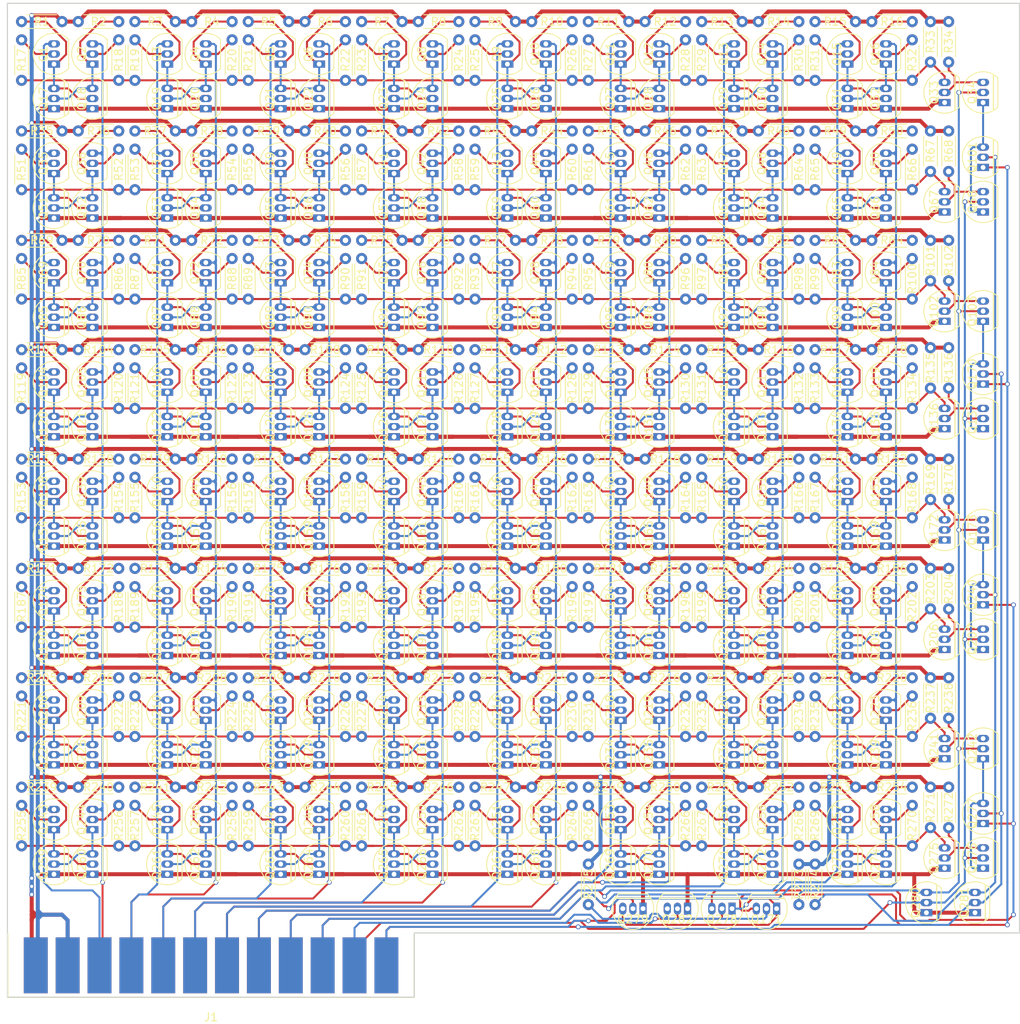
<source format=kicad_pcb>
(kicad_pcb (version 4) (host pcbnew 4.0.7-e2-6376~61~ubuntu18.04.1)
  (layers (0 F.Cu signal) (31 B.Cu signal) (34 B.Paste user) (35 F.Paste user) (36 B.SilkS user) (37 F.SilkS user) (38 B.Mask user) (39 F.Mask user) (44 Edge.Cuts user))
  (net 0 "")
  (net 1 VCC)
  (net 2 "Net-(J1-Pad3)")
  (net 3 "Net-(J1-Pad4)")
  (net 4 "Net-(J1-Pad5)")
  (net 5 "Net-(J1-Pad6)")
  (net 6 "Net-(J1-Pad7)")
  (net 7 "Net-(J1-Pad8)")
  (net 8 "Net-(J1-Pad9)")
  (net 9 "Net-(J1-Pad10)")
  (net 10 "Net-(J1-Pad11)")
  (net 11 "Net-(J1-Pad12)")
  (net 12 GND)
  (net 13 "Net-(J1-Pad15)")
  (net 14 "Net-(J1-Pad16)")
  (net 15 "Net-(J1-Pad17)")
  (net 16 "Net-(J1-Pad18)")
  (net 17 "Net-(J1-Pad19)")
  (net 18 "Net-(J1-Pad20)")
  (net 19 "Net-(J1-Pad21)")
  (net 20 "Net-(J1-Pad22)")
  (net 21 "Net-(J1-Pad23)")
  (net 22 "Net-(J1-Pad24)")
  (net 23 "Net-(Q1-Pad2)")
  (net 24 "Net-(Q1-Pad1)")
  (net 25 "Net-(Q2-Pad2)")
  (net 26 "Net-(Q17-Pad2)")
  (net 27 "Net-(Q3-Pad2)")
  (net 28 "Net-(Q19-Pad3)")
  (net 29 "Net-(Q4-Pad2)")
  (net 30 "Net-(Q19-Pad2)")
  (net 31 "Net-(Q5-Pad2)")
  (net 32 "Net-(Q21-Pad3)")
  (net 33 "Net-(Q6-Pad2)")
  (net 34 "Net-(Q21-Pad2)")
  (net 35 "Net-(Q7-Pad2)")
  (net 36 "Net-(Q23-Pad3)")
  (net 37 "Net-(Q8-Pad2)")
  (net 38 "Net-(Q23-Pad2)")
  (net 39 "Net-(Q9-Pad2)")
  (net 40 "Net-(Q25-Pad3)")
  (net 41 "Net-(Q10-Pad2)")
  (net 42 "Net-(Q10-Pad1)")
  (net 43 "Net-(Q11-Pad2)")
  (net 44 "Net-(Q11-Pad1)")
  (net 45 "Net-(Q12-Pad2)")
  (net 46 "Net-(Q12-Pad1)")
  (net 47 "Net-(Q13-Pad2)")
  (net 48 "Net-(Q13-Pad1)")
  (net 49 "Net-(Q14-Pad2)")
  (net 50 "Net-(Q14-Pad1)")
  (net 51 "Net-(Q15-Pad2)")
  (net 52 "Net-(Q15-Pad1)")
  (net 53 "Net-(Q16-Pad2)")
  (net 54 "Net-(Q16-Pad1)")
  (net 55 "Net-(Q33-Pad2)")
  (net 56 "Net-(Q33-Pad3)")
  (net 57 "Net-(Q103-Pad2)")
  (net 58 "Net-(Q101-Pad3)")
  (net 59 "Net-(Q35-Pad2)")
  (net 60 "Net-(Q35-Pad1)")
  (net 61 "Net-(Q36-Pad2)")
  (net 62 "Net-(Q36-Pad1)")
  (net 63 "Net-(Q37-Pad2)")
  (net 64 "Net-(Q37-Pad1)")
  (net 65 "Net-(Q38-Pad2)")
  (net 66 "Net-(Q38-Pad1)")
  (net 67 "Net-(Q39-Pad2)")
  (net 68 "Net-(Q39-Pad1)")
  (net 69 "Net-(Q40-Pad2)")
  (net 70 "Net-(Q40-Pad1)")
  (net 71 "Net-(Q41-Pad2)")
  (net 72 "Net-(Q41-Pad1)")
  (net 73 "Net-(Q42-Pad2)")
  (net 74 "Net-(Q42-Pad1)")
  (net 75 "Net-(Q43-Pad2)")
  (net 76 "Net-(Q43-Pad1)")
  (net 77 "Net-(Q44-Pad2)")
  (net 78 "Net-(Q44-Pad1)")
  (net 79 "Net-(Q45-Pad2)")
  (net 80 "Net-(Q45-Pad1)")
  (net 81 "Net-(Q46-Pad2)")
  (net 82 "Net-(Q46-Pad1)")
  (net 83 "Net-(Q47-Pad2)")
  (net 84 "Net-(Q47-Pad1)")
  (net 85 "Net-(Q48-Pad2)")
  (net 86 "Net-(Q48-Pad1)")
  (net 87 "Net-(Q49-Pad2)")
  (net 88 "Net-(Q49-Pad1)")
  (net 89 "Net-(Q50-Pad2)")
  (net 90 "Net-(Q50-Pad1)")
  (net 91 "Net-(Q67-Pad2)")
  (net 92 "Net-(Q67-Pad3)")
  (net 93 "Net-(Q69-Pad2)")
  (net 94 "Net-(Q69-Pad1)")
  (net 95 "Net-(Q70-Pad2)")
  (net 96 "Net-(Q70-Pad1)")
  (net 97 "Net-(Q71-Pad2)")
  (net 98 "Net-(Q71-Pad1)")
  (net 99 "Net-(Q72-Pad2)")
  (net 100 "Net-(Q72-Pad1)")
  (net 101 "Net-(Q73-Pad2)")
  (net 102 "Net-(Q73-Pad1)")
  (net 103 "Net-(Q74-Pad2)")
  (net 104 "Net-(Q74-Pad1)")
  (net 105 "Net-(Q75-Pad2)")
  (net 106 "Net-(Q75-Pad1)")
  (net 107 "Net-(Q76-Pad2)")
  (net 108 "Net-(Q76-Pad1)")
  (net 109 "Net-(Q77-Pad2)")
  (net 110 "Net-(Q77-Pad1)")
  (net 111 "Net-(Q78-Pad2)")
  (net 112 "Net-(Q78-Pad1)")
  (net 113 "Net-(Q79-Pad2)")
  (net 114 "Net-(Q79-Pad1)")
  (net 115 "Net-(Q80-Pad2)")
  (net 116 "Net-(Q80-Pad1)")
  (net 117 "Net-(Q81-Pad2)")
  (net 118 "Net-(Q81-Pad1)")
  (net 119 "Net-(Q82-Pad2)")
  (net 120 "Net-(Q82-Pad1)")
  (net 121 "Net-(Q83-Pad2)")
  (net 122 "Net-(Q100-Pad2)")
  (net 123 "Net-(Q84-Pad2)")
  (net 124 "Net-(Q100-Pad3)")
  (net 125 "Net-(Q101-Pad2)")
  (net 126 "Net-(Q101-Pad1)")
  (net 127 "Net-(Q102-Pad2)")
  (net 128 "Net-(Q102-Pad3)")
  (net 129 "Net-(Q103-Pad1)")
  (net 130 "Net-(Q104-Pad2)")
  (net 131 "Net-(Q104-Pad1)")
  (net 132 "Net-(Q105-Pad2)")
  (net 133 "Net-(Q105-Pad1)")
  (net 134 "Net-(Q106-Pad2)")
  (net 135 "Net-(Q106-Pad1)")
  (net 136 "Net-(Q107-Pad2)")
  (net 137 "Net-(Q107-Pad1)")
  (net 138 "Net-(Q108-Pad2)")
  (net 139 "Net-(Q108-Pad1)")
  (net 140 "Net-(Q109-Pad2)")
  (net 141 "Net-(Q109-Pad1)")
  (net 142 "Net-(Q110-Pad2)")
  (net 143 "Net-(Q110-Pad1)")
  (net 144 "Net-(Q111-Pad2)")
  (net 145 "Net-(Q111-Pad1)")
  (net 146 "Net-(Q112-Pad2)")
  (net 147 "Net-(Q112-Pad1)")
  (net 148 "Net-(Q113-Pad2)")
  (net 149 "Net-(Q113-Pad1)")
  (net 150 "Net-(Q114-Pad2)")
  (net 151 "Net-(Q114-Pad1)")
  (net 152 "Net-(Q115-Pad2)")
  (net 153 "Net-(Q115-Pad1)")
  (net 154 "Net-(Q116-Pad2)")
  (net 155 "Net-(Q116-Pad1)")
  (net 156 "Net-(Q117-Pad2)")
  (net 157 "Net-(Q117-Pad1)")
  (net 158 "Net-(Q118-Pad2)")
  (net 159 "Net-(Q118-Pad1)")
  (net 160 "Net-(Q119-Pad2)")
  (net 161 "Net-(Q119-Pad1)")
  (net 162 "Net-(Q136-Pad2)")
  (net 163 "Net-(Q136-Pad3)")
  (net 164 "Net-(Q138-Pad2)")
  (net 165 "Net-(Q138-Pad1)")
  (net 166 "Net-(Q139-Pad2)")
  (net 167 "Net-(Q139-Pad1)")
  (net 168 "Net-(Q140-Pad2)")
  (net 169 "Net-(Q140-Pad1)")
  (net 170 "Net-(Q141-Pad2)")
  (net 171 "Net-(Q141-Pad1)")
  (net 172 "Net-(Q142-Pad2)")
  (net 173 "Net-(Q142-Pad1)")
  (net 174 "Net-(Q143-Pad2)")
  (net 175 "Net-(Q143-Pad1)")
  (net 176 "Net-(Q144-Pad2)")
  (net 177 "Net-(Q144-Pad1)")
  (net 178 "Net-(Q145-Pad2)")
  (net 179 "Net-(Q145-Pad1)")
  (net 180 "Net-(Q146-Pad2)")
  (net 181 "Net-(Q146-Pad1)")
  (net 182 "Net-(Q147-Pad2)")
  (net 183 "Net-(Q147-Pad1)")
  (net 184 "Net-(Q148-Pad2)")
  (net 185 "Net-(Q148-Pad1)")
  (net 186 "Net-(Q149-Pad2)")
  (net 187 "Net-(Q149-Pad1)")
  (net 188 "Net-(Q150-Pad2)")
  (net 189 "Net-(Q150-Pad1)")
  (net 190 "Net-(Q151-Pad2)")
  (net 191 "Net-(Q151-Pad1)")
  (net 192 "Net-(Q152-Pad2)")
  (net 193 "Net-(Q152-Pad1)")
  (net 194 "Net-(Q153-Pad2)")
  (net 195 "Net-(Q153-Pad1)")
  (net 196 "Net-(Q171-Pad2)")
  (net 197 "Net-(Q171-Pad1)")
  (net 198 "Net-(Q172-Pad2)")
  (net 199 "Net-(Q172-Pad3)")
  (net 200 "Net-(Q173-Pad1)")
  (net 201 "Net-(Q174-Pad2)")
  (net 202 "Net-(Q174-Pad1)")
  (net 203 "Net-(Q175-Pad2)")
  (net 204 "Net-(Q175-Pad1)")
  (net 205 "Net-(Q176-Pad2)")
  (net 206 "Net-(Q176-Pad1)")
  (net 207 "Net-(Q177-Pad2)")
  (net 208 "Net-(Q177-Pad1)")
  (net 209 "Net-(Q178-Pad2)")
  (net 210 "Net-(Q178-Pad1)")
  (net 211 "Net-(Q179-Pad2)")
  (net 212 "Net-(Q179-Pad1)")
  (net 213 "Net-(Q180-Pad2)")
  (net 214 "Net-(Q180-Pad1)")
  (net 215 "Net-(Q181-Pad2)")
  (net 216 "Net-(Q181-Pad1)")
  (net 217 "Net-(Q182-Pad2)")
  (net 218 "Net-(Q182-Pad1)")
  (net 219 "Net-(Q183-Pad2)")
  (net 220 "Net-(Q183-Pad1)")
  (net 221 "Net-(Q184-Pad2)")
  (net 222 "Net-(Q184-Pad1)")
  (net 223 "Net-(Q185-Pad2)")
  (net 224 "Net-(Q185-Pad1)")
  (net 225 "Net-(Q186-Pad2)")
  (net 226 "Net-(Q186-Pad1)")
  (net 227 "Net-(Q187-Pad2)")
  (net 228 "Net-(Q187-Pad1)")
  (net 229 "Net-(Q188-Pad2)")
  (net 230 "Net-(Q188-Pad1)")
  (net 231 "Net-(Q189-Pad2)")
  (net 232 "Net-(Q189-Pad1)")
  (net 233 "Net-(Q206-Pad2)")
  (net 234 "Net-(Q206-Pad3)")
  (net 235 "Net-(Q208-Pad2)")
  (net 236 "Net-(Q208-Pad1)")
  (net 237 "Net-(Q209-Pad2)")
  (net 238 "Net-(Q209-Pad1)")
  (net 239 "Net-(Q210-Pad2)")
  (net 240 "Net-(Q210-Pad1)")
  (net 241 "Net-(Q211-Pad2)")
  (net 242 "Net-(Q211-Pad1)")
  (net 243 "Net-(Q212-Pad2)")
  (net 244 "Net-(Q212-Pad1)")
  (net 245 "Net-(Q213-Pad2)")
  (net 246 "Net-(Q213-Pad1)")
  (net 247 "Net-(Q214-Pad2)")
  (net 248 "Net-(Q214-Pad1)")
  (net 249 "Net-(Q215-Pad2)")
  (net 250 "Net-(Q215-Pad1)")
  (net 251 "Net-(Q216-Pad2)")
  (net 252 "Net-(Q216-Pad1)")
  (net 253 "Net-(Q217-Pad2)")
  (net 254 "Net-(Q217-Pad1)")
  (net 255 "Net-(Q218-Pad2)")
  (net 256 "Net-(Q218-Pad1)")
  (net 257 "Net-(Q219-Pad2)")
  (net 258 "Net-(Q219-Pad1)")
  (net 259 "Net-(Q220-Pad2)")
  (net 260 "Net-(Q220-Pad1)")
  (net 261 "Net-(Q221-Pad2)")
  (net 262 "Net-(Q221-Pad1)")
  (net 263 "Net-(Q222-Pad2)")
  (net 264 "Net-(Q222-Pad1)")
  (net 265 "Net-(Q223-Pad2)")
  (net 266 "Net-(Q223-Pad1)")
  (net 267 "Net-(Q240-Pad1)")
  (net 268 "Net-(Q241-Pad2)")
  (net 269 "Net-(Q241-Pad3)")
  (net 270 "Net-(Q242-Pad1)")
  (net 271 "Net-(Q243-Pad2)")
  (net 272 "Net-(Q243-Pad1)")
  (net 273 "Net-(Q244-Pad2)")
  (net 274 "Net-(Q244-Pad1)")
  (net 275 "Net-(Q245-Pad2)")
  (net 276 "Net-(Q245-Pad1)")
  (net 277 "Net-(Q246-Pad2)")
  (net 278 "Net-(Q246-Pad1)")
  (net 279 "Net-(Q247-Pad2)")
  (net 280 "Net-(Q247-Pad1)")
  (net 281 "Net-(Q248-Pad2)")
  (net 282 "Net-(Q248-Pad1)")
  (net 283 "Net-(Q249-Pad2)")
  (net 284 "Net-(Q249-Pad1)")
  (net 285 "Net-(Q250-Pad2)")
  (net 286 "Net-(Q250-Pad1)")
  (net 287 "Net-(Q251-Pad2)")
  (net 288 "Net-(Q251-Pad1)")
  (net 289 "Net-(Q252-Pad2)")
  (net 290 "Net-(Q252-Pad1)")
  (net 291 "Net-(Q253-Pad2)")
  (net 292 "Net-(Q253-Pad1)")
  (net 293 "Net-(Q254-Pad2)")
  (net 294 "Net-(Q254-Pad1)")
  (net 295 "Net-(Q255-Pad2)")
  (net 296 "Net-(Q255-Pad1)")
  (net 297 "Net-(Q256-Pad2)")
  (net 298 "Net-(Q256-Pad1)")
  (net 299 "Net-(Q257-Pad2)")
  (net 300 "Net-(Q257-Pad1)")
  (net 301 "Net-(Q258-Pad2)")
  (net 302 "Net-(Q258-Pad1)")
  (net 303 "Net-(Q275-Pad2)")
  (net 304 "Net-(Q275-Pad3)")
  (module footprints:TO-92-FET (layer F.Cu) (at 108.458 147.574 180)
    (fp_text reference Q279 (at 1.27 -1.3335 180) (layer F.SilkS))
    (fp_text value 2N7000)
    (pad 2 thru_hole oval (at 1.27 0) (size 0.9 1.5) (drill 0.6) (layers *.Cu *.Mask) (net 22 "Net-(J1-Pad24)"))
    (pad 3 thru_hole oval (at 2.54 0) (size 0.9 1.5) (drill 0.6) (layers *.Cu *.Mask) (net 197 "Net-(Q171-Pad1)"))
    (pad 1 thru_hole rect (at 0 0) (size 0.9 1.5) (drill 0.6) (layers *.Cu *.Mask) (net 12 GND))
  )
  (module footprints:TO-92-FET (layer F.Cu) (at 119.634 147.574 180)
    (fp_text reference Q278 (at 1.27 -1.3335 180) (layer F.SilkS))
    (fp_text value 2N7000)
    (pad 2 thru_hole oval (at 1.27 0) (size 0.9 1.5) (drill 0.6) (layers *.Cu *.Mask) (net 21 "Net-(J1-Pad23)"))
    (pad 3 thru_hole oval (at 2.54 0) (size 0.9 1.5) (drill 0.6) (layers *.Cu *.Mask) (net 267 "Net-(Q240-Pad1)"))
    (pad 1 thru_hole rect (at 0 0) (size 0.9 1.5) (drill 0.6) (layers *.Cu *.Mask) (net 197 "Net-(Q171-Pad1)"))
  )
  (module footprints:cardedge_12p (layer F.Cu) (at 54.258 160.686)
    (fp_text reference J1 (at 0 0.5) (layer F.SilkS))
    (fp_text value cardedge)
    (pad 1 connect rect (at -22 -6) (size 3 7) (layers F.Cu F.Mask) (net 1 VCC))
    (pad 2 connect rect (at -18 -6) (size 3 7) (layers F.Cu F.Mask) (net 1 VCC))
    (pad 3 connect rect (at -14 -6) (size 3 7) (layers F.Cu F.Mask) (net 2 "Net-(J1-Pad3)"))
    (pad 4 connect rect (at -10 -6) (size 3 7) (layers F.Cu F.Mask) (net 3 "Net-(J1-Pad4)"))
    (pad 5 connect rect (at -6 -6) (size 3 7) (layers F.Cu F.Mask) (net 4 "Net-(J1-Pad5)"))
    (pad 6 connect rect (at -2 -6) (size 3 7) (layers F.Cu F.Mask) (net 5 "Net-(J1-Pad6)"))
    (pad 7 connect rect (at 2 -6) (size 3 7) (layers F.Cu F.Mask) (net 6 "Net-(J1-Pad7)"))
    (pad 8 connect rect (at 6 -6) (size 3 7) (layers F.Cu F.Mask) (net 7 "Net-(J1-Pad8)"))
    (pad 9 connect rect (at 10 -6) (size 3 7) (layers F.Cu F.Mask) (net 8 "Net-(J1-Pad9)"))
    (pad 10 connect rect (at 14 -6) (size 3 7) (layers F.Cu F.Mask) (net 9 "Net-(J1-Pad10)"))
    (pad 11 connect rect (at 18 -6) (size 3 7) (layers F.Cu F.Mask) (net 10 "Net-(J1-Pad11)"))
    (pad 12 connect rect (at 22 -6) (size 3 7) (layers F.Cu F.Mask) (net 11 "Net-(J1-Pad12)"))
    (pad 13 connect rect (at -22 -6) (size 3 7) (layers B.Cu B.Mask) (net 12 GND))
    (pad 14 connect rect (at -18 -6) (size 3 7) (layers B.Cu B.Mask) (net 12 GND))
    (pad 15 connect rect (at -14 -6) (size 3 7) (layers B.Cu B.Mask) (net 13 "Net-(J1-Pad15)"))
    (pad 16 connect rect (at -10 -6) (size 3 7) (layers B.Cu B.Mask) (net 14 "Net-(J1-Pad16)"))
    (pad 17 connect rect (at -6 -6) (size 3 7) (layers B.Cu B.Mask) (net 15 "Net-(J1-Pad17)"))
    (pad 18 connect rect (at -2 -6) (size 3 7) (layers B.Cu B.Mask) (net 16 "Net-(J1-Pad18)"))
    (pad 19 connect rect (at 2 -6) (size 3 7) (layers B.Cu B.Mask) (net 17 "Net-(J1-Pad19)"))
    (pad 20 connect rect (at 6 -6) (size 3 7) (layers B.Cu B.Mask) (net 18 "Net-(J1-Pad20)"))
    (pad 21 connect rect (at 10 -6) (size 3 7) (layers B.Cu B.Mask) (net 19 "Net-(J1-Pad21)"))
    (pad 22 connect rect (at 14 -6) (size 3 7) (layers B.Cu B.Mask) (net 20 "Net-(J1-Pad22)"))
    (pad 23 connect rect (at 18 -6) (size 3 7) (layers B.Cu B.Mask) (net 21 "Net-(J1-Pad23)"))
    (pad 24 connect rect (at 22 -6) (size 3 7) (layers B.Cu B.Mask) (net 22 "Net-(J1-Pad24)"))
  )
  (module footprints:TO-92-BJT (layer F.Cu) (at 34.544 41.656 90)
    (fp_text reference Q1 (at 1.27 -1.3335 90) (layer F.SilkS))
    (fp_text value BC547)
    (pad 2 thru_hole oval (at 1.27 0 270) (size 0.9 1.5) (drill 0.6) (layers *.Cu *.Mask) (net 23 "Net-(Q1-Pad2)"))
    (pad 3 thru_hole oval (at 2.54 0 270) (size 0.9 1.5) (drill 0.6) (layers *.Cu *.Mask) (net 13 "Net-(J1-Pad15)"))
    (pad 1 thru_hole rect (at 0 0 270) (size 0.9 1.5) (drill 0.6) (layers *.Cu *.Mask) (net 24 "Net-(Q1-Pad1)"))
  )
  (module footprints:TO-92-BJT (layer F.Cu) (at 39.37 41.656 90)
    (fp_text reference Q2 (at 1.27 -1.3335 90) (layer F.SilkS))
    (fp_text value BC547)
    (pad 2 thru_hole oval (at 1.27 0 270) (size 0.9 1.5) (drill 0.6) (layers *.Cu *.Mask) (net 25 "Net-(Q2-Pad2)"))
    (pad 3 thru_hole oval (at 2.54 0 270) (size 0.9 1.5) (drill 0.6) (layers *.Cu *.Mask) (net 2 "Net-(J1-Pad3)"))
    (pad 1 thru_hole rect (at 0 0 270) (size 0.9 1.5) (drill 0.6) (layers *.Cu *.Mask) (net 26 "Net-(Q17-Pad2)"))
  )
  (module footprints:TO-92-BJT (layer F.Cu) (at 48.768 41.656 90)
    (fp_text reference Q3 (at 1.27 -1.3335 90) (layer F.SilkS))
    (fp_text value BC547)
    (pad 2 thru_hole oval (at 1.27 0 270) (size 0.9 1.5) (drill 0.6) (layers *.Cu *.Mask) (net 27 "Net-(Q3-Pad2)"))
    (pad 3 thru_hole oval (at 2.54 0 270) (size 0.9 1.5) (drill 0.6) (layers *.Cu *.Mask) (net 14 "Net-(J1-Pad16)"))
    (pad 1 thru_hole rect (at 0 0 270) (size 0.9 1.5) (drill 0.6) (layers *.Cu *.Mask) (net 28 "Net-(Q19-Pad3)"))
  )
  (module footprints:TO-92-BJT (layer F.Cu) (at 53.594 41.656 90)
    (fp_text reference Q4 (at 1.27 -1.3335 90) (layer F.SilkS))
    (fp_text value BC547)
    (pad 2 thru_hole oval (at 1.27 0 270) (size 0.9 1.5) (drill 0.6) (layers *.Cu *.Mask) (net 29 "Net-(Q4-Pad2)"))
    (pad 3 thru_hole oval (at 2.54 0 270) (size 0.9 1.5) (drill 0.6) (layers *.Cu *.Mask) (net 3 "Net-(J1-Pad4)"))
    (pad 1 thru_hole rect (at 0 0 270) (size 0.9 1.5) (drill 0.6) (layers *.Cu *.Mask) (net 30 "Net-(Q19-Pad2)"))
  )
  (module footprints:TO-92-BJT (layer F.Cu) (at 62.992 41.656 90)
    (fp_text reference Q5 (at 1.27 -1.3335 90) (layer F.SilkS))
    (fp_text value BC547)
    (pad 2 thru_hole oval (at 1.27 0 270) (size 0.9 1.5) (drill 0.6) (layers *.Cu *.Mask) (net 31 "Net-(Q5-Pad2)"))
    (pad 3 thru_hole oval (at 2.54 0 270) (size 0.9 1.5) (drill 0.6) (layers *.Cu *.Mask) (net 15 "Net-(J1-Pad17)"))
    (pad 1 thru_hole rect (at 0 0 270) (size 0.9 1.5) (drill 0.6) (layers *.Cu *.Mask) (net 32 "Net-(Q21-Pad3)"))
  )
  (module footprints:TO-92-BJT (layer F.Cu) (at 67.818 41.656 90)
    (fp_text reference Q6 (at 1.27 -1.3335 90) (layer F.SilkS))
    (fp_text value BC547)
    (pad 2 thru_hole oval (at 1.27 0 270) (size 0.9 1.5) (drill 0.6) (layers *.Cu *.Mask) (net 33 "Net-(Q6-Pad2)"))
    (pad 3 thru_hole oval (at 2.54 0 270) (size 0.9 1.5) (drill 0.6) (layers *.Cu *.Mask) (net 4 "Net-(J1-Pad5)"))
    (pad 1 thru_hole rect (at 0 0 270) (size 0.9 1.5) (drill 0.6) (layers *.Cu *.Mask) (net 34 "Net-(Q21-Pad2)"))
  )
  (module footprints:TO-92-BJT (layer F.Cu) (at 77.216 41.656 90)
    (fp_text reference Q7 (at 1.27 -1.3335 90) (layer F.SilkS))
    (fp_text value BC547)
    (pad 2 thru_hole oval (at 1.27 0 270) (size 0.9 1.5) (drill 0.6) (layers *.Cu *.Mask) (net 35 "Net-(Q7-Pad2)"))
    (pad 3 thru_hole oval (at 2.54 0 270) (size 0.9 1.5) (drill 0.6) (layers *.Cu *.Mask) (net 16 "Net-(J1-Pad18)"))
    (pad 1 thru_hole rect (at 0 0 270) (size 0.9 1.5) (drill 0.6) (layers *.Cu *.Mask) (net 36 "Net-(Q23-Pad3)"))
  )
  (module footprints:TO-92-BJT (layer F.Cu) (at 82.042 41.656 90)
    (fp_text reference Q8 (at 1.27 -1.3335 90) (layer F.SilkS))
    (fp_text value BC547)
    (pad 2 thru_hole oval (at 1.27 0 270) (size 0.9 1.5) (drill 0.6) (layers *.Cu *.Mask) (net 37 "Net-(Q8-Pad2)"))
    (pad 3 thru_hole oval (at 2.54 0 270) (size 0.9 1.5) (drill 0.6) (layers *.Cu *.Mask) (net 5 "Net-(J1-Pad6)"))
    (pad 1 thru_hole rect (at 0 0 270) (size 0.9 1.5) (drill 0.6) (layers *.Cu *.Mask) (net 38 "Net-(Q23-Pad2)"))
  )
  (module footprints:TO-92-BJT (layer F.Cu) (at 91.44 41.656 90)
    (fp_text reference Q9 (at 1.27 -1.3335 90) (layer F.SilkS))
    (fp_text value BC547)
    (pad 2 thru_hole oval (at 1.27 0 270) (size 0.9 1.5) (drill 0.6) (layers *.Cu *.Mask) (net 39 "Net-(Q9-Pad2)"))
    (pad 3 thru_hole oval (at 2.54 0 270) (size 0.9 1.5) (drill 0.6) (layers *.Cu *.Mask) (net 17 "Net-(J1-Pad19)"))
    (pad 1 thru_hole rect (at 0 0 270) (size 0.9 1.5) (drill 0.6) (layers *.Cu *.Mask) (net 40 "Net-(Q25-Pad3)"))
  )
  (module footprints:TO-92-BJT (layer F.Cu) (at 96.266 41.656 90)
    (fp_text reference Q10 (at 1.27 -1.3335 90) (layer F.SilkS))
    (fp_text value BC547)
    (pad 2 thru_hole oval (at 1.27 0 270) (size 0.9 1.5) (drill 0.6) (layers *.Cu *.Mask) (net 41 "Net-(Q10-Pad2)"))
    (pad 3 thru_hole oval (at 2.54 0 270) (size 0.9 1.5) (drill 0.6) (layers *.Cu *.Mask) (net 6 "Net-(J1-Pad7)"))
    (pad 1 thru_hole rect (at 0 0 270) (size 0.9 1.5) (drill 0.6) (layers *.Cu *.Mask) (net 42 "Net-(Q10-Pad1)"))
  )
  (module footprints:TO-92-BJT (layer F.Cu) (at 105.664 41.656 90)
    (fp_text reference Q11 (at 1.27 -1.3335 90) (layer F.SilkS))
    (fp_text value BC547)
    (pad 2 thru_hole oval (at 1.27 0 270) (size 0.9 1.5) (drill 0.6) (layers *.Cu *.Mask) (net 43 "Net-(Q11-Pad2)"))
    (pad 3 thru_hole oval (at 2.54 0 270) (size 0.9 1.5) (drill 0.6) (layers *.Cu *.Mask) (net 18 "Net-(J1-Pad20)"))
    (pad 1 thru_hole rect (at 0 0 270) (size 0.9 1.5) (drill 0.6) (layers *.Cu *.Mask) (net 44 "Net-(Q11-Pad1)"))
  )
  (module footprints:TO-92-BJT (layer F.Cu) (at 110.49 41.656 90)
    (fp_text reference Q12 (at 1.27 -1.3335 90) (layer F.SilkS))
    (fp_text value BC547)
    (pad 2 thru_hole oval (at 1.27 0 270) (size 0.9 1.5) (drill 0.6) (layers *.Cu *.Mask) (net 45 "Net-(Q12-Pad2)"))
    (pad 3 thru_hole oval (at 2.54 0 270) (size 0.9 1.5) (drill 0.6) (layers *.Cu *.Mask) (net 7 "Net-(J1-Pad8)"))
    (pad 1 thru_hole rect (at 0 0 270) (size 0.9 1.5) (drill 0.6) (layers *.Cu *.Mask) (net 46 "Net-(Q12-Pad1)"))
  )
  (module footprints:TO-92-BJT (layer F.Cu) (at 119.888 41.656 90)
    (fp_text reference Q13 (at 1.27 -1.3335 90) (layer F.SilkS))
    (fp_text value BC547)
    (pad 2 thru_hole oval (at 1.27 0 270) (size 0.9 1.5) (drill 0.6) (layers *.Cu *.Mask) (net 47 "Net-(Q13-Pad2)"))
    (pad 3 thru_hole oval (at 2.54 0 270) (size 0.9 1.5) (drill 0.6) (layers *.Cu *.Mask) (net 19 "Net-(J1-Pad21)"))
    (pad 1 thru_hole rect (at 0 0 270) (size 0.9 1.5) (drill 0.6) (layers *.Cu *.Mask) (net 48 "Net-(Q13-Pad1)"))
  )
  (module footprints:TO-92-BJT (layer F.Cu) (at 124.714 41.656 90)
    (fp_text reference Q14 (at 1.27 -1.3335 90) (layer F.SilkS))
    (fp_text value BC547)
    (pad 2 thru_hole oval (at 1.27 0 270) (size 0.9 1.5) (drill 0.6) (layers *.Cu *.Mask) (net 49 "Net-(Q14-Pad2)"))
    (pad 3 thru_hole oval (at 2.54 0 270) (size 0.9 1.5) (drill 0.6) (layers *.Cu *.Mask) (net 8 "Net-(J1-Pad9)"))
    (pad 1 thru_hole rect (at 0 0 270) (size 0.9 1.5) (drill 0.6) (layers *.Cu *.Mask) (net 50 "Net-(Q14-Pad1)"))
  )
  (module footprints:TO-92-BJT (layer F.Cu) (at 134.112 41.656 90)
    (fp_text reference Q15 (at 1.27 -1.3335 90) (layer F.SilkS))
    (fp_text value BC547)
    (pad 2 thru_hole oval (at 1.27 0 270) (size 0.9 1.5) (drill 0.6) (layers *.Cu *.Mask) (net 51 "Net-(Q15-Pad2)"))
    (pad 3 thru_hole oval (at 2.54 0 270) (size 0.9 1.5) (drill 0.6) (layers *.Cu *.Mask) (net 20 "Net-(J1-Pad22)"))
    (pad 1 thru_hole rect (at 0 0 270) (size 0.9 1.5) (drill 0.6) (layers *.Cu *.Mask) (net 52 "Net-(Q15-Pad1)"))
  )
  (module footprints:TO-92-BJT (layer F.Cu) (at 138.938 41.656 90)
    (fp_text reference Q16 (at 1.27 -1.3335 90) (layer F.SilkS))
    (fp_text value BC547)
    (pad 2 thru_hole oval (at 1.27 0 270) (size 0.9 1.5) (drill 0.6) (layers *.Cu *.Mask) (net 53 "Net-(Q16-Pad2)"))
    (pad 3 thru_hole oval (at 2.54 0 270) (size 0.9 1.5) (drill 0.6) (layers *.Cu *.Mask) (net 9 "Net-(J1-Pad10)"))
    (pad 1 thru_hole rect (at 0 0 270) (size 0.9 1.5) (drill 0.6) (layers *.Cu *.Mask) (net 54 "Net-(Q16-Pad1)"))
  )
  (module footprints:TO-92-FET (layer F.Cu) (at 34.544 47.244 90)
    (fp_text reference Q17 (at 1.27 -1.3335 90) (layer F.SilkS))
    (fp_text value 2N7000)
    (pad 2 thru_hole oval (at 1.27 0 270) (size 0.9 1.5) (drill 0.6) (layers *.Cu *.Mask) (net 26 "Net-(Q17-Pad2)"))
    (pad 3 thru_hole oval (at 2.54 0 270) (size 0.9 1.5) (drill 0.6) (layers *.Cu *.Mask) (net 24 "Net-(Q1-Pad1)"))
    (pad 1 thru_hole rect (at 0 0 270) (size 0.9 1.5) (drill 0.6) (layers *.Cu *.Mask) (net 12 GND))
  )
  (module footprints:TO-92-FET (layer F.Cu) (at 39.37 47.244 90)
    (fp_text reference Q18 (at 1.27 -1.3335 90) (layer F.SilkS))
    (fp_text value 2N7000)
    (pad 2 thru_hole oval (at 1.27 0 270) (size 0.9 1.5) (drill 0.6) (layers *.Cu *.Mask) (net 24 "Net-(Q1-Pad1)"))
    (pad 3 thru_hole oval (at 2.54 0 270) (size 0.9 1.5) (drill 0.6) (layers *.Cu *.Mask) (net 26 "Net-(Q17-Pad2)"))
    (pad 1 thru_hole rect (at 0 0 270) (size 0.9 1.5) (drill 0.6) (layers *.Cu *.Mask) (net 12 GND))
  )
  (module footprints:TO-92-FET (layer F.Cu) (at 48.768 47.244 90)
    (fp_text reference Q19 (at 1.27 -1.3335 90) (layer F.SilkS))
    (fp_text value 2N7000)
    (pad 2 thru_hole oval (at 1.27 0 270) (size 0.9 1.5) (drill 0.6) (layers *.Cu *.Mask) (net 30 "Net-(Q19-Pad2)"))
    (pad 3 thru_hole oval (at 2.54 0 270) (size 0.9 1.5) (drill 0.6) (layers *.Cu *.Mask) (net 28 "Net-(Q19-Pad3)"))
    (pad 1 thru_hole rect (at 0 0 270) (size 0.9 1.5) (drill 0.6) (layers *.Cu *.Mask) (net 12 GND))
  )
  (module footprints:TO-92-FET (layer F.Cu) (at 53.594 47.244 90)
    (fp_text reference Q20 (at 1.27 -1.3335 90) (layer F.SilkS))
    (fp_text value 2N7000)
    (pad 2 thru_hole oval (at 1.27 0 270) (size 0.9 1.5) (drill 0.6) (layers *.Cu *.Mask) (net 28 "Net-(Q19-Pad3)"))
    (pad 3 thru_hole oval (at 2.54 0 270) (size 0.9 1.5) (drill 0.6) (layers *.Cu *.Mask) (net 30 "Net-(Q19-Pad2)"))
    (pad 1 thru_hole rect (at 0 0 270) (size 0.9 1.5) (drill 0.6) (layers *.Cu *.Mask) (net 12 GND))
  )
  (module footprints:TO-92-FET (layer F.Cu) (at 62.992 47.244 90)
    (fp_text reference Q21 (at 1.27 -1.3335 90) (layer F.SilkS))
    (fp_text value 2N7000)
    (pad 2 thru_hole oval (at 1.27 0 270) (size 0.9 1.5) (drill 0.6) (layers *.Cu *.Mask) (net 34 "Net-(Q21-Pad2)"))
    (pad 3 thru_hole oval (at 2.54 0 270) (size 0.9 1.5) (drill 0.6) (layers *.Cu *.Mask) (net 32 "Net-(Q21-Pad3)"))
    (pad 1 thru_hole rect (at 0 0 270) (size 0.9 1.5) (drill 0.6) (layers *.Cu *.Mask) (net 12 GND))
  )
  (module footprints:TO-92-FET (layer F.Cu) (at 67.818 47.244 90)
    (fp_text reference Q22 (at 1.27 -1.3335 90) (layer F.SilkS))
    (fp_text value 2N7000)
    (pad 2 thru_hole oval (at 1.27 0 270) (size 0.9 1.5) (drill 0.6) (layers *.Cu *.Mask) (net 32 "Net-(Q21-Pad3)"))
    (pad 3 thru_hole oval (at 2.54 0 270) (size 0.9 1.5) (drill 0.6) (layers *.Cu *.Mask) (net 34 "Net-(Q21-Pad2)"))
    (pad 1 thru_hole rect (at 0 0 270) (size 0.9 1.5) (drill 0.6) (layers *.Cu *.Mask) (net 12 GND))
  )
  (module footprints:TO-92-FET (layer F.Cu) (at 77.216 47.244 90)
    (fp_text reference Q23 (at 1.27 -1.3335 90) (layer F.SilkS))
    (fp_text value 2N7000)
    (pad 2 thru_hole oval (at 1.27 0 270) (size 0.9 1.5) (drill 0.6) (layers *.Cu *.Mask) (net 38 "Net-(Q23-Pad2)"))
    (pad 3 thru_hole oval (at 2.54 0 270) (size 0.9 1.5) (drill 0.6) (layers *.Cu *.Mask) (net 36 "Net-(Q23-Pad3)"))
    (pad 1 thru_hole rect (at 0 0 270) (size 0.9 1.5) (drill 0.6) (layers *.Cu *.Mask) (net 12 GND))
  )
  (module footprints:TO-92-FET (layer F.Cu) (at 82.042 47.244 90)
    (fp_text reference Q24 (at 1.27 -1.3335 90) (layer F.SilkS))
    (fp_text value 2N7000)
    (pad 2 thru_hole oval (at 1.27 0 270) (size 0.9 1.5) (drill 0.6) (layers *.Cu *.Mask) (net 36 "Net-(Q23-Pad3)"))
    (pad 3 thru_hole oval (at 2.54 0 270) (size 0.9 1.5) (drill 0.6) (layers *.Cu *.Mask) (net 38 "Net-(Q23-Pad2)"))
    (pad 1 thru_hole rect (at 0 0 270) (size 0.9 1.5) (drill 0.6) (layers *.Cu *.Mask) (net 12 GND))
  )
  (module footprints:TO-92-FET (layer F.Cu) (at 91.44 47.244 90)
    (fp_text reference Q25 (at 1.27 -1.3335 90) (layer F.SilkS))
    (fp_text value 2N7000)
    (pad 2 thru_hole oval (at 1.27 0 270) (size 0.9 1.5) (drill 0.6) (layers *.Cu *.Mask) (net 42 "Net-(Q10-Pad1)"))
    (pad 3 thru_hole oval (at 2.54 0 270) (size 0.9 1.5) (drill 0.6) (layers *.Cu *.Mask) (net 40 "Net-(Q25-Pad3)"))
    (pad 1 thru_hole rect (at 0 0 270) (size 0.9 1.5) (drill 0.6) (layers *.Cu *.Mask) (net 12 GND))
  )
  (module footprints:TO-92-FET (layer F.Cu) (at 96.266 47.244 90)
    (fp_text reference Q26 (at 1.27 -1.3335 90) (layer F.SilkS))
    (fp_text value 2N7000)
    (pad 2 thru_hole oval (at 1.27 0 270) (size 0.9 1.5) (drill 0.6) (layers *.Cu *.Mask) (net 40 "Net-(Q25-Pad3)"))
    (pad 3 thru_hole oval (at 2.54 0 270) (size 0.9 1.5) (drill 0.6) (layers *.Cu *.Mask) (net 42 "Net-(Q10-Pad1)"))
    (pad 1 thru_hole rect (at 0 0 270) (size 0.9 1.5) (drill 0.6) (layers *.Cu *.Mask) (net 12 GND))
  )
  (module footprints:TO-92-FET (layer F.Cu) (at 105.664 47.244 90)
    (fp_text reference Q27 (at 1.27 -1.3335 90) (layer F.SilkS))
    (fp_text value 2N7000)
    (pad 2 thru_hole oval (at 1.27 0 270) (size 0.9 1.5) (drill 0.6) (layers *.Cu *.Mask) (net 46 "Net-(Q12-Pad1)"))
    (pad 3 thru_hole oval (at 2.54 0 270) (size 0.9 1.5) (drill 0.6) (layers *.Cu *.Mask) (net 44 "Net-(Q11-Pad1)"))
    (pad 1 thru_hole rect (at 0 0 270) (size 0.9 1.5) (drill 0.6) (layers *.Cu *.Mask) (net 12 GND))
  )
  (module footprints:TO-92-FET (layer F.Cu) (at 110.49 47.244 90)
    (fp_text reference Q28 (at 1.27 -1.3335 90) (layer F.SilkS))
    (fp_text value 2N7000)
    (pad 2 thru_hole oval (at 1.27 0 270) (size 0.9 1.5) (drill 0.6) (layers *.Cu *.Mask) (net 44 "Net-(Q11-Pad1)"))
    (pad 3 thru_hole oval (at 2.54 0 270) (size 0.9 1.5) (drill 0.6) (layers *.Cu *.Mask) (net 46 "Net-(Q12-Pad1)"))
    (pad 1 thru_hole rect (at 0 0 270) (size 0.9 1.5) (drill 0.6) (layers *.Cu *.Mask) (net 12 GND))
  )
  (module footprints:TO-92-FET (layer F.Cu) (at 119.888 47.244 90)
    (fp_text reference Q29 (at 1.27 -1.3335 90) (layer F.SilkS))
    (fp_text value 2N7000)
    (pad 2 thru_hole oval (at 1.27 0 270) (size 0.9 1.5) (drill 0.6) (layers *.Cu *.Mask) (net 50 "Net-(Q14-Pad1)"))
    (pad 3 thru_hole oval (at 2.54 0 270) (size 0.9 1.5) (drill 0.6) (layers *.Cu *.Mask) (net 48 "Net-(Q13-Pad1)"))
    (pad 1 thru_hole rect (at 0 0 270) (size 0.9 1.5) (drill 0.6) (layers *.Cu *.Mask) (net 12 GND))
  )
  (module footprints:TO-92-FET (layer F.Cu) (at 124.714 47.244 90)
    (fp_text reference Q30 (at 1.27 -1.3335 90) (layer F.SilkS))
    (fp_text value 2N7000)
    (pad 2 thru_hole oval (at 1.27 0 270) (size 0.9 1.5) (drill 0.6) (layers *.Cu *.Mask) (net 48 "Net-(Q13-Pad1)"))
    (pad 3 thru_hole oval (at 2.54 0 270) (size 0.9 1.5) (drill 0.6) (layers *.Cu *.Mask) (net 50 "Net-(Q14-Pad1)"))
    (pad 1 thru_hole rect (at 0 0 270) (size 0.9 1.5) (drill 0.6) (layers *.Cu *.Mask) (net 12 GND))
  )
  (module footprints:TO-92-FET (layer F.Cu) (at 134.112 47.244 90)
    (fp_text reference Q31 (at 1.27 -1.3335 90) (layer F.SilkS))
    (fp_text value 2N7000)
    (pad 2 thru_hole oval (at 1.27 0 270) (size 0.9 1.5) (drill 0.6) (layers *.Cu *.Mask) (net 54 "Net-(Q16-Pad1)"))
    (pad 3 thru_hole oval (at 2.54 0 270) (size 0.9 1.5) (drill 0.6) (layers *.Cu *.Mask) (net 52 "Net-(Q15-Pad1)"))
    (pad 1 thru_hole rect (at 0 0 270) (size 0.9 1.5) (drill 0.6) (layers *.Cu *.Mask) (net 12 GND))
  )
  (module footprints:TO-92-FET (layer F.Cu) (at 138.938 47.244 90)
    (fp_text reference Q32 (at 1.27 -1.3335 90) (layer F.SilkS))
    (fp_text value 2N7000)
    (pad 2 thru_hole oval (at 1.27 0 270) (size 0.9 1.5) (drill 0.6) (layers *.Cu *.Mask) (net 52 "Net-(Q15-Pad1)"))
    (pad 3 thru_hole oval (at 2.54 0 270) (size 0.9 1.5) (drill 0.6) (layers *.Cu *.Mask) (net 54 "Net-(Q16-Pad1)"))
    (pad 1 thru_hole rect (at 0 0 270) (size 0.9 1.5) (drill 0.6) (layers *.Cu *.Mask) (net 12 GND))
  )
  (module footprints:TO-92-FET (layer F.Cu) (at 146.304 46.482 90)
    (fp_text reference Q33 (at 1.27 -1.3335 90) (layer F.SilkS))
    (fp_text value 2N7000)
    (pad 2 thru_hole oval (at 1.27 0 270) (size 0.9 1.5) (drill 0.6) (layers *.Cu *.Mask) (net 55 "Net-(Q33-Pad2)"))
    (pad 3 thru_hole oval (at 2.54 0 270) (size 0.9 1.5) (drill 0.6) (layers *.Cu *.Mask) (net 56 "Net-(Q33-Pad3)"))
    (pad 1 thru_hole rect (at 0 0 270) (size 0.9 1.5) (drill 0.6) (layers *.Cu *.Mask) (net 12 GND))
  )
  (module footprints:TO-92-FET (layer F.Cu) (at 151.13 46.482 90)
    (fp_text reference Q34 (at 1.27 -1.3335 90) (layer F.SilkS))
    (fp_text value 2N7000)
    (pad 2 thru_hole oval (at 1.27 0 270) (size 0.9 1.5) (drill 0.6) (layers *.Cu *.Mask) (net 57 "Net-(Q103-Pad2)"))
    (pad 3 thru_hole oval (at 2.54 0 270) (size 0.9 1.5) (drill 0.6) (layers *.Cu *.Mask) (net 55 "Net-(Q33-Pad2)"))
    (pad 1 thru_hole rect (at 0 0 270) (size 0.9 1.5) (drill 0.6) (layers *.Cu *.Mask) (net 58 "Net-(Q101-Pad3)"))
  )
  (module footprints:TO-92-BJT (layer F.Cu) (at 34.544 55.372 90)
    (fp_text reference Q35 (at 1.27 -1.3335 90) (layer F.SilkS))
    (fp_text value BC547)
    (pad 2 thru_hole oval (at 1.27 0 270) (size 0.9 1.5) (drill 0.6) (layers *.Cu *.Mask) (net 59 "Net-(Q35-Pad2)"))
    (pad 3 thru_hole oval (at 2.54 0 270) (size 0.9 1.5) (drill 0.6) (layers *.Cu *.Mask) (net 13 "Net-(J1-Pad15)"))
    (pad 1 thru_hole rect (at 0 0 270) (size 0.9 1.5) (drill 0.6) (layers *.Cu *.Mask) (net 60 "Net-(Q35-Pad1)"))
  )
  (module footprints:TO-92-BJT (layer F.Cu) (at 39.37 55.372 90)
    (fp_text reference Q36 (at 1.27 -1.3335 90) (layer F.SilkS))
    (fp_text value BC547)
    (pad 2 thru_hole oval (at 1.27 0 270) (size 0.9 1.5) (drill 0.6) (layers *.Cu *.Mask) (net 61 "Net-(Q36-Pad2)"))
    (pad 3 thru_hole oval (at 2.54 0 270) (size 0.9 1.5) (drill 0.6) (layers *.Cu *.Mask) (net 2 "Net-(J1-Pad3)"))
    (pad 1 thru_hole rect (at 0 0 270) (size 0.9 1.5) (drill 0.6) (layers *.Cu *.Mask) (net 62 "Net-(Q36-Pad1)"))
  )
  (module footprints:TO-92-BJT (layer F.Cu) (at 48.768 55.372 90)
    (fp_text reference Q37 (at 1.27 -1.3335 90) (layer F.SilkS))
    (fp_text value BC547)
    (pad 2 thru_hole oval (at 1.27 0 270) (size 0.9 1.5) (drill 0.6) (layers *.Cu *.Mask) (net 63 "Net-(Q37-Pad2)"))
    (pad 3 thru_hole oval (at 2.54 0 270) (size 0.9 1.5) (drill 0.6) (layers *.Cu *.Mask) (net 14 "Net-(J1-Pad16)"))
    (pad 1 thru_hole rect (at 0 0 270) (size 0.9 1.5) (drill 0.6) (layers *.Cu *.Mask) (net 64 "Net-(Q37-Pad1)"))
  )
  (module footprints:TO-92-BJT (layer F.Cu) (at 53.594 55.372 90)
    (fp_text reference Q38 (at 1.27 -1.3335 90) (layer F.SilkS))
    (fp_text value BC547)
    (pad 2 thru_hole oval (at 1.27 0 270) (size 0.9 1.5) (drill 0.6) (layers *.Cu *.Mask) (net 65 "Net-(Q38-Pad2)"))
    (pad 3 thru_hole oval (at 2.54 0 270) (size 0.9 1.5) (drill 0.6) (layers *.Cu *.Mask) (net 3 "Net-(J1-Pad4)"))
    (pad 1 thru_hole rect (at 0 0 270) (size 0.9 1.5) (drill 0.6) (layers *.Cu *.Mask) (net 66 "Net-(Q38-Pad1)"))
  )
  (module footprints:TO-92-BJT (layer F.Cu) (at 62.992 55.372 90)
    (fp_text reference Q39 (at 1.27 -1.3335 90) (layer F.SilkS))
    (fp_text value BC547)
    (pad 2 thru_hole oval (at 1.27 0 270) (size 0.9 1.5) (drill 0.6) (layers *.Cu *.Mask) (net 67 "Net-(Q39-Pad2)"))
    (pad 3 thru_hole oval (at 2.54 0 270) (size 0.9 1.5) (drill 0.6) (layers *.Cu *.Mask) (net 15 "Net-(J1-Pad17)"))
    (pad 1 thru_hole rect (at 0 0 270) (size 0.9 1.5) (drill 0.6) (layers *.Cu *.Mask) (net 68 "Net-(Q39-Pad1)"))
  )
  (module footprints:TO-92-BJT (layer F.Cu) (at 67.818 55.372 90)
    (fp_text reference Q40 (at 1.27 -1.3335 90) (layer F.SilkS))
    (fp_text value BC547)
    (pad 2 thru_hole oval (at 1.27 0 270) (size 0.9 1.5) (drill 0.6) (layers *.Cu *.Mask) (net 69 "Net-(Q40-Pad2)"))
    (pad 3 thru_hole oval (at 2.54 0 270) (size 0.9 1.5) (drill 0.6) (layers *.Cu *.Mask) (net 4 "Net-(J1-Pad5)"))
    (pad 1 thru_hole rect (at 0 0 270) (size 0.9 1.5) (drill 0.6) (layers *.Cu *.Mask) (net 70 "Net-(Q40-Pad1)"))
  )
  (module footprints:TO-92-BJT (layer F.Cu) (at 77.216 55.372 90)
    (fp_text reference Q41 (at 1.27 -1.3335 90) (layer F.SilkS))
    (fp_text value BC547)
    (pad 2 thru_hole oval (at 1.27 0 270) (size 0.9 1.5) (drill 0.6) (layers *.Cu *.Mask) (net 71 "Net-(Q41-Pad2)"))
    (pad 3 thru_hole oval (at 2.54 0 270) (size 0.9 1.5) (drill 0.6) (layers *.Cu *.Mask) (net 16 "Net-(J1-Pad18)"))
    (pad 1 thru_hole rect (at 0 0 270) (size 0.9 1.5) (drill 0.6) (layers *.Cu *.Mask) (net 72 "Net-(Q41-Pad1)"))
  )
  (module footprints:TO-92-BJT (layer F.Cu) (at 82.042 55.372 90)
    (fp_text reference Q42 (at 1.27 -1.3335 90) (layer F.SilkS))
    (fp_text value BC547)
    (pad 2 thru_hole oval (at 1.27 0 270) (size 0.9 1.5) (drill 0.6) (layers *.Cu *.Mask) (net 73 "Net-(Q42-Pad2)"))
    (pad 3 thru_hole oval (at 2.54 0 270) (size 0.9 1.5) (drill 0.6) (layers *.Cu *.Mask) (net 5 "Net-(J1-Pad6)"))
    (pad 1 thru_hole rect (at 0 0 270) (size 0.9 1.5) (drill 0.6) (layers *.Cu *.Mask) (net 74 "Net-(Q42-Pad1)"))
  )
  (module footprints:TO-92-BJT (layer F.Cu) (at 91.44 55.372 90)
    (fp_text reference Q43 (at 1.27 -1.3335 90) (layer F.SilkS))
    (fp_text value BC547)
    (pad 2 thru_hole oval (at 1.27 0 270) (size 0.9 1.5) (drill 0.6) (layers *.Cu *.Mask) (net 75 "Net-(Q43-Pad2)"))
    (pad 3 thru_hole oval (at 2.54 0 270) (size 0.9 1.5) (drill 0.6) (layers *.Cu *.Mask) (net 17 "Net-(J1-Pad19)"))
    (pad 1 thru_hole rect (at 0 0 270) (size 0.9 1.5) (drill 0.6) (layers *.Cu *.Mask) (net 76 "Net-(Q43-Pad1)"))
  )
  (module footprints:TO-92-BJT (layer F.Cu) (at 96.266 55.372 90)
    (fp_text reference Q44 (at 1.27 -1.3335 90) (layer F.SilkS))
    (fp_text value BC547)
    (pad 2 thru_hole oval (at 1.27 0 270) (size 0.9 1.5) (drill 0.6) (layers *.Cu *.Mask) (net 77 "Net-(Q44-Pad2)"))
    (pad 3 thru_hole oval (at 2.54 0 270) (size 0.9 1.5) (drill 0.6) (layers *.Cu *.Mask) (net 6 "Net-(J1-Pad7)"))
    (pad 1 thru_hole rect (at 0 0 270) (size 0.9 1.5) (drill 0.6) (layers *.Cu *.Mask) (net 78 "Net-(Q44-Pad1)"))
  )
  (module footprints:TO-92-BJT (layer F.Cu) (at 105.664 55.372 90)
    (fp_text reference Q45 (at 1.27 -1.3335 90) (layer F.SilkS))
    (fp_text value BC547)
    (pad 2 thru_hole oval (at 1.27 0 270) (size 0.9 1.5) (drill 0.6) (layers *.Cu *.Mask) (net 79 "Net-(Q45-Pad2)"))
    (pad 3 thru_hole oval (at 2.54 0 270) (size 0.9 1.5) (drill 0.6) (layers *.Cu *.Mask) (net 18 "Net-(J1-Pad20)"))
    (pad 1 thru_hole rect (at 0 0 270) (size 0.9 1.5) (drill 0.6) (layers *.Cu *.Mask) (net 80 "Net-(Q45-Pad1)"))
  )
  (module footprints:TO-92-BJT (layer F.Cu) (at 110.49 55.372 90)
    (fp_text reference Q46 (at 1.27 -1.3335 90) (layer F.SilkS))
    (fp_text value BC547)
    (pad 2 thru_hole oval (at 1.27 0 270) (size 0.9 1.5) (drill 0.6) (layers *.Cu *.Mask) (net 81 "Net-(Q46-Pad2)"))
    (pad 3 thru_hole oval (at 2.54 0 270) (size 0.9 1.5) (drill 0.6) (layers *.Cu *.Mask) (net 7 "Net-(J1-Pad8)"))
    (pad 1 thru_hole rect (at 0 0 270) (size 0.9 1.5) (drill 0.6) (layers *.Cu *.Mask) (net 82 "Net-(Q46-Pad1)"))
  )
  (module footprints:TO-92-BJT (layer F.Cu) (at 119.888 55.372 90)
    (fp_text reference Q47 (at 1.27 -1.3335 90) (layer F.SilkS))
    (fp_text value BC547)
    (pad 2 thru_hole oval (at 1.27 0 270) (size 0.9 1.5) (drill 0.6) (layers *.Cu *.Mask) (net 83 "Net-(Q47-Pad2)"))
    (pad 3 thru_hole oval (at 2.54 0 270) (size 0.9 1.5) (drill 0.6) (layers *.Cu *.Mask) (net 19 "Net-(J1-Pad21)"))
    (pad 1 thru_hole rect (at 0 0 270) (size 0.9 1.5) (drill 0.6) (layers *.Cu *.Mask) (net 84 "Net-(Q47-Pad1)"))
  )
  (module footprints:TO-92-BJT (layer F.Cu) (at 124.714 55.372 90)
    (fp_text reference Q48 (at 1.27 -1.3335 90) (layer F.SilkS))
    (fp_text value BC547)
    (pad 2 thru_hole oval (at 1.27 0 270) (size 0.9 1.5) (drill 0.6) (layers *.Cu *.Mask) (net 85 "Net-(Q48-Pad2)"))
    (pad 3 thru_hole oval (at 2.54 0 270) (size 0.9 1.5) (drill 0.6) (layers *.Cu *.Mask) (net 8 "Net-(J1-Pad9)"))
    (pad 1 thru_hole rect (at 0 0 270) (size 0.9 1.5) (drill 0.6) (layers *.Cu *.Mask) (net 86 "Net-(Q48-Pad1)"))
  )
  (module footprints:TO-92-BJT (layer F.Cu) (at 134.112 55.372 90)
    (fp_text reference Q49 (at 1.27 -1.3335 90) (layer F.SilkS))
    (fp_text value BC547)
    (pad 2 thru_hole oval (at 1.27 0 270) (size 0.9 1.5) (drill 0.6) (layers *.Cu *.Mask) (net 87 "Net-(Q49-Pad2)"))
    (pad 3 thru_hole oval (at 2.54 0 270) (size 0.9 1.5) (drill 0.6) (layers *.Cu *.Mask) (net 20 "Net-(J1-Pad22)"))
    (pad 1 thru_hole rect (at 0 0 270) (size 0.9 1.5) (drill 0.6) (layers *.Cu *.Mask) (net 88 "Net-(Q49-Pad1)"))
  )
  (module footprints:TO-92-BJT (layer F.Cu) (at 138.938 55.372 90)
    (fp_text reference Q50 (at 1.27 -1.3335 90) (layer F.SilkS))
    (fp_text value BC547)
    (pad 2 thru_hole oval (at 1.27 0 270) (size 0.9 1.5) (drill 0.6) (layers *.Cu *.Mask) (net 89 "Net-(Q50-Pad2)"))
    (pad 3 thru_hole oval (at 2.54 0 270) (size 0.9 1.5) (drill 0.6) (layers *.Cu *.Mask) (net 9 "Net-(J1-Pad10)"))
    (pad 1 thru_hole rect (at 0 0 270) (size 0.9 1.5) (drill 0.6) (layers *.Cu *.Mask) (net 90 "Net-(Q50-Pad1)"))
  )
  (module footprints:TO-92-FET (layer F.Cu) (at 34.544 60.96 90)
    (fp_text reference Q51 (at 1.27 -1.3335 90) (layer F.SilkS))
    (fp_text value 2N7000)
    (pad 2 thru_hole oval (at 1.27 0 270) (size 0.9 1.5) (drill 0.6) (layers *.Cu *.Mask) (net 62 "Net-(Q36-Pad1)"))
    (pad 3 thru_hole oval (at 2.54 0 270) (size 0.9 1.5) (drill 0.6) (layers *.Cu *.Mask) (net 60 "Net-(Q35-Pad1)"))
    (pad 1 thru_hole rect (at 0 0 270) (size 0.9 1.5) (drill 0.6) (layers *.Cu *.Mask) (net 12 GND))
  )
  (module footprints:TO-92-FET (layer F.Cu) (at 39.37 60.96 90)
    (fp_text reference Q52 (at 1.27 -1.3335 90) (layer F.SilkS))
    (fp_text value 2N7000)
    (pad 2 thru_hole oval (at 1.27 0 270) (size 0.9 1.5) (drill 0.6) (layers *.Cu *.Mask) (net 60 "Net-(Q35-Pad1)"))
    (pad 3 thru_hole oval (at 2.54 0 270) (size 0.9 1.5) (drill 0.6) (layers *.Cu *.Mask) (net 62 "Net-(Q36-Pad1)"))
    (pad 1 thru_hole rect (at 0 0 270) (size 0.9 1.5) (drill 0.6) (layers *.Cu *.Mask) (net 12 GND))
  )
  (module footprints:TO-92-FET (layer F.Cu) (at 48.768 60.96 90)
    (fp_text reference Q53 (at 1.27 -1.3335 90) (layer F.SilkS))
    (fp_text value 2N7000)
    (pad 2 thru_hole oval (at 1.27 0 270) (size 0.9 1.5) (drill 0.6) (layers *.Cu *.Mask) (net 66 "Net-(Q38-Pad1)"))
    (pad 3 thru_hole oval (at 2.54 0 270) (size 0.9 1.5) (drill 0.6) (layers *.Cu *.Mask) (net 64 "Net-(Q37-Pad1)"))
    (pad 1 thru_hole rect (at 0 0 270) (size 0.9 1.5) (drill 0.6) (layers *.Cu *.Mask) (net 12 GND))
  )
  (module footprints:TO-92-FET (layer F.Cu) (at 53.594 60.96 90)
    (fp_text reference Q54 (at 1.27 -1.3335 90) (layer F.SilkS))
    (fp_text value 2N7000)
    (pad 2 thru_hole oval (at 1.27 0 270) (size 0.9 1.5) (drill 0.6) (layers *.Cu *.Mask) (net 64 "Net-(Q37-Pad1)"))
    (pad 3 thru_hole oval (at 2.54 0 270) (size 0.9 1.5) (drill 0.6) (layers *.Cu *.Mask) (net 66 "Net-(Q38-Pad1)"))
    (pad 1 thru_hole rect (at 0 0 270) (size 0.9 1.5) (drill 0.6) (layers *.Cu *.Mask) (net 12 GND))
  )
  (module footprints:TO-92-FET (layer F.Cu) (at 62.992 60.96 90)
    (fp_text reference Q55 (at 1.27 -1.3335 90) (layer F.SilkS))
    (fp_text value 2N7000)
    (pad 2 thru_hole oval (at 1.27 0 270) (size 0.9 1.5) (drill 0.6) (layers *.Cu *.Mask) (net 70 "Net-(Q40-Pad1)"))
    (pad 3 thru_hole oval (at 2.54 0 270) (size 0.9 1.5) (drill 0.6) (layers *.Cu *.Mask) (net 68 "Net-(Q39-Pad1)"))
    (pad 1 thru_hole rect (at 0 0 270) (size 0.9 1.5) (drill 0.6) (layers *.Cu *.Mask) (net 12 GND))
  )
  (module footprints:TO-92-FET (layer F.Cu) (at 67.818 60.96 90)
    (fp_text reference Q56 (at 1.27 -1.3335 90) (layer F.SilkS))
    (fp_text value 2N7000)
    (pad 2 thru_hole oval (at 1.27 0 270) (size 0.9 1.5) (drill 0.6) (layers *.Cu *.Mask) (net 68 "Net-(Q39-Pad1)"))
    (pad 3 thru_hole oval (at 2.54 0 270) (size 0.9 1.5) (drill 0.6) (layers *.Cu *.Mask) (net 70 "Net-(Q40-Pad1)"))
    (pad 1 thru_hole rect (at 0 0 270) (size 0.9 1.5) (drill 0.6) (layers *.Cu *.Mask) (net 12 GND))
  )
  (module footprints:TO-92-FET (layer F.Cu) (at 77.216 60.96 90)
    (fp_text reference Q57 (at 1.27 -1.3335 90) (layer F.SilkS))
    (fp_text value 2N7000)
    (pad 2 thru_hole oval (at 1.27 0 270) (size 0.9 1.5) (drill 0.6) (layers *.Cu *.Mask) (net 74 "Net-(Q42-Pad1)"))
    (pad 3 thru_hole oval (at 2.54 0 270) (size 0.9 1.5) (drill 0.6) (layers *.Cu *.Mask) (net 72 "Net-(Q41-Pad1)"))
    (pad 1 thru_hole rect (at 0 0 270) (size 0.9 1.5) (drill 0.6) (layers *.Cu *.Mask) (net 12 GND))
  )
  (module footprints:TO-92-FET (layer F.Cu) (at 82.042 60.96 90)
    (fp_text reference Q58 (at 1.27 -1.3335 90) (layer F.SilkS))
    (fp_text value 2N7000)
    (pad 2 thru_hole oval (at 1.27 0 270) (size 0.9 1.5) (drill 0.6) (layers *.Cu *.Mask) (net 72 "Net-(Q41-Pad1)"))
    (pad 3 thru_hole oval (at 2.54 0 270) (size 0.9 1.5) (drill 0.6) (layers *.Cu *.Mask) (net 74 "Net-(Q42-Pad1)"))
    (pad 1 thru_hole rect (at 0 0 270) (size 0.9 1.5) (drill 0.6) (layers *.Cu *.Mask) (net 12 GND))
  )
  (module footprints:TO-92-FET (layer F.Cu) (at 91.44 60.96 90)
    (fp_text reference Q59 (at 1.27 -1.3335 90) (layer F.SilkS))
    (fp_text value 2N7000)
    (pad 2 thru_hole oval (at 1.27 0 270) (size 0.9 1.5) (drill 0.6) (layers *.Cu *.Mask) (net 78 "Net-(Q44-Pad1)"))
    (pad 3 thru_hole oval (at 2.54 0 270) (size 0.9 1.5) (drill 0.6) (layers *.Cu *.Mask) (net 76 "Net-(Q43-Pad1)"))
    (pad 1 thru_hole rect (at 0 0 270) (size 0.9 1.5) (drill 0.6) (layers *.Cu *.Mask) (net 12 GND))
  )
  (module footprints:TO-92-FET (layer F.Cu) (at 96.266 60.96 90)
    (fp_text reference Q60 (at 1.27 -1.3335 90) (layer F.SilkS))
    (fp_text value 2N7000)
    (pad 2 thru_hole oval (at 1.27 0 270) (size 0.9 1.5) (drill 0.6) (layers *.Cu *.Mask) (net 76 "Net-(Q43-Pad1)"))
    (pad 3 thru_hole oval (at 2.54 0 270) (size 0.9 1.5) (drill 0.6) (layers *.Cu *.Mask) (net 78 "Net-(Q44-Pad1)"))
    (pad 1 thru_hole rect (at 0 0 270) (size 0.9 1.5) (drill 0.6) (layers *.Cu *.Mask) (net 12 GND))
  )
  (module footprints:TO-92-FET (layer F.Cu) (at 105.664 60.96 90)
    (fp_text reference Q61 (at 1.27 -1.3335 90) (layer F.SilkS))
    (fp_text value 2N7000)
    (pad 2 thru_hole oval (at 1.27 0 270) (size 0.9 1.5) (drill 0.6) (layers *.Cu *.Mask) (net 82 "Net-(Q46-Pad1)"))
    (pad 3 thru_hole oval (at 2.54 0 270) (size 0.9 1.5) (drill 0.6) (layers *.Cu *.Mask) (net 80 "Net-(Q45-Pad1)"))
    (pad 1 thru_hole rect (at 0 0 270) (size 0.9 1.5) (drill 0.6) (layers *.Cu *.Mask) (net 12 GND))
  )
  (module footprints:TO-92-FET (layer F.Cu) (at 110.49 60.96 90)
    (fp_text reference Q62 (at 1.27 -1.3335 90) (layer F.SilkS))
    (fp_text value 2N7000)
    (pad 2 thru_hole oval (at 1.27 0 270) (size 0.9 1.5) (drill 0.6) (layers *.Cu *.Mask) (net 80 "Net-(Q45-Pad1)"))
    (pad 3 thru_hole oval (at 2.54 0 270) (size 0.9 1.5) (drill 0.6) (layers *.Cu *.Mask) (net 82 "Net-(Q46-Pad1)"))
    (pad 1 thru_hole rect (at 0 0 270) (size 0.9 1.5) (drill 0.6) (layers *.Cu *.Mask) (net 12 GND))
  )
  (module footprints:TO-92-FET (layer F.Cu) (at 119.888 60.96 90)
    (fp_text reference Q63 (at 1.27 -1.3335 90) (layer F.SilkS))
    (fp_text value 2N7000)
    (pad 2 thru_hole oval (at 1.27 0 270) (size 0.9 1.5) (drill 0.6) (layers *.Cu *.Mask) (net 86 "Net-(Q48-Pad1)"))
    (pad 3 thru_hole oval (at 2.54 0 270) (size 0.9 1.5) (drill 0.6) (layers *.Cu *.Mask) (net 84 "Net-(Q47-Pad1)"))
    (pad 1 thru_hole rect (at 0 0 270) (size 0.9 1.5) (drill 0.6) (layers *.Cu *.Mask) (net 12 GND))
  )
  (module footprints:TO-92-FET (layer F.Cu) (at 124.714 60.96 90)
    (fp_text reference Q64 (at 1.27 -1.3335 90) (layer F.SilkS))
    (fp_text value 2N7000)
    (pad 2 thru_hole oval (at 1.27 0 270) (size 0.9 1.5) (drill 0.6) (layers *.Cu *.Mask) (net 84 "Net-(Q47-Pad1)"))
    (pad 3 thru_hole oval (at 2.54 0 270) (size 0.9 1.5) (drill 0.6) (layers *.Cu *.Mask) (net 86 "Net-(Q48-Pad1)"))
    (pad 1 thru_hole rect (at 0 0 270) (size 0.9 1.5) (drill 0.6) (layers *.Cu *.Mask) (net 12 GND))
  )
  (module footprints:TO-92-FET (layer F.Cu) (at 134.112 60.96 90)
    (fp_text reference Q65 (at 1.27 -1.3335 90) (layer F.SilkS))
    (fp_text value 2N7000)
    (pad 2 thru_hole oval (at 1.27 0 270) (size 0.9 1.5) (drill 0.6) (layers *.Cu *.Mask) (net 90 "Net-(Q50-Pad1)"))
    (pad 3 thru_hole oval (at 2.54 0 270) (size 0.9 1.5) (drill 0.6) (layers *.Cu *.Mask) (net 88 "Net-(Q49-Pad1)"))
    (pad 1 thru_hole rect (at 0 0 270) (size 0.9 1.5) (drill 0.6) (layers *.Cu *.Mask) (net 12 GND))
  )
  (module footprints:TO-92-FET (layer F.Cu) (at 138.938 60.96 90)
    (fp_text reference Q66 (at 1.27 -1.3335 90) (layer F.SilkS))
    (fp_text value 2N7000)
    (pad 2 thru_hole oval (at 1.27 0 270) (size 0.9 1.5) (drill 0.6) (layers *.Cu *.Mask) (net 88 "Net-(Q49-Pad1)"))
    (pad 3 thru_hole oval (at 2.54 0 270) (size 0.9 1.5) (drill 0.6) (layers *.Cu *.Mask) (net 90 "Net-(Q50-Pad1)"))
    (pad 1 thru_hole rect (at 0 0 270) (size 0.9 1.5) (drill 0.6) (layers *.Cu *.Mask) (net 12 GND))
  )
  (module footprints:TO-92-FET (layer F.Cu) (at 146.304 60.198 90)
    (fp_text reference Q67 (at 1.27 -1.3335 90) (layer F.SilkS))
    (fp_text value 2N7000)
    (pad 2 thru_hole oval (at 1.27 0 270) (size 0.9 1.5) (drill 0.6) (layers *.Cu *.Mask) (net 91 "Net-(Q67-Pad2)"))
    (pad 3 thru_hole oval (at 2.54 0 270) (size 0.9 1.5) (drill 0.6) (layers *.Cu *.Mask) (net 92 "Net-(Q67-Pad3)"))
    (pad 1 thru_hole rect (at 0 0 270) (size 0.9 1.5) (drill 0.6) (layers *.Cu *.Mask) (net 12 GND))
  )
  (module footprints:TO-92-FET (layer F.Cu) (at 151.13 60.198 90)
    (fp_text reference Q68 (at 1.27 -1.3335 90) (layer F.SilkS))
    (fp_text value 2N7000)
    (pad 2 thru_hole oval (at 1.27 0 270) (size 0.9 1.5) (drill 0.6) (layers *.Cu *.Mask) (net 10 "Net-(J1-Pad11)"))
    (pad 3 thru_hole oval (at 2.54 0 270) (size 0.9 1.5) (drill 0.6) (layers *.Cu *.Mask) (net 91 "Net-(Q67-Pad2)"))
    (pad 1 thru_hole rect (at 0 0 270) (size 0.9 1.5) (drill 0.6) (layers *.Cu *.Mask) (net 58 "Net-(Q101-Pad3)"))
  )
  (module footprints:TO-92-BJT (layer F.Cu) (at 34.544 69.088 90)
    (fp_text reference Q69 (at 1.27 -1.3335 90) (layer F.SilkS))
    (fp_text value BC547)
    (pad 2 thru_hole oval (at 1.27 0 270) (size 0.9 1.5) (drill 0.6) (layers *.Cu *.Mask) (net 93 "Net-(Q69-Pad2)"))
    (pad 3 thru_hole oval (at 2.54 0 270) (size 0.9 1.5) (drill 0.6) (layers *.Cu *.Mask) (net 13 "Net-(J1-Pad15)"))
    (pad 1 thru_hole rect (at 0 0 270) (size 0.9 1.5) (drill 0.6) (layers *.Cu *.Mask) (net 94 "Net-(Q69-Pad1)"))
  )
  (module footprints:TO-92-BJT (layer F.Cu) (at 39.37 69.088 90)
    (fp_text reference Q70 (at 1.27 -1.3335 90) (layer F.SilkS))
    (fp_text value BC547)
    (pad 2 thru_hole oval (at 1.27 0 270) (size 0.9 1.5) (drill 0.6) (layers *.Cu *.Mask) (net 95 "Net-(Q70-Pad2)"))
    (pad 3 thru_hole oval (at 2.54 0 270) (size 0.9 1.5) (drill 0.6) (layers *.Cu *.Mask) (net 2 "Net-(J1-Pad3)"))
    (pad 1 thru_hole rect (at 0 0 270) (size 0.9 1.5) (drill 0.6) (layers *.Cu *.Mask) (net 96 "Net-(Q70-Pad1)"))
  )
  (module footprints:TO-92-BJT (layer F.Cu) (at 48.768 69.088 90)
    (fp_text reference Q71 (at 1.27 -1.3335 90) (layer F.SilkS))
    (fp_text value BC547)
    (pad 2 thru_hole oval (at 1.27 0 270) (size 0.9 1.5) (drill 0.6) (layers *.Cu *.Mask) (net 97 "Net-(Q71-Pad2)"))
    (pad 3 thru_hole oval (at 2.54 0 270) (size 0.9 1.5) (drill 0.6) (layers *.Cu *.Mask) (net 14 "Net-(J1-Pad16)"))
    (pad 1 thru_hole rect (at 0 0 270) (size 0.9 1.5) (drill 0.6) (layers *.Cu *.Mask) (net 98 "Net-(Q71-Pad1)"))
  )
  (module footprints:TO-92-BJT (layer F.Cu) (at 53.594 69.088 90)
    (fp_text reference Q72 (at 1.27 -1.3335 90) (layer F.SilkS))
    (fp_text value BC547)
    (pad 2 thru_hole oval (at 1.27 0 270) (size 0.9 1.5) (drill 0.6) (layers *.Cu *.Mask) (net 99 "Net-(Q72-Pad2)"))
    (pad 3 thru_hole oval (at 2.54 0 270) (size 0.9 1.5) (drill 0.6) (layers *.Cu *.Mask) (net 3 "Net-(J1-Pad4)"))
    (pad 1 thru_hole rect (at 0 0 270) (size 0.9 1.5) (drill 0.6) (layers *.Cu *.Mask) (net 100 "Net-(Q72-Pad1)"))
  )
  (module footprints:TO-92-BJT (layer F.Cu) (at 62.992 69.088 90)
    (fp_text reference Q73 (at 1.27 -1.3335 90) (layer F.SilkS))
    (fp_text value BC547)
    (pad 2 thru_hole oval (at 1.27 0 270) (size 0.9 1.5) (drill 0.6) (layers *.Cu *.Mask) (net 101 "Net-(Q73-Pad2)"))
    (pad 3 thru_hole oval (at 2.54 0 270) (size 0.9 1.5) (drill 0.6) (layers *.Cu *.Mask) (net 15 "Net-(J1-Pad17)"))
    (pad 1 thru_hole rect (at 0 0 270) (size 0.9 1.5) (drill 0.6) (layers *.Cu *.Mask) (net 102 "Net-(Q73-Pad1)"))
  )
  (module footprints:TO-92-BJT (layer F.Cu) (at 67.818 69.088 90)
    (fp_text reference Q74 (at 1.27 -1.3335 90) (layer F.SilkS))
    (fp_text value BC547)
    (pad 2 thru_hole oval (at 1.27 0 270) (size 0.9 1.5) (drill 0.6) (layers *.Cu *.Mask) (net 103 "Net-(Q74-Pad2)"))
    (pad 3 thru_hole oval (at 2.54 0 270) (size 0.9 1.5) (drill 0.6) (layers *.Cu *.Mask) (net 4 "Net-(J1-Pad5)"))
    (pad 1 thru_hole rect (at 0 0 270) (size 0.9 1.5) (drill 0.6) (layers *.Cu *.Mask) (net 104 "Net-(Q74-Pad1)"))
  )
  (module footprints:TO-92-BJT (layer F.Cu) (at 77.216 69.088 90)
    (fp_text reference Q75 (at 1.27 -1.3335 90) (layer F.SilkS))
    (fp_text value BC547)
    (pad 2 thru_hole oval (at 1.27 0 270) (size 0.9 1.5) (drill 0.6) (layers *.Cu *.Mask) (net 105 "Net-(Q75-Pad2)"))
    (pad 3 thru_hole oval (at 2.54 0 270) (size 0.9 1.5) (drill 0.6) (layers *.Cu *.Mask) (net 16 "Net-(J1-Pad18)"))
    (pad 1 thru_hole rect (at 0 0 270) (size 0.9 1.5) (drill 0.6) (layers *.Cu *.Mask) (net 106 "Net-(Q75-Pad1)"))
  )
  (module footprints:TO-92-BJT (layer F.Cu) (at 82.042 69.088 90)
    (fp_text reference Q76 (at 1.27 -1.3335 90) (layer F.SilkS))
    (fp_text value BC547)
    (pad 2 thru_hole oval (at 1.27 0 270) (size 0.9 1.5) (drill 0.6) (layers *.Cu *.Mask) (net 107 "Net-(Q76-Pad2)"))
    (pad 3 thru_hole oval (at 2.54 0 270) (size 0.9 1.5) (drill 0.6) (layers *.Cu *.Mask) (net 5 "Net-(J1-Pad6)"))
    (pad 1 thru_hole rect (at 0 0 270) (size 0.9 1.5) (drill 0.6) (layers *.Cu *.Mask) (net 108 "Net-(Q76-Pad1)"))
  )
  (module footprints:TO-92-BJT (layer F.Cu) (at 91.44 69.088 90)
    (fp_text reference Q77 (at 1.27 -1.3335 90) (layer F.SilkS))
    (fp_text value BC547)
    (pad 2 thru_hole oval (at 1.27 0 270) (size 0.9 1.5) (drill 0.6) (layers *.Cu *.Mask) (net 109 "Net-(Q77-Pad2)"))
    (pad 3 thru_hole oval (at 2.54 0 270) (size 0.9 1.5) (drill 0.6) (layers *.Cu *.Mask) (net 17 "Net-(J1-Pad19)"))
    (pad 1 thru_hole rect (at 0 0 270) (size 0.9 1.5) (drill 0.6) (layers *.Cu *.Mask) (net 110 "Net-(Q77-Pad1)"))
  )
  (module footprints:TO-92-BJT (layer F.Cu) (at 96.266 69.088 90)
    (fp_text reference Q78 (at 1.27 -1.3335 90) (layer F.SilkS))
    (fp_text value BC547)
    (pad 2 thru_hole oval (at 1.27 0 270) (size 0.9 1.5) (drill 0.6) (layers *.Cu *.Mask) (net 111 "Net-(Q78-Pad2)"))
    (pad 3 thru_hole oval (at 2.54 0 270) (size 0.9 1.5) (drill 0.6) (layers *.Cu *.Mask) (net 6 "Net-(J1-Pad7)"))
    (pad 1 thru_hole rect (at 0 0 270) (size 0.9 1.5) (drill 0.6) (layers *.Cu *.Mask) (net 112 "Net-(Q78-Pad1)"))
  )
  (module footprints:TO-92-BJT (layer F.Cu) (at 105.664 69.088 90)
    (fp_text reference Q79 (at 1.27 -1.3335 90) (layer F.SilkS))
    (fp_text value BC547)
    (pad 2 thru_hole oval (at 1.27 0 270) (size 0.9 1.5) (drill 0.6) (layers *.Cu *.Mask) (net 113 "Net-(Q79-Pad2)"))
    (pad 3 thru_hole oval (at 2.54 0 270) (size 0.9 1.5) (drill 0.6) (layers *.Cu *.Mask) (net 18 "Net-(J1-Pad20)"))
    (pad 1 thru_hole rect (at 0 0 270) (size 0.9 1.5) (drill 0.6) (layers *.Cu *.Mask) (net 114 "Net-(Q79-Pad1)"))
  )
  (module footprints:TO-92-BJT (layer F.Cu) (at 110.49 69.088 90)
    (fp_text reference Q80 (at 1.27 -1.3335 90) (layer F.SilkS))
    (fp_text value BC547)
    (pad 2 thru_hole oval (at 1.27 0 270) (size 0.9 1.5) (drill 0.6) (layers *.Cu *.Mask) (net 115 "Net-(Q80-Pad2)"))
    (pad 3 thru_hole oval (at 2.54 0 270) (size 0.9 1.5) (drill 0.6) (layers *.Cu *.Mask) (net 7 "Net-(J1-Pad8)"))
    (pad 1 thru_hole rect (at 0 0 270) (size 0.9 1.5) (drill 0.6) (layers *.Cu *.Mask) (net 116 "Net-(Q80-Pad1)"))
  )
  (module footprints:TO-92-BJT (layer F.Cu) (at 119.888 69.088 90)
    (fp_text reference Q81 (at 1.27 -1.3335 90) (layer F.SilkS))
    (fp_text value BC547)
    (pad 2 thru_hole oval (at 1.27 0 270) (size 0.9 1.5) (drill 0.6) (layers *.Cu *.Mask) (net 117 "Net-(Q81-Pad2)"))
    (pad 3 thru_hole oval (at 2.54 0 270) (size 0.9 1.5) (drill 0.6) (layers *.Cu *.Mask) (net 19 "Net-(J1-Pad21)"))
    (pad 1 thru_hole rect (at 0 0 270) (size 0.9 1.5) (drill 0.6) (layers *.Cu *.Mask) (net 118 "Net-(Q81-Pad1)"))
  )
  (module footprints:TO-92-BJT (layer F.Cu) (at 124.714 69.088 90)
    (fp_text reference Q82 (at 1.27 -1.3335 90) (layer F.SilkS))
    (fp_text value BC547)
    (pad 2 thru_hole oval (at 1.27 0 270) (size 0.9 1.5) (drill 0.6) (layers *.Cu *.Mask) (net 119 "Net-(Q82-Pad2)"))
    (pad 3 thru_hole oval (at 2.54 0 270) (size 0.9 1.5) (drill 0.6) (layers *.Cu *.Mask) (net 8 "Net-(J1-Pad9)"))
    (pad 1 thru_hole rect (at 0 0 270) (size 0.9 1.5) (drill 0.6) (layers *.Cu *.Mask) (net 120 "Net-(Q82-Pad1)"))
  )
  (module footprints:TO-92-BJT (layer F.Cu) (at 134.112 69.088 90)
    (fp_text reference Q83 (at 1.27 -1.3335 90) (layer F.SilkS))
    (fp_text value BC547)
    (pad 2 thru_hole oval (at 1.27 0 270) (size 0.9 1.5) (drill 0.6) (layers *.Cu *.Mask) (net 121 "Net-(Q83-Pad2)"))
    (pad 3 thru_hole oval (at 2.54 0 270) (size 0.9 1.5) (drill 0.6) (layers *.Cu *.Mask) (net 20 "Net-(J1-Pad22)"))
    (pad 1 thru_hole rect (at 0 0 270) (size 0.9 1.5) (drill 0.6) (layers *.Cu *.Mask) (net 122 "Net-(Q100-Pad2)"))
  )
  (module footprints:TO-92-BJT (layer F.Cu) (at 138.938 69.088 90)
    (fp_text reference Q84 (at 1.27 -1.3335 90) (layer F.SilkS))
    (fp_text value BC547)
    (pad 2 thru_hole oval (at 1.27 0 270) (size 0.9 1.5) (drill 0.6) (layers *.Cu *.Mask) (net 123 "Net-(Q84-Pad2)"))
    (pad 3 thru_hole oval (at 2.54 0 270) (size 0.9 1.5) (drill 0.6) (layers *.Cu *.Mask) (net 9 "Net-(J1-Pad10)"))
    (pad 1 thru_hole rect (at 0 0 270) (size 0.9 1.5) (drill 0.6) (layers *.Cu *.Mask) (net 124 "Net-(Q100-Pad3)"))
  )
  (module footprints:TO-92-FET (layer F.Cu) (at 34.544 74.676 90)
    (fp_text reference Q85 (at 1.27 -1.3335 90) (layer F.SilkS))
    (fp_text value 2N7000)
    (pad 2 thru_hole oval (at 1.27 0 270) (size 0.9 1.5) (drill 0.6) (layers *.Cu *.Mask) (net 96 "Net-(Q70-Pad1)"))
    (pad 3 thru_hole oval (at 2.54 0 270) (size 0.9 1.5) (drill 0.6) (layers *.Cu *.Mask) (net 94 "Net-(Q69-Pad1)"))
    (pad 1 thru_hole rect (at 0 0 270) (size 0.9 1.5) (drill 0.6) (layers *.Cu *.Mask) (net 12 GND))
  )
  (module footprints:TO-92-FET (layer F.Cu) (at 39.37 74.676 90)
    (fp_text reference Q86 (at 1.27 -1.3335 90) (layer F.SilkS))
    (fp_text value 2N7000)
    (pad 2 thru_hole oval (at 1.27 0 270) (size 0.9 1.5) (drill 0.6) (layers *.Cu *.Mask) (net 94 "Net-(Q69-Pad1)"))
    (pad 3 thru_hole oval (at 2.54 0 270) (size 0.9 1.5) (drill 0.6) (layers *.Cu *.Mask) (net 96 "Net-(Q70-Pad1)"))
    (pad 1 thru_hole rect (at 0 0 270) (size 0.9 1.5) (drill 0.6) (layers *.Cu *.Mask) (net 12 GND))
  )
  (module footprints:TO-92-FET (layer F.Cu) (at 48.768 74.676 90)
    (fp_text reference Q87 (at 1.27 -1.3335 90) (layer F.SilkS))
    (fp_text value 2N7000)
    (pad 2 thru_hole oval (at 1.27 0 270) (size 0.9 1.5) (drill 0.6) (layers *.Cu *.Mask) (net 100 "Net-(Q72-Pad1)"))
    (pad 3 thru_hole oval (at 2.54 0 270) (size 0.9 1.5) (drill 0.6) (layers *.Cu *.Mask) (net 98 "Net-(Q71-Pad1)"))
    (pad 1 thru_hole rect (at 0 0 270) (size 0.9 1.5) (drill 0.6) (layers *.Cu *.Mask) (net 12 GND))
  )
  (module footprints:TO-92-FET (layer F.Cu) (at 53.594 74.676 90)
    (fp_text reference Q88 (at 1.27 -1.3335 90) (layer F.SilkS))
    (fp_text value 2N7000)
    (pad 2 thru_hole oval (at 1.27 0 270) (size 0.9 1.5) (drill 0.6) (layers *.Cu *.Mask) (net 98 "Net-(Q71-Pad1)"))
    (pad 3 thru_hole oval (at 2.54 0 270) (size 0.9 1.5) (drill 0.6) (layers *.Cu *.Mask) (net 100 "Net-(Q72-Pad1)"))
    (pad 1 thru_hole rect (at 0 0 270) (size 0.9 1.5) (drill 0.6) (layers *.Cu *.Mask) (net 12 GND))
  )
  (module footprints:TO-92-FET (layer F.Cu) (at 62.992 74.676 90)
    (fp_text reference Q89 (at 1.27 -1.3335 90) (layer F.SilkS))
    (fp_text value 2N7000)
    (pad 2 thru_hole oval (at 1.27 0 270) (size 0.9 1.5) (drill 0.6) (layers *.Cu *.Mask) (net 104 "Net-(Q74-Pad1)"))
    (pad 3 thru_hole oval (at 2.54 0 270) (size 0.9 1.5) (drill 0.6) (layers *.Cu *.Mask) (net 102 "Net-(Q73-Pad1)"))
    (pad 1 thru_hole rect (at 0 0 270) (size 0.9 1.5) (drill 0.6) (layers *.Cu *.Mask) (net 12 GND))
  )
  (module footprints:TO-92-FET (layer F.Cu) (at 67.818 74.676 90)
    (fp_text reference Q90 (at 1.27 -1.3335 90) (layer F.SilkS))
    (fp_text value 2N7000)
    (pad 2 thru_hole oval (at 1.27 0 270) (size 0.9 1.5) (drill 0.6) (layers *.Cu *.Mask) (net 102 "Net-(Q73-Pad1)"))
    (pad 3 thru_hole oval (at 2.54 0 270) (size 0.9 1.5) (drill 0.6) (layers *.Cu *.Mask) (net 104 "Net-(Q74-Pad1)"))
    (pad 1 thru_hole rect (at 0 0 270) (size 0.9 1.5) (drill 0.6) (layers *.Cu *.Mask) (net 12 GND))
  )
  (module footprints:TO-92-FET (layer F.Cu) (at 77.216 74.676 90)
    (fp_text reference Q91 (at 1.27 -1.3335 90) (layer F.SilkS))
    (fp_text value 2N7000)
    (pad 2 thru_hole oval (at 1.27 0 270) (size 0.9 1.5) (drill 0.6) (layers *.Cu *.Mask) (net 108 "Net-(Q76-Pad1)"))
    (pad 3 thru_hole oval (at 2.54 0 270) (size 0.9 1.5) (drill 0.6) (layers *.Cu *.Mask) (net 106 "Net-(Q75-Pad1)"))
    (pad 1 thru_hole rect (at 0 0 270) (size 0.9 1.5) (drill 0.6) (layers *.Cu *.Mask) (net 12 GND))
  )
  (module footprints:TO-92-FET (layer F.Cu) (at 82.042 74.676 90)
    (fp_text reference Q92 (at 1.27 -1.3335 90) (layer F.SilkS))
    (fp_text value 2N7000)
    (pad 2 thru_hole oval (at 1.27 0 270) (size 0.9 1.5) (drill 0.6) (layers *.Cu *.Mask) (net 106 "Net-(Q75-Pad1)"))
    (pad 3 thru_hole oval (at 2.54 0 270) (size 0.9 1.5) (drill 0.6) (layers *.Cu *.Mask) (net 108 "Net-(Q76-Pad1)"))
    (pad 1 thru_hole rect (at 0 0 270) (size 0.9 1.5) (drill 0.6) (layers *.Cu *.Mask) (net 12 GND))
  )
  (module footprints:TO-92-FET (layer F.Cu) (at 91.44 74.676 90)
    (fp_text reference Q93 (at 1.27 -1.3335 90) (layer F.SilkS))
    (fp_text value 2N7000)
    (pad 2 thru_hole oval (at 1.27 0 270) (size 0.9 1.5) (drill 0.6) (layers *.Cu *.Mask) (net 112 "Net-(Q78-Pad1)"))
    (pad 3 thru_hole oval (at 2.54 0 270) (size 0.9 1.5) (drill 0.6) (layers *.Cu *.Mask) (net 110 "Net-(Q77-Pad1)"))
    (pad 1 thru_hole rect (at 0 0 270) (size 0.9 1.5) (drill 0.6) (layers *.Cu *.Mask) (net 12 GND))
  )
  (module footprints:TO-92-FET (layer F.Cu) (at 96.266 74.676 90)
    (fp_text reference Q94 (at 1.27 -1.3335 90) (layer F.SilkS))
    (fp_text value 2N7000)
    (pad 2 thru_hole oval (at 1.27 0 270) (size 0.9 1.5) (drill 0.6) (layers *.Cu *.Mask) (net 110 "Net-(Q77-Pad1)"))
    (pad 3 thru_hole oval (at 2.54 0 270) (size 0.9 1.5) (drill 0.6) (layers *.Cu *.Mask) (net 112 "Net-(Q78-Pad1)"))
    (pad 1 thru_hole rect (at 0 0 270) (size 0.9 1.5) (drill 0.6) (layers *.Cu *.Mask) (net 12 GND))
  )
  (module footprints:TO-92-FET (layer F.Cu) (at 105.664 74.676 90)
    (fp_text reference Q95 (at 1.27 -1.3335 90) (layer F.SilkS))
    (fp_text value 2N7000)
    (pad 2 thru_hole oval (at 1.27 0 270) (size 0.9 1.5) (drill 0.6) (layers *.Cu *.Mask) (net 116 "Net-(Q80-Pad1)"))
    (pad 3 thru_hole oval (at 2.54 0 270) (size 0.9 1.5) (drill 0.6) (layers *.Cu *.Mask) (net 114 "Net-(Q79-Pad1)"))
    (pad 1 thru_hole rect (at 0 0 270) (size 0.9 1.5) (drill 0.6) (layers *.Cu *.Mask) (net 12 GND))
  )
  (module footprints:TO-92-FET (layer F.Cu) (at 110.49 74.676 90)
    (fp_text reference Q96 (at 1.27 -1.3335 90) (layer F.SilkS))
    (fp_text value 2N7000)
    (pad 2 thru_hole oval (at 1.27 0 270) (size 0.9 1.5) (drill 0.6) (layers *.Cu *.Mask) (net 114 "Net-(Q79-Pad1)"))
    (pad 3 thru_hole oval (at 2.54 0 270) (size 0.9 1.5) (drill 0.6) (layers *.Cu *.Mask) (net 116 "Net-(Q80-Pad1)"))
    (pad 1 thru_hole rect (at 0 0 270) (size 0.9 1.5) (drill 0.6) (layers *.Cu *.Mask) (net 12 GND))
  )
  (module footprints:TO-92-FET (layer F.Cu) (at 119.888 74.676 90)
    (fp_text reference Q97 (at 1.27 -1.3335 90) (layer F.SilkS))
    (fp_text value 2N7000)
    (pad 2 thru_hole oval (at 1.27 0 270) (size 0.9 1.5) (drill 0.6) (layers *.Cu *.Mask) (net 120 "Net-(Q82-Pad1)"))
    (pad 3 thru_hole oval (at 2.54 0 270) (size 0.9 1.5) (drill 0.6) (layers *.Cu *.Mask) (net 118 "Net-(Q81-Pad1)"))
    (pad 1 thru_hole rect (at 0 0 270) (size 0.9 1.5) (drill 0.6) (layers *.Cu *.Mask) (net 12 GND))
  )
  (module footprints:TO-92-FET (layer F.Cu) (at 124.714 74.676 90)
    (fp_text reference Q98 (at 1.27 -1.3335 90) (layer F.SilkS))
    (fp_text value 2N7000)
    (pad 2 thru_hole oval (at 1.27 0 270) (size 0.9 1.5) (drill 0.6) (layers *.Cu *.Mask) (net 118 "Net-(Q81-Pad1)"))
    (pad 3 thru_hole oval (at 2.54 0 270) (size 0.9 1.5) (drill 0.6) (layers *.Cu *.Mask) (net 120 "Net-(Q82-Pad1)"))
    (pad 1 thru_hole rect (at 0 0 270) (size 0.9 1.5) (drill 0.6) (layers *.Cu *.Mask) (net 12 GND))
  )
  (module footprints:TO-92-FET (layer F.Cu) (at 134.112 74.676 90)
    (fp_text reference Q99 (at 1.27 -1.3335 90) (layer F.SilkS))
    (fp_text value 2N7000)
    (pad 2 thru_hole oval (at 1.27 0 270) (size 0.9 1.5) (drill 0.6) (layers *.Cu *.Mask) (net 124 "Net-(Q100-Pad3)"))
    (pad 3 thru_hole oval (at 2.54 0 270) (size 0.9 1.5) (drill 0.6) (layers *.Cu *.Mask) (net 122 "Net-(Q100-Pad2)"))
    (pad 1 thru_hole rect (at 0 0 270) (size 0.9 1.5) (drill 0.6) (layers *.Cu *.Mask) (net 12 GND))
  )
  (module footprints:TO-92-FET (layer F.Cu) (at 138.938 74.676 90)
    (fp_text reference Q100 (at 1.27 -1.3335 90) (layer F.SilkS))
    (fp_text value 2N7000)
    (pad 2 thru_hole oval (at 1.27 0 270) (size 0.9 1.5) (drill 0.6) (layers *.Cu *.Mask) (net 122 "Net-(Q100-Pad2)"))
    (pad 3 thru_hole oval (at 2.54 0 270) (size 0.9 1.5) (drill 0.6) (layers *.Cu *.Mask) (net 124 "Net-(Q100-Pad3)"))
    (pad 1 thru_hole rect (at 0 0 270) (size 0.9 1.5) (drill 0.6) (layers *.Cu *.Mask) (net 12 GND))
  )
  (module footprints:TO-92-FET (layer F.Cu) (at 151.13 54.61 90)
    (fp_text reference Q101 (at 1.27 -1.3335 90) (layer F.SilkS))
    (fp_text value 2N7000)
    (pad 2 thru_hole oval (at 1.27 0 270) (size 0.9 1.5) (drill 0.6) (layers *.Cu *.Mask) (net 125 "Net-(Q101-Pad2)"))
    (pad 3 thru_hole oval (at 2.54 0 270) (size 0.9 1.5) (drill 0.6) (layers *.Cu *.Mask) (net 58 "Net-(Q101-Pad3)"))
    (pad 1 thru_hole rect (at 0 0 270) (size 0.9 1.5) (drill 0.6) (layers *.Cu *.Mask) (net 126 "Net-(Q101-Pad1)"))
  )
  (module footprints:TO-92-FET (layer F.Cu) (at 146.304 73.914 90)
    (fp_text reference Q102 (at 1.27 -1.3335 90) (layer F.SilkS))
    (fp_text value 2N7000)
    (pad 2 thru_hole oval (at 1.27 0 270) (size 0.9 1.5) (drill 0.6) (layers *.Cu *.Mask) (net 127 "Net-(Q102-Pad2)"))
    (pad 3 thru_hole oval (at 2.54 0 270) (size 0.9 1.5) (drill 0.6) (layers *.Cu *.Mask) (net 128 "Net-(Q102-Pad3)"))
    (pad 1 thru_hole rect (at 0 0 270) (size 0.9 1.5) (drill 0.6) (layers *.Cu *.Mask) (net 12 GND))
  )
  (module footprints:TO-92-FET (layer F.Cu) (at 151.13 73.914 90)
    (fp_text reference Q103 (at 1.27 -1.3335 90) (layer F.SilkS))
    (fp_text value 2N7000)
    (pad 2 thru_hole oval (at 1.27 0 270) (size 0.9 1.5) (drill 0.6) (layers *.Cu *.Mask) (net 57 "Net-(Q103-Pad2)"))
    (pad 3 thru_hole oval (at 2.54 0 270) (size 0.9 1.5) (drill 0.6) (layers *.Cu *.Mask) (net 127 "Net-(Q102-Pad2)"))
    (pad 1 thru_hole rect (at 0 0 270) (size 0.9 1.5) (drill 0.6) (layers *.Cu *.Mask) (net 129 "Net-(Q103-Pad1)"))
  )
  (module footprints:TO-92-BJT (layer F.Cu) (at 34.544 82.804 90)
    (fp_text reference Q104 (at 1.27 -1.3335 90) (layer F.SilkS))
    (fp_text value BC547)
    (pad 2 thru_hole oval (at 1.27 0 270) (size 0.9 1.5) (drill 0.6) (layers *.Cu *.Mask) (net 130 "Net-(Q104-Pad2)"))
    (pad 3 thru_hole oval (at 2.54 0 270) (size 0.9 1.5) (drill 0.6) (layers *.Cu *.Mask) (net 13 "Net-(J1-Pad15)"))
    (pad 1 thru_hole rect (at 0 0 270) (size 0.9 1.5) (drill 0.6) (layers *.Cu *.Mask) (net 131 "Net-(Q104-Pad1)"))
  )
  (module footprints:TO-92-BJT (layer F.Cu) (at 39.37 82.804 90)
    (fp_text reference Q105 (at 1.27 -1.3335 90) (layer F.SilkS))
    (fp_text value BC547)
    (pad 2 thru_hole oval (at 1.27 0 270) (size 0.9 1.5) (drill 0.6) (layers *.Cu *.Mask) (net 132 "Net-(Q105-Pad2)"))
    (pad 3 thru_hole oval (at 2.54 0 270) (size 0.9 1.5) (drill 0.6) (layers *.Cu *.Mask) (net 2 "Net-(J1-Pad3)"))
    (pad 1 thru_hole rect (at 0 0 270) (size 0.9 1.5) (drill 0.6) (layers *.Cu *.Mask) (net 133 "Net-(Q105-Pad1)"))
  )
  (module footprints:TO-92-BJT (layer F.Cu) (at 48.768 82.804 90)
    (fp_text reference Q106 (at 1.27 -1.3335 90) (layer F.SilkS))
    (fp_text value BC547)
    (pad 2 thru_hole oval (at 1.27 0 270) (size 0.9 1.5) (drill 0.6) (layers *.Cu *.Mask) (net 134 "Net-(Q106-Pad2)"))
    (pad 3 thru_hole oval (at 2.54 0 270) (size 0.9 1.5) (drill 0.6) (layers *.Cu *.Mask) (net 14 "Net-(J1-Pad16)"))
    (pad 1 thru_hole rect (at 0 0 270) (size 0.9 1.5) (drill 0.6) (layers *.Cu *.Mask) (net 135 "Net-(Q106-Pad1)"))
  )
  (module footprints:TO-92-BJT (layer F.Cu) (at 53.594 82.804 90)
    (fp_text reference Q107 (at 1.27 -1.3335 90) (layer F.SilkS))
    (fp_text value BC547)
    (pad 2 thru_hole oval (at 1.27 0 270) (size 0.9 1.5) (drill 0.6) (layers *.Cu *.Mask) (net 136 "Net-(Q107-Pad2)"))
    (pad 3 thru_hole oval (at 2.54 0 270) (size 0.9 1.5) (drill 0.6) (layers *.Cu *.Mask) (net 3 "Net-(J1-Pad4)"))
    (pad 1 thru_hole rect (at 0 0 270) (size 0.9 1.5) (drill 0.6) (layers *.Cu *.Mask) (net 137 "Net-(Q107-Pad1)"))
  )
  (module footprints:TO-92-BJT (layer F.Cu) (at 62.992 82.804 90)
    (fp_text reference Q108 (at 1.27 -1.3335 90) (layer F.SilkS))
    (fp_text value BC547)
    (pad 2 thru_hole oval (at 1.27 0 270) (size 0.9 1.5) (drill 0.6) (layers *.Cu *.Mask) (net 138 "Net-(Q108-Pad2)"))
    (pad 3 thru_hole oval (at 2.54 0 270) (size 0.9 1.5) (drill 0.6) (layers *.Cu *.Mask) (net 15 "Net-(J1-Pad17)"))
    (pad 1 thru_hole rect (at 0 0 270) (size 0.9 1.5) (drill 0.6) (layers *.Cu *.Mask) (net 139 "Net-(Q108-Pad1)"))
  )
  (module footprints:TO-92-BJT (layer F.Cu) (at 67.818 82.804 90)
    (fp_text reference Q109 (at 1.27 -1.3335 90) (layer F.SilkS))
    (fp_text value BC547)
    (pad 2 thru_hole oval (at 1.27 0 270) (size 0.9 1.5) (drill 0.6) (layers *.Cu *.Mask) (net 140 "Net-(Q109-Pad2)"))
    (pad 3 thru_hole oval (at 2.54 0 270) (size 0.9 1.5) (drill 0.6) (layers *.Cu *.Mask) (net 4 "Net-(J1-Pad5)"))
    (pad 1 thru_hole rect (at 0 0 270) (size 0.9 1.5) (drill 0.6) (layers *.Cu *.Mask) (net 141 "Net-(Q109-Pad1)"))
  )
  (module footprints:TO-92-BJT (layer F.Cu) (at 77.216 82.804 90)
    (fp_text reference Q110 (at 1.27 -1.3335 90) (layer F.SilkS))
    (fp_text value BC547)
    (pad 2 thru_hole oval (at 1.27 0 270) (size 0.9 1.5) (drill 0.6) (layers *.Cu *.Mask) (net 142 "Net-(Q110-Pad2)"))
    (pad 3 thru_hole oval (at 2.54 0 270) (size 0.9 1.5) (drill 0.6) (layers *.Cu *.Mask) (net 16 "Net-(J1-Pad18)"))
    (pad 1 thru_hole rect (at 0 0 270) (size 0.9 1.5) (drill 0.6) (layers *.Cu *.Mask) (net 143 "Net-(Q110-Pad1)"))
  )
  (module footprints:TO-92-BJT (layer F.Cu) (at 82.042 82.804 90)
    (fp_text reference Q111 (at 1.27 -1.3335 90) (layer F.SilkS))
    (fp_text value BC547)
    (pad 2 thru_hole oval (at 1.27 0 270) (size 0.9 1.5) (drill 0.6) (layers *.Cu *.Mask) (net 144 "Net-(Q111-Pad2)"))
    (pad 3 thru_hole oval (at 2.54 0 270) (size 0.9 1.5) (drill 0.6) (layers *.Cu *.Mask) (net 5 "Net-(J1-Pad6)"))
    (pad 1 thru_hole rect (at 0 0 270) (size 0.9 1.5) (drill 0.6) (layers *.Cu *.Mask) (net 145 "Net-(Q111-Pad1)"))
  )
  (module footprints:TO-92-BJT (layer F.Cu) (at 91.44 82.804 90)
    (fp_text reference Q112 (at 1.27 -1.3335 90) (layer F.SilkS))
    (fp_text value BC547)
    (pad 2 thru_hole oval (at 1.27 0 270) (size 0.9 1.5) (drill 0.6) (layers *.Cu *.Mask) (net 146 "Net-(Q112-Pad2)"))
    (pad 3 thru_hole oval (at 2.54 0 270) (size 0.9 1.5) (drill 0.6) (layers *.Cu *.Mask) (net 17 "Net-(J1-Pad19)"))
    (pad 1 thru_hole rect (at 0 0 270) (size 0.9 1.5) (drill 0.6) (layers *.Cu *.Mask) (net 147 "Net-(Q112-Pad1)"))
  )
  (module footprints:TO-92-BJT (layer F.Cu) (at 96.266 82.804 90)
    (fp_text reference Q113 (at 1.27 -1.3335 90) (layer F.SilkS))
    (fp_text value BC547)
    (pad 2 thru_hole oval (at 1.27 0 270) (size 0.9 1.5) (drill 0.6) (layers *.Cu *.Mask) (net 148 "Net-(Q113-Pad2)"))
    (pad 3 thru_hole oval (at 2.54 0 270) (size 0.9 1.5) (drill 0.6) (layers *.Cu *.Mask) (net 6 "Net-(J1-Pad7)"))
    (pad 1 thru_hole rect (at 0 0 270) (size 0.9 1.5) (drill 0.6) (layers *.Cu *.Mask) (net 149 "Net-(Q113-Pad1)"))
  )
  (module footprints:TO-92-BJT (layer F.Cu) (at 105.664 82.804 90)
    (fp_text reference Q114 (at 1.27 -1.3335 90) (layer F.SilkS))
    (fp_text value BC547)
    (pad 2 thru_hole oval (at 1.27 0 270) (size 0.9 1.5) (drill 0.6) (layers *.Cu *.Mask) (net 150 "Net-(Q114-Pad2)"))
    (pad 3 thru_hole oval (at 2.54 0 270) (size 0.9 1.5) (drill 0.6) (layers *.Cu *.Mask) (net 18 "Net-(J1-Pad20)"))
    (pad 1 thru_hole rect (at 0 0 270) (size 0.9 1.5) (drill 0.6) (layers *.Cu *.Mask) (net 151 "Net-(Q114-Pad1)"))
  )
  (module footprints:TO-92-BJT (layer F.Cu) (at 110.49 82.804 90)
    (fp_text reference Q115 (at 1.27 -1.3335 90) (layer F.SilkS))
    (fp_text value BC547)
    (pad 2 thru_hole oval (at 1.27 0 270) (size 0.9 1.5) (drill 0.6) (layers *.Cu *.Mask) (net 152 "Net-(Q115-Pad2)"))
    (pad 3 thru_hole oval (at 2.54 0 270) (size 0.9 1.5) (drill 0.6) (layers *.Cu *.Mask) (net 7 "Net-(J1-Pad8)"))
    (pad 1 thru_hole rect (at 0 0 270) (size 0.9 1.5) (drill 0.6) (layers *.Cu *.Mask) (net 153 "Net-(Q115-Pad1)"))
  )
  (module footprints:TO-92-BJT (layer F.Cu) (at 119.888 82.804 90)
    (fp_text reference Q116 (at 1.27 -1.3335 90) (layer F.SilkS))
    (fp_text value BC547)
    (pad 2 thru_hole oval (at 1.27 0 270) (size 0.9 1.5) (drill 0.6) (layers *.Cu *.Mask) (net 154 "Net-(Q116-Pad2)"))
    (pad 3 thru_hole oval (at 2.54 0 270) (size 0.9 1.5) (drill 0.6) (layers *.Cu *.Mask) (net 19 "Net-(J1-Pad21)"))
    (pad 1 thru_hole rect (at 0 0 270) (size 0.9 1.5) (drill 0.6) (layers *.Cu *.Mask) (net 155 "Net-(Q116-Pad1)"))
  )
  (module footprints:TO-92-BJT (layer F.Cu) (at 124.714 82.804 90)
    (fp_text reference Q117 (at 1.27 -1.3335 90) (layer F.SilkS))
    (fp_text value BC547)
    (pad 2 thru_hole oval (at 1.27 0 270) (size 0.9 1.5) (drill 0.6) (layers *.Cu *.Mask) (net 156 "Net-(Q117-Pad2)"))
    (pad 3 thru_hole oval (at 2.54 0 270) (size 0.9 1.5) (drill 0.6) (layers *.Cu *.Mask) (net 8 "Net-(J1-Pad9)"))
    (pad 1 thru_hole rect (at 0 0 270) (size 0.9 1.5) (drill 0.6) (layers *.Cu *.Mask) (net 157 "Net-(Q117-Pad1)"))
  )
  (module footprints:TO-92-BJT (layer F.Cu) (at 134.112 82.804 90)
    (fp_text reference Q118 (at 1.27 -1.3335 90) (layer F.SilkS))
    (fp_text value BC547)
    (pad 2 thru_hole oval (at 1.27 0 270) (size 0.9 1.5) (drill 0.6) (layers *.Cu *.Mask) (net 158 "Net-(Q118-Pad2)"))
    (pad 3 thru_hole oval (at 2.54 0 270) (size 0.9 1.5) (drill 0.6) (layers *.Cu *.Mask) (net 20 "Net-(J1-Pad22)"))
    (pad 1 thru_hole rect (at 0 0 270) (size 0.9 1.5) (drill 0.6) (layers *.Cu *.Mask) (net 159 "Net-(Q118-Pad1)"))
  )
  (module footprints:TO-92-BJT (layer F.Cu) (at 138.938 82.804 90)
    (fp_text reference Q119 (at 1.27 -1.3335 90) (layer F.SilkS))
    (fp_text value BC547)
    (pad 2 thru_hole oval (at 1.27 0 270) (size 0.9 1.5) (drill 0.6) (layers *.Cu *.Mask) (net 160 "Net-(Q119-Pad2)"))
    (pad 3 thru_hole oval (at 2.54 0 270) (size 0.9 1.5) (drill 0.6) (layers *.Cu *.Mask) (net 9 "Net-(J1-Pad10)"))
    (pad 1 thru_hole rect (at 0 0 270) (size 0.9 1.5) (drill 0.6) (layers *.Cu *.Mask) (net 161 "Net-(Q119-Pad1)"))
  )
  (module footprints:TO-92-FET (layer F.Cu) (at 34.544 88.392 90)
    (fp_text reference Q120 (at 1.27 -1.3335 90) (layer F.SilkS))
    (fp_text value 2N7000)
    (pad 2 thru_hole oval (at 1.27 0 270) (size 0.9 1.5) (drill 0.6) (layers *.Cu *.Mask) (net 133 "Net-(Q105-Pad1)"))
    (pad 3 thru_hole oval (at 2.54 0 270) (size 0.9 1.5) (drill 0.6) (layers *.Cu *.Mask) (net 131 "Net-(Q104-Pad1)"))
    (pad 1 thru_hole rect (at 0 0 270) (size 0.9 1.5) (drill 0.6) (layers *.Cu *.Mask) (net 12 GND))
  )
  (module footprints:TO-92-FET (layer F.Cu) (at 39.37 88.392 90)
    (fp_text reference Q121 (at 1.27 -1.3335 90) (layer F.SilkS))
    (fp_text value 2N7000)
    (pad 2 thru_hole oval (at 1.27 0 270) (size 0.9 1.5) (drill 0.6) (layers *.Cu *.Mask) (net 131 "Net-(Q104-Pad1)"))
    (pad 3 thru_hole oval (at 2.54 0 270) (size 0.9 1.5) (drill 0.6) (layers *.Cu *.Mask) (net 133 "Net-(Q105-Pad1)"))
    (pad 1 thru_hole rect (at 0 0 270) (size 0.9 1.5) (drill 0.6) (layers *.Cu *.Mask) (net 12 GND))
  )
  (module footprints:TO-92-FET (layer F.Cu) (at 48.768 88.392 90)
    (fp_text reference Q122 (at 1.27 -1.3335 90) (layer F.SilkS))
    (fp_text value 2N7000)
    (pad 2 thru_hole oval (at 1.27 0 270) (size 0.9 1.5) (drill 0.6) (layers *.Cu *.Mask) (net 137 "Net-(Q107-Pad1)"))
    (pad 3 thru_hole oval (at 2.54 0 270) (size 0.9 1.5) (drill 0.6) (layers *.Cu *.Mask) (net 135 "Net-(Q106-Pad1)"))
    (pad 1 thru_hole rect (at 0 0 270) (size 0.9 1.5) (drill 0.6) (layers *.Cu *.Mask) (net 12 GND))
  )
  (module footprints:TO-92-FET (layer F.Cu) (at 53.594 88.392 90)
    (fp_text reference Q123 (at 1.27 -1.3335 90) (layer F.SilkS))
    (fp_text value 2N7000)
    (pad 2 thru_hole oval (at 1.27 0 270) (size 0.9 1.5) (drill 0.6) (layers *.Cu *.Mask) (net 135 "Net-(Q106-Pad1)"))
    (pad 3 thru_hole oval (at 2.54 0 270) (size 0.9 1.5) (drill 0.6) (layers *.Cu *.Mask) (net 137 "Net-(Q107-Pad1)"))
    (pad 1 thru_hole rect (at 0 0 270) (size 0.9 1.5) (drill 0.6) (layers *.Cu *.Mask) (net 12 GND))
  )
  (module footprints:TO-92-FET (layer F.Cu) (at 62.992 88.392 90)
    (fp_text reference Q124 (at 1.27 -1.3335 90) (layer F.SilkS))
    (fp_text value 2N7000)
    (pad 2 thru_hole oval (at 1.27 0 270) (size 0.9 1.5) (drill 0.6) (layers *.Cu *.Mask) (net 141 "Net-(Q109-Pad1)"))
    (pad 3 thru_hole oval (at 2.54 0 270) (size 0.9 1.5) (drill 0.6) (layers *.Cu *.Mask) (net 139 "Net-(Q108-Pad1)"))
    (pad 1 thru_hole rect (at 0 0 270) (size 0.9 1.5) (drill 0.6) (layers *.Cu *.Mask) (net 12 GND))
  )
  (module footprints:TO-92-FET (layer F.Cu) (at 67.818 88.392 90)
    (fp_text reference Q125 (at 1.27 -1.3335 90) (layer F.SilkS))
    (fp_text value 2N7000)
    (pad 2 thru_hole oval (at 1.27 0 270) (size 0.9 1.5) (drill 0.6) (layers *.Cu *.Mask) (net 139 "Net-(Q108-Pad1)"))
    (pad 3 thru_hole oval (at 2.54 0 270) (size 0.9 1.5) (drill 0.6) (layers *.Cu *.Mask) (net 141 "Net-(Q109-Pad1)"))
    (pad 1 thru_hole rect (at 0 0 270) (size 0.9 1.5) (drill 0.6) (layers *.Cu *.Mask) (net 12 GND))
  )
  (module footprints:TO-92-FET (layer F.Cu) (at 77.216 88.392 90)
    (fp_text reference Q126 (at 1.27 -1.3335 90) (layer F.SilkS))
    (fp_text value 2N7000)
    (pad 2 thru_hole oval (at 1.27 0 270) (size 0.9 1.5) (drill 0.6) (layers *.Cu *.Mask) (net 145 "Net-(Q111-Pad1)"))
    (pad 3 thru_hole oval (at 2.54 0 270) (size 0.9 1.5) (drill 0.6) (layers *.Cu *.Mask) (net 143 "Net-(Q110-Pad1)"))
    (pad 1 thru_hole rect (at 0 0 270) (size 0.9 1.5) (drill 0.6) (layers *.Cu *.Mask) (net 12 GND))
  )
  (module footprints:TO-92-FET (layer F.Cu) (at 82.042 88.392 90)
    (fp_text reference Q127 (at 1.27 -1.3335 90) (layer F.SilkS))
    (fp_text value 2N7000)
    (pad 2 thru_hole oval (at 1.27 0 270) (size 0.9 1.5) (drill 0.6) (layers *.Cu *.Mask) (net 143 "Net-(Q110-Pad1)"))
    (pad 3 thru_hole oval (at 2.54 0 270) (size 0.9 1.5) (drill 0.6) (layers *.Cu *.Mask) (net 145 "Net-(Q111-Pad1)"))
    (pad 1 thru_hole rect (at 0 0 270) (size 0.9 1.5) (drill 0.6) (layers *.Cu *.Mask) (net 12 GND))
  )
  (module footprints:TO-92-FET (layer F.Cu) (at 91.44 88.392 90)
    (fp_text reference Q128 (at 1.27 -1.3335 90) (layer F.SilkS))
    (fp_text value 2N7000)
    (pad 2 thru_hole oval (at 1.27 0 270) (size 0.9 1.5) (drill 0.6) (layers *.Cu *.Mask) (net 149 "Net-(Q113-Pad1)"))
    (pad 3 thru_hole oval (at 2.54 0 270) (size 0.9 1.5) (drill 0.6) (layers *.Cu *.Mask) (net 147 "Net-(Q112-Pad1)"))
    (pad 1 thru_hole rect (at 0 0 270) (size 0.9 1.5) (drill 0.6) (layers *.Cu *.Mask) (net 12 GND))
  )
  (module footprints:TO-92-FET (layer F.Cu) (at 96.266 88.392 90)
    (fp_text reference Q129 (at 1.27 -1.3335 90) (layer F.SilkS))
    (fp_text value 2N7000)
    (pad 2 thru_hole oval (at 1.27 0 270) (size 0.9 1.5) (drill 0.6) (layers *.Cu *.Mask) (net 147 "Net-(Q112-Pad1)"))
    (pad 3 thru_hole oval (at 2.54 0 270) (size 0.9 1.5) (drill 0.6) (layers *.Cu *.Mask) (net 149 "Net-(Q113-Pad1)"))
    (pad 1 thru_hole rect (at 0 0 270) (size 0.9 1.5) (drill 0.6) (layers *.Cu *.Mask) (net 12 GND))
  )
  (module footprints:TO-92-FET (layer F.Cu) (at 105.664 88.392 90)
    (fp_text reference Q130 (at 1.27 -1.3335 90) (layer F.SilkS))
    (fp_text value 2N7000)
    (pad 2 thru_hole oval (at 1.27 0 270) (size 0.9 1.5) (drill 0.6) (layers *.Cu *.Mask) (net 153 "Net-(Q115-Pad1)"))
    (pad 3 thru_hole oval (at 2.54 0 270) (size 0.9 1.5) (drill 0.6) (layers *.Cu *.Mask) (net 151 "Net-(Q114-Pad1)"))
    (pad 1 thru_hole rect (at 0 0 270) (size 0.9 1.5) (drill 0.6) (layers *.Cu *.Mask) (net 12 GND))
  )
  (module footprints:TO-92-FET (layer F.Cu) (at 110.49 88.392 90)
    (fp_text reference Q131 (at 1.27 -1.3335 90) (layer F.SilkS))
    (fp_text value 2N7000)
    (pad 2 thru_hole oval (at 1.27 0 270) (size 0.9 1.5) (drill 0.6) (layers *.Cu *.Mask) (net 151 "Net-(Q114-Pad1)"))
    (pad 3 thru_hole oval (at 2.54 0 270) (size 0.9 1.5) (drill 0.6) (layers *.Cu *.Mask) (net 153 "Net-(Q115-Pad1)"))
    (pad 1 thru_hole rect (at 0 0 270) (size 0.9 1.5) (drill 0.6) (layers *.Cu *.Mask) (net 12 GND))
  )
  (module footprints:TO-92-FET (layer F.Cu) (at 119.888 88.392 90)
    (fp_text reference Q132 (at 1.27 -1.3335 90) (layer F.SilkS))
    (fp_text value 2N7000)
    (pad 2 thru_hole oval (at 1.27 0 270) (size 0.9 1.5) (drill 0.6) (layers *.Cu *.Mask) (net 157 "Net-(Q117-Pad1)"))
    (pad 3 thru_hole oval (at 2.54 0 270) (size 0.9 1.5) (drill 0.6) (layers *.Cu *.Mask) (net 155 "Net-(Q116-Pad1)"))
    (pad 1 thru_hole rect (at 0 0 270) (size 0.9 1.5) (drill 0.6) (layers *.Cu *.Mask) (net 12 GND))
  )
  (module footprints:TO-92-FET (layer F.Cu) (at 124.714 88.392 90)
    (fp_text reference Q133 (at 1.27 -1.3335 90) (layer F.SilkS))
    (fp_text value 2N7000)
    (pad 2 thru_hole oval (at 1.27 0 270) (size 0.9 1.5) (drill 0.6) (layers *.Cu *.Mask) (net 155 "Net-(Q116-Pad1)"))
    (pad 3 thru_hole oval (at 2.54 0 270) (size 0.9 1.5) (drill 0.6) (layers *.Cu *.Mask) (net 157 "Net-(Q117-Pad1)"))
    (pad 1 thru_hole rect (at 0 0 270) (size 0.9 1.5) (drill 0.6) (layers *.Cu *.Mask) (net 12 GND))
  )
  (module footprints:TO-92-FET (layer F.Cu) (at 134.112 88.392 90)
    (fp_text reference Q134 (at 1.27 -1.3335 90) (layer F.SilkS))
    (fp_text value 2N7000)
    (pad 2 thru_hole oval (at 1.27 0 270) (size 0.9 1.5) (drill 0.6) (layers *.Cu *.Mask) (net 161 "Net-(Q119-Pad1)"))
    (pad 3 thru_hole oval (at 2.54 0 270) (size 0.9 1.5) (drill 0.6) (layers *.Cu *.Mask) (net 159 "Net-(Q118-Pad1)"))
    (pad 1 thru_hole rect (at 0 0 270) (size 0.9 1.5) (drill 0.6) (layers *.Cu *.Mask) (net 12 GND))
  )
  (module footprints:TO-92-FET (layer F.Cu) (at 138.938 88.392 90)
    (fp_text reference Q135 (at 1.27 -1.3335 90) (layer F.SilkS))
    (fp_text value 2N7000)
    (pad 2 thru_hole oval (at 1.27 0 270) (size 0.9 1.5) (drill 0.6) (layers *.Cu *.Mask) (net 159 "Net-(Q118-Pad1)"))
    (pad 3 thru_hole oval (at 2.54 0 270) (size 0.9 1.5) (drill 0.6) (layers *.Cu *.Mask) (net 161 "Net-(Q119-Pad1)"))
    (pad 1 thru_hole rect (at 0 0 270) (size 0.9 1.5) (drill 0.6) (layers *.Cu *.Mask) (net 12 GND))
  )
  (module footprints:TO-92-FET (layer F.Cu) (at 146.304 87.376 90)
    (fp_text reference Q136 (at 1.27 -1.3335 90) (layer F.SilkS))
    (fp_text value 2N7000)
    (pad 2 thru_hole oval (at 1.27 0 270) (size 0.9 1.5) (drill 0.6) (layers *.Cu *.Mask) (net 162 "Net-(Q136-Pad2)"))
    (pad 3 thru_hole oval (at 2.54 0 270) (size 0.9 1.5) (drill 0.6) (layers *.Cu *.Mask) (net 163 "Net-(Q136-Pad3)"))
    (pad 1 thru_hole rect (at 0 0 270) (size 0.9 1.5) (drill 0.6) (layers *.Cu *.Mask) (net 12 GND))
  )
  (module footprints:TO-92-FET (layer F.Cu) (at 151.13 87.376 90)
    (fp_text reference Q137 (at 1.27 -1.3335 90) (layer F.SilkS))
    (fp_text value 2N7000)
    (pad 2 thru_hole oval (at 1.27 0 270) (size 0.9 1.5) (drill 0.6) (layers *.Cu *.Mask) (net 10 "Net-(J1-Pad11)"))
    (pad 3 thru_hole oval (at 2.54 0 270) (size 0.9 1.5) (drill 0.6) (layers *.Cu *.Mask) (net 162 "Net-(Q136-Pad2)"))
    (pad 1 thru_hole rect (at 0 0 270) (size 0.9 1.5) (drill 0.6) (layers *.Cu *.Mask) (net 129 "Net-(Q103-Pad1)"))
  )
  (module footprints:TO-92-BJT (layer F.Cu) (at 34.544 96.52 90)
    (fp_text reference Q138 (at 1.27 -1.3335 90) (layer F.SilkS))
    (fp_text value BC547)
    (pad 2 thru_hole oval (at 1.27 0 270) (size 0.9 1.5) (drill 0.6) (layers *.Cu *.Mask) (net 164 "Net-(Q138-Pad2)"))
    (pad 3 thru_hole oval (at 2.54 0 270) (size 0.9 1.5) (drill 0.6) (layers *.Cu *.Mask) (net 13 "Net-(J1-Pad15)"))
    (pad 1 thru_hole rect (at 0 0 270) (size 0.9 1.5) (drill 0.6) (layers *.Cu *.Mask) (net 165 "Net-(Q138-Pad1)"))
  )
  (module footprints:TO-92-BJT (layer F.Cu) (at 39.37 96.52 90)
    (fp_text reference Q139 (at 1.27 -1.3335 90) (layer F.SilkS))
    (fp_text value BC547)
    (pad 2 thru_hole oval (at 1.27 0 270) (size 0.9 1.5) (drill 0.6) (layers *.Cu *.Mask) (net 166 "Net-(Q139-Pad2)"))
    (pad 3 thru_hole oval (at 2.54 0 270) (size 0.9 1.5) (drill 0.6) (layers *.Cu *.Mask) (net 2 "Net-(J1-Pad3)"))
    (pad 1 thru_hole rect (at 0 0 270) (size 0.9 1.5) (drill 0.6) (layers *.Cu *.Mask) (net 167 "Net-(Q139-Pad1)"))
  )
  (module footprints:TO-92-BJT (layer F.Cu) (at 48.768 96.52 90)
    (fp_text reference Q140 (at 1.27 -1.3335 90) (layer F.SilkS))
    (fp_text value BC547)
    (pad 2 thru_hole oval (at 1.27 0 270) (size 0.9 1.5) (drill 0.6) (layers *.Cu *.Mask) (net 168 "Net-(Q140-Pad2)"))
    (pad 3 thru_hole oval (at 2.54 0 270) (size 0.9 1.5) (drill 0.6) (layers *.Cu *.Mask) (net 14 "Net-(J1-Pad16)"))
    (pad 1 thru_hole rect (at 0 0 270) (size 0.9 1.5) (drill 0.6) (layers *.Cu *.Mask) (net 169 "Net-(Q140-Pad1)"))
  )
  (module footprints:TO-92-BJT (layer F.Cu) (at 53.594 96.52 90)
    (fp_text reference Q141 (at 1.27 -1.3335 90) (layer F.SilkS))
    (fp_text value BC547)
    (pad 2 thru_hole oval (at 1.27 0 270) (size 0.9 1.5) (drill 0.6) (layers *.Cu *.Mask) (net 170 "Net-(Q141-Pad2)"))
    (pad 3 thru_hole oval (at 2.54 0 270) (size 0.9 1.5) (drill 0.6) (layers *.Cu *.Mask) (net 3 "Net-(J1-Pad4)"))
    (pad 1 thru_hole rect (at 0 0 270) (size 0.9 1.5) (drill 0.6) (layers *.Cu *.Mask) (net 171 "Net-(Q141-Pad1)"))
  )
  (module footprints:TO-92-BJT (layer F.Cu) (at 62.992 96.52 90)
    (fp_text reference Q142 (at 1.27 -1.3335 90) (layer F.SilkS))
    (fp_text value BC547)
    (pad 2 thru_hole oval (at 1.27 0 270) (size 0.9 1.5) (drill 0.6) (layers *.Cu *.Mask) (net 172 "Net-(Q142-Pad2)"))
    (pad 3 thru_hole oval (at 2.54 0 270) (size 0.9 1.5) (drill 0.6) (layers *.Cu *.Mask) (net 15 "Net-(J1-Pad17)"))
    (pad 1 thru_hole rect (at 0 0 270) (size 0.9 1.5) (drill 0.6) (layers *.Cu *.Mask) (net 173 "Net-(Q142-Pad1)"))
  )
  (module footprints:TO-92-BJT (layer F.Cu) (at 67.818 96.52 90)
    (fp_text reference Q143 (at 1.27 -1.3335 90) (layer F.SilkS))
    (fp_text value BC547)
    (pad 2 thru_hole oval (at 1.27 0 270) (size 0.9 1.5) (drill 0.6) (layers *.Cu *.Mask) (net 174 "Net-(Q143-Pad2)"))
    (pad 3 thru_hole oval (at 2.54 0 270) (size 0.9 1.5) (drill 0.6) (layers *.Cu *.Mask) (net 4 "Net-(J1-Pad5)"))
    (pad 1 thru_hole rect (at 0 0 270) (size 0.9 1.5) (drill 0.6) (layers *.Cu *.Mask) (net 175 "Net-(Q143-Pad1)"))
  )
  (module footprints:TO-92-BJT (layer F.Cu) (at 77.216 96.52 90)
    (fp_text reference Q144 (at 1.27 -1.3335 90) (layer F.SilkS))
    (fp_text value BC547)
    (pad 2 thru_hole oval (at 1.27 0 270) (size 0.9 1.5) (drill 0.6) (layers *.Cu *.Mask) (net 176 "Net-(Q144-Pad2)"))
    (pad 3 thru_hole oval (at 2.54 0 270) (size 0.9 1.5) (drill 0.6) (layers *.Cu *.Mask) (net 16 "Net-(J1-Pad18)"))
    (pad 1 thru_hole rect (at 0 0 270) (size 0.9 1.5) (drill 0.6) (layers *.Cu *.Mask) (net 177 "Net-(Q144-Pad1)"))
  )
  (module footprints:TO-92-BJT (layer F.Cu) (at 82.042 96.52 90)
    (fp_text reference Q145 (at 1.27 -1.3335 90) (layer F.SilkS))
    (fp_text value BC547)
    (pad 2 thru_hole oval (at 1.27 0 270) (size 0.9 1.5) (drill 0.6) (layers *.Cu *.Mask) (net 178 "Net-(Q145-Pad2)"))
    (pad 3 thru_hole oval (at 2.54 0 270) (size 0.9 1.5) (drill 0.6) (layers *.Cu *.Mask) (net 5 "Net-(J1-Pad6)"))
    (pad 1 thru_hole rect (at 0 0 270) (size 0.9 1.5) (drill 0.6) (layers *.Cu *.Mask) (net 179 "Net-(Q145-Pad1)"))
  )
  (module footprints:TO-92-BJT (layer F.Cu) (at 91.44 96.52 90)
    (fp_text reference Q146 (at 1.27 -1.3335 90) (layer F.SilkS))
    (fp_text value BC547)
    (pad 2 thru_hole oval (at 1.27 0 270) (size 0.9 1.5) (drill 0.6) (layers *.Cu *.Mask) (net 180 "Net-(Q146-Pad2)"))
    (pad 3 thru_hole oval (at 2.54 0 270) (size 0.9 1.5) (drill 0.6) (layers *.Cu *.Mask) (net 17 "Net-(J1-Pad19)"))
    (pad 1 thru_hole rect (at 0 0 270) (size 0.9 1.5) (drill 0.6) (layers *.Cu *.Mask) (net 181 "Net-(Q146-Pad1)"))
  )
  (module footprints:TO-92-BJT (layer F.Cu) (at 96.266 96.52 90)
    (fp_text reference Q147 (at 1.27 -1.3335 90) (layer F.SilkS))
    (fp_text value BC547)
    (pad 2 thru_hole oval (at 1.27 0 270) (size 0.9 1.5) (drill 0.6) (layers *.Cu *.Mask) (net 182 "Net-(Q147-Pad2)"))
    (pad 3 thru_hole oval (at 2.54 0 270) (size 0.9 1.5) (drill 0.6) (layers *.Cu *.Mask) (net 6 "Net-(J1-Pad7)"))
    (pad 1 thru_hole rect (at 0 0 270) (size 0.9 1.5) (drill 0.6) (layers *.Cu *.Mask) (net 183 "Net-(Q147-Pad1)"))
  )
  (module footprints:TO-92-BJT (layer F.Cu) (at 105.664 96.52 90)
    (fp_text reference Q148 (at 1.27 -1.3335 90) (layer F.SilkS))
    (fp_text value BC547)
    (pad 2 thru_hole oval (at 1.27 0 270) (size 0.9 1.5) (drill 0.6) (layers *.Cu *.Mask) (net 184 "Net-(Q148-Pad2)"))
    (pad 3 thru_hole oval (at 2.54 0 270) (size 0.9 1.5) (drill 0.6) (layers *.Cu *.Mask) (net 18 "Net-(J1-Pad20)"))
    (pad 1 thru_hole rect (at 0 0 270) (size 0.9 1.5) (drill 0.6) (layers *.Cu *.Mask) (net 185 "Net-(Q148-Pad1)"))
  )
  (module footprints:TO-92-BJT (layer F.Cu) (at 110.49 96.52 90)
    (fp_text reference Q149 (at 1.27 -1.3335 90) (layer F.SilkS))
    (fp_text value BC547)
    (pad 2 thru_hole oval (at 1.27 0 270) (size 0.9 1.5) (drill 0.6) (layers *.Cu *.Mask) (net 186 "Net-(Q149-Pad2)"))
    (pad 3 thru_hole oval (at 2.54 0 270) (size 0.9 1.5) (drill 0.6) (layers *.Cu *.Mask) (net 7 "Net-(J1-Pad8)"))
    (pad 1 thru_hole rect (at 0 0 270) (size 0.9 1.5) (drill 0.6) (layers *.Cu *.Mask) (net 187 "Net-(Q149-Pad1)"))
  )
  (module footprints:TO-92-BJT (layer F.Cu) (at 119.888 96.52 90)
    (fp_text reference Q150 (at 1.27 -1.3335 90) (layer F.SilkS))
    (fp_text value BC547)
    (pad 2 thru_hole oval (at 1.27 0 270) (size 0.9 1.5) (drill 0.6) (layers *.Cu *.Mask) (net 188 "Net-(Q150-Pad2)"))
    (pad 3 thru_hole oval (at 2.54 0 270) (size 0.9 1.5) (drill 0.6) (layers *.Cu *.Mask) (net 19 "Net-(J1-Pad21)"))
    (pad 1 thru_hole rect (at 0 0 270) (size 0.9 1.5) (drill 0.6) (layers *.Cu *.Mask) (net 189 "Net-(Q150-Pad1)"))
  )
  (module footprints:TO-92-BJT (layer F.Cu) (at 124.714 96.52 90)
    (fp_text reference Q151 (at 1.27 -1.3335 90) (layer F.SilkS))
    (fp_text value BC547)
    (pad 2 thru_hole oval (at 1.27 0 270) (size 0.9 1.5) (drill 0.6) (layers *.Cu *.Mask) (net 190 "Net-(Q151-Pad2)"))
    (pad 3 thru_hole oval (at 2.54 0 270) (size 0.9 1.5) (drill 0.6) (layers *.Cu *.Mask) (net 8 "Net-(J1-Pad9)"))
    (pad 1 thru_hole rect (at 0 0 270) (size 0.9 1.5) (drill 0.6) (layers *.Cu *.Mask) (net 191 "Net-(Q151-Pad1)"))
  )
  (module footprints:TO-92-BJT (layer F.Cu) (at 134.112 96.52 90)
    (fp_text reference Q152 (at 1.27 -1.3335 90) (layer F.SilkS))
    (fp_text value BC547)
    (pad 2 thru_hole oval (at 1.27 0 270) (size 0.9 1.5) (drill 0.6) (layers *.Cu *.Mask) (net 192 "Net-(Q152-Pad2)"))
    (pad 3 thru_hole oval (at 2.54 0 270) (size 0.9 1.5) (drill 0.6) (layers *.Cu *.Mask) (net 20 "Net-(J1-Pad22)"))
    (pad 1 thru_hole rect (at 0 0 270) (size 0.9 1.5) (drill 0.6) (layers *.Cu *.Mask) (net 193 "Net-(Q152-Pad1)"))
  )
  (module footprints:TO-92-BJT (layer F.Cu) (at 138.938 96.52 90)
    (fp_text reference Q153 (at 1.27 -1.3335 90) (layer F.SilkS))
    (fp_text value BC547)
    (pad 2 thru_hole oval (at 1.27 0 270) (size 0.9 1.5) (drill 0.6) (layers *.Cu *.Mask) (net 194 "Net-(Q153-Pad2)"))
    (pad 3 thru_hole oval (at 2.54 0 270) (size 0.9 1.5) (drill 0.6) (layers *.Cu *.Mask) (net 9 "Net-(J1-Pad10)"))
    (pad 1 thru_hole rect (at 0 0 270) (size 0.9 1.5) (drill 0.6) (layers *.Cu *.Mask) (net 195 "Net-(Q153-Pad1)"))
  )
  (module footprints:TO-92-FET (layer F.Cu) (at 34.544 102.108 90)
    (fp_text reference Q154 (at 1.27 -1.3335 90) (layer F.SilkS))
    (fp_text value 2N7000)
    (pad 2 thru_hole oval (at 1.27 0 270) (size 0.9 1.5) (drill 0.6) (layers *.Cu *.Mask) (net 167 "Net-(Q139-Pad1)"))
    (pad 3 thru_hole oval (at 2.54 0 270) (size 0.9 1.5) (drill 0.6) (layers *.Cu *.Mask) (net 165 "Net-(Q138-Pad1)"))
    (pad 1 thru_hole rect (at 0 0 270) (size 0.9 1.5) (drill 0.6) (layers *.Cu *.Mask) (net 12 GND))
  )
  (module footprints:TO-92-FET (layer F.Cu) (at 39.37 102.108 90)
    (fp_text reference Q155 (at 1.27 -1.3335 90) (layer F.SilkS))
    (fp_text value 2N7000)
    (pad 2 thru_hole oval (at 1.27 0 270) (size 0.9 1.5) (drill 0.6) (layers *.Cu *.Mask) (net 165 "Net-(Q138-Pad1)"))
    (pad 3 thru_hole oval (at 2.54 0 270) (size 0.9 1.5) (drill 0.6) (layers *.Cu *.Mask) (net 167 "Net-(Q139-Pad1)"))
    (pad 1 thru_hole rect (at 0 0 270) (size 0.9 1.5) (drill 0.6) (layers *.Cu *.Mask) (net 12 GND))
  )
  (module footprints:TO-92-FET (layer F.Cu) (at 48.768 102.108 90)
    (fp_text reference Q156 (at 1.27 -1.3335 90) (layer F.SilkS))
    (fp_text value 2N7000)
    (pad 2 thru_hole oval (at 1.27 0 270) (size 0.9 1.5) (drill 0.6) (layers *.Cu *.Mask) (net 171 "Net-(Q141-Pad1)"))
    (pad 3 thru_hole oval (at 2.54 0 270) (size 0.9 1.5) (drill 0.6) (layers *.Cu *.Mask) (net 169 "Net-(Q140-Pad1)"))
    (pad 1 thru_hole rect (at 0 0 270) (size 0.9 1.5) (drill 0.6) (layers *.Cu *.Mask) (net 12 GND))
  )
  (module footprints:TO-92-FET (layer F.Cu) (at 53.594 102.108 90)
    (fp_text reference Q157 (at 1.27 -1.3335 90) (layer F.SilkS))
    (fp_text value 2N7000)
    (pad 2 thru_hole oval (at 1.27 0 270) (size 0.9 1.5) (drill 0.6) (layers *.Cu *.Mask) (net 169 "Net-(Q140-Pad1)"))
    (pad 3 thru_hole oval (at 2.54 0 270) (size 0.9 1.5) (drill 0.6) (layers *.Cu *.Mask) (net 171 "Net-(Q141-Pad1)"))
    (pad 1 thru_hole rect (at 0 0 270) (size 0.9 1.5) (drill 0.6) (layers *.Cu *.Mask) (net 12 GND))
  )
  (module footprints:TO-92-FET (layer F.Cu) (at 62.992 102.108 90)
    (fp_text reference Q158 (at 1.27 -1.3335 90) (layer F.SilkS))
    (fp_text value 2N7000)
    (pad 2 thru_hole oval (at 1.27 0 270) (size 0.9 1.5) (drill 0.6) (layers *.Cu *.Mask) (net 175 "Net-(Q143-Pad1)"))
    (pad 3 thru_hole oval (at 2.54 0 270) (size 0.9 1.5) (drill 0.6) (layers *.Cu *.Mask) (net 173 "Net-(Q142-Pad1)"))
    (pad 1 thru_hole rect (at 0 0 270) (size 0.9 1.5) (drill 0.6) (layers *.Cu *.Mask) (net 12 GND))
  )
  (module footprints:TO-92-FET (layer F.Cu) (at 67.818 102.108 90)
    (fp_text reference Q159 (at 1.27 -1.3335 90) (layer F.SilkS))
    (fp_text value 2N7000)
    (pad 2 thru_hole oval (at 1.27 0 270) (size 0.9 1.5) (drill 0.6) (layers *.Cu *.Mask) (net 173 "Net-(Q142-Pad1)"))
    (pad 3 thru_hole oval (at 2.54 0 270) (size 0.9 1.5) (drill 0.6) (layers *.Cu *.Mask) (net 175 "Net-(Q143-Pad1)"))
    (pad 1 thru_hole rect (at 0 0 270) (size 0.9 1.5) (drill 0.6) (layers *.Cu *.Mask) (net 12 GND))
  )
  (module footprints:TO-92-FET (layer F.Cu) (at 77.216 102.108 90)
    (fp_text reference Q160 (at 1.27 -1.3335 90) (layer F.SilkS))
    (fp_text value 2N7000)
    (pad 2 thru_hole oval (at 1.27 0 270) (size 0.9 1.5) (drill 0.6) (layers *.Cu *.Mask) (net 179 "Net-(Q145-Pad1)"))
    (pad 3 thru_hole oval (at 2.54 0 270) (size 0.9 1.5) (drill 0.6) (layers *.Cu *.Mask) (net 177 "Net-(Q144-Pad1)"))
    (pad 1 thru_hole rect (at 0 0 270) (size 0.9 1.5) (drill 0.6) (layers *.Cu *.Mask) (net 12 GND))
  )
  (module footprints:TO-92-FET (layer F.Cu) (at 82.042 102.108 90)
    (fp_text reference Q161 (at 1.27 -1.3335 90) (layer F.SilkS))
    (fp_text value 2N7000)
    (pad 2 thru_hole oval (at 1.27 0 270) (size 0.9 1.5) (drill 0.6) (layers *.Cu *.Mask) (net 177 "Net-(Q144-Pad1)"))
    (pad 3 thru_hole oval (at 2.54 0 270) (size 0.9 1.5) (drill 0.6) (layers *.Cu *.Mask) (net 179 "Net-(Q145-Pad1)"))
    (pad 1 thru_hole rect (at 0 0 270) (size 0.9 1.5) (drill 0.6) (layers *.Cu *.Mask) (net 12 GND))
  )
  (module footprints:TO-92-FET (layer F.Cu) (at 91.44 102.108 90)
    (fp_text reference Q162 (at 1.27 -1.3335 90) (layer F.SilkS))
    (fp_text value 2N7000)
    (pad 2 thru_hole oval (at 1.27 0 270) (size 0.9 1.5) (drill 0.6) (layers *.Cu *.Mask) (net 183 "Net-(Q147-Pad1)"))
    (pad 3 thru_hole oval (at 2.54 0 270) (size 0.9 1.5) (drill 0.6) (layers *.Cu *.Mask) (net 181 "Net-(Q146-Pad1)"))
    (pad 1 thru_hole rect (at 0 0 270) (size 0.9 1.5) (drill 0.6) (layers *.Cu *.Mask) (net 12 GND))
  )
  (module footprints:TO-92-FET (layer F.Cu) (at 96.266 102.108 90)
    (fp_text reference Q163 (at 1.27 -1.3335 90) (layer F.SilkS))
    (fp_text value 2N7000)
    (pad 2 thru_hole oval (at 1.27 0 270) (size 0.9 1.5) (drill 0.6) (layers *.Cu *.Mask) (net 181 "Net-(Q146-Pad1)"))
    (pad 3 thru_hole oval (at 2.54 0 270) (size 0.9 1.5) (drill 0.6) (layers *.Cu *.Mask) (net 183 "Net-(Q147-Pad1)"))
    (pad 1 thru_hole rect (at 0 0 270) (size 0.9 1.5) (drill 0.6) (layers *.Cu *.Mask) (net 12 GND))
  )
  (module footprints:TO-92-FET (layer F.Cu) (at 105.664 102.108 90)
    (fp_text reference Q164 (at 1.27 -1.3335 90) (layer F.SilkS))
    (fp_text value 2N7000)
    (pad 2 thru_hole oval (at 1.27 0 270) (size 0.9 1.5) (drill 0.6) (layers *.Cu *.Mask) (net 187 "Net-(Q149-Pad1)"))
    (pad 3 thru_hole oval (at 2.54 0 270) (size 0.9 1.5) (drill 0.6) (layers *.Cu *.Mask) (net 185 "Net-(Q148-Pad1)"))
    (pad 1 thru_hole rect (at 0 0 270) (size 0.9 1.5) (drill 0.6) (layers *.Cu *.Mask) (net 12 GND))
  )
  (module footprints:TO-92-FET (layer F.Cu) (at 110.49 102.108 90)
    (fp_text reference Q165 (at 1.27 -1.3335 90) (layer F.SilkS))
    (fp_text value 2N7000)
    (pad 2 thru_hole oval (at 1.27 0 270) (size 0.9 1.5) (drill 0.6) (layers *.Cu *.Mask) (net 185 "Net-(Q148-Pad1)"))
    (pad 3 thru_hole oval (at 2.54 0 270) (size 0.9 1.5) (drill 0.6) (layers *.Cu *.Mask) (net 187 "Net-(Q149-Pad1)"))
    (pad 1 thru_hole rect (at 0 0 270) (size 0.9 1.5) (drill 0.6) (layers *.Cu *.Mask) (net 12 GND))
  )
  (module footprints:TO-92-FET (layer F.Cu) (at 119.888 102.108 90)
    (fp_text reference Q166 (at 1.27 -1.3335 90) (layer F.SilkS))
    (fp_text value 2N7000)
    (pad 2 thru_hole oval (at 1.27 0 270) (size 0.9 1.5) (drill 0.6) (layers *.Cu *.Mask) (net 191 "Net-(Q151-Pad1)"))
    (pad 3 thru_hole oval (at 2.54 0 270) (size 0.9 1.5) (drill 0.6) (layers *.Cu *.Mask) (net 189 "Net-(Q150-Pad1)"))
    (pad 1 thru_hole rect (at 0 0 270) (size 0.9 1.5) (drill 0.6) (layers *.Cu *.Mask) (net 12 GND))
  )
  (module footprints:TO-92-FET (layer F.Cu) (at 124.714 102.108 90)
    (fp_text reference Q167 (at 1.27 -1.3335 90) (layer F.SilkS))
    (fp_text value 2N7000)
    (pad 2 thru_hole oval (at 1.27 0 270) (size 0.9 1.5) (drill 0.6) (layers *.Cu *.Mask) (net 189 "Net-(Q150-Pad1)"))
    (pad 3 thru_hole oval (at 2.54 0 270) (size 0.9 1.5) (drill 0.6) (layers *.Cu *.Mask) (net 191 "Net-(Q151-Pad1)"))
    (pad 1 thru_hole rect (at 0 0 270) (size 0.9 1.5) (drill 0.6) (layers *.Cu *.Mask) (net 12 GND))
  )
  (module footprints:TO-92-FET (layer F.Cu) (at 134.112 102.108 90)
    (fp_text reference Q168 (at 1.27 -1.3335 90) (layer F.SilkS))
    (fp_text value 2N7000)
    (pad 2 thru_hole oval (at 1.27 0 270) (size 0.9 1.5) (drill 0.6) (layers *.Cu *.Mask) (net 195 "Net-(Q153-Pad1)"))
    (pad 3 thru_hole oval (at 2.54 0 270) (size 0.9 1.5) (drill 0.6) (layers *.Cu *.Mask) (net 193 "Net-(Q152-Pad1)"))
    (pad 1 thru_hole rect (at 0 0 270) (size 0.9 1.5) (drill 0.6) (layers *.Cu *.Mask) (net 12 GND))
  )
  (module footprints:TO-92-FET (layer F.Cu) (at 138.938 102.108 90)
    (fp_text reference Q169 (at 1.27 -1.3335 90) (layer F.SilkS))
    (fp_text value 2N7000)
    (pad 2 thru_hole oval (at 1.27 0 270) (size 0.9 1.5) (drill 0.6) (layers *.Cu *.Mask) (net 193 "Net-(Q152-Pad1)"))
    (pad 3 thru_hole oval (at 2.54 0 270) (size 0.9 1.5) (drill 0.6) (layers *.Cu *.Mask) (net 195 "Net-(Q153-Pad1)"))
    (pad 1 thru_hole rect (at 0 0 270) (size 0.9 1.5) (drill 0.6) (layers *.Cu *.Mask) (net 12 GND))
  )
  (module footprints:TO-92-FET (layer F.Cu) (at 151.13 81.788 90)
    (fp_text reference Q170 (at 1.27 -1.3335 90) (layer F.SilkS))
    (fp_text value 2N7000)
    (pad 2 thru_hole oval (at 1.27 0 270) (size 0.9 1.5) (drill 0.6) (layers *.Cu *.Mask) (net 11 "Net-(J1-Pad12)"))
    (pad 3 thru_hole oval (at 2.54 0 270) (size 0.9 1.5) (drill 0.6) (layers *.Cu *.Mask) (net 129 "Net-(Q103-Pad1)"))
    (pad 1 thru_hole rect (at 0 0 270) (size 0.9 1.5) (drill 0.6) (layers *.Cu *.Mask) (net 126 "Net-(Q101-Pad1)"))
  )
  (module footprints:TO-92-FET (layer F.Cu) (at 125.222 147.574 180)
    (fp_text reference Q171 (at 1.27 -1.3335 180) (layer F.SilkS))
    (fp_text value 2N7000)
    (pad 2 thru_hole oval (at 1.27 0) (size 0.9 1.5) (drill 0.6) (layers *.Cu *.Mask) (net 196 "Net-(Q171-Pad2)"))
    (pad 3 thru_hole oval (at 2.54 0) (size 0.9 1.5) (drill 0.6) (layers *.Cu *.Mask) (net 126 "Net-(Q101-Pad1)"))
    (pad 1 thru_hole rect (at 0 0) (size 0.9 1.5) (drill 0.6) (layers *.Cu *.Mask) (net 197 "Net-(Q171-Pad1)"))
  )
  (module footprints:TO-92-FET (layer F.Cu) (at 146.304 101.346 90)
    (fp_text reference Q172 (at 1.27 -1.3335 90) (layer F.SilkS))
    (fp_text value 2N7000)
    (pad 2 thru_hole oval (at 1.27 0 270) (size 0.9 1.5) (drill 0.6) (layers *.Cu *.Mask) (net 198 "Net-(Q172-Pad2)"))
    (pad 3 thru_hole oval (at 2.54 0 270) (size 0.9 1.5) (drill 0.6) (layers *.Cu *.Mask) (net 199 "Net-(Q172-Pad3)"))
    (pad 1 thru_hole rect (at 0 0 270) (size 0.9 1.5) (drill 0.6) (layers *.Cu *.Mask) (net 12 GND))
  )
  (module footprints:TO-92-FET (layer F.Cu) (at 151.13 101.346 90)
    (fp_text reference Q173 (at 1.27 -1.3335 90) (layer F.SilkS))
    (fp_text value 2N7000)
    (pad 2 thru_hole oval (at 1.27 0 270) (size 0.9 1.5) (drill 0.6) (layers *.Cu *.Mask) (net 57 "Net-(Q103-Pad2)"))
    (pad 3 thru_hole oval (at 2.54 0 270) (size 0.9 1.5) (drill 0.6) (layers *.Cu *.Mask) (net 198 "Net-(Q172-Pad2)"))
    (pad 1 thru_hole rect (at 0 0 270) (size 0.9 1.5) (drill 0.6) (layers *.Cu *.Mask) (net 200 "Net-(Q173-Pad1)"))
  )
  (module footprints:TO-92-BJT (layer F.Cu) (at 34.544 110.236 90)
    (fp_text reference Q174 (at 1.27 -1.3335 90) (layer F.SilkS))
    (fp_text value BC547)
    (pad 2 thru_hole oval (at 1.27 0 270) (size 0.9 1.5) (drill 0.6) (layers *.Cu *.Mask) (net 201 "Net-(Q174-Pad2)"))
    (pad 3 thru_hole oval (at 2.54 0 270) (size 0.9 1.5) (drill 0.6) (layers *.Cu *.Mask) (net 13 "Net-(J1-Pad15)"))
    (pad 1 thru_hole rect (at 0 0 270) (size 0.9 1.5) (drill 0.6) (layers *.Cu *.Mask) (net 202 "Net-(Q174-Pad1)"))
  )
  (module footprints:TO-92-BJT (layer F.Cu) (at 39.37 110.236 90)
    (fp_text reference Q175 (at 1.27 -1.3335 90) (layer F.SilkS))
    (fp_text value BC547)
    (pad 2 thru_hole oval (at 1.27 0 270) (size 0.9 1.5) (drill 0.6) (layers *.Cu *.Mask) (net 203 "Net-(Q175-Pad2)"))
    (pad 3 thru_hole oval (at 2.54 0 270) (size 0.9 1.5) (drill 0.6) (layers *.Cu *.Mask) (net 2 "Net-(J1-Pad3)"))
    (pad 1 thru_hole rect (at 0 0 270) (size 0.9 1.5) (drill 0.6) (layers *.Cu *.Mask) (net 204 "Net-(Q175-Pad1)"))
  )
  (module footprints:TO-92-BJT (layer F.Cu) (at 48.768 110.236 90)
    (fp_text reference Q176 (at 1.27 -1.3335 90) (layer F.SilkS))
    (fp_text value BC547)
    (pad 2 thru_hole oval (at 1.27 0 270) (size 0.9 1.5) (drill 0.6) (layers *.Cu *.Mask) (net 205 "Net-(Q176-Pad2)"))
    (pad 3 thru_hole oval (at 2.54 0 270) (size 0.9 1.5) (drill 0.6) (layers *.Cu *.Mask) (net 14 "Net-(J1-Pad16)"))
    (pad 1 thru_hole rect (at 0 0 270) (size 0.9 1.5) (drill 0.6) (layers *.Cu *.Mask) (net 206 "Net-(Q176-Pad1)"))
  )
  (module footprints:TO-92-BJT (layer F.Cu) (at 53.594 110.236 90)
    (fp_text reference Q177 (at 1.27 -1.3335 90) (layer F.SilkS))
    (fp_text value BC547)
    (pad 2 thru_hole oval (at 1.27 0 270) (size 0.9 1.5) (drill 0.6) (layers *.Cu *.Mask) (net 207 "Net-(Q177-Pad2)"))
    (pad 3 thru_hole oval (at 2.54 0 270) (size 0.9 1.5) (drill 0.6) (layers *.Cu *.Mask) (net 3 "Net-(J1-Pad4)"))
    (pad 1 thru_hole rect (at 0 0 270) (size 0.9 1.5) (drill 0.6) (layers *.Cu *.Mask) (net 208 "Net-(Q177-Pad1)"))
  )
  (module footprints:TO-92-BJT (layer F.Cu) (at 62.992 110.236 90)
    (fp_text reference Q178 (at 1.27 -1.3335 90) (layer F.SilkS))
    (fp_text value BC547)
    (pad 2 thru_hole oval (at 1.27 0 270) (size 0.9 1.5) (drill 0.6) (layers *.Cu *.Mask) (net 209 "Net-(Q178-Pad2)"))
    (pad 3 thru_hole oval (at 2.54 0 270) (size 0.9 1.5) (drill 0.6) (layers *.Cu *.Mask) (net 15 "Net-(J1-Pad17)"))
    (pad 1 thru_hole rect (at 0 0 270) (size 0.9 1.5) (drill 0.6) (layers *.Cu *.Mask) (net 210 "Net-(Q178-Pad1)"))
  )
  (module footprints:TO-92-BJT (layer F.Cu) (at 67.818 110.236 90)
    (fp_text reference Q179 (at 1.27 -1.3335 90) (layer F.SilkS))
    (fp_text value BC547)
    (pad 2 thru_hole oval (at 1.27 0 270) (size 0.9 1.5) (drill 0.6) (layers *.Cu *.Mask) (net 211 "Net-(Q179-Pad2)"))
    (pad 3 thru_hole oval (at 2.54 0 270) (size 0.9 1.5) (drill 0.6) (layers *.Cu *.Mask) (net 4 "Net-(J1-Pad5)"))
    (pad 1 thru_hole rect (at 0 0 270) (size 0.9 1.5) (drill 0.6) (layers *.Cu *.Mask) (net 212 "Net-(Q179-Pad1)"))
  )
  (module footprints:TO-92-BJT (layer F.Cu) (at 77.216 110.236 90)
    (fp_text reference Q180 (at 1.27 -1.3335 90) (layer F.SilkS))
    (fp_text value BC547)
    (pad 2 thru_hole oval (at 1.27 0 270) (size 0.9 1.5) (drill 0.6) (layers *.Cu *.Mask) (net 213 "Net-(Q180-Pad2)"))
    (pad 3 thru_hole oval (at 2.54 0 270) (size 0.9 1.5) (drill 0.6) (layers *.Cu *.Mask) (net 16 "Net-(J1-Pad18)"))
    (pad 1 thru_hole rect (at 0 0 270) (size 0.9 1.5) (drill 0.6) (layers *.Cu *.Mask) (net 214 "Net-(Q180-Pad1)"))
  )
  (module footprints:TO-92-BJT (layer F.Cu) (at 82.042 110.236 90)
    (fp_text reference Q181 (at 1.27 -1.3335 90) (layer F.SilkS))
    (fp_text value BC547)
    (pad 2 thru_hole oval (at 1.27 0 270) (size 0.9 1.5) (drill 0.6) (layers *.Cu *.Mask) (net 215 "Net-(Q181-Pad2)"))
    (pad 3 thru_hole oval (at 2.54 0 270) (size 0.9 1.5) (drill 0.6) (layers *.Cu *.Mask) (net 5 "Net-(J1-Pad6)"))
    (pad 1 thru_hole rect (at 0 0 270) (size 0.9 1.5) (drill 0.6) (layers *.Cu *.Mask) (net 216 "Net-(Q181-Pad1)"))
  )
  (module footprints:TO-92-BJT (layer F.Cu) (at 91.44 110.236 90)
    (fp_text reference Q182 (at 1.27 -1.3335 90) (layer F.SilkS))
    (fp_text value BC547)
    (pad 2 thru_hole oval (at 1.27 0 270) (size 0.9 1.5) (drill 0.6) (layers *.Cu *.Mask) (net 217 "Net-(Q182-Pad2)"))
    (pad 3 thru_hole oval (at 2.54 0 270) (size 0.9 1.5) (drill 0.6) (layers *.Cu *.Mask) (net 17 "Net-(J1-Pad19)"))
    (pad 1 thru_hole rect (at 0 0 270) (size 0.9 1.5) (drill 0.6) (layers *.Cu *.Mask) (net 218 "Net-(Q182-Pad1)"))
  )
  (module footprints:TO-92-BJT (layer F.Cu) (at 96.266 110.236 90)
    (fp_text reference Q183 (at 1.27 -1.3335 90) (layer F.SilkS))
    (fp_text value BC547)
    (pad 2 thru_hole oval (at 1.27 0 270) (size 0.9 1.5) (drill 0.6) (layers *.Cu *.Mask) (net 219 "Net-(Q183-Pad2)"))
    (pad 3 thru_hole oval (at 2.54 0 270) (size 0.9 1.5) (drill 0.6) (layers *.Cu *.Mask) (net 6 "Net-(J1-Pad7)"))
    (pad 1 thru_hole rect (at 0 0 270) (size 0.9 1.5) (drill 0.6) (layers *.Cu *.Mask) (net 220 "Net-(Q183-Pad1)"))
  )
  (module footprints:TO-92-BJT (layer F.Cu) (at 105.664 110.236 90)
    (fp_text reference Q184 (at 1.27 -1.3335 90) (layer F.SilkS))
    (fp_text value BC547)
    (pad 2 thru_hole oval (at 1.27 0 270) (size 0.9 1.5) (drill 0.6) (layers *.Cu *.Mask) (net 221 "Net-(Q184-Pad2)"))
    (pad 3 thru_hole oval (at 2.54 0 270) (size 0.9 1.5) (drill 0.6) (layers *.Cu *.Mask) (net 18 "Net-(J1-Pad20)"))
    (pad 1 thru_hole rect (at 0 0 270) (size 0.9 1.5) (drill 0.6) (layers *.Cu *.Mask) (net 222 "Net-(Q184-Pad1)"))
  )
  (module footprints:TO-92-BJT (layer F.Cu) (at 110.49 110.236 90)
    (fp_text reference Q185 (at 1.27 -1.3335 90) (layer F.SilkS))
    (fp_text value BC547)
    (pad 2 thru_hole oval (at 1.27 0 270) (size 0.9 1.5) (drill 0.6) (layers *.Cu *.Mask) (net 223 "Net-(Q185-Pad2)"))
    (pad 3 thru_hole oval (at 2.54 0 270) (size 0.9 1.5) (drill 0.6) (layers *.Cu *.Mask) (net 7 "Net-(J1-Pad8)"))
    (pad 1 thru_hole rect (at 0 0 270) (size 0.9 1.5) (drill 0.6) (layers *.Cu *.Mask) (net 224 "Net-(Q185-Pad1)"))
  )
  (module footprints:TO-92-BJT (layer F.Cu) (at 119.888 110.236 90)
    (fp_text reference Q186 (at 1.27 -1.3335 90) (layer F.SilkS))
    (fp_text value BC547)
    (pad 2 thru_hole oval (at 1.27 0 270) (size 0.9 1.5) (drill 0.6) (layers *.Cu *.Mask) (net 225 "Net-(Q186-Pad2)"))
    (pad 3 thru_hole oval (at 2.54 0 270) (size 0.9 1.5) (drill 0.6) (layers *.Cu *.Mask) (net 19 "Net-(J1-Pad21)"))
    (pad 1 thru_hole rect (at 0 0 270) (size 0.9 1.5) (drill 0.6) (layers *.Cu *.Mask) (net 226 "Net-(Q186-Pad1)"))
  )
  (module footprints:TO-92-BJT (layer F.Cu) (at 124.714 110.236 90)
    (fp_text reference Q187 (at 1.27 -1.3335 90) (layer F.SilkS))
    (fp_text value BC547)
    (pad 2 thru_hole oval (at 1.27 0 270) (size 0.9 1.5) (drill 0.6) (layers *.Cu *.Mask) (net 227 "Net-(Q187-Pad2)"))
    (pad 3 thru_hole oval (at 2.54 0 270) (size 0.9 1.5) (drill 0.6) (layers *.Cu *.Mask) (net 8 "Net-(J1-Pad9)"))
    (pad 1 thru_hole rect (at 0 0 270) (size 0.9 1.5) (drill 0.6) (layers *.Cu *.Mask) (net 228 "Net-(Q187-Pad1)"))
  )
  (module footprints:TO-92-BJT (layer F.Cu) (at 134.112 110.236 90)
    (fp_text reference Q188 (at 1.27 -1.3335 90) (layer F.SilkS))
    (fp_text value BC547)
    (pad 2 thru_hole oval (at 1.27 0 270) (size 0.9 1.5) (drill 0.6) (layers *.Cu *.Mask) (net 229 "Net-(Q188-Pad2)"))
    (pad 3 thru_hole oval (at 2.54 0 270) (size 0.9 1.5) (drill 0.6) (layers *.Cu *.Mask) (net 20 "Net-(J1-Pad22)"))
    (pad 1 thru_hole rect (at 0 0 270) (size 0.9 1.5) (drill 0.6) (layers *.Cu *.Mask) (net 230 "Net-(Q188-Pad1)"))
  )
  (module footprints:TO-92-BJT (layer F.Cu) (at 138.938 110.236 90)
    (fp_text reference Q189 (at 1.27 -1.3335 90) (layer F.SilkS))
    (fp_text value BC547)
    (pad 2 thru_hole oval (at 1.27 0 270) (size 0.9 1.5) (drill 0.6) (layers *.Cu *.Mask) (net 231 "Net-(Q189-Pad2)"))
    (pad 3 thru_hole oval (at 2.54 0 270) (size 0.9 1.5) (drill 0.6) (layers *.Cu *.Mask) (net 9 "Net-(J1-Pad10)"))
    (pad 1 thru_hole rect (at 0 0 270) (size 0.9 1.5) (drill 0.6) (layers *.Cu *.Mask) (net 232 "Net-(Q189-Pad1)"))
  )
  (module footprints:TO-92-FET (layer F.Cu) (at 34.544 115.824 90)
    (fp_text reference Q190 (at 1.27 -1.3335 90) (layer F.SilkS))
    (fp_text value 2N7000)
    (pad 2 thru_hole oval (at 1.27 0 270) (size 0.9 1.5) (drill 0.6) (layers *.Cu *.Mask) (net 204 "Net-(Q175-Pad1)"))
    (pad 3 thru_hole oval (at 2.54 0 270) (size 0.9 1.5) (drill 0.6) (layers *.Cu *.Mask) (net 202 "Net-(Q174-Pad1)"))
    (pad 1 thru_hole rect (at 0 0 270) (size 0.9 1.5) (drill 0.6) (layers *.Cu *.Mask) (net 12 GND))
  )
  (module footprints:TO-92-FET (layer F.Cu) (at 39.37 115.824 90)
    (fp_text reference Q191 (at 1.27 -1.3335 90) (layer F.SilkS))
    (fp_text value 2N7000)
    (pad 2 thru_hole oval (at 1.27 0 270) (size 0.9 1.5) (drill 0.6) (layers *.Cu *.Mask) (net 202 "Net-(Q174-Pad1)"))
    (pad 3 thru_hole oval (at 2.54 0 270) (size 0.9 1.5) (drill 0.6) (layers *.Cu *.Mask) (net 204 "Net-(Q175-Pad1)"))
    (pad 1 thru_hole rect (at 0 0 270) (size 0.9 1.5) (drill 0.6) (layers *.Cu *.Mask) (net 12 GND))
  )
  (module footprints:TO-92-FET (layer F.Cu) (at 48.768 115.824 90)
    (fp_text reference Q192 (at 1.27 -1.3335 90) (layer F.SilkS))
    (fp_text value 2N7000)
    (pad 2 thru_hole oval (at 1.27 0 270) (size 0.9 1.5) (drill 0.6) (layers *.Cu *.Mask) (net 208 "Net-(Q177-Pad1)"))
    (pad 3 thru_hole oval (at 2.54 0 270) (size 0.9 1.5) (drill 0.6) (layers *.Cu *.Mask) (net 206 "Net-(Q176-Pad1)"))
    (pad 1 thru_hole rect (at 0 0 270) (size 0.9 1.5) (drill 0.6) (layers *.Cu *.Mask) (net 12 GND))
  )
  (module footprints:TO-92-FET (layer F.Cu) (at 53.594 115.824 90)
    (fp_text reference Q193 (at 1.27 -1.3335 90) (layer F.SilkS))
    (fp_text value 2N7000)
    (pad 2 thru_hole oval (at 1.27 0 270) (size 0.9 1.5) (drill 0.6) (layers *.Cu *.Mask) (net 206 "Net-(Q176-Pad1)"))
    (pad 3 thru_hole oval (at 2.54 0 270) (size 0.9 1.5) (drill 0.6) (layers *.Cu *.Mask) (net 208 "Net-(Q177-Pad1)"))
    (pad 1 thru_hole rect (at 0 0 270) (size 0.9 1.5) (drill 0.6) (layers *.Cu *.Mask) (net 12 GND))
  )
  (module footprints:TO-92-FET (layer F.Cu) (at 62.992 115.824 90)
    (fp_text reference Q194 (at 1.27 -1.3335 90) (layer F.SilkS))
    (fp_text value 2N7000)
    (pad 2 thru_hole oval (at 1.27 0 270) (size 0.9 1.5) (drill 0.6) (layers *.Cu *.Mask) (net 212 "Net-(Q179-Pad1)"))
    (pad 3 thru_hole oval (at 2.54 0 270) (size 0.9 1.5) (drill 0.6) (layers *.Cu *.Mask) (net 210 "Net-(Q178-Pad1)"))
    (pad 1 thru_hole rect (at 0 0 270) (size 0.9 1.5) (drill 0.6) (layers *.Cu *.Mask) (net 12 GND))
  )
  (module footprints:TO-92-FET (layer F.Cu) (at 67.818 115.824 90)
    (fp_text reference Q195 (at 1.27 -1.3335 90) (layer F.SilkS))
    (fp_text value 2N7000)
    (pad 2 thru_hole oval (at 1.27 0 270) (size 0.9 1.5) (drill 0.6) (layers *.Cu *.Mask) (net 210 "Net-(Q178-Pad1)"))
    (pad 3 thru_hole oval (at 2.54 0 270) (size 0.9 1.5) (drill 0.6) (layers *.Cu *.Mask) (net 212 "Net-(Q179-Pad1)"))
    (pad 1 thru_hole rect (at 0 0 270) (size 0.9 1.5) (drill 0.6) (layers *.Cu *.Mask) (net 12 GND))
  )
  (module footprints:TO-92-FET (layer F.Cu) (at 77.216 115.824 90)
    (fp_text reference Q196 (at 1.27 -1.3335 90) (layer F.SilkS))
    (fp_text value 2N7000)
    (pad 2 thru_hole oval (at 1.27 0 270) (size 0.9 1.5) (drill 0.6) (layers *.Cu *.Mask) (net 216 "Net-(Q181-Pad1)"))
    (pad 3 thru_hole oval (at 2.54 0 270) (size 0.9 1.5) (drill 0.6) (layers *.Cu *.Mask) (net 214 "Net-(Q180-Pad1)"))
    (pad 1 thru_hole rect (at 0 0 270) (size 0.9 1.5) (drill 0.6) (layers *.Cu *.Mask) (net 12 GND))
  )
  (module footprints:TO-92-FET (layer F.Cu) (at 82.042 115.824 90)
    (fp_text reference Q197 (at 1.27 -1.3335 90) (layer F.SilkS))
    (fp_text value 2N7000)
    (pad 2 thru_hole oval (at 1.27 0 270) (size 0.9 1.5) (drill 0.6) (layers *.Cu *.Mask) (net 214 "Net-(Q180-Pad1)"))
    (pad 3 thru_hole oval (at 2.54 0 270) (size 0.9 1.5) (drill 0.6) (layers *.Cu *.Mask) (net 216 "Net-(Q181-Pad1)"))
    (pad 1 thru_hole rect (at 0 0 270) (size 0.9 1.5) (drill 0.6) (layers *.Cu *.Mask) (net 12 GND))
  )
  (module footprints:TO-92-FET (layer F.Cu) (at 91.44 115.824 90)
    (fp_text reference Q198 (at 1.27 -1.3335 90) (layer F.SilkS))
    (fp_text value 2N7000)
    (pad 2 thru_hole oval (at 1.27 0 270) (size 0.9 1.5) (drill 0.6) (layers *.Cu *.Mask) (net 220 "Net-(Q183-Pad1)"))
    (pad 3 thru_hole oval (at 2.54 0 270) (size 0.9 1.5) (drill 0.6) (layers *.Cu *.Mask) (net 218 "Net-(Q182-Pad1)"))
    (pad 1 thru_hole rect (at 0 0 270) (size 0.9 1.5) (drill 0.6) (layers *.Cu *.Mask) (net 12 GND))
  )
  (module footprints:TO-92-FET (layer F.Cu) (at 96.266 115.824 90)
    (fp_text reference Q199 (at 1.27 -1.3335 90) (layer F.SilkS))
    (fp_text value 2N7000)
    (pad 2 thru_hole oval (at 1.27 0 270) (size 0.9 1.5) (drill 0.6) (layers *.Cu *.Mask) (net 218 "Net-(Q182-Pad1)"))
    (pad 3 thru_hole oval (at 2.54 0 270) (size 0.9 1.5) (drill 0.6) (layers *.Cu *.Mask) (net 220 "Net-(Q183-Pad1)"))
    (pad 1 thru_hole rect (at 0 0 270) (size 0.9 1.5) (drill 0.6) (layers *.Cu *.Mask) (net 12 GND))
  )
  (module footprints:TO-92-FET (layer F.Cu) (at 105.664 115.824 90)
    (fp_text reference Q200 (at 1.27 -1.3335 90) (layer F.SilkS))
    (fp_text value 2N7000)
    (pad 2 thru_hole oval (at 1.27 0 270) (size 0.9 1.5) (drill 0.6) (layers *.Cu *.Mask) (net 224 "Net-(Q185-Pad1)"))
    (pad 3 thru_hole oval (at 2.54 0 270) (size 0.9 1.5) (drill 0.6) (layers *.Cu *.Mask) (net 222 "Net-(Q184-Pad1)"))
    (pad 1 thru_hole rect (at 0 0 270) (size 0.9 1.5) (drill 0.6) (layers *.Cu *.Mask) (net 12 GND))
  )
  (module footprints:TO-92-FET (layer F.Cu) (at 110.49 115.824 90)
    (fp_text reference Q201 (at 1.27 -1.3335 90) (layer F.SilkS))
    (fp_text value 2N7000)
    (pad 2 thru_hole oval (at 1.27 0 270) (size 0.9 1.5) (drill 0.6) (layers *.Cu *.Mask) (net 222 "Net-(Q184-Pad1)"))
    (pad 3 thru_hole oval (at 2.54 0 270) (size 0.9 1.5) (drill 0.6) (layers *.Cu *.Mask) (net 224 "Net-(Q185-Pad1)"))
    (pad 1 thru_hole rect (at 0 0 270) (size 0.9 1.5) (drill 0.6) (layers *.Cu *.Mask) (net 12 GND))
  )
  (module footprints:TO-92-FET (layer F.Cu) (at 119.888 115.824 90)
    (fp_text reference Q202 (at 1.27 -1.3335 90) (layer F.SilkS))
    (fp_text value 2N7000)
    (pad 2 thru_hole oval (at 1.27 0 270) (size 0.9 1.5) (drill 0.6) (layers *.Cu *.Mask) (net 228 "Net-(Q187-Pad1)"))
    (pad 3 thru_hole oval (at 2.54 0 270) (size 0.9 1.5) (drill 0.6) (layers *.Cu *.Mask) (net 226 "Net-(Q186-Pad1)"))
    (pad 1 thru_hole rect (at 0 0 270) (size 0.9 1.5) (drill 0.6) (layers *.Cu *.Mask) (net 12 GND))
  )
  (module footprints:TO-92-FET (layer F.Cu) (at 124.714 115.824 90)
    (fp_text reference Q203 (at 1.27 -1.3335 90) (layer F.SilkS))
    (fp_text value 2N7000)
    (pad 2 thru_hole oval (at 1.27 0 270) (size 0.9 1.5) (drill 0.6) (layers *.Cu *.Mask) (net 226 "Net-(Q186-Pad1)"))
    (pad 3 thru_hole oval (at 2.54 0 270) (size 0.9 1.5) (drill 0.6) (layers *.Cu *.Mask) (net 228 "Net-(Q187-Pad1)"))
    (pad 1 thru_hole rect (at 0 0 270) (size 0.9 1.5) (drill 0.6) (layers *.Cu *.Mask) (net 12 GND))
  )
  (module footprints:TO-92-FET (layer F.Cu) (at 134.112 115.824 90)
    (fp_text reference Q204 (at 1.27 -1.3335 90) (layer F.SilkS))
    (fp_text value 2N7000)
    (pad 2 thru_hole oval (at 1.27 0 270) (size 0.9 1.5) (drill 0.6) (layers *.Cu *.Mask) (net 232 "Net-(Q189-Pad1)"))
    (pad 3 thru_hole oval (at 2.54 0 270) (size 0.9 1.5) (drill 0.6) (layers *.Cu *.Mask) (net 230 "Net-(Q188-Pad1)"))
    (pad 1 thru_hole rect (at 0 0 270) (size 0.9 1.5) (drill 0.6) (layers *.Cu *.Mask) (net 12 GND))
  )
  (module footprints:TO-92-FET (layer F.Cu) (at 138.938 115.824 90)
    (fp_text reference Q205 (at 1.27 -1.3335 90) (layer F.SilkS))
    (fp_text value 2N7000)
    (pad 2 thru_hole oval (at 1.27 0 270) (size 0.9 1.5) (drill 0.6) (layers *.Cu *.Mask) (net 230 "Net-(Q188-Pad1)"))
    (pad 3 thru_hole oval (at 2.54 0 270) (size 0.9 1.5) (drill 0.6) (layers *.Cu *.Mask) (net 232 "Net-(Q189-Pad1)"))
    (pad 1 thru_hole rect (at 0 0 270) (size 0.9 1.5) (drill 0.6) (layers *.Cu *.Mask) (net 12 GND))
  )
  (module footprints:TO-92-FET (layer F.Cu) (at 146.304 115.062 90)
    (fp_text reference Q206 (at 1.27 -1.3335 90) (layer F.SilkS))
    (fp_text value 2N7000)
    (pad 2 thru_hole oval (at 1.27 0 270) (size 0.9 1.5) (drill 0.6) (layers *.Cu *.Mask) (net 233 "Net-(Q206-Pad2)"))
    (pad 3 thru_hole oval (at 2.54 0 270) (size 0.9 1.5) (drill 0.6) (layers *.Cu *.Mask) (net 234 "Net-(Q206-Pad3)"))
    (pad 1 thru_hole rect (at 0 0 270) (size 0.9 1.5) (drill 0.6) (layers *.Cu *.Mask) (net 12 GND))
  )
  (module footprints:TO-92-FET (layer F.Cu) (at 151.13 115.062 90)
    (fp_text reference Q207 (at 1.27 -1.3335 90) (layer F.SilkS))
    (fp_text value 2N7000)
    (pad 2 thru_hole oval (at 1.27 0 270) (size 0.9 1.5) (drill 0.6) (layers *.Cu *.Mask) (net 10 "Net-(J1-Pad11)"))
    (pad 3 thru_hole oval (at 2.54 0 270) (size 0.9 1.5) (drill 0.6) (layers *.Cu *.Mask) (net 233 "Net-(Q206-Pad2)"))
    (pad 1 thru_hole rect (at 0 0 270) (size 0.9 1.5) (drill 0.6) (layers *.Cu *.Mask) (net 200 "Net-(Q173-Pad1)"))
  )
  (module footprints:TO-92-BJT (layer F.Cu) (at 34.544 123.952 90)
    (fp_text reference Q208 (at 1.27 -1.3335 90) (layer F.SilkS))
    (fp_text value BC547)
    (pad 2 thru_hole oval (at 1.27 0 270) (size 0.9 1.5) (drill 0.6) (layers *.Cu *.Mask) (net 235 "Net-(Q208-Pad2)"))
    (pad 3 thru_hole oval (at 2.54 0 270) (size 0.9 1.5) (drill 0.6) (layers *.Cu *.Mask) (net 13 "Net-(J1-Pad15)"))
    (pad 1 thru_hole rect (at 0 0 270) (size 0.9 1.5) (drill 0.6) (layers *.Cu *.Mask) (net 236 "Net-(Q208-Pad1)"))
  )
  (module footprints:TO-92-BJT (layer F.Cu) (at 39.37 123.952 90)
    (fp_text reference Q209 (at 1.27 -1.3335 90) (layer F.SilkS))
    (fp_text value BC547)
    (pad 2 thru_hole oval (at 1.27 0 270) (size 0.9 1.5) (drill 0.6) (layers *.Cu *.Mask) (net 237 "Net-(Q209-Pad2)"))
    (pad 3 thru_hole oval (at 2.54 0 270) (size 0.9 1.5) (drill 0.6) (layers *.Cu *.Mask) (net 2 "Net-(J1-Pad3)"))
    (pad 1 thru_hole rect (at 0 0 270) (size 0.9 1.5) (drill 0.6) (layers *.Cu *.Mask) (net 238 "Net-(Q209-Pad1)"))
  )
  (module footprints:TO-92-BJT (layer F.Cu) (at 48.768 123.952 90)
    (fp_text reference Q210 (at 1.27 -1.3335 90) (layer F.SilkS))
    (fp_text value BC547)
    (pad 2 thru_hole oval (at 1.27 0 270) (size 0.9 1.5) (drill 0.6) (layers *.Cu *.Mask) (net 239 "Net-(Q210-Pad2)"))
    (pad 3 thru_hole oval (at 2.54 0 270) (size 0.9 1.5) (drill 0.6) (layers *.Cu *.Mask) (net 14 "Net-(J1-Pad16)"))
    (pad 1 thru_hole rect (at 0 0 270) (size 0.9 1.5) (drill 0.6) (layers *.Cu *.Mask) (net 240 "Net-(Q210-Pad1)"))
  )
  (module footprints:TO-92-BJT (layer F.Cu) (at 53.594 123.952 90)
    (fp_text reference Q211 (at 1.27 -1.3335 90) (layer F.SilkS))
    (fp_text value BC547)
    (pad 2 thru_hole oval (at 1.27 0 270) (size 0.9 1.5) (drill 0.6) (layers *.Cu *.Mask) (net 241 "Net-(Q211-Pad2)"))
    (pad 3 thru_hole oval (at 2.54 0 270) (size 0.9 1.5) (drill 0.6) (layers *.Cu *.Mask) (net 3 "Net-(J1-Pad4)"))
    (pad 1 thru_hole rect (at 0 0 270) (size 0.9 1.5) (drill 0.6) (layers *.Cu *.Mask) (net 242 "Net-(Q211-Pad1)"))
  )
  (module footprints:TO-92-BJT (layer F.Cu) (at 62.992 123.952 90)
    (fp_text reference Q212 (at 1.27 -1.3335 90) (layer F.SilkS))
    (fp_text value BC547)
    (pad 2 thru_hole oval (at 1.27 0 270) (size 0.9 1.5) (drill 0.6) (layers *.Cu *.Mask) (net 243 "Net-(Q212-Pad2)"))
    (pad 3 thru_hole oval (at 2.54 0 270) (size 0.9 1.5) (drill 0.6) (layers *.Cu *.Mask) (net 15 "Net-(J1-Pad17)"))
    (pad 1 thru_hole rect (at 0 0 270) (size 0.9 1.5) (drill 0.6) (layers *.Cu *.Mask) (net 244 "Net-(Q212-Pad1)"))
  )
  (module footprints:TO-92-BJT (layer F.Cu) (at 67.818 123.952 90)
    (fp_text reference Q213 (at 1.27 -1.3335 90) (layer F.SilkS))
    (fp_text value BC547)
    (pad 2 thru_hole oval (at 1.27 0 270) (size 0.9 1.5) (drill 0.6) (layers *.Cu *.Mask) (net 245 "Net-(Q213-Pad2)"))
    (pad 3 thru_hole oval (at 2.54 0 270) (size 0.9 1.5) (drill 0.6) (layers *.Cu *.Mask) (net 4 "Net-(J1-Pad5)"))
    (pad 1 thru_hole rect (at 0 0 270) (size 0.9 1.5) (drill 0.6) (layers *.Cu *.Mask) (net 246 "Net-(Q213-Pad1)"))
  )
  (module footprints:TO-92-BJT (layer F.Cu) (at 77.216 123.952 90)
    (fp_text reference Q214 (at 1.27 -1.3335 90) (layer F.SilkS))
    (fp_text value BC547)
    (pad 2 thru_hole oval (at 1.27 0 270) (size 0.9 1.5) (drill 0.6) (layers *.Cu *.Mask) (net 247 "Net-(Q214-Pad2)"))
    (pad 3 thru_hole oval (at 2.54 0 270) (size 0.9 1.5) (drill 0.6) (layers *.Cu *.Mask) (net 16 "Net-(J1-Pad18)"))
    (pad 1 thru_hole rect (at 0 0 270) (size 0.9 1.5) (drill 0.6) (layers *.Cu *.Mask) (net 248 "Net-(Q214-Pad1)"))
  )
  (module footprints:TO-92-BJT (layer F.Cu) (at 82.042 123.952 90)
    (fp_text reference Q215 (at 1.27 -1.3335 90) (layer F.SilkS))
    (fp_text value BC547)
    (pad 2 thru_hole oval (at 1.27 0 270) (size 0.9 1.5) (drill 0.6) (layers *.Cu *.Mask) (net 249 "Net-(Q215-Pad2)"))
    (pad 3 thru_hole oval (at 2.54 0 270) (size 0.9 1.5) (drill 0.6) (layers *.Cu *.Mask) (net 5 "Net-(J1-Pad6)"))
    (pad 1 thru_hole rect (at 0 0 270) (size 0.9 1.5) (drill 0.6) (layers *.Cu *.Mask) (net 250 "Net-(Q215-Pad1)"))
  )
  (module footprints:TO-92-BJT (layer F.Cu) (at 91.44 123.952 90)
    (fp_text reference Q216 (at 1.27 -1.3335 90) (layer F.SilkS))
    (fp_text value BC547)
    (pad 2 thru_hole oval (at 1.27 0 270) (size 0.9 1.5) (drill 0.6) (layers *.Cu *.Mask) (net 251 "Net-(Q216-Pad2)"))
    (pad 3 thru_hole oval (at 2.54 0 270) (size 0.9 1.5) (drill 0.6) (layers *.Cu *.Mask) (net 17 "Net-(J1-Pad19)"))
    (pad 1 thru_hole rect (at 0 0 270) (size 0.9 1.5) (drill 0.6) (layers *.Cu *.Mask) (net 252 "Net-(Q216-Pad1)"))
  )
  (module footprints:TO-92-BJT (layer F.Cu) (at 96.266 123.952 90)
    (fp_text reference Q217 (at 1.27 -1.3335 90) (layer F.SilkS))
    (fp_text value BC547)
    (pad 2 thru_hole oval (at 1.27 0 270) (size 0.9 1.5) (drill 0.6) (layers *.Cu *.Mask) (net 253 "Net-(Q217-Pad2)"))
    (pad 3 thru_hole oval (at 2.54 0 270) (size 0.9 1.5) (drill 0.6) (layers *.Cu *.Mask) (net 6 "Net-(J1-Pad7)"))
    (pad 1 thru_hole rect (at 0 0 270) (size 0.9 1.5) (drill 0.6) (layers *.Cu *.Mask) (net 254 "Net-(Q217-Pad1)"))
  )
  (module footprints:TO-92-BJT (layer F.Cu) (at 105.664 123.952 90)
    (fp_text reference Q218 (at 1.27 -1.3335 90) (layer F.SilkS))
    (fp_text value BC547)
    (pad 2 thru_hole oval (at 1.27 0 270) (size 0.9 1.5) (drill 0.6) (layers *.Cu *.Mask) (net 255 "Net-(Q218-Pad2)"))
    (pad 3 thru_hole oval (at 2.54 0 270) (size 0.9 1.5) (drill 0.6) (layers *.Cu *.Mask) (net 18 "Net-(J1-Pad20)"))
    (pad 1 thru_hole rect (at 0 0 270) (size 0.9 1.5) (drill 0.6) (layers *.Cu *.Mask) (net 256 "Net-(Q218-Pad1)"))
  )
  (module footprints:TO-92-BJT (layer F.Cu) (at 110.49 123.952 90)
    (fp_text reference Q219 (at 1.27 -1.3335 90) (layer F.SilkS))
    (fp_text value BC547)
    (pad 2 thru_hole oval (at 1.27 0 270) (size 0.9 1.5) (drill 0.6) (layers *.Cu *.Mask) (net 257 "Net-(Q219-Pad2)"))
    (pad 3 thru_hole oval (at 2.54 0 270) (size 0.9 1.5) (drill 0.6) (layers *.Cu *.Mask) (net 7 "Net-(J1-Pad8)"))
    (pad 1 thru_hole rect (at 0 0 270) (size 0.9 1.5) (drill 0.6) (layers *.Cu *.Mask) (net 258 "Net-(Q219-Pad1)"))
  )
  (module footprints:TO-92-BJT (layer F.Cu) (at 119.888 123.952 90)
    (fp_text reference Q220 (at 1.27 -1.3335 90) (layer F.SilkS))
    (fp_text value BC547)
    (pad 2 thru_hole oval (at 1.27 0 270) (size 0.9 1.5) (drill 0.6) (layers *.Cu *.Mask) (net 259 "Net-(Q220-Pad2)"))
    (pad 3 thru_hole oval (at 2.54 0 270) (size 0.9 1.5) (drill 0.6) (layers *.Cu *.Mask) (net 19 "Net-(J1-Pad21)"))
    (pad 1 thru_hole rect (at 0 0 270) (size 0.9 1.5) (drill 0.6) (layers *.Cu *.Mask) (net 260 "Net-(Q220-Pad1)"))
  )
  (module footprints:TO-92-BJT (layer F.Cu) (at 124.714 123.952 90)
    (fp_text reference Q221 (at 1.27 -1.3335 90) (layer F.SilkS))
    (fp_text value BC547)
    (pad 2 thru_hole oval (at 1.27 0 270) (size 0.9 1.5) (drill 0.6) (layers *.Cu *.Mask) (net 261 "Net-(Q221-Pad2)"))
    (pad 3 thru_hole oval (at 2.54 0 270) (size 0.9 1.5) (drill 0.6) (layers *.Cu *.Mask) (net 8 "Net-(J1-Pad9)"))
    (pad 1 thru_hole rect (at 0 0 270) (size 0.9 1.5) (drill 0.6) (layers *.Cu *.Mask) (net 262 "Net-(Q221-Pad1)"))
  )
  (module footprints:TO-92-BJT (layer F.Cu) (at 134.112 123.952 90)
    (fp_text reference Q222 (at 1.27 -1.3335 90) (layer F.SilkS))
    (fp_text value BC547)
    (pad 2 thru_hole oval (at 1.27 0 270) (size 0.9 1.5) (drill 0.6) (layers *.Cu *.Mask) (net 263 "Net-(Q222-Pad2)"))
    (pad 3 thru_hole oval (at 2.54 0 270) (size 0.9 1.5) (drill 0.6) (layers *.Cu *.Mask) (net 20 "Net-(J1-Pad22)"))
    (pad 1 thru_hole rect (at 0 0 270) (size 0.9 1.5) (drill 0.6) (layers *.Cu *.Mask) (net 264 "Net-(Q222-Pad1)"))
  )
  (module footprints:TO-92-BJT (layer F.Cu) (at 138.938 123.952 90)
    (fp_text reference Q223 (at 1.27 -1.3335 90) (layer F.SilkS))
    (fp_text value BC547)
    (pad 2 thru_hole oval (at 1.27 0 270) (size 0.9 1.5) (drill 0.6) (layers *.Cu *.Mask) (net 265 "Net-(Q223-Pad2)"))
    (pad 3 thru_hole oval (at 2.54 0 270) (size 0.9 1.5) (drill 0.6) (layers *.Cu *.Mask) (net 9 "Net-(J1-Pad10)"))
    (pad 1 thru_hole rect (at 0 0 270) (size 0.9 1.5) (drill 0.6) (layers *.Cu *.Mask) (net 266 "Net-(Q223-Pad1)"))
  )
  (module footprints:TO-92-FET (layer F.Cu) (at 34.544 129.54 90)
    (fp_text reference Q224 (at 1.27 -1.3335 90) (layer F.SilkS))
    (fp_text value 2N7000)
    (pad 2 thru_hole oval (at 1.27 0 270) (size 0.9 1.5) (drill 0.6) (layers *.Cu *.Mask) (net 238 "Net-(Q209-Pad1)"))
    (pad 3 thru_hole oval (at 2.54 0 270) (size 0.9 1.5) (drill 0.6) (layers *.Cu *.Mask) (net 236 "Net-(Q208-Pad1)"))
    (pad 1 thru_hole rect (at 0 0 270) (size 0.9 1.5) (drill 0.6) (layers *.Cu *.Mask) (net 12 GND))
  )
  (module footprints:TO-92-FET (layer F.Cu) (at 39.37 129.54 90)
    (fp_text reference Q225 (at 1.27 -1.3335 90) (layer F.SilkS))
    (fp_text value 2N7000)
    (pad 2 thru_hole oval (at 1.27 0 270) (size 0.9 1.5) (drill 0.6) (layers *.Cu *.Mask) (net 236 "Net-(Q208-Pad1)"))
    (pad 3 thru_hole oval (at 2.54 0 270) (size 0.9 1.5) (drill 0.6) (layers *.Cu *.Mask) (net 238 "Net-(Q209-Pad1)"))
    (pad 1 thru_hole rect (at 0 0 270) (size 0.9 1.5) (drill 0.6) (layers *.Cu *.Mask) (net 12 GND))
  )
  (module footprints:TO-92-FET (layer F.Cu) (at 48.768 129.54 90)
    (fp_text reference Q226 (at 1.27 -1.3335 90) (layer F.SilkS))
    (fp_text value 2N7000)
    (pad 2 thru_hole oval (at 1.27 0 270) (size 0.9 1.5) (drill 0.6) (layers *.Cu *.Mask) (net 242 "Net-(Q211-Pad1)"))
    (pad 3 thru_hole oval (at 2.54 0 270) (size 0.9 1.5) (drill 0.6) (layers *.Cu *.Mask) (net 240 "Net-(Q210-Pad1)"))
    (pad 1 thru_hole rect (at 0 0 270) (size 0.9 1.5) (drill 0.6) (layers *.Cu *.Mask) (net 12 GND))
  )
  (module footprints:TO-92-FET (layer F.Cu) (at 53.594 129.54 90)
    (fp_text reference Q227 (at 1.27 -1.3335 90) (layer F.SilkS))
    (fp_text value 2N7000)
    (pad 2 thru_hole oval (at 1.27 0 270) (size 0.9 1.5) (drill 0.6) (layers *.Cu *.Mask) (net 240 "Net-(Q210-Pad1)"))
    (pad 3 thru_hole oval (at 2.54 0 270) (size 0.9 1.5) (drill 0.6) (layers *.Cu *.Mask) (net 242 "Net-(Q211-Pad1)"))
    (pad 1 thru_hole rect (at 0 0 270) (size 0.9 1.5) (drill 0.6) (layers *.Cu *.Mask) (net 12 GND))
  )
  (module footprints:TO-92-FET (layer F.Cu) (at 62.992 129.54 90)
    (fp_text reference Q228 (at 1.27 -1.3335 90) (layer F.SilkS))
    (fp_text value 2N7000)
    (pad 2 thru_hole oval (at 1.27 0 270) (size 0.9 1.5) (drill 0.6) (layers *.Cu *.Mask) (net 246 "Net-(Q213-Pad1)"))
    (pad 3 thru_hole oval (at 2.54 0 270) (size 0.9 1.5) (drill 0.6) (layers *.Cu *.Mask) (net 244 "Net-(Q212-Pad1)"))
    (pad 1 thru_hole rect (at 0 0 270) (size 0.9 1.5) (drill 0.6) (layers *.Cu *.Mask) (net 12 GND))
  )
  (module footprints:TO-92-FET (layer F.Cu) (at 67.818 129.54 90)
    (fp_text reference Q229 (at 1.27 -1.3335 90) (layer F.SilkS))
    (fp_text value 2N7000)
    (pad 2 thru_hole oval (at 1.27 0 270) (size 0.9 1.5) (drill 0.6) (layers *.Cu *.Mask) (net 244 "Net-(Q212-Pad1)"))
    (pad 3 thru_hole oval (at 2.54 0 270) (size 0.9 1.5) (drill 0.6) (layers *.Cu *.Mask) (net 246 "Net-(Q213-Pad1)"))
    (pad 1 thru_hole rect (at 0 0 270) (size 0.9 1.5) (drill 0.6) (layers *.Cu *.Mask) (net 12 GND))
  )
  (module footprints:TO-92-FET (layer F.Cu) (at 77.216 129.54 90)
    (fp_text reference Q230 (at 1.27 -1.3335 90) (layer F.SilkS))
    (fp_text value 2N7000)
    (pad 2 thru_hole oval (at 1.27 0 270) (size 0.9 1.5) (drill 0.6) (layers *.Cu *.Mask) (net 250 "Net-(Q215-Pad1)"))
    (pad 3 thru_hole oval (at 2.54 0 270) (size 0.9 1.5) (drill 0.6) (layers *.Cu *.Mask) (net 248 "Net-(Q214-Pad1)"))
    (pad 1 thru_hole rect (at 0 0 270) (size 0.9 1.5) (drill 0.6) (layers *.Cu *.Mask) (net 12 GND))
  )
  (module footprints:TO-92-FET (layer F.Cu) (at 82.042 129.54 90)
    (fp_text reference Q231 (at 1.27 -1.3335 90) (layer F.SilkS))
    (fp_text value 2N7000)
    (pad 2 thru_hole oval (at 1.27 0 270) (size 0.9 1.5) (drill 0.6) (layers *.Cu *.Mask) (net 248 "Net-(Q214-Pad1)"))
    (pad 3 thru_hole oval (at 2.54 0 270) (size 0.9 1.5) (drill 0.6) (layers *.Cu *.Mask) (net 250 "Net-(Q215-Pad1)"))
    (pad 1 thru_hole rect (at 0 0 270) (size 0.9 1.5) (drill 0.6) (layers *.Cu *.Mask) (net 12 GND))
  )
  (module footprints:TO-92-FET (layer F.Cu) (at 91.44 129.54 90)
    (fp_text reference Q232 (at 1.27 -1.3335 90) (layer F.SilkS))
    (fp_text value 2N7000)
    (pad 2 thru_hole oval (at 1.27 0 270) (size 0.9 1.5) (drill 0.6) (layers *.Cu *.Mask) (net 254 "Net-(Q217-Pad1)"))
    (pad 3 thru_hole oval (at 2.54 0 270) (size 0.9 1.5) (drill 0.6) (layers *.Cu *.Mask) (net 252 "Net-(Q216-Pad1)"))
    (pad 1 thru_hole rect (at 0 0 270) (size 0.9 1.5) (drill 0.6) (layers *.Cu *.Mask) (net 12 GND))
  )
  (module footprints:TO-92-FET (layer F.Cu) (at 96.266 129.54 90)
    (fp_text reference Q233 (at 1.27 -1.3335 90) (layer F.SilkS))
    (fp_text value 2N7000)
    (pad 2 thru_hole oval (at 1.27 0 270) (size 0.9 1.5) (drill 0.6) (layers *.Cu *.Mask) (net 252 "Net-(Q216-Pad1)"))
    (pad 3 thru_hole oval (at 2.54 0 270) (size 0.9 1.5) (drill 0.6) (layers *.Cu *.Mask) (net 254 "Net-(Q217-Pad1)"))
    (pad 1 thru_hole rect (at 0 0 270) (size 0.9 1.5) (drill 0.6) (layers *.Cu *.Mask) (net 12 GND))
  )
  (module footprints:TO-92-FET (layer F.Cu) (at 105.664 129.54 90)
    (fp_text reference Q234 (at 1.27 -1.3335 90) (layer F.SilkS))
    (fp_text value 2N7000)
    (pad 2 thru_hole oval (at 1.27 0 270) (size 0.9 1.5) (drill 0.6) (layers *.Cu *.Mask) (net 258 "Net-(Q219-Pad1)"))
    (pad 3 thru_hole oval (at 2.54 0 270) (size 0.9 1.5) (drill 0.6) (layers *.Cu *.Mask) (net 256 "Net-(Q218-Pad1)"))
    (pad 1 thru_hole rect (at 0 0 270) (size 0.9 1.5) (drill 0.6) (layers *.Cu *.Mask) (net 12 GND))
  )
  (module footprints:TO-92-FET (layer F.Cu) (at 110.49 129.54 90)
    (fp_text reference Q235 (at 1.27 -1.3335 90) (layer F.SilkS))
    (fp_text value 2N7000)
    (pad 2 thru_hole oval (at 1.27 0 270) (size 0.9 1.5) (drill 0.6) (layers *.Cu *.Mask) (net 256 "Net-(Q218-Pad1)"))
    (pad 3 thru_hole oval (at 2.54 0 270) (size 0.9 1.5) (drill 0.6) (layers *.Cu *.Mask) (net 258 "Net-(Q219-Pad1)"))
    (pad 1 thru_hole rect (at 0 0 270) (size 0.9 1.5) (drill 0.6) (layers *.Cu *.Mask) (net 12 GND))
  )
  (module footprints:TO-92-FET (layer F.Cu) (at 119.888 129.54 90)
    (fp_text reference Q236 (at 1.27 -1.3335 90) (layer F.SilkS))
    (fp_text value 2N7000)
    (pad 2 thru_hole oval (at 1.27 0 270) (size 0.9 1.5) (drill 0.6) (layers *.Cu *.Mask) (net 262 "Net-(Q221-Pad1)"))
    (pad 3 thru_hole oval (at 2.54 0 270) (size 0.9 1.5) (drill 0.6) (layers *.Cu *.Mask) (net 260 "Net-(Q220-Pad1)"))
    (pad 1 thru_hole rect (at 0 0 270) (size 0.9 1.5) (drill 0.6) (layers *.Cu *.Mask) (net 12 GND))
  )
  (module footprints:TO-92-FET (layer F.Cu) (at 124.714 129.54 90)
    (fp_text reference Q237 (at 1.27 -1.3335 90) (layer F.SilkS))
    (fp_text value 2N7000)
    (pad 2 thru_hole oval (at 1.27 0 270) (size 0.9 1.5) (drill 0.6) (layers *.Cu *.Mask) (net 260 "Net-(Q220-Pad1)"))
    (pad 3 thru_hole oval (at 2.54 0 270) (size 0.9 1.5) (drill 0.6) (layers *.Cu *.Mask) (net 262 "Net-(Q221-Pad1)"))
    (pad 1 thru_hole rect (at 0 0 270) (size 0.9 1.5) (drill 0.6) (layers *.Cu *.Mask) (net 12 GND))
  )
  (module footprints:TO-92-FET (layer F.Cu) (at 134.112 129.54 90)
    (fp_text reference Q238 (at 1.27 -1.3335 90) (layer F.SilkS))
    (fp_text value 2N7000)
    (pad 2 thru_hole oval (at 1.27 0 270) (size 0.9 1.5) (drill 0.6) (layers *.Cu *.Mask) (net 266 "Net-(Q223-Pad1)"))
    (pad 3 thru_hole oval (at 2.54 0 270) (size 0.9 1.5) (drill 0.6) (layers *.Cu *.Mask) (net 264 "Net-(Q222-Pad1)"))
    (pad 1 thru_hole rect (at 0 0 270) (size 0.9 1.5) (drill 0.6) (layers *.Cu *.Mask) (net 12 GND))
  )
  (module footprints:TO-92-FET (layer F.Cu) (at 138.938 129.54 90)
    (fp_text reference Q239 (at 1.27 -1.3335 90) (layer F.SilkS))
    (fp_text value 2N7000)
    (pad 2 thru_hole oval (at 1.27 0 270) (size 0.9 1.5) (drill 0.6) (layers *.Cu *.Mask) (net 264 "Net-(Q222-Pad1)"))
    (pad 3 thru_hole oval (at 2.54 0 270) (size 0.9 1.5) (drill 0.6) (layers *.Cu *.Mask) (net 266 "Net-(Q223-Pad1)"))
    (pad 1 thru_hole rect (at 0 0 270) (size 0.9 1.5) (drill 0.6) (layers *.Cu *.Mask) (net 12 GND))
  )
  (module footprints:TO-92-FET (layer F.Cu) (at 151.13 109.474 90)
    (fp_text reference Q240 (at 1.27 -1.3335 90) (layer F.SilkS))
    (fp_text value 2N7000)
    (pad 2 thru_hole oval (at 1.27 0 270) (size 0.9 1.5) (drill 0.6) (layers *.Cu *.Mask) (net 125 "Net-(Q101-Pad2)"))
    (pad 3 thru_hole oval (at 2.54 0 270) (size 0.9 1.5) (drill 0.6) (layers *.Cu *.Mask) (net 200 "Net-(Q173-Pad1)"))
    (pad 1 thru_hole rect (at 0 0 270) (size 0.9 1.5) (drill 0.6) (layers *.Cu *.Mask) (net 267 "Net-(Q240-Pad1)"))
  )
  (module footprints:TO-92-FET (layer F.Cu) (at 146.304 128.778 90)
    (fp_text reference Q241 (at 1.27 -1.3335 90) (layer F.SilkS))
    (fp_text value 2N7000)
    (pad 2 thru_hole oval (at 1.27 0 270) (size 0.9 1.5) (drill 0.6) (layers *.Cu *.Mask) (net 268 "Net-(Q241-Pad2)"))
    (pad 3 thru_hole oval (at 2.54 0 270) (size 0.9 1.5) (drill 0.6) (layers *.Cu *.Mask) (net 269 "Net-(Q241-Pad3)"))
    (pad 1 thru_hole rect (at 0 0 270) (size 0.9 1.5) (drill 0.6) (layers *.Cu *.Mask) (net 12 GND))
  )
  (module footprints:TO-92-FET (layer F.Cu) (at 151.13 128.778 90)
    (fp_text reference Q242 (at 1.27 -1.3335 90) (layer F.SilkS))
    (fp_text value 2N7000)
    (pad 2 thru_hole oval (at 1.27 0 270) (size 0.9 1.5) (drill 0.6) (layers *.Cu *.Mask) (net 57 "Net-(Q103-Pad2)"))
    (pad 3 thru_hole oval (at 2.54 0 270) (size 0.9 1.5) (drill 0.6) (layers *.Cu *.Mask) (net 268 "Net-(Q241-Pad2)"))
    (pad 1 thru_hole rect (at 0 0 270) (size 0.9 1.5) (drill 0.6) (layers *.Cu *.Mask) (net 270 "Net-(Q242-Pad1)"))
  )
  (module footprints:TO-92-BJT (layer F.Cu) (at 34.544 137.668 90)
    (fp_text reference Q243 (at 1.27 -1.3335 90) (layer F.SilkS))
    (fp_text value BC547)
    (pad 2 thru_hole oval (at 1.27 0 270) (size 0.9 1.5) (drill 0.6) (layers *.Cu *.Mask) (net 271 "Net-(Q243-Pad2)"))
    (pad 3 thru_hole oval (at 2.54 0 270) (size 0.9 1.5) (drill 0.6) (layers *.Cu *.Mask) (net 13 "Net-(J1-Pad15)"))
    (pad 1 thru_hole rect (at 0 0 270) (size 0.9 1.5) (drill 0.6) (layers *.Cu *.Mask) (net 272 "Net-(Q243-Pad1)"))
  )
  (module footprints:TO-92-BJT (layer F.Cu) (at 39.37 137.668 90)
    (fp_text reference Q244 (at 1.27 -1.3335 90) (layer F.SilkS))
    (fp_text value BC547)
    (pad 2 thru_hole oval (at 1.27 0 270) (size 0.9 1.5) (drill 0.6) (layers *.Cu *.Mask) (net 273 "Net-(Q244-Pad2)"))
    (pad 3 thru_hole oval (at 2.54 0 270) (size 0.9 1.5) (drill 0.6) (layers *.Cu *.Mask) (net 2 "Net-(J1-Pad3)"))
    (pad 1 thru_hole rect (at 0 0 270) (size 0.9 1.5) (drill 0.6) (layers *.Cu *.Mask) (net 274 "Net-(Q244-Pad1)"))
  )
  (module footprints:TO-92-BJT (layer F.Cu) (at 48.768 137.668 90)
    (fp_text reference Q245 (at 1.27 -1.3335 90) (layer F.SilkS))
    (fp_text value BC547)
    (pad 2 thru_hole oval (at 1.27 0 270) (size 0.9 1.5) (drill 0.6) (layers *.Cu *.Mask) (net 275 "Net-(Q245-Pad2)"))
    (pad 3 thru_hole oval (at 2.54 0 270) (size 0.9 1.5) (drill 0.6) (layers *.Cu *.Mask) (net 14 "Net-(J1-Pad16)"))
    (pad 1 thru_hole rect (at 0 0 270) (size 0.9 1.5) (drill 0.6) (layers *.Cu *.Mask) (net 276 "Net-(Q245-Pad1)"))
  )
  (module footprints:TO-92-BJT (layer F.Cu) (at 53.594 137.668 90)
    (fp_text reference Q246 (at 1.27 -1.3335 90) (layer F.SilkS))
    (fp_text value BC547)
    (pad 2 thru_hole oval (at 1.27 0 270) (size 0.9 1.5) (drill 0.6) (layers *.Cu *.Mask) (net 277 "Net-(Q246-Pad2)"))
    (pad 3 thru_hole oval (at 2.54 0 270) (size 0.9 1.5) (drill 0.6) (layers *.Cu *.Mask) (net 3 "Net-(J1-Pad4)"))
    (pad 1 thru_hole rect (at 0 0 270) (size 0.9 1.5) (drill 0.6) (layers *.Cu *.Mask) (net 278 "Net-(Q246-Pad1)"))
  )
  (module footprints:TO-92-BJT (layer F.Cu) (at 62.992 137.668 90)
    (fp_text reference Q247 (at 1.27 -1.3335 90) (layer F.SilkS))
    (fp_text value BC547)
    (pad 2 thru_hole oval (at 1.27 0 270) (size 0.9 1.5) (drill 0.6) (layers *.Cu *.Mask) (net 279 "Net-(Q247-Pad2)"))
    (pad 3 thru_hole oval (at 2.54 0 270) (size 0.9 1.5) (drill 0.6) (layers *.Cu *.Mask) (net 15 "Net-(J1-Pad17)"))
    (pad 1 thru_hole rect (at 0 0 270) (size 0.9 1.5) (drill 0.6) (layers *.Cu *.Mask) (net 280 "Net-(Q247-Pad1)"))
  )
  (module footprints:TO-92-BJT (layer F.Cu) (at 67.818 137.668 90)
    (fp_text reference Q248 (at 1.27 -1.3335 90) (layer F.SilkS))
    (fp_text value BC547)
    (pad 2 thru_hole oval (at 1.27 0 270) (size 0.9 1.5) (drill 0.6) (layers *.Cu *.Mask) (net 281 "Net-(Q248-Pad2)"))
    (pad 3 thru_hole oval (at 2.54 0 270) (size 0.9 1.5) (drill 0.6) (layers *.Cu *.Mask) (net 4 "Net-(J1-Pad5)"))
    (pad 1 thru_hole rect (at 0 0 270) (size 0.9 1.5) (drill 0.6) (layers *.Cu *.Mask) (net 282 "Net-(Q248-Pad1)"))
  )
  (module footprints:TO-92-BJT (layer F.Cu) (at 77.216 137.668 90)
    (fp_text reference Q249 (at 1.27 -1.3335 90) (layer F.SilkS))
    (fp_text value BC547)
    (pad 2 thru_hole oval (at 1.27 0 270) (size 0.9 1.5) (drill 0.6) (layers *.Cu *.Mask) (net 283 "Net-(Q249-Pad2)"))
    (pad 3 thru_hole oval (at 2.54 0 270) (size 0.9 1.5) (drill 0.6) (layers *.Cu *.Mask) (net 16 "Net-(J1-Pad18)"))
    (pad 1 thru_hole rect (at 0 0 270) (size 0.9 1.5) (drill 0.6) (layers *.Cu *.Mask) (net 284 "Net-(Q249-Pad1)"))
  )
  (module footprints:TO-92-BJT (layer F.Cu) (at 82.042 137.668 90)
    (fp_text reference Q250 (at 1.27 -1.3335 90) (layer F.SilkS))
    (fp_text value BC547)
    (pad 2 thru_hole oval (at 1.27 0 270) (size 0.9 1.5) (drill 0.6) (layers *.Cu *.Mask) (net 285 "Net-(Q250-Pad2)"))
    (pad 3 thru_hole oval (at 2.54 0 270) (size 0.9 1.5) (drill 0.6) (layers *.Cu *.Mask) (net 5 "Net-(J1-Pad6)"))
    (pad 1 thru_hole rect (at 0 0 270) (size 0.9 1.5) (drill 0.6) (layers *.Cu *.Mask) (net 286 "Net-(Q250-Pad1)"))
  )
  (module footprints:TO-92-BJT (layer F.Cu) (at 91.44 137.668 90)
    (fp_text reference Q251 (at 1.27 -1.3335 90) (layer F.SilkS))
    (fp_text value BC547)
    (pad 2 thru_hole oval (at 1.27 0 270) (size 0.9 1.5) (drill 0.6) (layers *.Cu *.Mask) (net 287 "Net-(Q251-Pad2)"))
    (pad 3 thru_hole oval (at 2.54 0 270) (size 0.9 1.5) (drill 0.6) (layers *.Cu *.Mask) (net 17 "Net-(J1-Pad19)"))
    (pad 1 thru_hole rect (at 0 0 270) (size 0.9 1.5) (drill 0.6) (layers *.Cu *.Mask) (net 288 "Net-(Q251-Pad1)"))
  )
  (module footprints:TO-92-BJT (layer F.Cu) (at 96.266 137.668 90)
    (fp_text reference Q252 (at 1.27 -1.3335 90) (layer F.SilkS))
    (fp_text value BC547)
    (pad 2 thru_hole oval (at 1.27 0 270) (size 0.9 1.5) (drill 0.6) (layers *.Cu *.Mask) (net 289 "Net-(Q252-Pad2)"))
    (pad 3 thru_hole oval (at 2.54 0 270) (size 0.9 1.5) (drill 0.6) (layers *.Cu *.Mask) (net 6 "Net-(J1-Pad7)"))
    (pad 1 thru_hole rect (at 0 0 270) (size 0.9 1.5) (drill 0.6) (layers *.Cu *.Mask) (net 290 "Net-(Q252-Pad1)"))
  )
  (module footprints:TO-92-BJT (layer F.Cu) (at 105.664 137.668 90)
    (fp_text reference Q253 (at 1.27 -1.3335 90) (layer F.SilkS))
    (fp_text value BC547)
    (pad 2 thru_hole oval (at 1.27 0 270) (size 0.9 1.5) (drill 0.6) (layers *.Cu *.Mask) (net 291 "Net-(Q253-Pad2)"))
    (pad 3 thru_hole oval (at 2.54 0 270) (size 0.9 1.5) (drill 0.6) (layers *.Cu *.Mask) (net 18 "Net-(J1-Pad20)"))
    (pad 1 thru_hole rect (at 0 0 270) (size 0.9 1.5) (drill 0.6) (layers *.Cu *.Mask) (net 292 "Net-(Q253-Pad1)"))
  )
  (module footprints:TO-92-BJT (layer F.Cu) (at 110.49 137.668 90)
    (fp_text reference Q254 (at 1.27 -1.3335 90) (layer F.SilkS))
    (fp_text value BC547)
    (pad 2 thru_hole oval (at 1.27 0 270) (size 0.9 1.5) (drill 0.6) (layers *.Cu *.Mask) (net 293 "Net-(Q254-Pad2)"))
    (pad 3 thru_hole oval (at 2.54 0 270) (size 0.9 1.5) (drill 0.6) (layers *.Cu *.Mask) (net 7 "Net-(J1-Pad8)"))
    (pad 1 thru_hole rect (at 0 0 270) (size 0.9 1.5) (drill 0.6) (layers *.Cu *.Mask) (net 294 "Net-(Q254-Pad1)"))
  )
  (module footprints:TO-92-BJT (layer F.Cu) (at 119.888 137.668 90)
    (fp_text reference Q255 (at 1.27 -1.3335 90) (layer F.SilkS))
    (fp_text value BC547)
    (pad 2 thru_hole oval (at 1.27 0 270) (size 0.9 1.5) (drill 0.6) (layers *.Cu *.Mask) (net 295 "Net-(Q255-Pad2)"))
    (pad 3 thru_hole oval (at 2.54 0 270) (size 0.9 1.5) (drill 0.6) (layers *.Cu *.Mask) (net 19 "Net-(J1-Pad21)"))
    (pad 1 thru_hole rect (at 0 0 270) (size 0.9 1.5) (drill 0.6) (layers *.Cu *.Mask) (net 296 "Net-(Q255-Pad1)"))
  )
  (module footprints:TO-92-BJT (layer F.Cu) (at 124.714 137.668 90)
    (fp_text reference Q256 (at 1.27 -1.3335 90) (layer F.SilkS))
    (fp_text value BC547)
    (pad 2 thru_hole oval (at 1.27 0 270) (size 0.9 1.5) (drill 0.6) (layers *.Cu *.Mask) (net 297 "Net-(Q256-Pad2)"))
    (pad 3 thru_hole oval (at 2.54 0 270) (size 0.9 1.5) (drill 0.6) (layers *.Cu *.Mask) (net 8 "Net-(J1-Pad9)"))
    (pad 1 thru_hole rect (at 0 0 270) (size 0.9 1.5) (drill 0.6) (layers *.Cu *.Mask) (net 298 "Net-(Q256-Pad1)"))
  )
  (module footprints:TO-92-BJT (layer F.Cu) (at 134.112 137.668 90)
    (fp_text reference Q257 (at 1.27 -1.3335 90) (layer F.SilkS))
    (fp_text value BC547)
    (pad 2 thru_hole oval (at 1.27 0 270) (size 0.9 1.5) (drill 0.6) (layers *.Cu *.Mask) (net 299 "Net-(Q257-Pad2)"))
    (pad 3 thru_hole oval (at 2.54 0 270) (size 0.9 1.5) (drill 0.6) (layers *.Cu *.Mask) (net 20 "Net-(J1-Pad22)"))
    (pad 1 thru_hole rect (at 0 0 270) (size 0.9 1.5) (drill 0.6) (layers *.Cu *.Mask) (net 300 "Net-(Q257-Pad1)"))
  )
  (module footprints:TO-92-BJT (layer F.Cu) (at 138.938 137.668 90)
    (fp_text reference Q258 (at 1.27 -1.3335 90) (layer F.SilkS))
    (fp_text value BC547)
    (pad 2 thru_hole oval (at 1.27 0 270) (size 0.9 1.5) (drill 0.6) (layers *.Cu *.Mask) (net 301 "Net-(Q258-Pad2)"))
    (pad 3 thru_hole oval (at 2.54 0 270) (size 0.9 1.5) (drill 0.6) (layers *.Cu *.Mask) (net 9 "Net-(J1-Pad10)"))
    (pad 1 thru_hole rect (at 0 0 270) (size 0.9 1.5) (drill 0.6) (layers *.Cu *.Mask) (net 302 "Net-(Q258-Pad1)"))
  )
  (module footprints:TO-92-FET (layer F.Cu) (at 34.544 143.256 90)
    (fp_text reference Q259 (at 1.27 -1.3335 90) (layer F.SilkS))
    (fp_text value 2N7000)
    (pad 2 thru_hole oval (at 1.27 0 270) (size 0.9 1.5) (drill 0.6) (layers *.Cu *.Mask) (net 274 "Net-(Q244-Pad1)"))
    (pad 3 thru_hole oval (at 2.54 0 270) (size 0.9 1.5) (drill 0.6) (layers *.Cu *.Mask) (net 272 "Net-(Q243-Pad1)"))
    (pad 1 thru_hole rect (at 0 0 270) (size 0.9 1.5) (drill 0.6) (layers *.Cu *.Mask) (net 12 GND))
  )
  (module footprints:TO-92-FET (layer F.Cu) (at 39.37 143.256 90)
    (fp_text reference Q260 (at 1.27 -1.3335 90) (layer F.SilkS))
    (fp_text value 2N7000)
    (pad 2 thru_hole oval (at 1.27 0 270) (size 0.9 1.5) (drill 0.6) (layers *.Cu *.Mask) (net 272 "Net-(Q243-Pad1)"))
    (pad 3 thru_hole oval (at 2.54 0 270) (size 0.9 1.5) (drill 0.6) (layers *.Cu *.Mask) (net 274 "Net-(Q244-Pad1)"))
    (pad 1 thru_hole rect (at 0 0 270) (size 0.9 1.5) (drill 0.6) (layers *.Cu *.Mask) (net 12 GND))
  )
  (module footprints:TO-92-FET (layer F.Cu) (at 48.768 143.256 90)
    (fp_text reference Q261 (at 1.27 -1.3335 90) (layer F.SilkS))
    (fp_text value 2N7000)
    (pad 2 thru_hole oval (at 1.27 0 270) (size 0.9 1.5) (drill 0.6) (layers *.Cu *.Mask) (net 278 "Net-(Q246-Pad1)"))
    (pad 3 thru_hole oval (at 2.54 0 270) (size 0.9 1.5) (drill 0.6) (layers *.Cu *.Mask) (net 276 "Net-(Q245-Pad1)"))
    (pad 1 thru_hole rect (at 0 0 270) (size 0.9 1.5) (drill 0.6) (layers *.Cu *.Mask) (net 12 GND))
  )
  (module footprints:TO-92-FET (layer F.Cu) (at 53.594 143.256 90)
    (fp_text reference Q262 (at 1.27 -1.3335 90) (layer F.SilkS))
    (fp_text value 2N7000)
    (pad 2 thru_hole oval (at 1.27 0 270) (size 0.9 1.5) (drill 0.6) (layers *.Cu *.Mask) (net 276 "Net-(Q245-Pad1)"))
    (pad 3 thru_hole oval (at 2.54 0 270) (size 0.9 1.5) (drill 0.6) (layers *.Cu *.Mask) (net 278 "Net-(Q246-Pad1)"))
    (pad 1 thru_hole rect (at 0 0 270) (size 0.9 1.5) (drill 0.6) (layers *.Cu *.Mask) (net 12 GND))
  )
  (module footprints:TO-92-FET (layer F.Cu) (at 62.992 143.256 90)
    (fp_text reference Q263 (at 1.27 -1.3335 90) (layer F.SilkS))
    (fp_text value 2N7000)
    (pad 2 thru_hole oval (at 1.27 0 270) (size 0.9 1.5) (drill 0.6) (layers *.Cu *.Mask) (net 282 "Net-(Q248-Pad1)"))
    (pad 3 thru_hole oval (at 2.54 0 270) (size 0.9 1.5) (drill 0.6) (layers *.Cu *.Mask) (net 280 "Net-(Q247-Pad1)"))
    (pad 1 thru_hole rect (at 0 0 270) (size 0.9 1.5) (drill 0.6) (layers *.Cu *.Mask) (net 12 GND))
  )
  (module footprints:TO-92-FET (layer F.Cu) (at 67.818 143.256 90)
    (fp_text reference Q264 (at 1.27 -1.3335 90) (layer F.SilkS))
    (fp_text value 2N7000)
    (pad 2 thru_hole oval (at 1.27 0 270) (size 0.9 1.5) (drill 0.6) (layers *.Cu *.Mask) (net 280 "Net-(Q247-Pad1)"))
    (pad 3 thru_hole oval (at 2.54 0 270) (size 0.9 1.5) (drill 0.6) (layers *.Cu *.Mask) (net 282 "Net-(Q248-Pad1)"))
    (pad 1 thru_hole rect (at 0 0 270) (size 0.9 1.5) (drill 0.6) (layers *.Cu *.Mask) (net 12 GND))
  )
  (module footprints:TO-92-FET (layer F.Cu) (at 77.216 143.256 90)
    (fp_text reference Q265 (at 1.27 -1.3335 90) (layer F.SilkS))
    (fp_text value 2N7000)
    (pad 2 thru_hole oval (at 1.27 0 270) (size 0.9 1.5) (drill 0.6) (layers *.Cu *.Mask) (net 286 "Net-(Q250-Pad1)"))
    (pad 3 thru_hole oval (at 2.54 0 270) (size 0.9 1.5) (drill 0.6) (layers *.Cu *.Mask) (net 284 "Net-(Q249-Pad1)"))
    (pad 1 thru_hole rect (at 0 0 270) (size 0.9 1.5) (drill 0.6) (layers *.Cu *.Mask) (net 12 GND))
  )
  (module footprints:TO-92-FET (layer F.Cu) (at 82.042 143.256 90)
    (fp_text reference Q266 (at 1.27 -1.3335 90) (layer F.SilkS))
    (fp_text value 2N7000)
    (pad 2 thru_hole oval (at 1.27 0 270) (size 0.9 1.5) (drill 0.6) (layers *.Cu *.Mask) (net 284 "Net-(Q249-Pad1)"))
    (pad 3 thru_hole oval (at 2.54 0 270) (size 0.9 1.5) (drill 0.6) (layers *.Cu *.Mask) (net 286 "Net-(Q250-Pad1)"))
    (pad 1 thru_hole rect (at 0 0 270) (size 0.9 1.5) (drill 0.6) (layers *.Cu *.Mask) (net 12 GND))
  )
  (module footprints:TO-92-FET (layer F.Cu) (at 91.44 143.256 90)
    (fp_text reference Q267 (at 1.27 -1.3335 90) (layer F.SilkS))
    (fp_text value 2N7000)
    (pad 2 thru_hole oval (at 1.27 0 270) (size 0.9 1.5) (drill 0.6) (layers *.Cu *.Mask) (net 290 "Net-(Q252-Pad1)"))
    (pad 3 thru_hole oval (at 2.54 0 270) (size 0.9 1.5) (drill 0.6) (layers *.Cu *.Mask) (net 288 "Net-(Q251-Pad1)"))
    (pad 1 thru_hole rect (at 0 0 270) (size 0.9 1.5) (drill 0.6) (layers *.Cu *.Mask) (net 12 GND))
  )
  (module footprints:TO-92-FET (layer F.Cu) (at 96.266 143.256 90)
    (fp_text reference Q268 (at 1.27 -1.3335 90) (layer F.SilkS))
    (fp_text value 2N7000)
    (pad 2 thru_hole oval (at 1.27 0 270) (size 0.9 1.5) (drill 0.6) (layers *.Cu *.Mask) (net 288 "Net-(Q251-Pad1)"))
    (pad 3 thru_hole oval (at 2.54 0 270) (size 0.9 1.5) (drill 0.6) (layers *.Cu *.Mask) (net 290 "Net-(Q252-Pad1)"))
    (pad 1 thru_hole rect (at 0 0 270) (size 0.9 1.5) (drill 0.6) (layers *.Cu *.Mask) (net 12 GND))
  )
  (module footprints:TO-92-FET (layer F.Cu) (at 105.664 143.256 90)
    (fp_text reference Q269 (at 1.27 -1.3335 90) (layer F.SilkS))
    (fp_text value 2N7000)
    (pad 2 thru_hole oval (at 1.27 0 270) (size 0.9 1.5) (drill 0.6) (layers *.Cu *.Mask) (net 294 "Net-(Q254-Pad1)"))
    (pad 3 thru_hole oval (at 2.54 0 270) (size 0.9 1.5) (drill 0.6) (layers *.Cu *.Mask) (net 292 "Net-(Q253-Pad1)"))
    (pad 1 thru_hole rect (at 0 0 270) (size 0.9 1.5) (drill 0.6) (layers *.Cu *.Mask) (net 12 GND))
  )
  (module footprints:TO-92-FET (layer F.Cu) (at 110.49 143.256 90)
    (fp_text reference Q270 (at 1.27 -1.3335 90) (layer F.SilkS))
    (fp_text value 2N7000)
    (pad 2 thru_hole oval (at 1.27 0 270) (size 0.9 1.5) (drill 0.6) (layers *.Cu *.Mask) (net 292 "Net-(Q253-Pad1)"))
    (pad 3 thru_hole oval (at 2.54 0 270) (size 0.9 1.5) (drill 0.6) (layers *.Cu *.Mask) (net 294 "Net-(Q254-Pad1)"))
    (pad 1 thru_hole rect (at 0 0 270) (size 0.9 1.5) (drill 0.6) (layers *.Cu *.Mask) (net 12 GND))
  )
  (module footprints:TO-92-FET (layer F.Cu) (at 119.888 143.256 90)
    (fp_text reference Q271 (at 1.27 -1.3335 90) (layer F.SilkS))
    (fp_text value 2N7000)
    (pad 2 thru_hole oval (at 1.27 0 270) (size 0.9 1.5) (drill 0.6) (layers *.Cu *.Mask) (net 298 "Net-(Q256-Pad1)"))
    (pad 3 thru_hole oval (at 2.54 0 270) (size 0.9 1.5) (drill 0.6) (layers *.Cu *.Mask) (net 296 "Net-(Q255-Pad1)"))
    (pad 1 thru_hole rect (at 0 0 270) (size 0.9 1.5) (drill 0.6) (layers *.Cu *.Mask) (net 12 GND))
  )
  (module footprints:TO-92-FET (layer F.Cu) (at 124.714 143.256 90)
    (fp_text reference Q272 (at 1.27 -1.3335 90) (layer F.SilkS))
    (fp_text value 2N7000)
    (pad 2 thru_hole oval (at 1.27 0 270) (size 0.9 1.5) (drill 0.6) (layers *.Cu *.Mask) (net 296 "Net-(Q255-Pad1)"))
    (pad 3 thru_hole oval (at 2.54 0 270) (size 0.9 1.5) (drill 0.6) (layers *.Cu *.Mask) (net 298 "Net-(Q256-Pad1)"))
    (pad 1 thru_hole rect (at 0 0 270) (size 0.9 1.5) (drill 0.6) (layers *.Cu *.Mask) (net 12 GND))
  )
  (module footprints:TO-92-FET (layer F.Cu) (at 134.112 143.256 90)
    (fp_text reference Q273 (at 1.27 -1.3335 90) (layer F.SilkS))
    (fp_text value 2N7000)
    (pad 2 thru_hole oval (at 1.27 0 270) (size 0.9 1.5) (drill 0.6) (layers *.Cu *.Mask) (net 302 "Net-(Q258-Pad1)"))
    (pad 3 thru_hole oval (at 2.54 0 270) (size 0.9 1.5) (drill 0.6) (layers *.Cu *.Mask) (net 300 "Net-(Q257-Pad1)"))
    (pad 1 thru_hole rect (at 0 0 270) (size 0.9 1.5) (drill 0.6) (layers *.Cu *.Mask) (net 12 GND))
  )
  (module footprints:TO-92-FET (layer F.Cu) (at 138.938 143.256 90)
    (fp_text reference Q274 (at 1.27 -1.3335 90) (layer F.SilkS))
    (fp_text value 2N7000)
    (pad 2 thru_hole oval (at 1.27 0 270) (size 0.9 1.5) (drill 0.6) (layers *.Cu *.Mask) (net 300 "Net-(Q257-Pad1)"))
    (pad 3 thru_hole oval (at 2.54 0 270) (size 0.9 1.5) (drill 0.6) (layers *.Cu *.Mask) (net 302 "Net-(Q258-Pad1)"))
    (pad 1 thru_hole rect (at 0 0 270) (size 0.9 1.5) (drill 0.6) (layers *.Cu *.Mask) (net 12 GND))
  )
  (module footprints:TO-92-FET (layer F.Cu) (at 146.304 142.494 90)
    (fp_text reference Q275 (at 1.27 -1.3335 90) (layer F.SilkS))
    (fp_text value 2N7000)
    (pad 2 thru_hole oval (at 1.27 0 270) (size 0.9 1.5) (drill 0.6) (layers *.Cu *.Mask) (net 303 "Net-(Q275-Pad2)"))
    (pad 3 thru_hole oval (at 2.54 0 270) (size 0.9 1.5) (drill 0.6) (layers *.Cu *.Mask) (net 304 "Net-(Q275-Pad3)"))
    (pad 1 thru_hole rect (at 0 0 270) (size 0.9 1.5) (drill 0.6) (layers *.Cu *.Mask) (net 12 GND))
  )
  (module footprints:TO-92-FET (layer F.Cu) (at 151.13 142.494 90)
    (fp_text reference Q276 (at 1.27 -1.3335 90) (layer F.SilkS))
    (fp_text value 2N7000)
    (pad 2 thru_hole oval (at 1.27 0 270) (size 0.9 1.5) (drill 0.6) (layers *.Cu *.Mask) (net 10 "Net-(J1-Pad11)"))
    (pad 3 thru_hole oval (at 2.54 0 270) (size 0.9 1.5) (drill 0.6) (layers *.Cu *.Mask) (net 303 "Net-(Q275-Pad2)"))
    (pad 1 thru_hole rect (at 0 0 270) (size 0.9 1.5) (drill 0.6) (layers *.Cu *.Mask) (net 270 "Net-(Q242-Pad1)"))
  )
  (module footprints:TO-92-FET (layer F.Cu) (at 151.13 136.906 90)
    (fp_text reference Q277 (at 1.27 -1.3335 90) (layer F.SilkS))
    (fp_text value 2N7000)
    (pad 2 thru_hole oval (at 1.27 0 270) (size 0.9 1.5) (drill 0.6) (layers *.Cu *.Mask) (net 11 "Net-(J1-Pad12)"))
    (pad 3 thru_hole oval (at 2.54 0 270) (size 0.9 1.5) (drill 0.6) (layers *.Cu *.Mask) (net 270 "Net-(Q242-Pad1)"))
    (pad 1 thru_hole rect (at 0 0 270) (size 0.9 1.5) (drill 0.6) (layers *.Cu *.Mask) (net 267 "Net-(Q240-Pad1)"))
  )
  (module footprints:TO-92-FET (layer F.Cu) (at 144.018 148.082 90)
    (fp_text reference Q280 (at 1.27 -1.3335 90) (layer F.SilkS))
    (fp_text value 2N7000)
    (pad 2 thru_hole oval (at 1.27 0 270) (size 0.9 1.5) (drill 0.6) (layers *.Cu *.Mask) (net 10 "Net-(J1-Pad11)"))
    (pad 3 thru_hole oval (at 2.54 0 270) (size 0.9 1.5) (drill 0.6) (layers *.Cu *.Mask) (net 57 "Net-(Q103-Pad2)"))
    (pad 1 thru_hole rect (at 0 0 270) (size 0.9 1.5) (drill 0.6) (layers *.Cu *.Mask) (net 12 GND))
  )
  (module footprints:TO-92-FET (layer F.Cu) (at 150.114 148.082 90)
    (fp_text reference Q281 (at 1.27 -1.3335 90) (layer F.SilkS))
    (fp_text value 2N7000)
    (pad 2 thru_hole oval (at 1.27 0 270) (size 0.9 1.5) (drill 0.6) (layers *.Cu *.Mask) (net 11 "Net-(J1-Pad12)"))
    (pad 3 thru_hole oval (at 2.54 0 270) (size 0.9 1.5) (drill 0.6) (layers *.Cu *.Mask) (net 125 "Net-(Q101-Pad2)"))
    (pad 1 thru_hole rect (at 0 0 270) (size 0.9 1.5) (drill 0.6) (layers *.Cu *.Mask) (net 12 GND))
  )
  (module footprints:TO-92-FET (layer F.Cu) (at 114.046 147.574 180)
    (fp_text reference Q282 (at 1.27 -1.3335 180) (layer F.SilkS))
    (fp_text value 2N7000)
    (pad 2 thru_hole oval (at 1.27 0) (size 0.9 1.5) (drill 0.6) (layers *.Cu *.Mask) (net 21 "Net-(J1-Pad23)"))
    (pad 3 thru_hole oval (at 2.54 0) (size 0.9 1.5) (drill 0.6) (layers *.Cu *.Mask) (net 196 "Net-(Q171-Pad2)"))
    (pad 1 thru_hole rect (at 0 0) (size 0.9 1.5) (drill 0.6) (layers *.Cu *.Mask) (net 12 GND))
  )
  (module footprints:R_small (layer F.Cu) (at 35.56 36.322 180)
    (fp_text reference R1 (at 2.54 0 180) (layer F.SilkS))
    (fp_text value 10k)
    (pad 1 thru_hole circle (at 0 0 180) (size 1.4 1.4) (drill 0.7) (layers *.Cu *.Mask) (net 1 VCC))
    (pad 2 thru_hole oval (at 5.08 0 180) (size 1.4 1.4) (drill 0.7) (layers *.Cu *.Mask) (net 24 "Net-(Q1-Pad1)"))
  )
  (module footprints:R_small (layer F.Cu) (at 37.592 36.322)
    (fp_text reference R2 (at 2.54 0) (layer F.SilkS))
    (fp_text value 10k)
    (pad 1 thru_hole circle (at 0 0) (size 1.4 1.4) (drill 0.7) (layers *.Cu *.Mask) (net 1 VCC))
    (pad 2 thru_hole oval (at 5.08 0) (size 1.4 1.4) (drill 0.7) (layers *.Cu *.Mask) (net 26 "Net-(Q17-Pad2)"))
  )
  (module footprints:R_small (layer F.Cu) (at 49.784 36.322 180)
    (fp_text reference R3 (at 2.54 0 180) (layer F.SilkS))
    (fp_text value 10k)
    (pad 1 thru_hole circle (at 0 0 180) (size 1.4 1.4) (drill 0.7) (layers *.Cu *.Mask) (net 1 VCC))
    (pad 2 thru_hole oval (at 5.08 0 180) (size 1.4 1.4) (drill 0.7) (layers *.Cu *.Mask) (net 28 "Net-(Q19-Pad3)"))
  )
  (module footprints:R_small (layer F.Cu) (at 51.816 36.322)
    (fp_text reference R4 (at 2.54 0) (layer F.SilkS))
    (fp_text value 10k)
    (pad 1 thru_hole circle (at 0 0) (size 1.4 1.4) (drill 0.7) (layers *.Cu *.Mask) (net 1 VCC))
    (pad 2 thru_hole oval (at 5.08 0) (size 1.4 1.4) (drill 0.7) (layers *.Cu *.Mask) (net 30 "Net-(Q19-Pad2)"))
  )
  (module footprints:R_small (layer F.Cu) (at 64.008 36.322 180)
    (fp_text reference R5 (at 2.54 0 180) (layer F.SilkS))
    (fp_text value 10k)
    (pad 1 thru_hole circle (at 0 0 180) (size 1.4 1.4) (drill 0.7) (layers *.Cu *.Mask) (net 1 VCC))
    (pad 2 thru_hole oval (at 5.08 0 180) (size 1.4 1.4) (drill 0.7) (layers *.Cu *.Mask) (net 32 "Net-(Q21-Pad3)"))
  )
  (module footprints:R_small (layer F.Cu) (at 66.04 36.322)
    (fp_text reference R6 (at 2.54 0) (layer F.SilkS))
    (fp_text value 10k)
    (pad 1 thru_hole circle (at 0 0) (size 1.4 1.4) (drill 0.7) (layers *.Cu *.Mask) (net 1 VCC))
    (pad 2 thru_hole oval (at 5.08 0) (size 1.4 1.4) (drill 0.7) (layers *.Cu *.Mask) (net 34 "Net-(Q21-Pad2)"))
  )
  (module footprints:R_small (layer F.Cu) (at 78.232 36.322 180)
    (fp_text reference R7 (at 2.54 0 180) (layer F.SilkS))
    (fp_text value 10k)
    (pad 1 thru_hole circle (at 0 0 180) (size 1.4 1.4) (drill 0.7) (layers *.Cu *.Mask) (net 1 VCC))
    (pad 2 thru_hole oval (at 5.08 0 180) (size 1.4 1.4) (drill 0.7) (layers *.Cu *.Mask) (net 36 "Net-(Q23-Pad3)"))
  )
  (module footprints:R_small (layer F.Cu) (at 80.264 36.322)
    (fp_text reference R8 (at 2.54 0) (layer F.SilkS))
    (fp_text value 10k)
    (pad 1 thru_hole circle (at 0 0) (size 1.4 1.4) (drill 0.7) (layers *.Cu *.Mask) (net 1 VCC))
    (pad 2 thru_hole oval (at 5.08 0) (size 1.4 1.4) (drill 0.7) (layers *.Cu *.Mask) (net 38 "Net-(Q23-Pad2)"))
  )
  (module footprints:R_small (layer F.Cu) (at 92.456 36.322 180)
    (fp_text reference R9 (at 2.54 0 180) (layer F.SilkS))
    (fp_text value 10k)
    (pad 1 thru_hole circle (at 0 0 180) (size 1.4 1.4) (drill 0.7) (layers *.Cu *.Mask) (net 1 VCC))
    (pad 2 thru_hole oval (at 5.08 0 180) (size 1.4 1.4) (drill 0.7) (layers *.Cu *.Mask) (net 40 "Net-(Q25-Pad3)"))
  )
  (module footprints:R_small (layer F.Cu) (at 94.488 36.322)
    (fp_text reference R10 (at 2.54 0) (layer F.SilkS))
    (fp_text value 10k)
    (pad 1 thru_hole circle (at 0 0) (size 1.4 1.4) (drill 0.7) (layers *.Cu *.Mask) (net 1 VCC))
    (pad 2 thru_hole oval (at 5.08 0) (size 1.4 1.4) (drill 0.7) (layers *.Cu *.Mask) (net 42 "Net-(Q10-Pad1)"))
  )
  (module footprints:R_small (layer F.Cu) (at 106.68 36.322 180)
    (fp_text reference R11 (at 2.54 0 180) (layer F.SilkS))
    (fp_text value 10k)
    (pad 1 thru_hole circle (at 0 0 180) (size 1.4 1.4) (drill 0.7) (layers *.Cu *.Mask) (net 1 VCC))
    (pad 2 thru_hole oval (at 5.08 0 180) (size 1.4 1.4) (drill 0.7) (layers *.Cu *.Mask) (net 44 "Net-(Q11-Pad1)"))
  )
  (module footprints:R_small (layer F.Cu) (at 108.712 36.322)
    (fp_text reference R12 (at 2.54 0) (layer F.SilkS))
    (fp_text value 10k)
    (pad 1 thru_hole circle (at 0 0) (size 1.4 1.4) (drill 0.7) (layers *.Cu *.Mask) (net 1 VCC))
    (pad 2 thru_hole oval (at 5.08 0) (size 1.4 1.4) (drill 0.7) (layers *.Cu *.Mask) (net 46 "Net-(Q12-Pad1)"))
  )
  (module footprints:R_small (layer F.Cu) (at 120.904 36.322 180)
    (fp_text reference R13 (at 2.54 0 180) (layer F.SilkS))
    (fp_text value 10k)
    (pad 1 thru_hole circle (at 0 0 180) (size 1.4 1.4) (drill 0.7) (layers *.Cu *.Mask) (net 1 VCC))
    (pad 2 thru_hole oval (at 5.08 0 180) (size 1.4 1.4) (drill 0.7) (layers *.Cu *.Mask) (net 48 "Net-(Q13-Pad1)"))
  )
  (module footprints:R_small (layer F.Cu) (at 122.936 36.322)
    (fp_text reference R14 (at 2.54 0) (layer F.SilkS))
    (fp_text value 10k)
    (pad 1 thru_hole circle (at 0 0) (size 1.4 1.4) (drill 0.7) (layers *.Cu *.Mask) (net 1 VCC))
    (pad 2 thru_hole oval (at 5.08 0) (size 1.4 1.4) (drill 0.7) (layers *.Cu *.Mask) (net 50 "Net-(Q14-Pad1)"))
  )
  (module footprints:R_small (layer F.Cu) (at 135.128 36.322 180)
    (fp_text reference R15 (at 2.54 0 180) (layer F.SilkS))
    (fp_text value 10k)
    (pad 1 thru_hole circle (at 0 0 180) (size 1.4 1.4) (drill 0.7) (layers *.Cu *.Mask) (net 1 VCC))
    (pad 2 thru_hole oval (at 5.08 0 180) (size 1.4 1.4) (drill 0.7) (layers *.Cu *.Mask) (net 52 "Net-(Q15-Pad1)"))
  )
  (module footprints:R_small (layer F.Cu) (at 137.16 36.322)
    (fp_text reference R16 (at 2.54 0) (layer F.SilkS))
    (fp_text value 10k)
    (pad 1 thru_hole circle (at 0 0) (size 1.4 1.4) (drill 0.7) (layers *.Cu *.Mask) (net 1 VCC))
    (pad 2 thru_hole oval (at 5.08 0) (size 1.4 1.4) (drill 0.7) (layers *.Cu *.Mask) (net 54 "Net-(Q16-Pad1)"))
  )
  (module footprints:R_small (layer F.Cu) (at 30.48 38.608 270)
    (fp_text reference R17 (at 2.54 0 270) (layer F.SilkS))
    (fp_text value 10k)
    (pad 1 thru_hole circle (at 0 0 270) (size 1.4 1.4) (drill 0.7) (layers *.Cu *.Mask) (net 23 "Net-(Q1-Pad2)"))
    (pad 2 thru_hole oval (at 5.08 0 270) (size 1.4 1.4) (drill 0.7) (layers *.Cu *.Mask) (net 56 "Net-(Q33-Pad3)"))
  )
  (module footprints:R_small (layer F.Cu) (at 42.672 38.608 270)
    (fp_text reference R18 (at 2.54 0 270) (layer F.SilkS))
    (fp_text value 10k)
    (pad 1 thru_hole circle (at 0 0 270) (size 1.4 1.4) (drill 0.7) (layers *.Cu *.Mask) (net 25 "Net-(Q2-Pad2)"))
    (pad 2 thru_hole oval (at 5.08 0 270) (size 1.4 1.4) (drill 0.7) (layers *.Cu *.Mask) (net 56 "Net-(Q33-Pad3)"))
  )
  (module footprints:R_small (layer F.Cu) (at 44.704 38.608 270)
    (fp_text reference R19 (at 2.54 0 270) (layer F.SilkS))
    (fp_text value 10k)
    (pad 1 thru_hole circle (at 0 0 270) (size 1.4 1.4) (drill 0.7) (layers *.Cu *.Mask) (net 27 "Net-(Q3-Pad2)"))
    (pad 2 thru_hole oval (at 5.08 0 270) (size 1.4 1.4) (drill 0.7) (layers *.Cu *.Mask) (net 56 "Net-(Q33-Pad3)"))
  )
  (module footprints:R_small (layer F.Cu) (at 56.896 38.608 270)
    (fp_text reference R20 (at 2.54 0 270) (layer F.SilkS))
    (fp_text value 10k)
    (pad 1 thru_hole circle (at 0 0 270) (size 1.4 1.4) (drill 0.7) (layers *.Cu *.Mask) (net 29 "Net-(Q4-Pad2)"))
    (pad 2 thru_hole oval (at 5.08 0 270) (size 1.4 1.4) (drill 0.7) (layers *.Cu *.Mask) (net 56 "Net-(Q33-Pad3)"))
  )
  (module footprints:R_small (layer F.Cu) (at 58.928 38.608 270)
    (fp_text reference R21 (at 2.54 0 270) (layer F.SilkS))
    (fp_text value 10k)
    (pad 1 thru_hole circle (at 0 0 270) (size 1.4 1.4) (drill 0.7) (layers *.Cu *.Mask) (net 31 "Net-(Q5-Pad2)"))
    (pad 2 thru_hole oval (at 5.08 0 270) (size 1.4 1.4) (drill 0.7) (layers *.Cu *.Mask) (net 56 "Net-(Q33-Pad3)"))
  )
  (module footprints:R_small (layer F.Cu) (at 71.12 38.608 270)
    (fp_text reference R22 (at 2.54 0 270) (layer F.SilkS))
    (fp_text value 10k)
    (pad 1 thru_hole circle (at 0 0 270) (size 1.4 1.4) (drill 0.7) (layers *.Cu *.Mask) (net 33 "Net-(Q6-Pad2)"))
    (pad 2 thru_hole oval (at 5.08 0 270) (size 1.4 1.4) (drill 0.7) (layers *.Cu *.Mask) (net 56 "Net-(Q33-Pad3)"))
  )
  (module footprints:R_small (layer F.Cu) (at 73.152 38.608 270)
    (fp_text reference R23 (at 2.54 0 270) (layer F.SilkS))
    (fp_text value 10k)
    (pad 1 thru_hole circle (at 0 0 270) (size 1.4 1.4) (drill 0.7) (layers *.Cu *.Mask) (net 35 "Net-(Q7-Pad2)"))
    (pad 2 thru_hole oval (at 5.08 0 270) (size 1.4 1.4) (drill 0.7) (layers *.Cu *.Mask) (net 56 "Net-(Q33-Pad3)"))
  )
  (module footprints:R_small (layer F.Cu) (at 85.344 38.608 270)
    (fp_text reference R24 (at 2.54 0 270) (layer F.SilkS))
    (fp_text value 10k)
    (pad 1 thru_hole circle (at 0 0 270) (size 1.4 1.4) (drill 0.7) (layers *.Cu *.Mask) (net 37 "Net-(Q8-Pad2)"))
    (pad 2 thru_hole oval (at 5.08 0 270) (size 1.4 1.4) (drill 0.7) (layers *.Cu *.Mask) (net 56 "Net-(Q33-Pad3)"))
  )
  (module footprints:R_small (layer F.Cu) (at 87.376 38.608 270)
    (fp_text reference R25 (at 2.54 0 270) (layer F.SilkS))
    (fp_text value 10k)
    (pad 1 thru_hole circle (at 0 0 270) (size 1.4 1.4) (drill 0.7) (layers *.Cu *.Mask) (net 39 "Net-(Q9-Pad2)"))
    (pad 2 thru_hole oval (at 5.08 0 270) (size 1.4 1.4) (drill 0.7) (layers *.Cu *.Mask) (net 56 "Net-(Q33-Pad3)"))
  )
  (module footprints:R_small (layer F.Cu) (at 99.568 38.608 270)
    (fp_text reference R26 (at 2.54 0 270) (layer F.SilkS))
    (fp_text value 10k)
    (pad 1 thru_hole circle (at 0 0 270) (size 1.4 1.4) (drill 0.7) (layers *.Cu *.Mask) (net 41 "Net-(Q10-Pad2)"))
    (pad 2 thru_hole oval (at 5.08 0 270) (size 1.4 1.4) (drill 0.7) (layers *.Cu *.Mask) (net 56 "Net-(Q33-Pad3)"))
  )
  (module footprints:R_small (layer F.Cu) (at 101.6 38.608 270)
    (fp_text reference R27 (at 2.54 0 270) (layer F.SilkS))
    (fp_text value 10k)
    (pad 1 thru_hole circle (at 0 0 270) (size 1.4 1.4) (drill 0.7) (layers *.Cu *.Mask) (net 43 "Net-(Q11-Pad2)"))
    (pad 2 thru_hole oval (at 5.08 0 270) (size 1.4 1.4) (drill 0.7) (layers *.Cu *.Mask) (net 56 "Net-(Q33-Pad3)"))
  )
  (module footprints:R_small (layer F.Cu) (at 113.792 38.608 270)
    (fp_text reference R28 (at 2.54 0 270) (layer F.SilkS))
    (fp_text value 10k)
    (pad 1 thru_hole circle (at 0 0 270) (size 1.4 1.4) (drill 0.7) (layers *.Cu *.Mask) (net 45 "Net-(Q12-Pad2)"))
    (pad 2 thru_hole oval (at 5.08 0 270) (size 1.4 1.4) (drill 0.7) (layers *.Cu *.Mask) (net 56 "Net-(Q33-Pad3)"))
  )
  (module footprints:R_small (layer F.Cu) (at 115.824 38.608 270)
    (fp_text reference R29 (at 2.54 0 270) (layer F.SilkS))
    (fp_text value 10k)
    (pad 1 thru_hole circle (at 0 0 270) (size 1.4 1.4) (drill 0.7) (layers *.Cu *.Mask) (net 47 "Net-(Q13-Pad2)"))
    (pad 2 thru_hole oval (at 5.08 0 270) (size 1.4 1.4) (drill 0.7) (layers *.Cu *.Mask) (net 56 "Net-(Q33-Pad3)"))
  )
  (module footprints:R_small (layer F.Cu) (at 128.016 38.608 270)
    (fp_text reference R30 (at 2.54 0 270) (layer F.SilkS))
    (fp_text value 10k)
    (pad 1 thru_hole circle (at 0 0 270) (size 1.4 1.4) (drill 0.7) (layers *.Cu *.Mask) (net 49 "Net-(Q14-Pad2)"))
    (pad 2 thru_hole oval (at 5.08 0 270) (size 1.4 1.4) (drill 0.7) (layers *.Cu *.Mask) (net 56 "Net-(Q33-Pad3)"))
  )
  (module footprints:R_small (layer F.Cu) (at 130.048 38.608 270)
    (fp_text reference R31 (at 2.54 0 270) (layer F.SilkS))
    (fp_text value 10k)
    (pad 1 thru_hole circle (at 0 0 270) (size 1.4 1.4) (drill 0.7) (layers *.Cu *.Mask) (net 51 "Net-(Q15-Pad2)"))
    (pad 2 thru_hole oval (at 5.08 0 270) (size 1.4 1.4) (drill 0.7) (layers *.Cu *.Mask) (net 56 "Net-(Q33-Pad3)"))
  )
  (module footprints:R_small (layer F.Cu) (at 142.24 38.608 270)
    (fp_text reference R32 (at 2.54 0 270) (layer F.SilkS))
    (fp_text value 10k)
    (pad 1 thru_hole circle (at 0 0 270) (size 1.4 1.4) (drill 0.7) (layers *.Cu *.Mask) (net 53 "Net-(Q16-Pad2)"))
    (pad 2 thru_hole oval (at 5.08 0 270) (size 1.4 1.4) (drill 0.7) (layers *.Cu *.Mask) (net 56 "Net-(Q33-Pad3)"))
  )
  (module footprints:R_small (layer F.Cu) (at 144.526 36.322 270)
    (fp_text reference R33 (at 2.54 0 270) (layer F.SilkS))
    (fp_text value 1k)
    (pad 1 thru_hole circle (at 0 0 270) (size 1.4 1.4) (drill 0.7) (layers *.Cu *.Mask) (net 1 VCC))
    (pad 2 thru_hole oval (at 5.08 0 270) (size 1.4 1.4) (drill 0.7) (layers *.Cu *.Mask) (net 56 "Net-(Q33-Pad3)"))
  )
  (module footprints:R_small (layer F.Cu) (at 146.812 36.322 270)
    (fp_text reference R34 (at 2.54 0 270) (layer F.SilkS))
    (fp_text value 1k)
    (pad 1 thru_hole circle (at 0 0 270) (size 1.4 1.4) (drill 0.7) (layers *.Cu *.Mask) (net 1 VCC))
    (pad 2 thru_hole oval (at 5.08 0 270) (size 1.4 1.4) (drill 0.7) (layers *.Cu *.Mask) (net 55 "Net-(Q33-Pad2)"))
  )
  (module footprints:R_small (layer F.Cu) (at 35.56 50.038 180)
    (fp_text reference R35 (at 2.54 0 180) (layer F.SilkS))
    (fp_text value 10k)
    (pad 1 thru_hole circle (at 0 0 180) (size 1.4 1.4) (drill 0.7) (layers *.Cu *.Mask) (net 1 VCC))
    (pad 2 thru_hole oval (at 5.08 0 180) (size 1.4 1.4) (drill 0.7) (layers *.Cu *.Mask) (net 60 "Net-(Q35-Pad1)"))
  )
  (module footprints:R_small (layer F.Cu) (at 37.592 50.038)
    (fp_text reference R36 (at 2.54 0) (layer F.SilkS))
    (fp_text value 10k)
    (pad 1 thru_hole circle (at 0 0) (size 1.4 1.4) (drill 0.7) (layers *.Cu *.Mask) (net 1 VCC))
    (pad 2 thru_hole oval (at 5.08 0) (size 1.4 1.4) (drill 0.7) (layers *.Cu *.Mask) (net 62 "Net-(Q36-Pad1)"))
  )
  (module footprints:R_small (layer F.Cu) (at 49.784 50.038 180)
    (fp_text reference R37 (at 2.54 0 180) (layer F.SilkS))
    (fp_text value 10k)
    (pad 1 thru_hole circle (at 0 0 180) (size 1.4 1.4) (drill 0.7) (layers *.Cu *.Mask) (net 1 VCC))
    (pad 2 thru_hole oval (at 5.08 0 180) (size 1.4 1.4) (drill 0.7) (layers *.Cu *.Mask) (net 64 "Net-(Q37-Pad1)"))
  )
  (module footprints:R_small (layer F.Cu) (at 51.816 50.038)
    (fp_text reference R38 (at 2.54 0) (layer F.SilkS))
    (fp_text value 10k)
    (pad 1 thru_hole circle (at 0 0) (size 1.4 1.4) (drill 0.7) (layers *.Cu *.Mask) (net 1 VCC))
    (pad 2 thru_hole oval (at 5.08 0) (size 1.4 1.4) (drill 0.7) (layers *.Cu *.Mask) (net 66 "Net-(Q38-Pad1)"))
  )
  (module footprints:R_small (layer F.Cu) (at 64.008 50.038 180)
    (fp_text reference R39 (at 2.54 0 180) (layer F.SilkS))
    (fp_text value 10k)
    (pad 1 thru_hole circle (at 0 0 180) (size 1.4 1.4) (drill 0.7) (layers *.Cu *.Mask) (net 1 VCC))
    (pad 2 thru_hole oval (at 5.08 0 180) (size 1.4 1.4) (drill 0.7) (layers *.Cu *.Mask) (net 68 "Net-(Q39-Pad1)"))
  )
  (module footprints:R_small (layer F.Cu) (at 66.04 50.038)
    (fp_text reference R40 (at 2.54 0) (layer F.SilkS))
    (fp_text value 10k)
    (pad 1 thru_hole circle (at 0 0) (size 1.4 1.4) (drill 0.7) (layers *.Cu *.Mask) (net 1 VCC))
    (pad 2 thru_hole oval (at 5.08 0) (size 1.4 1.4) (drill 0.7) (layers *.Cu *.Mask) (net 70 "Net-(Q40-Pad1)"))
  )
  (module footprints:R_small (layer F.Cu) (at 78.232 50.038 180)
    (fp_text reference R41 (at 2.54 0 180) (layer F.SilkS))
    (fp_text value 10k)
    (pad 1 thru_hole circle (at 0 0 180) (size 1.4 1.4) (drill 0.7) (layers *.Cu *.Mask) (net 1 VCC))
    (pad 2 thru_hole oval (at 5.08 0 180) (size 1.4 1.4) (drill 0.7) (layers *.Cu *.Mask) (net 72 "Net-(Q41-Pad1)"))
  )
  (module footprints:R_small (layer F.Cu) (at 80.264 50.038)
    (fp_text reference R42 (at 2.54 0) (layer F.SilkS))
    (fp_text value 10k)
    (pad 1 thru_hole circle (at 0 0) (size 1.4 1.4) (drill 0.7) (layers *.Cu *.Mask) (net 1 VCC))
    (pad 2 thru_hole oval (at 5.08 0) (size 1.4 1.4) (drill 0.7) (layers *.Cu *.Mask) (net 74 "Net-(Q42-Pad1)"))
  )
  (module footprints:R_small (layer F.Cu) (at 92.456 50.038 180)
    (fp_text reference R43 (at 2.54 0 180) (layer F.SilkS))
    (fp_text value 10k)
    (pad 1 thru_hole circle (at 0 0 180) (size 1.4 1.4) (drill 0.7) (layers *.Cu *.Mask) (net 1 VCC))
    (pad 2 thru_hole oval (at 5.08 0 180) (size 1.4 1.4) (drill 0.7) (layers *.Cu *.Mask) (net 76 "Net-(Q43-Pad1)"))
  )
  (module footprints:R_small (layer F.Cu) (at 94.488 50.038)
    (fp_text reference R44 (at 2.54 0) (layer F.SilkS))
    (fp_text value 10k)
    (pad 1 thru_hole circle (at 0 0) (size 1.4 1.4) (drill 0.7) (layers *.Cu *.Mask) (net 1 VCC))
    (pad 2 thru_hole oval (at 5.08 0) (size 1.4 1.4) (drill 0.7) (layers *.Cu *.Mask) (net 78 "Net-(Q44-Pad1)"))
  )
  (module footprints:R_small (layer F.Cu) (at 106.68 50.038 180)
    (fp_text reference R45 (at 2.54 0 180) (layer F.SilkS))
    (fp_text value 10k)
    (pad 1 thru_hole circle (at 0 0 180) (size 1.4 1.4) (drill 0.7) (layers *.Cu *.Mask) (net 1 VCC))
    (pad 2 thru_hole oval (at 5.08 0 180) (size 1.4 1.4) (drill 0.7) (layers *.Cu *.Mask) (net 80 "Net-(Q45-Pad1)"))
  )
  (module footprints:R_small (layer F.Cu) (at 108.712 50.038)
    (fp_text reference R46 (at 2.54 0) (layer F.SilkS))
    (fp_text value 10k)
    (pad 1 thru_hole circle (at 0 0) (size 1.4 1.4) (drill 0.7) (layers *.Cu *.Mask) (net 1 VCC))
    (pad 2 thru_hole oval (at 5.08 0) (size 1.4 1.4) (drill 0.7) (layers *.Cu *.Mask) (net 82 "Net-(Q46-Pad1)"))
  )
  (module footprints:R_small (layer F.Cu) (at 120.904 50.038 180)
    (fp_text reference R47 (at 2.54 0 180) (layer F.SilkS))
    (fp_text value 10k)
    (pad 1 thru_hole circle (at 0 0 180) (size 1.4 1.4) (drill 0.7) (layers *.Cu *.Mask) (net 1 VCC))
    (pad 2 thru_hole oval (at 5.08 0 180) (size 1.4 1.4) (drill 0.7) (layers *.Cu *.Mask) (net 84 "Net-(Q47-Pad1)"))
  )
  (module footprints:R_small (layer F.Cu) (at 122.936 50.038)
    (fp_text reference R48 (at 2.54 0) (layer F.SilkS))
    (fp_text value 10k)
    (pad 1 thru_hole circle (at 0 0) (size 1.4 1.4) (drill 0.7) (layers *.Cu *.Mask) (net 1 VCC))
    (pad 2 thru_hole oval (at 5.08 0) (size 1.4 1.4) (drill 0.7) (layers *.Cu *.Mask) (net 86 "Net-(Q48-Pad1)"))
  )
  (module footprints:R_small (layer F.Cu) (at 135.128 50.038 180)
    (fp_text reference R49 (at 2.54 0 180) (layer F.SilkS))
    (fp_text value 10k)
    (pad 1 thru_hole circle (at 0 0 180) (size 1.4 1.4) (drill 0.7) (layers *.Cu *.Mask) (net 1 VCC))
    (pad 2 thru_hole oval (at 5.08 0 180) (size 1.4 1.4) (drill 0.7) (layers *.Cu *.Mask) (net 88 "Net-(Q49-Pad1)"))
  )
  (module footprints:R_small (layer F.Cu) (at 137.16 50.038)
    (fp_text reference R50 (at 2.54 0) (layer F.SilkS))
    (fp_text value 10k)
    (pad 1 thru_hole circle (at 0 0) (size 1.4 1.4) (drill 0.7) (layers *.Cu *.Mask) (net 1 VCC))
    (pad 2 thru_hole oval (at 5.08 0) (size 1.4 1.4) (drill 0.7) (layers *.Cu *.Mask) (net 90 "Net-(Q50-Pad1)"))
  )
  (module footprints:R_small (layer F.Cu) (at 30.48 52.324 270)
    (fp_text reference R51 (at 2.54 0 270) (layer F.SilkS))
    (fp_text value 10k)
    (pad 1 thru_hole circle (at 0 0 270) (size 1.4 1.4) (drill 0.7) (layers *.Cu *.Mask) (net 59 "Net-(Q35-Pad2)"))
    (pad 2 thru_hole oval (at 5.08 0 270) (size 1.4 1.4) (drill 0.7) (layers *.Cu *.Mask) (net 92 "Net-(Q67-Pad3)"))
  )
  (module footprints:R_small (layer F.Cu) (at 42.672 52.324 270)
    (fp_text reference R52 (at 2.54 0 270) (layer F.SilkS))
    (fp_text value 10k)
    (pad 1 thru_hole circle (at 0 0 270) (size 1.4 1.4) (drill 0.7) (layers *.Cu *.Mask) (net 61 "Net-(Q36-Pad2)"))
    (pad 2 thru_hole oval (at 5.08 0 270) (size 1.4 1.4) (drill 0.7) (layers *.Cu *.Mask) (net 92 "Net-(Q67-Pad3)"))
  )
  (module footprints:R_small (layer F.Cu) (at 44.704 52.324 270)
    (fp_text reference R53 (at 2.54 0 270) (layer F.SilkS))
    (fp_text value 10k)
    (pad 1 thru_hole circle (at 0 0 270) (size 1.4 1.4) (drill 0.7) (layers *.Cu *.Mask) (net 63 "Net-(Q37-Pad2)"))
    (pad 2 thru_hole oval (at 5.08 0 270) (size 1.4 1.4) (drill 0.7) (layers *.Cu *.Mask) (net 92 "Net-(Q67-Pad3)"))
  )
  (module footprints:R_small (layer F.Cu) (at 56.896 52.324 270)
    (fp_text reference R54 (at 2.54 0 270) (layer F.SilkS))
    (fp_text value 10k)
    (pad 1 thru_hole circle (at 0 0 270) (size 1.4 1.4) (drill 0.7) (layers *.Cu *.Mask) (net 65 "Net-(Q38-Pad2)"))
    (pad 2 thru_hole oval (at 5.08 0 270) (size 1.4 1.4) (drill 0.7) (layers *.Cu *.Mask) (net 92 "Net-(Q67-Pad3)"))
  )
  (module footprints:R_small (layer F.Cu) (at 58.928 52.324 270)
    (fp_text reference R55 (at 2.54 0 270) (layer F.SilkS))
    (fp_text value 10k)
    (pad 1 thru_hole circle (at 0 0 270) (size 1.4 1.4) (drill 0.7) (layers *.Cu *.Mask) (net 67 "Net-(Q39-Pad2)"))
    (pad 2 thru_hole oval (at 5.08 0 270) (size 1.4 1.4) (drill 0.7) (layers *.Cu *.Mask) (net 92 "Net-(Q67-Pad3)"))
  )
  (module footprints:R_small (layer F.Cu) (at 71.12 52.324 270)
    (fp_text reference R56 (at 2.54 0 270) (layer F.SilkS))
    (fp_text value 10k)
    (pad 1 thru_hole circle (at 0 0 270) (size 1.4 1.4) (drill 0.7) (layers *.Cu *.Mask) (net 69 "Net-(Q40-Pad2)"))
    (pad 2 thru_hole oval (at 5.08 0 270) (size 1.4 1.4) (drill 0.7) (layers *.Cu *.Mask) (net 92 "Net-(Q67-Pad3)"))
  )
  (module footprints:R_small (layer F.Cu) (at 73.152 52.324 270)
    (fp_text reference R57 (at 2.54 0 270) (layer F.SilkS))
    (fp_text value 10k)
    (pad 1 thru_hole circle (at 0 0 270) (size 1.4 1.4) (drill 0.7) (layers *.Cu *.Mask) (net 71 "Net-(Q41-Pad2)"))
    (pad 2 thru_hole oval (at 5.08 0 270) (size 1.4 1.4) (drill 0.7) (layers *.Cu *.Mask) (net 92 "Net-(Q67-Pad3)"))
  )
  (module footprints:R_small (layer F.Cu) (at 85.344 52.324 270)
    (fp_text reference R58 (at 2.54 0 270) (layer F.SilkS))
    (fp_text value 10k)
    (pad 1 thru_hole circle (at 0 0 270) (size 1.4 1.4) (drill 0.7) (layers *.Cu *.Mask) (net 73 "Net-(Q42-Pad2)"))
    (pad 2 thru_hole oval (at 5.08 0 270) (size 1.4 1.4) (drill 0.7) (layers *.Cu *.Mask) (net 92 "Net-(Q67-Pad3)"))
  )
  (module footprints:R_small (layer F.Cu) (at 87.376 52.324 270)
    (fp_text reference R59 (at 2.54 0 270) (layer F.SilkS))
    (fp_text value 10k)
    (pad 1 thru_hole circle (at 0 0 270) (size 1.4 1.4) (drill 0.7) (layers *.Cu *.Mask) (net 75 "Net-(Q43-Pad2)"))
    (pad 2 thru_hole oval (at 5.08 0 270) (size 1.4 1.4) (drill 0.7) (layers *.Cu *.Mask) (net 92 "Net-(Q67-Pad3)"))
  )
  (module footprints:R_small (layer F.Cu) (at 99.568 52.324 270)
    (fp_text reference R60 (at 2.54 0 270) (layer F.SilkS))
    (fp_text value 10k)
    (pad 1 thru_hole circle (at 0 0 270) (size 1.4 1.4) (drill 0.7) (layers *.Cu *.Mask) (net 77 "Net-(Q44-Pad2)"))
    (pad 2 thru_hole oval (at 5.08 0 270) (size 1.4 1.4) (drill 0.7) (layers *.Cu *.Mask) (net 92 "Net-(Q67-Pad3)"))
  )
  (module footprints:R_small (layer F.Cu) (at 101.6 52.324 270)
    (fp_text reference R61 (at 2.54 0 270) (layer F.SilkS))
    (fp_text value 10k)
    (pad 1 thru_hole circle (at 0 0 270) (size 1.4 1.4) (drill 0.7) (layers *.Cu *.Mask) (net 79 "Net-(Q45-Pad2)"))
    (pad 2 thru_hole oval (at 5.08 0 270) (size 1.4 1.4) (drill 0.7) (layers *.Cu *.Mask) (net 92 "Net-(Q67-Pad3)"))
  )
  (module footprints:R_small (layer F.Cu) (at 113.792 52.324 270)
    (fp_text reference R62 (at 2.54 0 270) (layer F.SilkS))
    (fp_text value 10k)
    (pad 1 thru_hole circle (at 0 0 270) (size 1.4 1.4) (drill 0.7) (layers *.Cu *.Mask) (net 81 "Net-(Q46-Pad2)"))
    (pad 2 thru_hole oval (at 5.08 0 270) (size 1.4 1.4) (drill 0.7) (layers *.Cu *.Mask) (net 92 "Net-(Q67-Pad3)"))
  )
  (module footprints:R_small (layer F.Cu) (at 115.824 52.324 270)
    (fp_text reference R63 (at 2.54 0 270) (layer F.SilkS))
    (fp_text value 10k)
    (pad 1 thru_hole circle (at 0 0 270) (size 1.4 1.4) (drill 0.7) (layers *.Cu *.Mask) (net 83 "Net-(Q47-Pad2)"))
    (pad 2 thru_hole oval (at 5.08 0 270) (size 1.4 1.4) (drill 0.7) (layers *.Cu *.Mask) (net 92 "Net-(Q67-Pad3)"))
  )
  (module footprints:R_small (layer F.Cu) (at 128.016 52.324 270)
    (fp_text reference R64 (at 2.54 0 270) (layer F.SilkS))
    (fp_text value 10k)
    (pad 1 thru_hole circle (at 0 0 270) (size 1.4 1.4) (drill 0.7) (layers *.Cu *.Mask) (net 85 "Net-(Q48-Pad2)"))
    (pad 2 thru_hole oval (at 5.08 0 270) (size 1.4 1.4) (drill 0.7) (layers *.Cu *.Mask) (net 92 "Net-(Q67-Pad3)"))
  )
  (module footprints:R_small (layer F.Cu) (at 130.048 52.324 270)
    (fp_text reference R65 (at 2.54 0 270) (layer F.SilkS))
    (fp_text value 10k)
    (pad 1 thru_hole circle (at 0 0 270) (size 1.4 1.4) (drill 0.7) (layers *.Cu *.Mask) (net 87 "Net-(Q49-Pad2)"))
    (pad 2 thru_hole oval (at 5.08 0 270) (size 1.4 1.4) (drill 0.7) (layers *.Cu *.Mask) (net 92 "Net-(Q67-Pad3)"))
  )
  (module footprints:R_small (layer F.Cu) (at 142.24 52.324 270)
    (fp_text reference R66 (at 2.54 0 270) (layer F.SilkS))
    (fp_text value 10k)
    (pad 1 thru_hole circle (at 0 0 270) (size 1.4 1.4) (drill 0.7) (layers *.Cu *.Mask) (net 89 "Net-(Q50-Pad2)"))
    (pad 2 thru_hole oval (at 5.08 0 270) (size 1.4 1.4) (drill 0.7) (layers *.Cu *.Mask) (net 92 "Net-(Q67-Pad3)"))
  )
  (module footprints:R_small (layer F.Cu) (at 144.526 50.038 270)
    (fp_text reference R67 (at 2.54 0 270) (layer F.SilkS))
    (fp_text value 1k)
    (pad 1 thru_hole circle (at 0 0 270) (size 1.4 1.4) (drill 0.7) (layers *.Cu *.Mask) (net 1 VCC))
    (pad 2 thru_hole oval (at 5.08 0 270) (size 1.4 1.4) (drill 0.7) (layers *.Cu *.Mask) (net 92 "Net-(Q67-Pad3)"))
  )
  (module footprints:R_small (layer F.Cu) (at 146.812 50.038 270)
    (fp_text reference R68 (at 2.54 0 270) (layer F.SilkS))
    (fp_text value 1k)
    (pad 1 thru_hole circle (at 0 0 270) (size 1.4 1.4) (drill 0.7) (layers *.Cu *.Mask) (net 1 VCC))
    (pad 2 thru_hole oval (at 5.08 0 270) (size 1.4 1.4) (drill 0.7) (layers *.Cu *.Mask) (net 91 "Net-(Q67-Pad2)"))
  )
  (module footprints:R_small (layer F.Cu) (at 35.56 63.754 180)
    (fp_text reference R69 (at 2.54 0 180) (layer F.SilkS))
    (fp_text value 10k)
    (pad 1 thru_hole circle (at 0 0 180) (size 1.4 1.4) (drill 0.7) (layers *.Cu *.Mask) (net 1 VCC))
    (pad 2 thru_hole oval (at 5.08 0 180) (size 1.4 1.4) (drill 0.7) (layers *.Cu *.Mask) (net 94 "Net-(Q69-Pad1)"))
  )
  (module footprints:R_small (layer F.Cu) (at 37.592 63.754)
    (fp_text reference R70 (at 2.54 0) (layer F.SilkS))
    (fp_text value 10k)
    (pad 1 thru_hole circle (at 0 0) (size 1.4 1.4) (drill 0.7) (layers *.Cu *.Mask) (net 1 VCC))
    (pad 2 thru_hole oval (at 5.08 0) (size 1.4 1.4) (drill 0.7) (layers *.Cu *.Mask) (net 96 "Net-(Q70-Pad1)"))
  )
  (module footprints:R_small (layer F.Cu) (at 49.784 63.754 180)
    (fp_text reference R71 (at 2.54 0 180) (layer F.SilkS))
    (fp_text value 10k)
    (pad 1 thru_hole circle (at 0 0 180) (size 1.4 1.4) (drill 0.7) (layers *.Cu *.Mask) (net 1 VCC))
    (pad 2 thru_hole oval (at 5.08 0 180) (size 1.4 1.4) (drill 0.7) (layers *.Cu *.Mask) (net 98 "Net-(Q71-Pad1)"))
  )
  (module footprints:R_small (layer F.Cu) (at 51.816 63.754)
    (fp_text reference R72 (at 2.54 0) (layer F.SilkS))
    (fp_text value 10k)
    (pad 1 thru_hole circle (at 0 0) (size 1.4 1.4) (drill 0.7) (layers *.Cu *.Mask) (net 1 VCC))
    (pad 2 thru_hole oval (at 5.08 0) (size 1.4 1.4) (drill 0.7) (layers *.Cu *.Mask) (net 100 "Net-(Q72-Pad1)"))
  )
  (module footprints:R_small (layer F.Cu) (at 64.008 63.754 180)
    (fp_text reference R73 (at 2.54 0 180) (layer F.SilkS))
    (fp_text value 10k)
    (pad 1 thru_hole circle (at 0 0 180) (size 1.4 1.4) (drill 0.7) (layers *.Cu *.Mask) (net 1 VCC))
    (pad 2 thru_hole oval (at 5.08 0 180) (size 1.4 1.4) (drill 0.7) (layers *.Cu *.Mask) (net 102 "Net-(Q73-Pad1)"))
  )
  (module footprints:R_small (layer F.Cu) (at 66.04 63.754)
    (fp_text reference R74 (at 2.54 0) (layer F.SilkS))
    (fp_text value 10k)
    (pad 1 thru_hole circle (at 0 0) (size 1.4 1.4) (drill 0.7) (layers *.Cu *.Mask) (net 1 VCC))
    (pad 2 thru_hole oval (at 5.08 0) (size 1.4 1.4) (drill 0.7) (layers *.Cu *.Mask) (net 104 "Net-(Q74-Pad1)"))
  )
  (module footprints:R_small (layer F.Cu) (at 78.232 63.754 180)
    (fp_text reference R75 (at 2.54 0 180) (layer F.SilkS))
    (fp_text value 10k)
    (pad 1 thru_hole circle (at 0 0 180) (size 1.4 1.4) (drill 0.7) (layers *.Cu *.Mask) (net 1 VCC))
    (pad 2 thru_hole oval (at 5.08 0 180) (size 1.4 1.4) (drill 0.7) (layers *.Cu *.Mask) (net 106 "Net-(Q75-Pad1)"))
  )
  (module footprints:R_small (layer F.Cu) (at 80.264 63.754)
    (fp_text reference R76 (at 2.54 0) (layer F.SilkS))
    (fp_text value 10k)
    (pad 1 thru_hole circle (at 0 0) (size 1.4 1.4) (drill 0.7) (layers *.Cu *.Mask) (net 1 VCC))
    (pad 2 thru_hole oval (at 5.08 0) (size 1.4 1.4) (drill 0.7) (layers *.Cu *.Mask) (net 108 "Net-(Q76-Pad1)"))
  )
  (module footprints:R_small (layer F.Cu) (at 92.456 63.754 180)
    (fp_text reference R77 (at 2.54 0 180) (layer F.SilkS))
    (fp_text value 10k)
    (pad 1 thru_hole circle (at 0 0 180) (size 1.4 1.4) (drill 0.7) (layers *.Cu *.Mask) (net 1 VCC))
    (pad 2 thru_hole oval (at 5.08 0 180) (size 1.4 1.4) (drill 0.7) (layers *.Cu *.Mask) (net 110 "Net-(Q77-Pad1)"))
  )
  (module footprints:R_small (layer F.Cu) (at 94.488 63.754)
    (fp_text reference R78 (at 2.54 0) (layer F.SilkS))
    (fp_text value 10k)
    (pad 1 thru_hole circle (at 0 0) (size 1.4 1.4) (drill 0.7) (layers *.Cu *.Mask) (net 1 VCC))
    (pad 2 thru_hole oval (at 5.08 0) (size 1.4 1.4) (drill 0.7) (layers *.Cu *.Mask) (net 112 "Net-(Q78-Pad1)"))
  )
  (module footprints:R_small (layer F.Cu) (at 106.68 63.754 180)
    (fp_text reference R79 (at 2.54 0 180) (layer F.SilkS))
    (fp_text value 10k)
    (pad 1 thru_hole circle (at 0 0 180) (size 1.4 1.4) (drill 0.7) (layers *.Cu *.Mask) (net 1 VCC))
    (pad 2 thru_hole oval (at 5.08 0 180) (size 1.4 1.4) (drill 0.7) (layers *.Cu *.Mask) (net 114 "Net-(Q79-Pad1)"))
  )
  (module footprints:R_small (layer F.Cu) (at 108.712 63.754)
    (fp_text reference R80 (at 2.54 0) (layer F.SilkS))
    (fp_text value 10k)
    (pad 1 thru_hole circle (at 0 0) (size 1.4 1.4) (drill 0.7) (layers *.Cu *.Mask) (net 1 VCC))
    (pad 2 thru_hole oval (at 5.08 0) (size 1.4 1.4) (drill 0.7) (layers *.Cu *.Mask) (net 116 "Net-(Q80-Pad1)"))
  )
  (module footprints:R_small (layer F.Cu) (at 120.904 63.754 180)
    (fp_text reference R81 (at 2.54 0 180) (layer F.SilkS))
    (fp_text value 10k)
    (pad 1 thru_hole circle (at 0 0 180) (size 1.4 1.4) (drill 0.7) (layers *.Cu *.Mask) (net 1 VCC))
    (pad 2 thru_hole oval (at 5.08 0 180) (size 1.4 1.4) (drill 0.7) (layers *.Cu *.Mask) (net 118 "Net-(Q81-Pad1)"))
  )
  (module footprints:R_small (layer F.Cu) (at 122.936 63.754)
    (fp_text reference R82 (at 2.54 0) (layer F.SilkS))
    (fp_text value 10k)
    (pad 1 thru_hole circle (at 0 0) (size 1.4 1.4) (drill 0.7) (layers *.Cu *.Mask) (net 1 VCC))
    (pad 2 thru_hole oval (at 5.08 0) (size 1.4 1.4) (drill 0.7) (layers *.Cu *.Mask) (net 120 "Net-(Q82-Pad1)"))
  )
  (module footprints:R_small (layer F.Cu) (at 135.128 63.754 180)
    (fp_text reference R83 (at 2.54 0 180) (layer F.SilkS))
    (fp_text value 10k)
    (pad 1 thru_hole circle (at 0 0 180) (size 1.4 1.4) (drill 0.7) (layers *.Cu *.Mask) (net 1 VCC))
    (pad 2 thru_hole oval (at 5.08 0 180) (size 1.4 1.4) (drill 0.7) (layers *.Cu *.Mask) (net 122 "Net-(Q100-Pad2)"))
  )
  (module footprints:R_small (layer F.Cu) (at 137.16 63.754)
    (fp_text reference R84 (at 2.54 0) (layer F.SilkS))
    (fp_text value 10k)
    (pad 1 thru_hole circle (at 0 0) (size 1.4 1.4) (drill 0.7) (layers *.Cu *.Mask) (net 1 VCC))
    (pad 2 thru_hole oval (at 5.08 0) (size 1.4 1.4) (drill 0.7) (layers *.Cu *.Mask) (net 124 "Net-(Q100-Pad3)"))
  )
  (module footprints:R_small (layer F.Cu) (at 30.48 66.04 270)
    (fp_text reference R85 (at 2.54 0 270) (layer F.SilkS))
    (fp_text value 10k)
    (pad 1 thru_hole circle (at 0 0 270) (size 1.4 1.4) (drill 0.7) (layers *.Cu *.Mask) (net 93 "Net-(Q69-Pad2)"))
    (pad 2 thru_hole oval (at 5.08 0 270) (size 1.4 1.4) (drill 0.7) (layers *.Cu *.Mask) (net 128 "Net-(Q102-Pad3)"))
  )
  (module footprints:R_small (layer F.Cu) (at 42.672 66.04 270)
    (fp_text reference R86 (at 2.54 0 270) (layer F.SilkS))
    (fp_text value 10k)
    (pad 1 thru_hole circle (at 0 0 270) (size 1.4 1.4) (drill 0.7) (layers *.Cu *.Mask) (net 95 "Net-(Q70-Pad2)"))
    (pad 2 thru_hole oval (at 5.08 0 270) (size 1.4 1.4) (drill 0.7) (layers *.Cu *.Mask) (net 128 "Net-(Q102-Pad3)"))
  )
  (module footprints:R_small (layer F.Cu) (at 44.704 66.04 270)
    (fp_text reference R87 (at 2.54 0 270) (layer F.SilkS))
    (fp_text value 10k)
    (pad 1 thru_hole circle (at 0 0 270) (size 1.4 1.4) (drill 0.7) (layers *.Cu *.Mask) (net 97 "Net-(Q71-Pad2)"))
    (pad 2 thru_hole oval (at 5.08 0 270) (size 1.4 1.4) (drill 0.7) (layers *.Cu *.Mask) (net 128 "Net-(Q102-Pad3)"))
  )
  (module footprints:R_small (layer F.Cu) (at 56.896 66.04 270)
    (fp_text reference R88 (at 2.54 0 270) (layer F.SilkS))
    (fp_text value 10k)
    (pad 1 thru_hole circle (at 0 0 270) (size 1.4 1.4) (drill 0.7) (layers *.Cu *.Mask) (net 99 "Net-(Q72-Pad2)"))
    (pad 2 thru_hole oval (at 5.08 0 270) (size 1.4 1.4) (drill 0.7) (layers *.Cu *.Mask) (net 128 "Net-(Q102-Pad3)"))
  )
  (module footprints:R_small (layer F.Cu) (at 58.928 66.04 270)
    (fp_text reference R89 (at 2.54 0 270) (layer F.SilkS))
    (fp_text value 10k)
    (pad 1 thru_hole circle (at 0 0 270) (size 1.4 1.4) (drill 0.7) (layers *.Cu *.Mask) (net 101 "Net-(Q73-Pad2)"))
    (pad 2 thru_hole oval (at 5.08 0 270) (size 1.4 1.4) (drill 0.7) (layers *.Cu *.Mask) (net 128 "Net-(Q102-Pad3)"))
  )
  (module footprints:R_small (layer F.Cu) (at 71.12 66.04 270)
    (fp_text reference R90 (at 2.54 0 270) (layer F.SilkS))
    (fp_text value 10k)
    (pad 1 thru_hole circle (at 0 0 270) (size 1.4 1.4) (drill 0.7) (layers *.Cu *.Mask) (net 103 "Net-(Q74-Pad2)"))
    (pad 2 thru_hole oval (at 5.08 0 270) (size 1.4 1.4) (drill 0.7) (layers *.Cu *.Mask) (net 128 "Net-(Q102-Pad3)"))
  )
  (module footprints:R_small (layer F.Cu) (at 73.152 66.04 270)
    (fp_text reference R91 (at 2.54 0 270) (layer F.SilkS))
    (fp_text value 10k)
    (pad 1 thru_hole circle (at 0 0 270) (size 1.4 1.4) (drill 0.7) (layers *.Cu *.Mask) (net 105 "Net-(Q75-Pad2)"))
    (pad 2 thru_hole oval (at 5.08 0 270) (size 1.4 1.4) (drill 0.7) (layers *.Cu *.Mask) (net 128 "Net-(Q102-Pad3)"))
  )
  (module footprints:R_small (layer F.Cu) (at 85.344 66.04 270)
    (fp_text reference R92 (at 2.54 0 270) (layer F.SilkS))
    (fp_text value 10k)
    (pad 1 thru_hole circle (at 0 0 270) (size 1.4 1.4) (drill 0.7) (layers *.Cu *.Mask) (net 107 "Net-(Q76-Pad2)"))
    (pad 2 thru_hole oval (at 5.08 0 270) (size 1.4 1.4) (drill 0.7) (layers *.Cu *.Mask) (net 128 "Net-(Q102-Pad3)"))
  )
  (module footprints:R_small (layer F.Cu) (at 87.376 66.04 270)
    (fp_text reference R93 (at 2.54 0 270) (layer F.SilkS))
    (fp_text value 10k)
    (pad 1 thru_hole circle (at 0 0 270) (size 1.4 1.4) (drill 0.7) (layers *.Cu *.Mask) (net 109 "Net-(Q77-Pad2)"))
    (pad 2 thru_hole oval (at 5.08 0 270) (size 1.4 1.4) (drill 0.7) (layers *.Cu *.Mask) (net 128 "Net-(Q102-Pad3)"))
  )
  (module footprints:R_small (layer F.Cu) (at 99.568 66.04 270)
    (fp_text reference R94 (at 2.54 0 270) (layer F.SilkS))
    (fp_text value 10k)
    (pad 1 thru_hole circle (at 0 0 270) (size 1.4 1.4) (drill 0.7) (layers *.Cu *.Mask) (net 111 "Net-(Q78-Pad2)"))
    (pad 2 thru_hole oval (at 5.08 0 270) (size 1.4 1.4) (drill 0.7) (layers *.Cu *.Mask) (net 128 "Net-(Q102-Pad3)"))
  )
  (module footprints:R_small (layer F.Cu) (at 101.6 66.04 270)
    (fp_text reference R95 (at 2.54 0 270) (layer F.SilkS))
    (fp_text value 10k)
    (pad 1 thru_hole circle (at 0 0 270) (size 1.4 1.4) (drill 0.7) (layers *.Cu *.Mask) (net 113 "Net-(Q79-Pad2)"))
    (pad 2 thru_hole oval (at 5.08 0 270) (size 1.4 1.4) (drill 0.7) (layers *.Cu *.Mask) (net 128 "Net-(Q102-Pad3)"))
  )
  (module footprints:R_small (layer F.Cu) (at 113.792 66.04 270)
    (fp_text reference R96 (at 2.54 0 270) (layer F.SilkS))
    (fp_text value 10k)
    (pad 1 thru_hole circle (at 0 0 270) (size 1.4 1.4) (drill 0.7) (layers *.Cu *.Mask) (net 115 "Net-(Q80-Pad2)"))
    (pad 2 thru_hole oval (at 5.08 0 270) (size 1.4 1.4) (drill 0.7) (layers *.Cu *.Mask) (net 128 "Net-(Q102-Pad3)"))
  )
  (module footprints:R_small (layer F.Cu) (at 115.824 66.04 270)
    (fp_text reference R97 (at 2.54 0 270) (layer F.SilkS))
    (fp_text value 10k)
    (pad 1 thru_hole circle (at 0 0 270) (size 1.4 1.4) (drill 0.7) (layers *.Cu *.Mask) (net 117 "Net-(Q81-Pad2)"))
    (pad 2 thru_hole oval (at 5.08 0 270) (size 1.4 1.4) (drill 0.7) (layers *.Cu *.Mask) (net 128 "Net-(Q102-Pad3)"))
  )
  (module footprints:R_small (layer F.Cu) (at 128.016 66.04 270)
    (fp_text reference R98 (at 2.54 0 270) (layer F.SilkS))
    (fp_text value 10k)
    (pad 1 thru_hole circle (at 0 0 270) (size 1.4 1.4) (drill 0.7) (layers *.Cu *.Mask) (net 119 "Net-(Q82-Pad2)"))
    (pad 2 thru_hole oval (at 5.08 0 270) (size 1.4 1.4) (drill 0.7) (layers *.Cu *.Mask) (net 128 "Net-(Q102-Pad3)"))
  )
  (module footprints:R_small (layer F.Cu) (at 130.048 66.04 270)
    (fp_text reference R99 (at 2.54 0 270) (layer F.SilkS))
    (fp_text value 10k)
    (pad 1 thru_hole circle (at 0 0 270) (size 1.4 1.4) (drill 0.7) (layers *.Cu *.Mask) (net 121 "Net-(Q83-Pad2)"))
    (pad 2 thru_hole oval (at 5.08 0 270) (size 1.4 1.4) (drill 0.7) (layers *.Cu *.Mask) (net 128 "Net-(Q102-Pad3)"))
  )
  (module footprints:R_small (layer F.Cu) (at 142.24 66.04 270)
    (fp_text reference R100 (at 2.54 0 270) (layer F.SilkS))
    (fp_text value 10k)
    (pad 1 thru_hole circle (at 0 0 270) (size 1.4 1.4) (drill 0.7) (layers *.Cu *.Mask) (net 123 "Net-(Q84-Pad2)"))
    (pad 2 thru_hole oval (at 5.08 0 270) (size 1.4 1.4) (drill 0.7) (layers *.Cu *.Mask) (net 128 "Net-(Q102-Pad3)"))
  )
  (module footprints:R_small (layer F.Cu) (at 144.526 63.754 270)
    (fp_text reference R101 (at 2.54 0 270) (layer F.SilkS))
    (fp_text value 1k)
    (pad 1 thru_hole circle (at 0 0 270) (size 1.4 1.4) (drill 0.7) (layers *.Cu *.Mask) (net 1 VCC))
    (pad 2 thru_hole oval (at 5.08 0 270) (size 1.4 1.4) (drill 0.7) (layers *.Cu *.Mask) (net 128 "Net-(Q102-Pad3)"))
  )
  (module footprints:R_small (layer F.Cu) (at 146.812 63.754 270)
    (fp_text reference R102 (at 2.54 0 270) (layer F.SilkS))
    (fp_text value 1k)
    (pad 1 thru_hole circle (at 0 0 270) (size 1.4 1.4) (drill 0.7) (layers *.Cu *.Mask) (net 1 VCC))
    (pad 2 thru_hole oval (at 5.08 0 270) (size 1.4 1.4) (drill 0.7) (layers *.Cu *.Mask) (net 127 "Net-(Q102-Pad2)"))
  )
  (module footprints:R_small (layer F.Cu) (at 35.56 77.47 180)
    (fp_text reference R103 (at 2.54 0 180) (layer F.SilkS))
    (fp_text value 10k)
    (pad 1 thru_hole circle (at 0 0 180) (size 1.4 1.4) (drill 0.7) (layers *.Cu *.Mask) (net 1 VCC))
    (pad 2 thru_hole oval (at 5.08 0 180) (size 1.4 1.4) (drill 0.7) (layers *.Cu *.Mask) (net 131 "Net-(Q104-Pad1)"))
  )
  (module footprints:R_small (layer F.Cu) (at 37.592 77.47)
    (fp_text reference R104 (at 2.54 0) (layer F.SilkS))
    (fp_text value 10k)
    (pad 1 thru_hole circle (at 0 0) (size 1.4 1.4) (drill 0.7) (layers *.Cu *.Mask) (net 1 VCC))
    (pad 2 thru_hole oval (at 5.08 0) (size 1.4 1.4) (drill 0.7) (layers *.Cu *.Mask) (net 133 "Net-(Q105-Pad1)"))
  )
  (module footprints:R_small (layer F.Cu) (at 49.784 77.47 180)
    (fp_text reference R105 (at 2.54 0 180) (layer F.SilkS))
    (fp_text value 10k)
    (pad 1 thru_hole circle (at 0 0 180) (size 1.4 1.4) (drill 0.7) (layers *.Cu *.Mask) (net 1 VCC))
    (pad 2 thru_hole oval (at 5.08 0 180) (size 1.4 1.4) (drill 0.7) (layers *.Cu *.Mask) (net 135 "Net-(Q106-Pad1)"))
  )
  (module footprints:R_small (layer F.Cu) (at 51.816 77.47)
    (fp_text reference R106 (at 2.54 0) (layer F.SilkS))
    (fp_text value 10k)
    (pad 1 thru_hole circle (at 0 0) (size 1.4 1.4) (drill 0.7) (layers *.Cu *.Mask) (net 1 VCC))
    (pad 2 thru_hole oval (at 5.08 0) (size 1.4 1.4) (drill 0.7) (layers *.Cu *.Mask) (net 137 "Net-(Q107-Pad1)"))
  )
  (module footprints:R_small (layer F.Cu) (at 64.008 77.47 180)
    (fp_text reference R107 (at 2.54 0 180) (layer F.SilkS))
    (fp_text value 10k)
    (pad 1 thru_hole circle (at 0 0 180) (size 1.4 1.4) (drill 0.7) (layers *.Cu *.Mask) (net 1 VCC))
    (pad 2 thru_hole oval (at 5.08 0 180) (size 1.4 1.4) (drill 0.7) (layers *.Cu *.Mask) (net 139 "Net-(Q108-Pad1)"))
  )
  (module footprints:R_small (layer F.Cu) (at 66.04 77.47)
    (fp_text reference R108 (at 2.54 0) (layer F.SilkS))
    (fp_text value 10k)
    (pad 1 thru_hole circle (at 0 0) (size 1.4 1.4) (drill 0.7) (layers *.Cu *.Mask) (net 1 VCC))
    (pad 2 thru_hole oval (at 5.08 0) (size 1.4 1.4) (drill 0.7) (layers *.Cu *.Mask) (net 141 "Net-(Q109-Pad1)"))
  )
  (module footprints:R_small (layer F.Cu) (at 78.232 77.47 180)
    (fp_text reference R109 (at 2.54 0 180) (layer F.SilkS))
    (fp_text value 10k)
    (pad 1 thru_hole circle (at 0 0 180) (size 1.4 1.4) (drill 0.7) (layers *.Cu *.Mask) (net 1 VCC))
    (pad 2 thru_hole oval (at 5.08 0 180) (size 1.4 1.4) (drill 0.7) (layers *.Cu *.Mask) (net 143 "Net-(Q110-Pad1)"))
  )
  (module footprints:R_small (layer F.Cu) (at 80.264 77.47)
    (fp_text reference R110 (at 2.54 0) (layer F.SilkS))
    (fp_text value 10k)
    (pad 1 thru_hole circle (at 0 0) (size 1.4 1.4) (drill 0.7) (layers *.Cu *.Mask) (net 1 VCC))
    (pad 2 thru_hole oval (at 5.08 0) (size 1.4 1.4) (drill 0.7) (layers *.Cu *.Mask) (net 145 "Net-(Q111-Pad1)"))
  )
  (module footprints:R_small (layer F.Cu) (at 92.456 77.47 180)
    (fp_text reference R111 (at 2.54 0 180) (layer F.SilkS))
    (fp_text value 10k)
    (pad 1 thru_hole circle (at 0 0 180) (size 1.4 1.4) (drill 0.7) (layers *.Cu *.Mask) (net 1 VCC))
    (pad 2 thru_hole oval (at 5.08 0 180) (size 1.4 1.4) (drill 0.7) (layers *.Cu *.Mask) (net 147 "Net-(Q112-Pad1)"))
  )
  (module footprints:R_small (layer F.Cu) (at 94.488 77.47)
    (fp_text reference R112 (at 2.54 0) (layer F.SilkS))
    (fp_text value 10k)
    (pad 1 thru_hole circle (at 0 0) (size 1.4 1.4) (drill 0.7) (layers *.Cu *.Mask) (net 1 VCC))
    (pad 2 thru_hole oval (at 5.08 0) (size 1.4 1.4) (drill 0.7) (layers *.Cu *.Mask) (net 149 "Net-(Q113-Pad1)"))
  )
  (module footprints:R_small (layer F.Cu) (at 106.68 77.47 180)
    (fp_text reference R113 (at 2.54 0 180) (layer F.SilkS))
    (fp_text value 10k)
    (pad 1 thru_hole circle (at 0 0 180) (size 1.4 1.4) (drill 0.7) (layers *.Cu *.Mask) (net 1 VCC))
    (pad 2 thru_hole oval (at 5.08 0 180) (size 1.4 1.4) (drill 0.7) (layers *.Cu *.Mask) (net 151 "Net-(Q114-Pad1)"))
  )
  (module footprints:R_small (layer F.Cu) (at 108.712 77.47)
    (fp_text reference R114 (at 2.54 0) (layer F.SilkS))
    (fp_text value 10k)
    (pad 1 thru_hole circle (at 0 0) (size 1.4 1.4) (drill 0.7) (layers *.Cu *.Mask) (net 1 VCC))
    (pad 2 thru_hole oval (at 5.08 0) (size 1.4 1.4) (drill 0.7) (layers *.Cu *.Mask) (net 153 "Net-(Q115-Pad1)"))
  )
  (module footprints:R_small (layer F.Cu) (at 120.904 77.47 180)
    (fp_text reference R115 (at 2.54 0 180) (layer F.SilkS))
    (fp_text value 10k)
    (pad 1 thru_hole circle (at 0 0 180) (size 1.4 1.4) (drill 0.7) (layers *.Cu *.Mask) (net 1 VCC))
    (pad 2 thru_hole oval (at 5.08 0 180) (size 1.4 1.4) (drill 0.7) (layers *.Cu *.Mask) (net 155 "Net-(Q116-Pad1)"))
  )
  (module footprints:R_small (layer F.Cu) (at 122.936 77.47)
    (fp_text reference R116 (at 2.54 0) (layer F.SilkS))
    (fp_text value 10k)
    (pad 1 thru_hole circle (at 0 0) (size 1.4 1.4) (drill 0.7) (layers *.Cu *.Mask) (net 1 VCC))
    (pad 2 thru_hole oval (at 5.08 0) (size 1.4 1.4) (drill 0.7) (layers *.Cu *.Mask) (net 157 "Net-(Q117-Pad1)"))
  )
  (module footprints:R_small (layer F.Cu) (at 135.128 77.47 180)
    (fp_text reference R117 (at 2.54 0 180) (layer F.SilkS))
    (fp_text value 10k)
    (pad 1 thru_hole circle (at 0 0 180) (size 1.4 1.4) (drill 0.7) (layers *.Cu *.Mask) (net 1 VCC))
    (pad 2 thru_hole oval (at 5.08 0 180) (size 1.4 1.4) (drill 0.7) (layers *.Cu *.Mask) (net 159 "Net-(Q118-Pad1)"))
  )
  (module footprints:R_small (layer F.Cu) (at 137.16 77.47)
    (fp_text reference R118 (at 2.54 0) (layer F.SilkS))
    (fp_text value 10k)
    (pad 1 thru_hole circle (at 0 0) (size 1.4 1.4) (drill 0.7) (layers *.Cu *.Mask) (net 1 VCC))
    (pad 2 thru_hole oval (at 5.08 0) (size 1.4 1.4) (drill 0.7) (layers *.Cu *.Mask) (net 161 "Net-(Q119-Pad1)"))
  )
  (module footprints:R_small (layer F.Cu) (at 30.48 79.756 270)
    (fp_text reference R119 (at 2.54 0 270) (layer F.SilkS))
    (fp_text value 10k)
    (pad 1 thru_hole circle (at 0 0 270) (size 1.4 1.4) (drill 0.7) (layers *.Cu *.Mask) (net 130 "Net-(Q104-Pad2)"))
    (pad 2 thru_hole oval (at 5.08 0 270) (size 1.4 1.4) (drill 0.7) (layers *.Cu *.Mask) (net 163 "Net-(Q136-Pad3)"))
  )
  (module footprints:R_small (layer F.Cu) (at 42.672 79.756 270)
    (fp_text reference R120 (at 2.54 0 270) (layer F.SilkS))
    (fp_text value 10k)
    (pad 1 thru_hole circle (at 0 0 270) (size 1.4 1.4) (drill 0.7) (layers *.Cu *.Mask) (net 132 "Net-(Q105-Pad2)"))
    (pad 2 thru_hole oval (at 5.08 0 270) (size 1.4 1.4) (drill 0.7) (layers *.Cu *.Mask) (net 163 "Net-(Q136-Pad3)"))
  )
  (module footprints:R_small (layer F.Cu) (at 44.704 79.756 270)
    (fp_text reference R121 (at 2.54 0 270) (layer F.SilkS))
    (fp_text value 10k)
    (pad 1 thru_hole circle (at 0 0 270) (size 1.4 1.4) (drill 0.7) (layers *.Cu *.Mask) (net 134 "Net-(Q106-Pad2)"))
    (pad 2 thru_hole oval (at 5.08 0 270) (size 1.4 1.4) (drill 0.7) (layers *.Cu *.Mask) (net 163 "Net-(Q136-Pad3)"))
  )
  (module footprints:R_small (layer F.Cu) (at 56.896 79.756 270)
    (fp_text reference R122 (at 2.54 0 270) (layer F.SilkS))
    (fp_text value 10k)
    (pad 1 thru_hole circle (at 0 0 270) (size 1.4 1.4) (drill 0.7) (layers *.Cu *.Mask) (net 136 "Net-(Q107-Pad2)"))
    (pad 2 thru_hole oval (at 5.08 0 270) (size 1.4 1.4) (drill 0.7) (layers *.Cu *.Mask) (net 163 "Net-(Q136-Pad3)"))
  )
  (module footprints:R_small (layer F.Cu) (at 58.928 79.756 270)
    (fp_text reference R123 (at 2.54 0 270) (layer F.SilkS))
    (fp_text value 10k)
    (pad 1 thru_hole circle (at 0 0 270) (size 1.4 1.4) (drill 0.7) (layers *.Cu *.Mask) (net 138 "Net-(Q108-Pad2)"))
    (pad 2 thru_hole oval (at 5.08 0 270) (size 1.4 1.4) (drill 0.7) (layers *.Cu *.Mask) (net 163 "Net-(Q136-Pad3)"))
  )
  (module footprints:R_small (layer F.Cu) (at 71.12 79.756 270)
    (fp_text reference R124 (at 2.54 0 270) (layer F.SilkS))
    (fp_text value 10k)
    (pad 1 thru_hole circle (at 0 0 270) (size 1.4 1.4) (drill 0.7) (layers *.Cu *.Mask) (net 140 "Net-(Q109-Pad2)"))
    (pad 2 thru_hole oval (at 5.08 0 270) (size 1.4 1.4) (drill 0.7) (layers *.Cu *.Mask) (net 163 "Net-(Q136-Pad3)"))
  )
  (module footprints:R_small (layer F.Cu) (at 73.152 79.756 270)
    (fp_text reference R125 (at 2.54 0 270) (layer F.SilkS))
    (fp_text value 10k)
    (pad 1 thru_hole circle (at 0 0 270) (size 1.4 1.4) (drill 0.7) (layers *.Cu *.Mask) (net 142 "Net-(Q110-Pad2)"))
    (pad 2 thru_hole oval (at 5.08 0 270) (size 1.4 1.4) (drill 0.7) (layers *.Cu *.Mask) (net 163 "Net-(Q136-Pad3)"))
  )
  (module footprints:R_small (layer F.Cu) (at 85.344 79.756 270)
    (fp_text reference R126 (at 2.54 0 270) (layer F.SilkS))
    (fp_text value 10k)
    (pad 1 thru_hole circle (at 0 0 270) (size 1.4 1.4) (drill 0.7) (layers *.Cu *.Mask) (net 144 "Net-(Q111-Pad2)"))
    (pad 2 thru_hole oval (at 5.08 0 270) (size 1.4 1.4) (drill 0.7) (layers *.Cu *.Mask) (net 163 "Net-(Q136-Pad3)"))
  )
  (module footprints:R_small (layer F.Cu) (at 87.376 79.756 270)
    (fp_text reference R127 (at 2.54 0 270) (layer F.SilkS))
    (fp_text value 10k)
    (pad 1 thru_hole circle (at 0 0 270) (size 1.4 1.4) (drill 0.7) (layers *.Cu *.Mask) (net 146 "Net-(Q112-Pad2)"))
    (pad 2 thru_hole oval (at 5.08 0 270) (size 1.4 1.4) (drill 0.7) (layers *.Cu *.Mask) (net 163 "Net-(Q136-Pad3)"))
  )
  (module footprints:R_small (layer F.Cu) (at 99.568 79.756 270)
    (fp_text reference R128 (at 2.54 0 270) (layer F.SilkS))
    (fp_text value 10k)
    (pad 1 thru_hole circle (at 0 0 270) (size 1.4 1.4) (drill 0.7) (layers *.Cu *.Mask) (net 148 "Net-(Q113-Pad2)"))
    (pad 2 thru_hole oval (at 5.08 0 270) (size 1.4 1.4) (drill 0.7) (layers *.Cu *.Mask) (net 163 "Net-(Q136-Pad3)"))
  )
  (module footprints:R_small (layer F.Cu) (at 101.6 79.756 270)
    (fp_text reference R129 (at 2.54 0 270) (layer F.SilkS))
    (fp_text value 10k)
    (pad 1 thru_hole circle (at 0 0 270) (size 1.4 1.4) (drill 0.7) (layers *.Cu *.Mask) (net 150 "Net-(Q114-Pad2)"))
    (pad 2 thru_hole oval (at 5.08 0 270) (size 1.4 1.4) (drill 0.7) (layers *.Cu *.Mask) (net 163 "Net-(Q136-Pad3)"))
  )
  (module footprints:R_small (layer F.Cu) (at 113.792 79.756 270)
    (fp_text reference R130 (at 2.54 0 270) (layer F.SilkS))
    (fp_text value 10k)
    (pad 1 thru_hole circle (at 0 0 270) (size 1.4 1.4) (drill 0.7) (layers *.Cu *.Mask) (net 152 "Net-(Q115-Pad2)"))
    (pad 2 thru_hole oval (at 5.08 0 270) (size 1.4 1.4) (drill 0.7) (layers *.Cu *.Mask) (net 163 "Net-(Q136-Pad3)"))
  )
  (module footprints:R_small (layer F.Cu) (at 115.824 79.756 270)
    (fp_text reference R131 (at 2.54 0 270) (layer F.SilkS))
    (fp_text value 10k)
    (pad 1 thru_hole circle (at 0 0 270) (size 1.4 1.4) (drill 0.7) (layers *.Cu *.Mask) (net 154 "Net-(Q116-Pad2)"))
    (pad 2 thru_hole oval (at 5.08 0 270) (size 1.4 1.4) (drill 0.7) (layers *.Cu *.Mask) (net 163 "Net-(Q136-Pad3)"))
  )
  (module footprints:R_small (layer F.Cu) (at 128.016 79.756 270)
    (fp_text reference R132 (at 2.54 0 270) (layer F.SilkS))
    (fp_text value 10k)
    (pad 1 thru_hole circle (at 0 0 270) (size 1.4 1.4) (drill 0.7) (layers *.Cu *.Mask) (net 156 "Net-(Q117-Pad2)"))
    (pad 2 thru_hole oval (at 5.08 0 270) (size 1.4 1.4) (drill 0.7) (layers *.Cu *.Mask) (net 163 "Net-(Q136-Pad3)"))
  )
  (module footprints:R_small (layer F.Cu) (at 130.048 79.756 270)
    (fp_text reference R133 (at 2.54 0 270) (layer F.SilkS))
    (fp_text value 10k)
    (pad 1 thru_hole circle (at 0 0 270) (size 1.4 1.4) (drill 0.7) (layers *.Cu *.Mask) (net 158 "Net-(Q118-Pad2)"))
    (pad 2 thru_hole oval (at 5.08 0 270) (size 1.4 1.4) (drill 0.7) (layers *.Cu *.Mask) (net 163 "Net-(Q136-Pad3)"))
  )
  (module footprints:R_small (layer F.Cu) (at 142.24 79.756 270)
    (fp_text reference R134 (at 2.54 0 270) (layer F.SilkS))
    (fp_text value 10k)
    (pad 1 thru_hole circle (at 0 0 270) (size 1.4 1.4) (drill 0.7) (layers *.Cu *.Mask) (net 160 "Net-(Q119-Pad2)"))
    (pad 2 thru_hole oval (at 5.08 0 270) (size 1.4 1.4) (drill 0.7) (layers *.Cu *.Mask) (net 163 "Net-(Q136-Pad3)"))
  )
  (module footprints:R_small (layer F.Cu) (at 144.526 77.216 270)
    (fp_text reference R135 (at 2.54 0 270) (layer F.SilkS))
    (fp_text value 1k)
    (pad 1 thru_hole circle (at 0 0 270) (size 1.4 1.4) (drill 0.7) (layers *.Cu *.Mask) (net 1 VCC))
    (pad 2 thru_hole oval (at 5.08 0 270) (size 1.4 1.4) (drill 0.7) (layers *.Cu *.Mask) (net 163 "Net-(Q136-Pad3)"))
  )
  (module footprints:R_small (layer F.Cu) (at 146.812 77.216 270)
    (fp_text reference R136 (at 2.54 0 270) (layer F.SilkS))
    (fp_text value 1k)
    (pad 1 thru_hole circle (at 0 0 270) (size 1.4 1.4) (drill 0.7) (layers *.Cu *.Mask) (net 1 VCC))
    (pad 2 thru_hole oval (at 5.08 0 270) (size 1.4 1.4) (drill 0.7) (layers *.Cu *.Mask) (net 162 "Net-(Q136-Pad2)"))
  )
  (module footprints:R_small (layer F.Cu) (at 35.56 91.186 180)
    (fp_text reference R137 (at 2.54 0 180) (layer F.SilkS))
    (fp_text value 10k)
    (pad 1 thru_hole circle (at 0 0 180) (size 1.4 1.4) (drill 0.7) (layers *.Cu *.Mask) (net 1 VCC))
    (pad 2 thru_hole oval (at 5.08 0 180) (size 1.4 1.4) (drill 0.7) (layers *.Cu *.Mask) (net 165 "Net-(Q138-Pad1)"))
  )
  (module footprints:R_small (layer F.Cu) (at 37.592 91.186)
    (fp_text reference R138 (at 2.54 0) (layer F.SilkS))
    (fp_text value 10k)
    (pad 1 thru_hole circle (at 0 0) (size 1.4 1.4) (drill 0.7) (layers *.Cu *.Mask) (net 1 VCC))
    (pad 2 thru_hole oval (at 5.08 0) (size 1.4 1.4) (drill 0.7) (layers *.Cu *.Mask) (net 167 "Net-(Q139-Pad1)"))
  )
  (module footprints:R_small (layer F.Cu) (at 49.784 91.186 180)
    (fp_text reference R139 (at 2.54 0 180) (layer F.SilkS))
    (fp_text value 10k)
    (pad 1 thru_hole circle (at 0 0 180) (size 1.4 1.4) (drill 0.7) (layers *.Cu *.Mask) (net 1 VCC))
    (pad 2 thru_hole oval (at 5.08 0 180) (size 1.4 1.4) (drill 0.7) (layers *.Cu *.Mask) (net 169 "Net-(Q140-Pad1)"))
  )
  (module footprints:R_small (layer F.Cu) (at 51.816 91.186)
    (fp_text reference R140 (at 2.54 0) (layer F.SilkS))
    (fp_text value 10k)
    (pad 1 thru_hole circle (at 0 0) (size 1.4 1.4) (drill 0.7) (layers *.Cu *.Mask) (net 1 VCC))
    (pad 2 thru_hole oval (at 5.08 0) (size 1.4 1.4) (drill 0.7) (layers *.Cu *.Mask) (net 171 "Net-(Q141-Pad1)"))
  )
  (module footprints:R_small (layer F.Cu) (at 64.008 91.186 180)
    (fp_text reference R141 (at 2.54 0 180) (layer F.SilkS))
    (fp_text value 10k)
    (pad 1 thru_hole circle (at 0 0 180) (size 1.4 1.4) (drill 0.7) (layers *.Cu *.Mask) (net 1 VCC))
    (pad 2 thru_hole oval (at 5.08 0 180) (size 1.4 1.4) (drill 0.7) (layers *.Cu *.Mask) (net 173 "Net-(Q142-Pad1)"))
  )
  (module footprints:R_small (layer F.Cu) (at 66.04 91.186)
    (fp_text reference R142 (at 2.54 0) (layer F.SilkS))
    (fp_text value 10k)
    (pad 1 thru_hole circle (at 0 0) (size 1.4 1.4) (drill 0.7) (layers *.Cu *.Mask) (net 1 VCC))
    (pad 2 thru_hole oval (at 5.08 0) (size 1.4 1.4) (drill 0.7) (layers *.Cu *.Mask) (net 175 "Net-(Q143-Pad1)"))
  )
  (module footprints:R_small (layer F.Cu) (at 78.232 91.186 180)
    (fp_text reference R143 (at 2.54 0 180) (layer F.SilkS))
    (fp_text value 10k)
    (pad 1 thru_hole circle (at 0 0 180) (size 1.4 1.4) (drill 0.7) (layers *.Cu *.Mask) (net 1 VCC))
    (pad 2 thru_hole oval (at 5.08 0 180) (size 1.4 1.4) (drill 0.7) (layers *.Cu *.Mask) (net 177 "Net-(Q144-Pad1)"))
  )
  (module footprints:R_small (layer F.Cu) (at 80.264 91.186)
    (fp_text reference R144 (at 2.54 0) (layer F.SilkS))
    (fp_text value 10k)
    (pad 1 thru_hole circle (at 0 0) (size 1.4 1.4) (drill 0.7) (layers *.Cu *.Mask) (net 1 VCC))
    (pad 2 thru_hole oval (at 5.08 0) (size 1.4 1.4) (drill 0.7) (layers *.Cu *.Mask) (net 179 "Net-(Q145-Pad1)"))
  )
  (module footprints:R_small (layer F.Cu) (at 92.456 91.186 180)
    (fp_text reference R145 (at 2.54 0 180) (layer F.SilkS))
    (fp_text value 10k)
    (pad 1 thru_hole circle (at 0 0 180) (size 1.4 1.4) (drill 0.7) (layers *.Cu *.Mask) (net 1 VCC))
    (pad 2 thru_hole oval (at 5.08 0 180) (size 1.4 1.4) (drill 0.7) (layers *.Cu *.Mask) (net 181 "Net-(Q146-Pad1)"))
  )
  (module footprints:R_small (layer F.Cu) (at 94.488 91.186)
    (fp_text reference R146 (at 2.54 0) (layer F.SilkS))
    (fp_text value 10k)
    (pad 1 thru_hole circle (at 0 0) (size 1.4 1.4) (drill 0.7) (layers *.Cu *.Mask) (net 1 VCC))
    (pad 2 thru_hole oval (at 5.08 0) (size 1.4 1.4) (drill 0.7) (layers *.Cu *.Mask) (net 183 "Net-(Q147-Pad1)"))
  )
  (module footprints:R_small (layer F.Cu) (at 106.68 91.186 180)
    (fp_text reference R147 (at 2.54 0 180) (layer F.SilkS))
    (fp_text value 10k)
    (pad 1 thru_hole circle (at 0 0 180) (size 1.4 1.4) (drill 0.7) (layers *.Cu *.Mask) (net 1 VCC))
    (pad 2 thru_hole oval (at 5.08 0 180) (size 1.4 1.4) (drill 0.7) (layers *.Cu *.Mask) (net 185 "Net-(Q148-Pad1)"))
  )
  (module footprints:R_small (layer F.Cu) (at 108.712 91.186)
    (fp_text reference R148 (at 2.54 0) (layer F.SilkS))
    (fp_text value 10k)
    (pad 1 thru_hole circle (at 0 0) (size 1.4 1.4) (drill 0.7) (layers *.Cu *.Mask) (net 1 VCC))
    (pad 2 thru_hole oval (at 5.08 0) (size 1.4 1.4) (drill 0.7) (layers *.Cu *.Mask) (net 187 "Net-(Q149-Pad1)"))
  )
  (module footprints:R_small (layer F.Cu) (at 120.904 91.186 180)
    (fp_text reference R149 (at 2.54 0 180) (layer F.SilkS))
    (fp_text value 10k)
    (pad 1 thru_hole circle (at 0 0 180) (size 1.4 1.4) (drill 0.7) (layers *.Cu *.Mask) (net 1 VCC))
    (pad 2 thru_hole oval (at 5.08 0 180) (size 1.4 1.4) (drill 0.7) (layers *.Cu *.Mask) (net 189 "Net-(Q150-Pad1)"))
  )
  (module footprints:R_small (layer F.Cu) (at 122.936 91.186)
    (fp_text reference R150 (at 2.54 0) (layer F.SilkS))
    (fp_text value 10k)
    (pad 1 thru_hole circle (at 0 0) (size 1.4 1.4) (drill 0.7) (layers *.Cu *.Mask) (net 1 VCC))
    (pad 2 thru_hole oval (at 5.08 0) (size 1.4 1.4) (drill 0.7) (layers *.Cu *.Mask) (net 191 "Net-(Q151-Pad1)"))
  )
  (module footprints:R_small (layer F.Cu) (at 135.128 91.186 180)
    (fp_text reference R151 (at 2.54 0 180) (layer F.SilkS))
    (fp_text value 10k)
    (pad 1 thru_hole circle (at 0 0 180) (size 1.4 1.4) (drill 0.7) (layers *.Cu *.Mask) (net 1 VCC))
    (pad 2 thru_hole oval (at 5.08 0 180) (size 1.4 1.4) (drill 0.7) (layers *.Cu *.Mask) (net 193 "Net-(Q152-Pad1)"))
  )
  (module footprints:R_small (layer F.Cu) (at 137.16 91.186)
    (fp_text reference R152 (at 2.54 0) (layer F.SilkS))
    (fp_text value 10k)
    (pad 1 thru_hole circle (at 0 0) (size 1.4 1.4) (drill 0.7) (layers *.Cu *.Mask) (net 1 VCC))
    (pad 2 thru_hole oval (at 5.08 0) (size 1.4 1.4) (drill 0.7) (layers *.Cu *.Mask) (net 195 "Net-(Q153-Pad1)"))
  )
  (module footprints:R_small (layer F.Cu) (at 30.48 93.472 270)
    (fp_text reference R153 (at 2.54 0 270) (layer F.SilkS))
    (fp_text value 10k)
    (pad 1 thru_hole circle (at 0 0 270) (size 1.4 1.4) (drill 0.7) (layers *.Cu *.Mask) (net 164 "Net-(Q138-Pad2)"))
    (pad 2 thru_hole oval (at 5.08 0 270) (size 1.4 1.4) (drill 0.7) (layers *.Cu *.Mask) (net 199 "Net-(Q172-Pad3)"))
  )
  (module footprints:R_small (layer F.Cu) (at 42.672 93.472 270)
    (fp_text reference R154 (at 2.54 0 270) (layer F.SilkS))
    (fp_text value 10k)
    (pad 1 thru_hole circle (at 0 0 270) (size 1.4 1.4) (drill 0.7) (layers *.Cu *.Mask) (net 166 "Net-(Q139-Pad2)"))
    (pad 2 thru_hole oval (at 5.08 0 270) (size 1.4 1.4) (drill 0.7) (layers *.Cu *.Mask) (net 199 "Net-(Q172-Pad3)"))
  )
  (module footprints:R_small (layer F.Cu) (at 44.704 93.472 270)
    (fp_text reference R155 (at 2.54 0 270) (layer F.SilkS))
    (fp_text value 10k)
    (pad 1 thru_hole circle (at 0 0 270) (size 1.4 1.4) (drill 0.7) (layers *.Cu *.Mask) (net 168 "Net-(Q140-Pad2)"))
    (pad 2 thru_hole oval (at 5.08 0 270) (size 1.4 1.4) (drill 0.7) (layers *.Cu *.Mask) (net 199 "Net-(Q172-Pad3)"))
  )
  (module footprints:R_small (layer F.Cu) (at 56.896 93.472 270)
    (fp_text reference R156 (at 2.54 0 270) (layer F.SilkS))
    (fp_text value 10k)
    (pad 1 thru_hole circle (at 0 0 270) (size 1.4 1.4) (drill 0.7) (layers *.Cu *.Mask) (net 170 "Net-(Q141-Pad2)"))
    (pad 2 thru_hole oval (at 5.08 0 270) (size 1.4 1.4) (drill 0.7) (layers *.Cu *.Mask) (net 199 "Net-(Q172-Pad3)"))
  )
  (module footprints:R_small (layer F.Cu) (at 58.928 93.472 270)
    (fp_text reference R157 (at 2.54 0 270) (layer F.SilkS))
    (fp_text value 10k)
    (pad 1 thru_hole circle (at 0 0 270) (size 1.4 1.4) (drill 0.7) (layers *.Cu *.Mask) (net 172 "Net-(Q142-Pad2)"))
    (pad 2 thru_hole oval (at 5.08 0 270) (size 1.4 1.4) (drill 0.7) (layers *.Cu *.Mask) (net 199 "Net-(Q172-Pad3)"))
  )
  (module footprints:R_small (layer F.Cu) (at 71.12 93.472 270)
    (fp_text reference R158 (at 2.54 0 270) (layer F.SilkS))
    (fp_text value 10k)
    (pad 1 thru_hole circle (at 0 0 270) (size 1.4 1.4) (drill 0.7) (layers *.Cu *.Mask) (net 174 "Net-(Q143-Pad2)"))
    (pad 2 thru_hole oval (at 5.08 0 270) (size 1.4 1.4) (drill 0.7) (layers *.Cu *.Mask) (net 199 "Net-(Q172-Pad3)"))
  )
  (module footprints:R_small (layer F.Cu) (at 73.152 93.472 270)
    (fp_text reference R159 (at 2.54 0 270) (layer F.SilkS))
    (fp_text value 10k)
    (pad 1 thru_hole circle (at 0 0 270) (size 1.4 1.4) (drill 0.7) (layers *.Cu *.Mask) (net 176 "Net-(Q144-Pad2)"))
    (pad 2 thru_hole oval (at 5.08 0 270) (size 1.4 1.4) (drill 0.7) (layers *.Cu *.Mask) (net 199 "Net-(Q172-Pad3)"))
  )
  (module footprints:R_small (layer F.Cu) (at 85.344 93.472 270)
    (fp_text reference R160 (at 2.54 0 270) (layer F.SilkS))
    (fp_text value 10k)
    (pad 1 thru_hole circle (at 0 0 270) (size 1.4 1.4) (drill 0.7) (layers *.Cu *.Mask) (net 178 "Net-(Q145-Pad2)"))
    (pad 2 thru_hole oval (at 5.08 0 270) (size 1.4 1.4) (drill 0.7) (layers *.Cu *.Mask) (net 199 "Net-(Q172-Pad3)"))
  )
  (module footprints:R_small (layer F.Cu) (at 87.376 93.472 270)
    (fp_text reference R161 (at 2.54 0 270) (layer F.SilkS))
    (fp_text value 10k)
    (pad 1 thru_hole circle (at 0 0 270) (size 1.4 1.4) (drill 0.7) (layers *.Cu *.Mask) (net 180 "Net-(Q146-Pad2)"))
    (pad 2 thru_hole oval (at 5.08 0 270) (size 1.4 1.4) (drill 0.7) (layers *.Cu *.Mask) (net 199 "Net-(Q172-Pad3)"))
  )
  (module footprints:R_small (layer F.Cu) (at 99.568 93.472 270)
    (fp_text reference R162 (at 2.54 0 270) (layer F.SilkS))
    (fp_text value 10k)
    (pad 1 thru_hole circle (at 0 0 270) (size 1.4 1.4) (drill 0.7) (layers *.Cu *.Mask) (net 182 "Net-(Q147-Pad2)"))
    (pad 2 thru_hole oval (at 5.08 0 270) (size 1.4 1.4) (drill 0.7) (layers *.Cu *.Mask) (net 199 "Net-(Q172-Pad3)"))
  )
  (module footprints:R_small (layer F.Cu) (at 101.6 93.472 270)
    (fp_text reference R163 (at 2.54 0 270) (layer F.SilkS))
    (fp_text value 10k)
    (pad 1 thru_hole circle (at 0 0 270) (size 1.4 1.4) (drill 0.7) (layers *.Cu *.Mask) (net 184 "Net-(Q148-Pad2)"))
    (pad 2 thru_hole oval (at 5.08 0 270) (size 1.4 1.4) (drill 0.7) (layers *.Cu *.Mask) (net 199 "Net-(Q172-Pad3)"))
  )
  (module footprints:R_small (layer F.Cu) (at 113.792 93.472 270)
    (fp_text reference R164 (at 2.54 0 270) (layer F.SilkS))
    (fp_text value 10k)
    (pad 1 thru_hole circle (at 0 0 270) (size 1.4 1.4) (drill 0.7) (layers *.Cu *.Mask) (net 186 "Net-(Q149-Pad2)"))
    (pad 2 thru_hole oval (at 5.08 0 270) (size 1.4 1.4) (drill 0.7) (layers *.Cu *.Mask) (net 199 "Net-(Q172-Pad3)"))
  )
  (module footprints:R_small (layer F.Cu) (at 115.824 93.472 270)
    (fp_text reference R165 (at 2.54 0 270) (layer F.SilkS))
    (fp_text value 10k)
    (pad 1 thru_hole circle (at 0 0 270) (size 1.4 1.4) (drill 0.7) (layers *.Cu *.Mask) (net 188 "Net-(Q150-Pad2)"))
    (pad 2 thru_hole oval (at 5.08 0 270) (size 1.4 1.4) (drill 0.7) (layers *.Cu *.Mask) (net 199 "Net-(Q172-Pad3)"))
  )
  (module footprints:R_small (layer F.Cu) (at 128.016 93.472 270)
    (fp_text reference R166 (at 2.54 0 270) (layer F.SilkS))
    (fp_text value 10k)
    (pad 1 thru_hole circle (at 0 0 270) (size 1.4 1.4) (drill 0.7) (layers *.Cu *.Mask) (net 190 "Net-(Q151-Pad2)"))
    (pad 2 thru_hole oval (at 5.08 0 270) (size 1.4 1.4) (drill 0.7) (layers *.Cu *.Mask) (net 199 "Net-(Q172-Pad3)"))
  )
  (module footprints:R_small (layer F.Cu) (at 130.048 93.472 270)
    (fp_text reference R167 (at 2.54 0 270) (layer F.SilkS))
    (fp_text value 10k)
    (pad 1 thru_hole circle (at 0 0 270) (size 1.4 1.4) (drill 0.7) (layers *.Cu *.Mask) (net 192 "Net-(Q152-Pad2)"))
    (pad 2 thru_hole oval (at 5.08 0 270) (size 1.4 1.4) (drill 0.7) (layers *.Cu *.Mask) (net 199 "Net-(Q172-Pad3)"))
  )
  (module footprints:R_small (layer F.Cu) (at 142.24 93.472 270)
    (fp_text reference R168 (at 2.54 0 270) (layer F.SilkS))
    (fp_text value 10k)
    (pad 1 thru_hole circle (at 0 0 270) (size 1.4 1.4) (drill 0.7) (layers *.Cu *.Mask) (net 194 "Net-(Q153-Pad2)"))
    (pad 2 thru_hole oval (at 5.08 0 270) (size 1.4 1.4) (drill 0.7) (layers *.Cu *.Mask) (net 199 "Net-(Q172-Pad3)"))
  )
  (module footprints:R_small (layer F.Cu) (at 144.526 91.186 270)
    (fp_text reference R169 (at 2.54 0 270) (layer F.SilkS))
    (fp_text value 1k)
    (pad 1 thru_hole circle (at 0 0 270) (size 1.4 1.4) (drill 0.7) (layers *.Cu *.Mask) (net 1 VCC))
    (pad 2 thru_hole oval (at 5.08 0 270) (size 1.4 1.4) (drill 0.7) (layers *.Cu *.Mask) (net 199 "Net-(Q172-Pad3)"))
  )
  (module footprints:R_small (layer F.Cu) (at 146.812 91.186 270)
    (fp_text reference R170 (at 2.54 0 270) (layer F.SilkS))
    (fp_text value 1k)
    (pad 1 thru_hole circle (at 0 0 270) (size 1.4 1.4) (drill 0.7) (layers *.Cu *.Mask) (net 1 VCC))
    (pad 2 thru_hole oval (at 5.08 0 270) (size 1.4 1.4) (drill 0.7) (layers *.Cu *.Mask) (net 198 "Net-(Q172-Pad2)"))
  )
  (module footprints:R_small (layer F.Cu) (at 35.56 104.902 180)
    (fp_text reference R171 (at 2.54 0 180) (layer F.SilkS))
    (fp_text value 10k)
    (pad 1 thru_hole circle (at 0 0 180) (size 1.4 1.4) (drill 0.7) (layers *.Cu *.Mask) (net 1 VCC))
    (pad 2 thru_hole oval (at 5.08 0 180) (size 1.4 1.4) (drill 0.7) (layers *.Cu *.Mask) (net 202 "Net-(Q174-Pad1)"))
  )
  (module footprints:R_small (layer F.Cu) (at 37.592 104.902)
    (fp_text reference R172 (at 2.54 0) (layer F.SilkS))
    (fp_text value 10k)
    (pad 1 thru_hole circle (at 0 0) (size 1.4 1.4) (drill 0.7) (layers *.Cu *.Mask) (net 1 VCC))
    (pad 2 thru_hole oval (at 5.08 0) (size 1.4 1.4) (drill 0.7) (layers *.Cu *.Mask) (net 204 "Net-(Q175-Pad1)"))
  )
  (module footprints:R_small (layer F.Cu) (at 49.784 104.902 180)
    (fp_text reference R173 (at 2.54 0 180) (layer F.SilkS))
    (fp_text value 10k)
    (pad 1 thru_hole circle (at 0 0 180) (size 1.4 1.4) (drill 0.7) (layers *.Cu *.Mask) (net 1 VCC))
    (pad 2 thru_hole oval (at 5.08 0 180) (size 1.4 1.4) (drill 0.7) (layers *.Cu *.Mask) (net 206 "Net-(Q176-Pad1)"))
  )
  (module footprints:R_small (layer F.Cu) (at 51.816 104.902)
    (fp_text reference R174 (at 2.54 0) (layer F.SilkS))
    (fp_text value 10k)
    (pad 1 thru_hole circle (at 0 0) (size 1.4 1.4) (drill 0.7) (layers *.Cu *.Mask) (net 1 VCC))
    (pad 2 thru_hole oval (at 5.08 0) (size 1.4 1.4) (drill 0.7) (layers *.Cu *.Mask) (net 208 "Net-(Q177-Pad1)"))
  )
  (module footprints:R_small (layer F.Cu) (at 64.008 104.902 180)
    (fp_text reference R175 (at 2.54 0 180) (layer F.SilkS))
    (fp_text value 10k)
    (pad 1 thru_hole circle (at 0 0 180) (size 1.4 1.4) (drill 0.7) (layers *.Cu *.Mask) (net 1 VCC))
    (pad 2 thru_hole oval (at 5.08 0 180) (size 1.4 1.4) (drill 0.7) (layers *.Cu *.Mask) (net 210 "Net-(Q178-Pad1)"))
  )
  (module footprints:R_small (layer F.Cu) (at 66.04 104.902)
    (fp_text reference R176 (at 2.54 0) (layer F.SilkS))
    (fp_text value 10k)
    (pad 1 thru_hole circle (at 0 0) (size 1.4 1.4) (drill 0.7) (layers *.Cu *.Mask) (net 1 VCC))
    (pad 2 thru_hole oval (at 5.08 0) (size 1.4 1.4) (drill 0.7) (layers *.Cu *.Mask) (net 212 "Net-(Q179-Pad1)"))
  )
  (module footprints:R_small (layer F.Cu) (at 78.232 104.902 180)
    (fp_text reference R177 (at 2.54 0 180) (layer F.SilkS))
    (fp_text value 10k)
    (pad 1 thru_hole circle (at 0 0 180) (size 1.4 1.4) (drill 0.7) (layers *.Cu *.Mask) (net 1 VCC))
    (pad 2 thru_hole oval (at 5.08 0 180) (size 1.4 1.4) (drill 0.7) (layers *.Cu *.Mask) (net 214 "Net-(Q180-Pad1)"))
  )
  (module footprints:R_small (layer F.Cu) (at 80.264 104.902)
    (fp_text reference R178 (at 2.54 0) (layer F.SilkS))
    (fp_text value 10k)
    (pad 1 thru_hole circle (at 0 0) (size 1.4 1.4) (drill 0.7) (layers *.Cu *.Mask) (net 1 VCC))
    (pad 2 thru_hole oval (at 5.08 0) (size 1.4 1.4) (drill 0.7) (layers *.Cu *.Mask) (net 216 "Net-(Q181-Pad1)"))
  )
  (module footprints:R_small (layer F.Cu) (at 92.456 104.902 180)
    (fp_text reference R179 (at 2.54 0 180) (layer F.SilkS))
    (fp_text value 10k)
    (pad 1 thru_hole circle (at 0 0 180) (size 1.4 1.4) (drill 0.7) (layers *.Cu *.Mask) (net 1 VCC))
    (pad 2 thru_hole oval (at 5.08 0 180) (size 1.4 1.4) (drill 0.7) (layers *.Cu *.Mask) (net 218 "Net-(Q182-Pad1)"))
  )
  (module footprints:R_small (layer F.Cu) (at 94.488 104.902)
    (fp_text reference R180 (at 2.54 0) (layer F.SilkS))
    (fp_text value 10k)
    (pad 1 thru_hole circle (at 0 0) (size 1.4 1.4) (drill 0.7) (layers *.Cu *.Mask) (net 1 VCC))
    (pad 2 thru_hole oval (at 5.08 0) (size 1.4 1.4) (drill 0.7) (layers *.Cu *.Mask) (net 220 "Net-(Q183-Pad1)"))
  )
  (module footprints:R_small (layer F.Cu) (at 106.68 104.902 180)
    (fp_text reference R181 (at 2.54 0 180) (layer F.SilkS))
    (fp_text value 10k)
    (pad 1 thru_hole circle (at 0 0 180) (size 1.4 1.4) (drill 0.7) (layers *.Cu *.Mask) (net 1 VCC))
    (pad 2 thru_hole oval (at 5.08 0 180) (size 1.4 1.4) (drill 0.7) (layers *.Cu *.Mask) (net 222 "Net-(Q184-Pad1)"))
  )
  (module footprints:R_small (layer F.Cu) (at 108.712 104.902)
    (fp_text reference R182 (at 2.54 0) (layer F.SilkS))
    (fp_text value 10k)
    (pad 1 thru_hole circle (at 0 0) (size 1.4 1.4) (drill 0.7) (layers *.Cu *.Mask) (net 1 VCC))
    (pad 2 thru_hole oval (at 5.08 0) (size 1.4 1.4) (drill 0.7) (layers *.Cu *.Mask) (net 224 "Net-(Q185-Pad1)"))
  )
  (module footprints:R_small (layer F.Cu) (at 120.904 104.902 180)
    (fp_text reference R183 (at 2.54 0 180) (layer F.SilkS))
    (fp_text value 10k)
    (pad 1 thru_hole circle (at 0 0 180) (size 1.4 1.4) (drill 0.7) (layers *.Cu *.Mask) (net 1 VCC))
    (pad 2 thru_hole oval (at 5.08 0 180) (size 1.4 1.4) (drill 0.7) (layers *.Cu *.Mask) (net 226 "Net-(Q186-Pad1)"))
  )
  (module footprints:R_small (layer F.Cu) (at 122.936 104.902)
    (fp_text reference R184 (at 2.54 0) (layer F.SilkS))
    (fp_text value 10k)
    (pad 1 thru_hole circle (at 0 0) (size 1.4 1.4) (drill 0.7) (layers *.Cu *.Mask) (net 1 VCC))
    (pad 2 thru_hole oval (at 5.08 0) (size 1.4 1.4) (drill 0.7) (layers *.Cu *.Mask) (net 228 "Net-(Q187-Pad1)"))
  )
  (module footprints:R_small (layer F.Cu) (at 135.128 104.902 180)
    (fp_text reference R185 (at 2.54 0 180) (layer F.SilkS))
    (fp_text value 10k)
    (pad 1 thru_hole circle (at 0 0 180) (size 1.4 1.4) (drill 0.7) (layers *.Cu *.Mask) (net 1 VCC))
    (pad 2 thru_hole oval (at 5.08 0 180) (size 1.4 1.4) (drill 0.7) (layers *.Cu *.Mask) (net 230 "Net-(Q188-Pad1)"))
  )
  (module footprints:R_small (layer F.Cu) (at 137.16 104.902)
    (fp_text reference R186 (at 2.54 0) (layer F.SilkS))
    (fp_text value 10k)
    (pad 1 thru_hole circle (at 0 0) (size 1.4 1.4) (drill 0.7) (layers *.Cu *.Mask) (net 1 VCC))
    (pad 2 thru_hole oval (at 5.08 0) (size 1.4 1.4) (drill 0.7) (layers *.Cu *.Mask) (net 232 "Net-(Q189-Pad1)"))
  )
  (module footprints:R_small (layer F.Cu) (at 30.48 107.188 270)
    (fp_text reference R187 (at 2.54 0 270) (layer F.SilkS))
    (fp_text value 10k)
    (pad 1 thru_hole circle (at 0 0 270) (size 1.4 1.4) (drill 0.7) (layers *.Cu *.Mask) (net 201 "Net-(Q174-Pad2)"))
    (pad 2 thru_hole oval (at 5.08 0 270) (size 1.4 1.4) (drill 0.7) (layers *.Cu *.Mask) (net 234 "Net-(Q206-Pad3)"))
  )
  (module footprints:R_small (layer F.Cu) (at 42.672 107.188 270)
    (fp_text reference R188 (at 2.54 0 270) (layer F.SilkS))
    (fp_text value 10k)
    (pad 1 thru_hole circle (at 0 0 270) (size 1.4 1.4) (drill 0.7) (layers *.Cu *.Mask) (net 203 "Net-(Q175-Pad2)"))
    (pad 2 thru_hole oval (at 5.08 0 270) (size 1.4 1.4) (drill 0.7) (layers *.Cu *.Mask) (net 234 "Net-(Q206-Pad3)"))
  )
  (module footprints:R_small (layer F.Cu) (at 44.704 107.188 270)
    (fp_text reference R189 (at 2.54 0 270) (layer F.SilkS))
    (fp_text value 10k)
    (pad 1 thru_hole circle (at 0 0 270) (size 1.4 1.4) (drill 0.7) (layers *.Cu *.Mask) (net 205 "Net-(Q176-Pad2)"))
    (pad 2 thru_hole oval (at 5.08 0 270) (size 1.4 1.4) (drill 0.7) (layers *.Cu *.Mask) (net 234 "Net-(Q206-Pad3)"))
  )
  (module footprints:R_small (layer F.Cu) (at 56.896 107.188 270)
    (fp_text reference R190 (at 2.54 0 270) (layer F.SilkS))
    (fp_text value 10k)
    (pad 1 thru_hole circle (at 0 0 270) (size 1.4 1.4) (drill 0.7) (layers *.Cu *.Mask) (net 207 "Net-(Q177-Pad2)"))
    (pad 2 thru_hole oval (at 5.08 0 270) (size 1.4 1.4) (drill 0.7) (layers *.Cu *.Mask) (net 234 "Net-(Q206-Pad3)"))
  )
  (module footprints:R_small (layer F.Cu) (at 58.928 107.188 270)
    (fp_text reference R191 (at 2.54 0 270) (layer F.SilkS))
    (fp_text value 10k)
    (pad 1 thru_hole circle (at 0 0 270) (size 1.4 1.4) (drill 0.7) (layers *.Cu *.Mask) (net 209 "Net-(Q178-Pad2)"))
    (pad 2 thru_hole oval (at 5.08 0 270) (size 1.4 1.4) (drill 0.7) (layers *.Cu *.Mask) (net 234 "Net-(Q206-Pad3)"))
  )
  (module footprints:R_small (layer F.Cu) (at 71.12 107.188 270)
    (fp_text reference R192 (at 2.54 0 270) (layer F.SilkS))
    (fp_text value 10k)
    (pad 1 thru_hole circle (at 0 0 270) (size 1.4 1.4) (drill 0.7) (layers *.Cu *.Mask) (net 211 "Net-(Q179-Pad2)"))
    (pad 2 thru_hole oval (at 5.08 0 270) (size 1.4 1.4) (drill 0.7) (layers *.Cu *.Mask) (net 234 "Net-(Q206-Pad3)"))
  )
  (module footprints:R_small (layer F.Cu) (at 73.152 107.188 270)
    (fp_text reference R193 (at 2.54 0 270) (layer F.SilkS))
    (fp_text value 10k)
    (pad 1 thru_hole circle (at 0 0 270) (size 1.4 1.4) (drill 0.7) (layers *.Cu *.Mask) (net 213 "Net-(Q180-Pad2)"))
    (pad 2 thru_hole oval (at 5.08 0 270) (size 1.4 1.4) (drill 0.7) (layers *.Cu *.Mask) (net 234 "Net-(Q206-Pad3)"))
  )
  (module footprints:R_small (layer F.Cu) (at 85.344 107.188 270)
    (fp_text reference R194 (at 2.54 0 270) (layer F.SilkS))
    (fp_text value 10k)
    (pad 1 thru_hole circle (at 0 0 270) (size 1.4 1.4) (drill 0.7) (layers *.Cu *.Mask) (net 215 "Net-(Q181-Pad2)"))
    (pad 2 thru_hole oval (at 5.08 0 270) (size 1.4 1.4) (drill 0.7) (layers *.Cu *.Mask) (net 234 "Net-(Q206-Pad3)"))
  )
  (module footprints:R_small (layer F.Cu) (at 87.376 107.188 270)
    (fp_text reference R195 (at 2.54 0 270) (layer F.SilkS))
    (fp_text value 10k)
    (pad 1 thru_hole circle (at 0 0 270) (size 1.4 1.4) (drill 0.7) (layers *.Cu *.Mask) (net 217 "Net-(Q182-Pad2)"))
    (pad 2 thru_hole oval (at 5.08 0 270) (size 1.4 1.4) (drill 0.7) (layers *.Cu *.Mask) (net 234 "Net-(Q206-Pad3)"))
  )
  (module footprints:R_small (layer F.Cu) (at 99.568 107.188 270)
    (fp_text reference R196 (at 2.54 0 270) (layer F.SilkS))
    (fp_text value 10k)
    (pad 1 thru_hole circle (at 0 0 270) (size 1.4 1.4) (drill 0.7) (layers *.Cu *.Mask) (net 219 "Net-(Q183-Pad2)"))
    (pad 2 thru_hole oval (at 5.08 0 270) (size 1.4 1.4) (drill 0.7) (layers *.Cu *.Mask) (net 234 "Net-(Q206-Pad3)"))
  )
  (module footprints:R_small (layer F.Cu) (at 101.6 107.188 270)
    (fp_text reference R197 (at 2.54 0 270) (layer F.SilkS))
    (fp_text value 10k)
    (pad 1 thru_hole circle (at 0 0 270) (size 1.4 1.4) (drill 0.7) (layers *.Cu *.Mask) (net 221 "Net-(Q184-Pad2)"))
    (pad 2 thru_hole oval (at 5.08 0 270) (size 1.4 1.4) (drill 0.7) (layers *.Cu *.Mask) (net 234 "Net-(Q206-Pad3)"))
  )
  (module footprints:R_small (layer F.Cu) (at 113.792 107.188 270)
    (fp_text reference R198 (at 2.54 0 270) (layer F.SilkS))
    (fp_text value 10k)
    (pad 1 thru_hole circle (at 0 0 270) (size 1.4 1.4) (drill 0.7) (layers *.Cu *.Mask) (net 223 "Net-(Q185-Pad2)"))
    (pad 2 thru_hole oval (at 5.08 0 270) (size 1.4 1.4) (drill 0.7) (layers *.Cu *.Mask) (net 234 "Net-(Q206-Pad3)"))
  )
  (module footprints:R_small (layer F.Cu) (at 115.824 107.188 270)
    (fp_text reference R199 (at 2.54 0 270) (layer F.SilkS))
    (fp_text value 10k)
    (pad 1 thru_hole circle (at 0 0 270) (size 1.4 1.4) (drill 0.7) (layers *.Cu *.Mask) (net 225 "Net-(Q186-Pad2)"))
    (pad 2 thru_hole oval (at 5.08 0 270) (size 1.4 1.4) (drill 0.7) (layers *.Cu *.Mask) (net 234 "Net-(Q206-Pad3)"))
  )
  (module footprints:R_small (layer F.Cu) (at 128.016 107.188 270)
    (fp_text reference R200 (at 2.54 0 270) (layer F.SilkS))
    (fp_text value 10k)
    (pad 1 thru_hole circle (at 0 0 270) (size 1.4 1.4) (drill 0.7) (layers *.Cu *.Mask) (net 227 "Net-(Q187-Pad2)"))
    (pad 2 thru_hole oval (at 5.08 0 270) (size 1.4 1.4) (drill 0.7) (layers *.Cu *.Mask) (net 234 "Net-(Q206-Pad3)"))
  )
  (module footprints:R_small (layer F.Cu) (at 130.048 107.188 270)
    (fp_text reference R201 (at 2.54 0 270) (layer F.SilkS))
    (fp_text value 10k)
    (pad 1 thru_hole circle (at 0 0 270) (size 1.4 1.4) (drill 0.7) (layers *.Cu *.Mask) (net 229 "Net-(Q188-Pad2)"))
    (pad 2 thru_hole oval (at 5.08 0 270) (size 1.4 1.4) (drill 0.7) (layers *.Cu *.Mask) (net 234 "Net-(Q206-Pad3)"))
  )
  (module footprints:R_small (layer F.Cu) (at 142.24 107.188 270)
    (fp_text reference R202 (at 2.54 0 270) (layer F.SilkS))
    (fp_text value 10k)
    (pad 1 thru_hole circle (at 0 0 270) (size 1.4 1.4) (drill 0.7) (layers *.Cu *.Mask) (net 231 "Net-(Q189-Pad2)"))
    (pad 2 thru_hole oval (at 5.08 0 270) (size 1.4 1.4) (drill 0.7) (layers *.Cu *.Mask) (net 234 "Net-(Q206-Pad3)"))
  )
  (module footprints:R_small (layer F.Cu) (at 144.526 104.902 270)
    (fp_text reference R203 (at 2.54 0 270) (layer F.SilkS))
    (fp_text value 1k)
    (pad 1 thru_hole circle (at 0 0 270) (size 1.4 1.4) (drill 0.7) (layers *.Cu *.Mask) (net 1 VCC))
    (pad 2 thru_hole oval (at 5.08 0 270) (size 1.4 1.4) (drill 0.7) (layers *.Cu *.Mask) (net 234 "Net-(Q206-Pad3)"))
  )
  (module footprints:R_small (layer F.Cu) (at 146.812 104.902 270)
    (fp_text reference R204 (at 2.54 0 270) (layer F.SilkS))
    (fp_text value 1k)
    (pad 1 thru_hole circle (at 0 0 270) (size 1.4 1.4) (drill 0.7) (layers *.Cu *.Mask) (net 1 VCC))
    (pad 2 thru_hole oval (at 5.08 0 270) (size 1.4 1.4) (drill 0.7) (layers *.Cu *.Mask) (net 233 "Net-(Q206-Pad2)"))
  )
  (module footprints:R_small (layer F.Cu) (at 35.56 118.618 180)
    (fp_text reference R205 (at 2.54 0 180) (layer F.SilkS))
    (fp_text value 10k)
    (pad 1 thru_hole circle (at 0 0 180) (size 1.4 1.4) (drill 0.7) (layers *.Cu *.Mask) (net 1 VCC))
    (pad 2 thru_hole oval (at 5.08 0 180) (size 1.4 1.4) (drill 0.7) (layers *.Cu *.Mask) (net 236 "Net-(Q208-Pad1)"))
  )
  (module footprints:R_small (layer F.Cu) (at 37.592 118.618)
    (fp_text reference R206 (at 2.54 0) (layer F.SilkS))
    (fp_text value 10k)
    (pad 1 thru_hole circle (at 0 0) (size 1.4 1.4) (drill 0.7) (layers *.Cu *.Mask) (net 1 VCC))
    (pad 2 thru_hole oval (at 5.08 0) (size 1.4 1.4) (drill 0.7) (layers *.Cu *.Mask) (net 238 "Net-(Q209-Pad1)"))
  )
  (module footprints:R_small (layer F.Cu) (at 49.784 118.618 180)
    (fp_text reference R207 (at 2.54 0 180) (layer F.SilkS))
    (fp_text value 10k)
    (pad 1 thru_hole circle (at 0 0 180) (size 1.4 1.4) (drill 0.7) (layers *.Cu *.Mask) (net 1 VCC))
    (pad 2 thru_hole oval (at 5.08 0 180) (size 1.4 1.4) (drill 0.7) (layers *.Cu *.Mask) (net 240 "Net-(Q210-Pad1)"))
  )
  (module footprints:R_small (layer F.Cu) (at 51.816 118.618)
    (fp_text reference R208 (at 2.54 0) (layer F.SilkS))
    (fp_text value 10k)
    (pad 1 thru_hole circle (at 0 0) (size 1.4 1.4) (drill 0.7) (layers *.Cu *.Mask) (net 1 VCC))
    (pad 2 thru_hole oval (at 5.08 0) (size 1.4 1.4) (drill 0.7) (layers *.Cu *.Mask) (net 242 "Net-(Q211-Pad1)"))
  )
  (module footprints:R_small (layer F.Cu) (at 64.008 118.618 180)
    (fp_text reference R209 (at 2.54 0 180) (layer F.SilkS))
    (fp_text value 10k)
    (pad 1 thru_hole circle (at 0 0 180) (size 1.4 1.4) (drill 0.7) (layers *.Cu *.Mask) (net 1 VCC))
    (pad 2 thru_hole oval (at 5.08 0 180) (size 1.4 1.4) (drill 0.7) (layers *.Cu *.Mask) (net 244 "Net-(Q212-Pad1)"))
  )
  (module footprints:R_small (layer F.Cu) (at 66.04 118.618)
    (fp_text reference R210 (at 2.54 0) (layer F.SilkS))
    (fp_text value 10k)
    (pad 1 thru_hole circle (at 0 0) (size 1.4 1.4) (drill 0.7) (layers *.Cu *.Mask) (net 1 VCC))
    (pad 2 thru_hole oval (at 5.08 0) (size 1.4 1.4) (drill 0.7) (layers *.Cu *.Mask) (net 246 "Net-(Q213-Pad1)"))
  )
  (module footprints:R_small (layer F.Cu) (at 78.232 118.618 180)
    (fp_text reference R211 (at 2.54 0 180) (layer F.SilkS))
    (fp_text value 10k)
    (pad 1 thru_hole circle (at 0 0 180) (size 1.4 1.4) (drill 0.7) (layers *.Cu *.Mask) (net 1 VCC))
    (pad 2 thru_hole oval (at 5.08 0 180) (size 1.4 1.4) (drill 0.7) (layers *.Cu *.Mask) (net 248 "Net-(Q214-Pad1)"))
  )
  (module footprints:R_small (layer F.Cu) (at 80.264 118.618)
    (fp_text reference R212 (at 2.54 0) (layer F.SilkS))
    (fp_text value 10k)
    (pad 1 thru_hole circle (at 0 0) (size 1.4 1.4) (drill 0.7) (layers *.Cu *.Mask) (net 1 VCC))
    (pad 2 thru_hole oval (at 5.08 0) (size 1.4 1.4) (drill 0.7) (layers *.Cu *.Mask) (net 250 "Net-(Q215-Pad1)"))
  )
  (module footprints:R_small (layer F.Cu) (at 92.456 118.618 180)
    (fp_text reference R213 (at 2.54 0 180) (layer F.SilkS))
    (fp_text value 10k)
    (pad 1 thru_hole circle (at 0 0 180) (size 1.4 1.4) (drill 0.7) (layers *.Cu *.Mask) (net 1 VCC))
    (pad 2 thru_hole oval (at 5.08 0 180) (size 1.4 1.4) (drill 0.7) (layers *.Cu *.Mask) (net 252 "Net-(Q216-Pad1)"))
  )
  (module footprints:R_small (layer F.Cu) (at 94.488 118.618)
    (fp_text reference R214 (at 2.54 0) (layer F.SilkS))
    (fp_text value 10k)
    (pad 1 thru_hole circle (at 0 0) (size 1.4 1.4) (drill 0.7) (layers *.Cu *.Mask) (net 1 VCC))
    (pad 2 thru_hole oval (at 5.08 0) (size 1.4 1.4) (drill 0.7) (layers *.Cu *.Mask) (net 254 "Net-(Q217-Pad1)"))
  )
  (module footprints:R_small (layer F.Cu) (at 106.68 118.618 180)
    (fp_text reference R215 (at 2.54 0 180) (layer F.SilkS))
    (fp_text value 10k)
    (pad 1 thru_hole circle (at 0 0 180) (size 1.4 1.4) (drill 0.7) (layers *.Cu *.Mask) (net 1 VCC))
    (pad 2 thru_hole oval (at 5.08 0 180) (size 1.4 1.4) (drill 0.7) (layers *.Cu *.Mask) (net 256 "Net-(Q218-Pad1)"))
  )
  (module footprints:R_small (layer F.Cu) (at 108.712 118.618)
    (fp_text reference R216 (at 2.54 0) (layer F.SilkS))
    (fp_text value 10k)
    (pad 1 thru_hole circle (at 0 0) (size 1.4 1.4) (drill 0.7) (layers *.Cu *.Mask) (net 1 VCC))
    (pad 2 thru_hole oval (at 5.08 0) (size 1.4 1.4) (drill 0.7) (layers *.Cu *.Mask) (net 258 "Net-(Q219-Pad1)"))
  )
  (module footprints:R_small (layer F.Cu) (at 120.904 118.618 180)
    (fp_text reference R217 (at 2.54 0 180) (layer F.SilkS))
    (fp_text value 10k)
    (pad 1 thru_hole circle (at 0 0 180) (size 1.4 1.4) (drill 0.7) (layers *.Cu *.Mask) (net 1 VCC))
    (pad 2 thru_hole oval (at 5.08 0 180) (size 1.4 1.4) (drill 0.7) (layers *.Cu *.Mask) (net 260 "Net-(Q220-Pad1)"))
  )
  (module footprints:R_small (layer F.Cu) (at 122.936 118.618)
    (fp_text reference R218 (at 2.54 0) (layer F.SilkS))
    (fp_text value 10k)
    (pad 1 thru_hole circle (at 0 0) (size 1.4 1.4) (drill 0.7) (layers *.Cu *.Mask) (net 1 VCC))
    (pad 2 thru_hole oval (at 5.08 0) (size 1.4 1.4) (drill 0.7) (layers *.Cu *.Mask) (net 262 "Net-(Q221-Pad1)"))
  )
  (module footprints:R_small (layer F.Cu) (at 135.128 118.618 180)
    (fp_text reference R219 (at 2.54 0 180) (layer F.SilkS))
    (fp_text value 10k)
    (pad 1 thru_hole circle (at 0 0 180) (size 1.4 1.4) (drill 0.7) (layers *.Cu *.Mask) (net 1 VCC))
    (pad 2 thru_hole oval (at 5.08 0 180) (size 1.4 1.4) (drill 0.7) (layers *.Cu *.Mask) (net 264 "Net-(Q222-Pad1)"))
  )
  (module footprints:R_small (layer F.Cu) (at 137.16 118.618)
    (fp_text reference R220 (at 2.54 0) (layer F.SilkS))
    (fp_text value 10k)
    (pad 1 thru_hole circle (at 0 0) (size 1.4 1.4) (drill 0.7) (layers *.Cu *.Mask) (net 1 VCC))
    (pad 2 thru_hole oval (at 5.08 0) (size 1.4 1.4) (drill 0.7) (layers *.Cu *.Mask) (net 266 "Net-(Q223-Pad1)"))
  )
  (module footprints:R_small (layer F.Cu) (at 30.48 120.904 270)
    (fp_text reference R221 (at 2.54 0 270) (layer F.SilkS))
    (fp_text value 10k)
    (pad 1 thru_hole circle (at 0 0 270) (size 1.4 1.4) (drill 0.7) (layers *.Cu *.Mask) (net 235 "Net-(Q208-Pad2)"))
    (pad 2 thru_hole oval (at 5.08 0 270) (size 1.4 1.4) (drill 0.7) (layers *.Cu *.Mask) (net 269 "Net-(Q241-Pad3)"))
  )
  (module footprints:R_small (layer F.Cu) (at 42.672 120.904 270)
    (fp_text reference R222 (at 2.54 0 270) (layer F.SilkS))
    (fp_text value 10k)
    (pad 1 thru_hole circle (at 0 0 270) (size 1.4 1.4) (drill 0.7) (layers *.Cu *.Mask) (net 237 "Net-(Q209-Pad2)"))
    (pad 2 thru_hole oval (at 5.08 0 270) (size 1.4 1.4) (drill 0.7) (layers *.Cu *.Mask) (net 269 "Net-(Q241-Pad3)"))
  )
  (module footprints:R_small (layer F.Cu) (at 44.704 120.904 270)
    (fp_text reference R223 (at 2.54 0 270) (layer F.SilkS))
    (fp_text value 10k)
    (pad 1 thru_hole circle (at 0 0 270) (size 1.4 1.4) (drill 0.7) (layers *.Cu *.Mask) (net 239 "Net-(Q210-Pad2)"))
    (pad 2 thru_hole oval (at 5.08 0 270) (size 1.4 1.4) (drill 0.7) (layers *.Cu *.Mask) (net 269 "Net-(Q241-Pad3)"))
  )
  (module footprints:R_small (layer F.Cu) (at 56.896 120.904 270)
    (fp_text reference R224 (at 2.54 0 270) (layer F.SilkS))
    (fp_text value 10k)
    (pad 1 thru_hole circle (at 0 0 270) (size 1.4 1.4) (drill 0.7) (layers *.Cu *.Mask) (net 241 "Net-(Q211-Pad2)"))
    (pad 2 thru_hole oval (at 5.08 0 270) (size 1.4 1.4) (drill 0.7) (layers *.Cu *.Mask) (net 269 "Net-(Q241-Pad3)"))
  )
  (module footprints:R_small (layer F.Cu) (at 58.928 120.904 270)
    (fp_text reference R225 (at 2.54 0 270) (layer F.SilkS))
    (fp_text value 10k)
    (pad 1 thru_hole circle (at 0 0 270) (size 1.4 1.4) (drill 0.7) (layers *.Cu *.Mask) (net 243 "Net-(Q212-Pad2)"))
    (pad 2 thru_hole oval (at 5.08 0 270) (size 1.4 1.4) (drill 0.7) (layers *.Cu *.Mask) (net 269 "Net-(Q241-Pad3)"))
  )
  (module footprints:R_small (layer F.Cu) (at 71.12 120.904 270)
    (fp_text reference R226 (at 2.54 0 270) (layer F.SilkS))
    (fp_text value 10k)
    (pad 1 thru_hole circle (at 0 0 270) (size 1.4 1.4) (drill 0.7) (layers *.Cu *.Mask) (net 245 "Net-(Q213-Pad2)"))
    (pad 2 thru_hole oval (at 5.08 0 270) (size 1.4 1.4) (drill 0.7) (layers *.Cu *.Mask) (net 269 "Net-(Q241-Pad3)"))
  )
  (module footprints:R_small (layer F.Cu) (at 73.152 120.904 270)
    (fp_text reference R227 (at 2.54 0 270) (layer F.SilkS))
    (fp_text value 10k)
    (pad 1 thru_hole circle (at 0 0 270) (size 1.4 1.4) (drill 0.7) (layers *.Cu *.Mask) (net 247 "Net-(Q214-Pad2)"))
    (pad 2 thru_hole oval (at 5.08 0 270) (size 1.4 1.4) (drill 0.7) (layers *.Cu *.Mask) (net 269 "Net-(Q241-Pad3)"))
  )
  (module footprints:R_small (layer F.Cu) (at 85.344 120.904 270)
    (fp_text reference R228 (at 2.54 0 270) (layer F.SilkS))
    (fp_text value 10k)
    (pad 1 thru_hole circle (at 0 0 270) (size 1.4 1.4) (drill 0.7) (layers *.Cu *.Mask) (net 249 "Net-(Q215-Pad2)"))
    (pad 2 thru_hole oval (at 5.08 0 270) (size 1.4 1.4) (drill 0.7) (layers *.Cu *.Mask) (net 269 "Net-(Q241-Pad3)"))
  )
  (module footprints:R_small (layer F.Cu) (at 87.376 120.904 270)
    (fp_text reference R229 (at 2.54 0 270) (layer F.SilkS))
    (fp_text value 10k)
    (pad 1 thru_hole circle (at 0 0 270) (size 1.4 1.4) (drill 0.7) (layers *.Cu *.Mask) (net 251 "Net-(Q216-Pad2)"))
    (pad 2 thru_hole oval (at 5.08 0 270) (size 1.4 1.4) (drill 0.7) (layers *.Cu *.Mask) (net 269 "Net-(Q241-Pad3)"))
  )
  (module footprints:R_small (layer F.Cu) (at 99.568 120.904 270)
    (fp_text reference R230 (at 2.54 0 270) (layer F.SilkS))
    (fp_text value 10k)
    (pad 1 thru_hole circle (at 0 0 270) (size 1.4 1.4) (drill 0.7) (layers *.Cu *.Mask) (net 253 "Net-(Q217-Pad2)"))
    (pad 2 thru_hole oval (at 5.08 0 270) (size 1.4 1.4) (drill 0.7) (layers *.Cu *.Mask) (net 269 "Net-(Q241-Pad3)"))
  )
  (module footprints:R_small (layer F.Cu) (at 101.6 120.904 270)
    (fp_text reference R231 (at 2.54 0 270) (layer F.SilkS))
    (fp_text value 10k)
    (pad 1 thru_hole circle (at 0 0 270) (size 1.4 1.4) (drill 0.7) (layers *.Cu *.Mask) (net 255 "Net-(Q218-Pad2)"))
    (pad 2 thru_hole oval (at 5.08 0 270) (size 1.4 1.4) (drill 0.7) (layers *.Cu *.Mask) (net 269 "Net-(Q241-Pad3)"))
  )
  (module footprints:R_small (layer F.Cu) (at 113.792 120.904 270)
    (fp_text reference R232 (at 2.54 0 270) (layer F.SilkS))
    (fp_text value 10k)
    (pad 1 thru_hole circle (at 0 0 270) (size 1.4 1.4) (drill 0.7) (layers *.Cu *.Mask) (net 257 "Net-(Q219-Pad2)"))
    (pad 2 thru_hole oval (at 5.08 0 270) (size 1.4 1.4) (drill 0.7) (layers *.Cu *.Mask) (net 269 "Net-(Q241-Pad3)"))
  )
  (module footprints:R_small (layer F.Cu) (at 115.824 120.904 270)
    (fp_text reference R233 (at 2.54 0 270) (layer F.SilkS))
    (fp_text value 10k)
    (pad 1 thru_hole circle (at 0 0 270) (size 1.4 1.4) (drill 0.7) (layers *.Cu *.Mask) (net 259 "Net-(Q220-Pad2)"))
    (pad 2 thru_hole oval (at 5.08 0 270) (size 1.4 1.4) (drill 0.7) (layers *.Cu *.Mask) (net 269 "Net-(Q241-Pad3)"))
  )
  (module footprints:R_small (layer F.Cu) (at 128.016 120.904 270)
    (fp_text reference R234 (at 2.54 0 270) (layer F.SilkS))
    (fp_text value 10k)
    (pad 1 thru_hole circle (at 0 0 270) (size 1.4 1.4) (drill 0.7) (layers *.Cu *.Mask) (net 261 "Net-(Q221-Pad2)"))
    (pad 2 thru_hole oval (at 5.08 0 270) (size 1.4 1.4) (drill 0.7) (layers *.Cu *.Mask) (net 269 "Net-(Q241-Pad3)"))
  )
  (module footprints:R_small (layer F.Cu) (at 130.048 120.904 270)
    (fp_text reference R235 (at 2.54 0 270) (layer F.SilkS))
    (fp_text value 10k)
    (pad 1 thru_hole circle (at 0 0 270) (size 1.4 1.4) (drill 0.7) (layers *.Cu *.Mask) (net 263 "Net-(Q222-Pad2)"))
    (pad 2 thru_hole oval (at 5.08 0 270) (size 1.4 1.4) (drill 0.7) (layers *.Cu *.Mask) (net 269 "Net-(Q241-Pad3)"))
  )
  (module footprints:R_small (layer F.Cu) (at 142.24 120.904 270)
    (fp_text reference R236 (at 2.54 0 270) (layer F.SilkS))
    (fp_text value 10k)
    (pad 1 thru_hole circle (at 0 0 270) (size 1.4 1.4) (drill 0.7) (layers *.Cu *.Mask) (net 265 "Net-(Q223-Pad2)"))
    (pad 2 thru_hole oval (at 5.08 0 270) (size 1.4 1.4) (drill 0.7) (layers *.Cu *.Mask) (net 269 "Net-(Q241-Pad3)"))
  )
  (module footprints:R_small (layer F.Cu) (at 144.526 118.618 270)
    (fp_text reference R237 (at 2.54 0 270) (layer F.SilkS))
    (fp_text value 1k)
    (pad 1 thru_hole circle (at 0 0 270) (size 1.4 1.4) (drill 0.7) (layers *.Cu *.Mask) (net 1 VCC))
    (pad 2 thru_hole oval (at 5.08 0 270) (size 1.4 1.4) (drill 0.7) (layers *.Cu *.Mask) (net 269 "Net-(Q241-Pad3)"))
  )
  (module footprints:R_small (layer F.Cu) (at 146.812 118.618 270)
    (fp_text reference R238 (at 2.54 0 270) (layer F.SilkS))
    (fp_text value 1k)
    (pad 1 thru_hole circle (at 0 0 270) (size 1.4 1.4) (drill 0.7) (layers *.Cu *.Mask) (net 1 VCC))
    (pad 2 thru_hole oval (at 5.08 0 270) (size 1.4 1.4) (drill 0.7) (layers *.Cu *.Mask) (net 268 "Net-(Q241-Pad2)"))
  )
  (module footprints:R_small (layer F.Cu) (at 35.56 132.334 180)
    (fp_text reference R239 (at 2.54 0 180) (layer F.SilkS))
    (fp_text value 10k)
    (pad 1 thru_hole circle (at 0 0 180) (size 1.4 1.4) (drill 0.7) (layers *.Cu *.Mask) (net 1 VCC))
    (pad 2 thru_hole oval (at 5.08 0 180) (size 1.4 1.4) (drill 0.7) (layers *.Cu *.Mask) (net 272 "Net-(Q243-Pad1)"))
  )
  (module footprints:R_small (layer F.Cu) (at 37.592 132.334)
    (fp_text reference R240 (at 2.54 0) (layer F.SilkS))
    (fp_text value 10k)
    (pad 1 thru_hole circle (at 0 0) (size 1.4 1.4) (drill 0.7) (layers *.Cu *.Mask) (net 1 VCC))
    (pad 2 thru_hole oval (at 5.08 0) (size 1.4 1.4) (drill 0.7) (layers *.Cu *.Mask) (net 274 "Net-(Q244-Pad1)"))
  )
  (module footprints:R_small (layer F.Cu) (at 49.784 132.334 180)
    (fp_text reference R241 (at 2.54 0 180) (layer F.SilkS))
    (fp_text value 10k)
    (pad 1 thru_hole circle (at 0 0 180) (size 1.4 1.4) (drill 0.7) (layers *.Cu *.Mask) (net 1 VCC))
    (pad 2 thru_hole oval (at 5.08 0 180) (size 1.4 1.4) (drill 0.7) (layers *.Cu *.Mask) (net 276 "Net-(Q245-Pad1)"))
  )
  (module footprints:R_small (layer F.Cu) (at 51.816 132.334)
    (fp_text reference R242 (at 2.54 0) (layer F.SilkS))
    (fp_text value 10k)
    (pad 1 thru_hole circle (at 0 0) (size 1.4 1.4) (drill 0.7) (layers *.Cu *.Mask) (net 1 VCC))
    (pad 2 thru_hole oval (at 5.08 0) (size 1.4 1.4) (drill 0.7) (layers *.Cu *.Mask) (net 278 "Net-(Q246-Pad1)"))
  )
  (module footprints:R_small (layer F.Cu) (at 64.008 132.334 180)
    (fp_text reference R243 (at 2.54 0 180) (layer F.SilkS))
    (fp_text value 10k)
    (pad 1 thru_hole circle (at 0 0 180) (size 1.4 1.4) (drill 0.7) (layers *.Cu *.Mask) (net 1 VCC))
    (pad 2 thru_hole oval (at 5.08 0 180) (size 1.4 1.4) (drill 0.7) (layers *.Cu *.Mask) (net 280 "Net-(Q247-Pad1)"))
  )
  (module footprints:R_small (layer F.Cu) (at 66.04 132.334)
    (fp_text reference R244 (at 2.54 0) (layer F.SilkS))
    (fp_text value 10k)
    (pad 1 thru_hole circle (at 0 0) (size 1.4 1.4) (drill 0.7) (layers *.Cu *.Mask) (net 1 VCC))
    (pad 2 thru_hole oval (at 5.08 0) (size 1.4 1.4) (drill 0.7) (layers *.Cu *.Mask) (net 282 "Net-(Q248-Pad1)"))
  )
  (module footprints:R_small (layer F.Cu) (at 78.232 132.334 180)
    (fp_text reference R245 (at 2.54 0 180) (layer F.SilkS))
    (fp_text value 10k)
    (pad 1 thru_hole circle (at 0 0 180) (size 1.4 1.4) (drill 0.7) (layers *.Cu *.Mask) (net 1 VCC))
    (pad 2 thru_hole oval (at 5.08 0 180) (size 1.4 1.4) (drill 0.7) (layers *.Cu *.Mask) (net 284 "Net-(Q249-Pad1)"))
  )
  (module footprints:R_small (layer F.Cu) (at 80.264 132.334)
    (fp_text reference R246 (at 2.54 0) (layer F.SilkS))
    (fp_text value 10k)
    (pad 1 thru_hole circle (at 0 0) (size 1.4 1.4) (drill 0.7) (layers *.Cu *.Mask) (net 1 VCC))
    (pad 2 thru_hole oval (at 5.08 0) (size 1.4 1.4) (drill 0.7) (layers *.Cu *.Mask) (net 286 "Net-(Q250-Pad1)"))
  )
  (module footprints:R_small (layer F.Cu) (at 92.456 132.334 180)
    (fp_text reference R247 (at 2.54 0 180) (layer F.SilkS))
    (fp_text value 10k)
    (pad 1 thru_hole circle (at 0 0 180) (size 1.4 1.4) (drill 0.7) (layers *.Cu *.Mask) (net 1 VCC))
    (pad 2 thru_hole oval (at 5.08 0 180) (size 1.4 1.4) (drill 0.7) (layers *.Cu *.Mask) (net 288 "Net-(Q251-Pad1)"))
  )
  (module footprints:R_small (layer F.Cu) (at 94.488 132.334)
    (fp_text reference R248 (at 2.54 0) (layer F.SilkS))
    (fp_text value 10k)
    (pad 1 thru_hole circle (at 0 0) (size 1.4 1.4) (drill 0.7) (layers *.Cu *.Mask) (net 1 VCC))
    (pad 2 thru_hole oval (at 5.08 0) (size 1.4 1.4) (drill 0.7) (layers *.Cu *.Mask) (net 290 "Net-(Q252-Pad1)"))
  )
  (module footprints:R_small (layer F.Cu) (at 106.68 132.334 180)
    (fp_text reference R249 (at 2.54 0 180) (layer F.SilkS))
    (fp_text value 10k)
    (pad 1 thru_hole circle (at 0 0 180) (size 1.4 1.4) (drill 0.7) (layers *.Cu *.Mask) (net 1 VCC))
    (pad 2 thru_hole oval (at 5.08 0 180) (size 1.4 1.4) (drill 0.7) (layers *.Cu *.Mask) (net 292 "Net-(Q253-Pad1)"))
  )
  (module footprints:R_small (layer F.Cu) (at 108.712 132.334)
    (fp_text reference R250 (at 2.54 0) (layer F.SilkS))
    (fp_text value 10k)
    (pad 1 thru_hole circle (at 0 0) (size 1.4 1.4) (drill 0.7) (layers *.Cu *.Mask) (net 1 VCC))
    (pad 2 thru_hole oval (at 5.08 0) (size 1.4 1.4) (drill 0.7) (layers *.Cu *.Mask) (net 294 "Net-(Q254-Pad1)"))
  )
  (module footprints:R_small (layer F.Cu) (at 120.904 132.334 180)
    (fp_text reference R251 (at 2.54 0 180) (layer F.SilkS))
    (fp_text value 10k)
    (pad 1 thru_hole circle (at 0 0 180) (size 1.4 1.4) (drill 0.7) (layers *.Cu *.Mask) (net 1 VCC))
    (pad 2 thru_hole oval (at 5.08 0 180) (size 1.4 1.4) (drill 0.7) (layers *.Cu *.Mask) (net 296 "Net-(Q255-Pad1)"))
  )
  (module footprints:R_small (layer F.Cu) (at 122.936 132.334)
    (fp_text reference R252 (at 2.54 0) (layer F.SilkS))
    (fp_text value 10k)
    (pad 1 thru_hole circle (at 0 0) (size 1.4 1.4) (drill 0.7) (layers *.Cu *.Mask) (net 1 VCC))
    (pad 2 thru_hole oval (at 5.08 0) (size 1.4 1.4) (drill 0.7) (layers *.Cu *.Mask) (net 298 "Net-(Q256-Pad1)"))
  )
  (module footprints:R_small (layer F.Cu) (at 135.128 132.334 180)
    (fp_text reference R253 (at 2.54 0 180) (layer F.SilkS))
    (fp_text value 10k)
    (pad 1 thru_hole circle (at 0 0 180) (size 1.4 1.4) (drill 0.7) (layers *.Cu *.Mask) (net 1 VCC))
    (pad 2 thru_hole oval (at 5.08 0 180) (size 1.4 1.4) (drill 0.7) (layers *.Cu *.Mask) (net 300 "Net-(Q257-Pad1)"))
  )
  (module footprints:R_small (layer F.Cu) (at 137.16 132.334)
    (fp_text reference R254 (at 2.54 0) (layer F.SilkS))
    (fp_text value 10k)
    (pad 1 thru_hole circle (at 0 0) (size 1.4 1.4) (drill 0.7) (layers *.Cu *.Mask) (net 1 VCC))
    (pad 2 thru_hole oval (at 5.08 0) (size 1.4 1.4) (drill 0.7) (layers *.Cu *.Mask) (net 302 "Net-(Q258-Pad1)"))
  )
  (module footprints:R_small (layer F.Cu) (at 30.48 134.62 270)
    (fp_text reference R255 (at 2.54 0 270) (layer F.SilkS))
    (fp_text value 10k)
    (pad 1 thru_hole circle (at 0 0 270) (size 1.4 1.4) (drill 0.7) (layers *.Cu *.Mask) (net 271 "Net-(Q243-Pad2)"))
    (pad 2 thru_hole oval (at 5.08 0 270) (size 1.4 1.4) (drill 0.7) (layers *.Cu *.Mask) (net 304 "Net-(Q275-Pad3)"))
  )
  (module footprints:R_small (layer F.Cu) (at 42.672 134.62 270)
    (fp_text reference R256 (at 2.54 0 270) (layer F.SilkS))
    (fp_text value 10k)
    (pad 1 thru_hole circle (at 0 0 270) (size 1.4 1.4) (drill 0.7) (layers *.Cu *.Mask) (net 273 "Net-(Q244-Pad2)"))
    (pad 2 thru_hole oval (at 5.08 0 270) (size 1.4 1.4) (drill 0.7) (layers *.Cu *.Mask) (net 304 "Net-(Q275-Pad3)"))
  )
  (module footprints:R_small (layer F.Cu) (at 44.704 134.62 270)
    (fp_text reference R257 (at 2.54 0 270) (layer F.SilkS))
    (fp_text value 10k)
    (pad 1 thru_hole circle (at 0 0 270) (size 1.4 1.4) (drill 0.7) (layers *.Cu *.Mask) (net 275 "Net-(Q245-Pad2)"))
    (pad 2 thru_hole oval (at 5.08 0 270) (size 1.4 1.4) (drill 0.7) (layers *.Cu *.Mask) (net 304 "Net-(Q275-Pad3)"))
  )
  (module footprints:R_small (layer F.Cu) (at 56.896 134.62 270)
    (fp_text reference R258 (at 2.54 0 270) (layer F.SilkS))
    (fp_text value 10k)
    (pad 1 thru_hole circle (at 0 0 270) (size 1.4 1.4) (drill 0.7) (layers *.Cu *.Mask) (net 277 "Net-(Q246-Pad2)"))
    (pad 2 thru_hole oval (at 5.08 0 270) (size 1.4 1.4) (drill 0.7) (layers *.Cu *.Mask) (net 304 "Net-(Q275-Pad3)"))
  )
  (module footprints:R_small (layer F.Cu) (at 58.928 134.62 270)
    (fp_text reference R259 (at 2.54 0 270) (layer F.SilkS))
    (fp_text value 10k)
    (pad 1 thru_hole circle (at 0 0 270) (size 1.4 1.4) (drill 0.7) (layers *.Cu *.Mask) (net 279 "Net-(Q247-Pad2)"))
    (pad 2 thru_hole oval (at 5.08 0 270) (size 1.4 1.4) (drill 0.7) (layers *.Cu *.Mask) (net 304 "Net-(Q275-Pad3)"))
  )
  (module footprints:R_small (layer F.Cu) (at 71.12 134.62 270)
    (fp_text reference R260 (at 2.54 0 270) (layer F.SilkS))
    (fp_text value 10k)
    (pad 1 thru_hole circle (at 0 0 270) (size 1.4 1.4) (drill 0.7) (layers *.Cu *.Mask) (net 281 "Net-(Q248-Pad2)"))
    (pad 2 thru_hole oval (at 5.08 0 270) (size 1.4 1.4) (drill 0.7) (layers *.Cu *.Mask) (net 304 "Net-(Q275-Pad3)"))
  )
  (module footprints:R_small (layer F.Cu) (at 73.152 134.62 270)
    (fp_text reference R261 (at 2.54 0 270) (layer F.SilkS))
    (fp_text value 10k)
    (pad 1 thru_hole circle (at 0 0 270) (size 1.4 1.4) (drill 0.7) (layers *.Cu *.Mask) (net 283 "Net-(Q249-Pad2)"))
    (pad 2 thru_hole oval (at 5.08 0 270) (size 1.4 1.4) (drill 0.7) (layers *.Cu *.Mask) (net 304 "Net-(Q275-Pad3)"))
  )
  (module footprints:R_small (layer F.Cu) (at 85.344 134.62 270)
    (fp_text reference R262 (at 2.54 0 270) (layer F.SilkS))
    (fp_text value 10k)
    (pad 1 thru_hole circle (at 0 0 270) (size 1.4 1.4) (drill 0.7) (layers *.Cu *.Mask) (net 285 "Net-(Q250-Pad2)"))
    (pad 2 thru_hole oval (at 5.08 0 270) (size 1.4 1.4) (drill 0.7) (layers *.Cu *.Mask) (net 304 "Net-(Q275-Pad3)"))
  )
  (module footprints:R_small (layer F.Cu) (at 87.376 134.62 270)
    (fp_text reference R263 (at 2.54 0 270) (layer F.SilkS))
    (fp_text value 10k)
    (pad 1 thru_hole circle (at 0 0 270) (size 1.4 1.4) (drill 0.7) (layers *.Cu *.Mask) (net 287 "Net-(Q251-Pad2)"))
    (pad 2 thru_hole oval (at 5.08 0 270) (size 1.4 1.4) (drill 0.7) (layers *.Cu *.Mask) (net 304 "Net-(Q275-Pad3)"))
  )
  (module footprints:R_small (layer F.Cu) (at 99.568 134.62 270)
    (fp_text reference R264 (at 2.54 0 270) (layer F.SilkS))
    (fp_text value 10k)
    (pad 1 thru_hole circle (at 0 0 270) (size 1.4 1.4) (drill 0.7) (layers *.Cu *.Mask) (net 289 "Net-(Q252-Pad2)"))
    (pad 2 thru_hole oval (at 5.08 0 270) (size 1.4 1.4) (drill 0.7) (layers *.Cu *.Mask) (net 304 "Net-(Q275-Pad3)"))
  )
  (module footprints:R_small (layer F.Cu) (at 101.6 134.62 270)
    (fp_text reference R265 (at 2.54 0 270) (layer F.SilkS))
    (fp_text value 10k)
    (pad 1 thru_hole circle (at 0 0 270) (size 1.4 1.4) (drill 0.7) (layers *.Cu *.Mask) (net 291 "Net-(Q253-Pad2)"))
    (pad 2 thru_hole oval (at 5.08 0 270) (size 1.4 1.4) (drill 0.7) (layers *.Cu *.Mask) (net 304 "Net-(Q275-Pad3)"))
  )
  (module footprints:R_small (layer F.Cu) (at 113.792 134.62 270)
    (fp_text reference R266 (at 2.54 0 270) (layer F.SilkS))
    (fp_text value 10k)
    (pad 1 thru_hole circle (at 0 0 270) (size 1.4 1.4) (drill 0.7) (layers *.Cu *.Mask) (net 293 "Net-(Q254-Pad2)"))
    (pad 2 thru_hole oval (at 5.08 0 270) (size 1.4 1.4) (drill 0.7) (layers *.Cu *.Mask) (net 304 "Net-(Q275-Pad3)"))
  )
  (module footprints:R_small (layer F.Cu) (at 115.824 134.62 270)
    (fp_text reference R267 (at 2.54 0 270) (layer F.SilkS))
    (fp_text value 10k)
    (pad 1 thru_hole circle (at 0 0 270) (size 1.4 1.4) (drill 0.7) (layers *.Cu *.Mask) (net 295 "Net-(Q255-Pad2)"))
    (pad 2 thru_hole oval (at 5.08 0 270) (size 1.4 1.4) (drill 0.7) (layers *.Cu *.Mask) (net 304 "Net-(Q275-Pad3)"))
  )
  (module footprints:R_small (layer F.Cu) (at 128.016 134.62 270)
    (fp_text reference R268 (at 2.54 0 270) (layer F.SilkS))
    (fp_text value 10k)
    (pad 1 thru_hole circle (at 0 0 270) (size 1.4 1.4) (drill 0.7) (layers *.Cu *.Mask) (net 297 "Net-(Q256-Pad2)"))
    (pad 2 thru_hole oval (at 5.08 0 270) (size 1.4 1.4) (drill 0.7) (layers *.Cu *.Mask) (net 304 "Net-(Q275-Pad3)"))
  )
  (module footprints:R_small (layer F.Cu) (at 130.048 134.62 270)
    (fp_text reference R269 (at 2.54 0 270) (layer F.SilkS))
    (fp_text value 10k)
    (pad 1 thru_hole circle (at 0 0 270) (size 1.4 1.4) (drill 0.7) (layers *.Cu *.Mask) (net 299 "Net-(Q257-Pad2)"))
    (pad 2 thru_hole oval (at 5.08 0 270) (size 1.4 1.4) (drill 0.7) (layers *.Cu *.Mask) (net 304 "Net-(Q275-Pad3)"))
  )
  (module footprints:R_small (layer F.Cu) (at 142.24 134.62 270)
    (fp_text reference R270 (at 2.54 0 270) (layer F.SilkS))
    (fp_text value 10k)
    (pad 1 thru_hole circle (at 0 0 270) (size 1.4 1.4) (drill 0.7) (layers *.Cu *.Mask) (net 301 "Net-(Q258-Pad2)"))
    (pad 2 thru_hole oval (at 5.08 0 270) (size 1.4 1.4) (drill 0.7) (layers *.Cu *.Mask) (net 304 "Net-(Q275-Pad3)"))
  )
  (module footprints:R_small (layer F.Cu) (at 144.526 132.334 270)
    (fp_text reference R271 (at 2.54 0 270) (layer F.SilkS))
    (fp_text value 1k)
    (pad 1 thru_hole circle (at 0 0 270) (size 1.4 1.4) (drill 0.7) (layers *.Cu *.Mask) (net 1 VCC))
    (pad 2 thru_hole oval (at 5.08 0 270) (size 1.4 1.4) (drill 0.7) (layers *.Cu *.Mask) (net 304 "Net-(Q275-Pad3)"))
  )
  (module footprints:R_small (layer F.Cu) (at 146.812 132.334 270)
    (fp_text reference R272 (at 2.54 0 270) (layer F.SilkS))
    (fp_text value 1k)
    (pad 1 thru_hole circle (at 0 0 270) (size 1.4 1.4) (drill 0.7) (layers *.Cu *.Mask) (net 1 VCC))
    (pad 2 thru_hole oval (at 5.08 0 270) (size 1.4 1.4) (drill 0.7) (layers *.Cu *.Mask) (net 303 "Net-(Q275-Pad2)"))
  )
  (module footprints:R_small (layer F.Cu) (at 128.016 141.986 270)
    (fp_text reference R273 (at 2.54 0 270) (layer F.SilkS))
    (fp_text value 1k)
    (pad 1 thru_hole circle (at 0 0 270) (size 1.4 1.4) (drill 0.7) (layers *.Cu *.Mask) (net 1 VCC))
    (pad 2 thru_hole oval (at 5.08 0 270) (size 1.4 1.4) (drill 0.7) (layers *.Cu *.Mask) (net 57 "Net-(Q103-Pad2)"))
  )
  (module footprints:R_small (layer F.Cu) (at 130.048 141.986 270)
    (fp_text reference R274 (at 2.54 0 270) (layer F.SilkS))
    (fp_text value 1k)
    (pad 1 thru_hole circle (at 0 0 270) (size 1.4 1.4) (drill 0.7) (layers *.Cu *.Mask) (net 1 VCC))
    (pad 2 thru_hole oval (at 5.08 0 270) (size 1.4 1.4) (drill 0.7) (layers *.Cu *.Mask) (net 125 "Net-(Q101-Pad2)"))
  )
  (module footprints:R_small (layer F.Cu) (at 101.6 141.986 270)
    (fp_text reference R275 (at 2.54 0 270) (layer F.SilkS))
    (fp_text value 1k)
    (pad 1 thru_hole circle (at 0 0 270) (size 1.4 1.4) (drill 0.7) (layers *.Cu *.Mask) (net 1 VCC))
    (pad 2 thru_hole oval (at 5.08 0 270) (size 1.4 1.4) (drill 0.7) (layers *.Cu *.Mask) (net 196 "Net-(Q171-Pad2)"))
  )
  (gr_line (start 79.756 150.622) (end 80.264 150.622) (layer Edge.Cuts) (width 0.15))
  (gr_line (start 79.756 158.6738) (end 79.756 150.622) (layer Edge.Cuts) (width 0.15))
  (gr_line (start 28.702 158.6738) (end 79.756 158.6738) (layer Edge.Cuts) (width 0.15))
  (gr_line (start 28.702 151.13) (end 28.702 158.6738) (layer Edge.Cuts) (width 0.15))
  (gr_line (start 127 150.622) (end 80.264 150.622) (layer Edge.Cuts) (width 0.15))
  (gr_line (start 28.702 34.036) (end 28.702 151.13) (layer Edge.Cuts) (width 0.15))
  (gr_line (start 28.956 34.036) (end 28.702 34.036) (layer Edge.Cuts) (width 0.15))
  (gr_line (start 155.702 34.036) (end 28.956 34.036) (layer Edge.Cuts) (width 0.15))
  (gr_line (start 155.702 116.586) (end 155.702 34.036) (layer Edge.Cuts) (width 0.15))
  (gr_line (start 155.702 150.622) (end 155.702 116.586) (layer Edge.Cuts) (width 0.15))
  (gr_line (start 127 150.622) (end 155.702 150.622) (layer Edge.Cuts) (width 0.15))
  (segment (start 130.048 141.986) (end 128.016 141.986) (width 0.5) (layer B.Cu) (net 1))
  (segment (start 31.75 145.796) (end 31.75 147.828) (width 0.5) (layer F.Cu) (net 1))
  (segment (start 31.75 147.828) (end 31.75 148.336) (width 0.5) (layer F.Cu) (net 1))
  (segment (start 32.258 148.336) (end 31.75 147.828) (width 0.5) (layer F.Cu) (net 1))
  (segment (start 31.75 149.098) (end 31.75 154.178) (width 0.5) (layer F.Cu) (net 1))
  (segment (start 31.75 148.336) (end 31.75 149.098) (width 0.5) (layer F.Cu) (net 1))
  (segment (start 31.75 148.336) (end 32.258 148.336) (width 0.5) (layer F.Cu) (net 1))
  (segment (start 32.258 148.336) (end 35.56 148.336) (width 0.5) (layer F.Cu) (net 1))
  (segment (start 31.75 149.098) (end 31.75 148.844) (width 0.5) (layer F.Cu) (net 1))
  (segment (start 31.75 148.844) (end 32.258 148.336) (width 0.5) (layer F.Cu) (net 1))
  (segment (start 35.56 148.336) (end 36.258 149.034) (width 0.5) (layer F.Cu) (net 1))
  (segment (start 36.258 149.034) (end 36.258 154.686) (width 0.5) (layer F.Cu) (net 1))
  (segment (start 31.75 154.178) (end 32.258 154.686) (width 0.5) (layer F.Cu) (net 1))
  (segment (start 95.758 131.064) (end 103.124 131.064) (width 0.5) (layer F.Cu) (net 1))
  (segment (start 103.124 131.064) (end 105.41 131.064) (width 0.5) (layer F.Cu) (net 1))
  (segment (start 103.124 140.462) (end 103.124 131.064) (width 0.5) (layer B.Cu) (net 1))
  (via (at 103.124 131.064) (size 0.6) (drill 0.4) (layers F.Cu B.Cu) (net 1))
  (segment (start 101.6 141.986) (end 103.124 140.462) (width 0.5) (layer B.Cu) (net 1))
  (segment (start 124.206 131.064) (end 131.826 131.064) (width 0.5) (layer F.Cu) (net 1))
  (segment (start 131.826 131.064) (end 133.858 131.064) (width 0.5) (layer F.Cu) (net 1))
  (segment (start 131.826 141.197949) (end 131.826 131.064) (width 0.5) (layer B.Cu) (net 1))
  (via (at 131.826 131.064) (size 0.6) (drill 0.4) (layers F.Cu B.Cu) (net 1))
  (segment (start 130.048 141.986) (end 131.037949 141.986) (width 0.5) (layer B.Cu) (net 1))
  (segment (start 131.037949 141.986) (end 131.826 141.197949) (width 0.5) (layer B.Cu) (net 1))
  (segment (start 144.526 132.334) (end 146.812 132.334) (width 0.5) (layer F.Cu) (net 1))
  (segment (start 138.43 131.064) (end 143.256 131.064) (width 0.5) (layer F.Cu) (net 1))
  (segment (start 143.256 131.064) (end 144.526 132.334) (width 0.5) (layer F.Cu) (net 1))
  (segment (start 137.16 132.334) (end 138.43 131.064) (width 0.5) (layer F.Cu) (net 1))
  (segment (start 144.526 118.618) (end 146.812 118.618) (width 0.5) (layer F.Cu) (net 1))
  (segment (start 138.43 117.348) (end 143.256 117.348) (width 0.5) (layer F.Cu) (net 1))
  (segment (start 143.256 117.348) (end 144.526 118.618) (width 0.5) (layer F.Cu) (net 1))
  (segment (start 137.16 118.618) (end 138.43 117.348) (width 0.5) (layer F.Cu) (net 1))
  (segment (start 144.526 104.902) (end 146.812 104.902) (width 0.5) (layer F.Cu) (net 1))
  (segment (start 138.43 103.632) (end 143.256 103.632) (width 0.5) (layer F.Cu) (net 1))
  (segment (start 143.256 103.632) (end 144.526 104.902) (width 0.5) (layer F.Cu) (net 1))
  (segment (start 137.16 104.902) (end 138.43 103.632) (width 0.5) (layer F.Cu) (net 1))
  (segment (start 144.526 91.186) (end 146.812 91.186) (width 0.5) (layer F.Cu) (net 1))
  (segment (start 138.43 89.916) (end 143.256 89.916) (width 0.5) (layer F.Cu) (net 1))
  (segment (start 143.256 89.916) (end 144.526 91.186) (width 0.5) (layer F.Cu) (net 1))
  (segment (start 137.16 91.186) (end 138.43 89.916) (width 0.5) (layer F.Cu) (net 1))
  (segment (start 144.526 77.216) (end 146.812 77.216) (width 0.5) (layer F.Cu) (net 1))
  (segment (start 138.43 76.2) (end 143.51 76.2) (width 0.5) (layer F.Cu) (net 1))
  (segment (start 143.51 76.2) (end 144.526 77.216) (width 0.5) (layer F.Cu) (net 1))
  (segment (start 137.16 77.47) (end 138.43 76.2) (width 0.5) (layer F.Cu) (net 1))
  (segment (start 144.526 63.754) (end 146.812 63.754) (width 0.5) (layer F.Cu) (net 1))
  (segment (start 138.43 62.484) (end 143.256 62.484) (width 0.5) (layer F.Cu) (net 1))
  (segment (start 143.256 62.484) (end 144.526 63.754) (width 0.5) (layer F.Cu) (net 1))
  (segment (start 137.16 63.754) (end 138.43 62.484) (width 0.5) (layer F.Cu) (net 1))
  (segment (start 146.812 50.038) (end 144.526 50.038) (width 0.5) (layer F.Cu) (net 1))
  (segment (start 138.43 48.768) (end 143.256 48.768) (width 0.5) (layer F.Cu) (net 1))
  (segment (start 143.256 48.768) (end 144.526 50.038) (width 0.5) (layer F.Cu) (net 1))
  (segment (start 137.16 50.038) (end 138.43 48.768) (width 0.5) (layer F.Cu) (net 1))
  (segment (start 144.526 36.322) (end 146.812 36.322) (width 0.5) (layer F.Cu) (net 1))
  (segment (start 138.43 35.052) (end 143.256 35.052) (width 0.5) (layer F.Cu) (net 1))
  (segment (start 143.256 35.052) (end 144.526 36.322) (width 0.5) (layer F.Cu) (net 1))
  (segment (start 137.16 36.322) (end 138.43 35.052) (width 0.5) (layer F.Cu) (net 1))
  (segment (start 31.75 144.78) (end 31.75 143.764) (width 0.5) (layer F.Cu) (net 1))
  (segment (start 31.75 145.796) (end 31.75 144.78) (width 0.5) (layer F.Cu) (net 1))
  (segment (start 31.75 143.51) (end 31.75 144.272) (width 0.5) (layer B.Cu) (net 1))
  (segment (start 31.75 131.064) (end 31.75 143.51) (width 0.5) (layer B.Cu) (net 1))
  (segment (start 31.75 143.51) (end 31.75 143.764) (width 0.5) (layer B.Cu) (net 1))
  (via (at 31.75 143.764) (size 0.6) (drill 0.4) (layers F.Cu B.Cu) (net 1))
  (segment (start 31.75 144.272) (end 31.75 145.796) (width 0.5) (layer B.Cu) (net 1))
  (segment (start 31.75 144.272) (end 31.75 144.78) (width 0.5) (layer B.Cu) (net 1))
  (via (at 31.75 144.78) (size 0.6) (drill 0.4) (layers F.Cu B.Cu) (net 1))
  (via (at 31.75 145.796) (size 0.6) (drill 0.4) (layers F.Cu B.Cu) (net 1))
  (segment (start 31.75 117.348) (end 31.75 131.064) (width 0.5) (layer B.Cu) (net 1))
  (segment (start 35.56 132.334) (end 34.29 131.064) (width 0.5) (layer F.Cu) (net 1))
  (segment (start 34.29 131.064) (end 31.75 131.064) (width 0.5) (layer F.Cu) (net 1))
  (via (at 31.75 131.064) (size 0.6) (drill 0.4) (layers F.Cu B.Cu) (net 1))
  (segment (start 31.75 103.886) (end 31.75 117.348) (width 0.5) (layer B.Cu) (net 1))
  (segment (start 35.56 118.618) (end 34.29 117.348) (width 0.5) (layer F.Cu) (net 1))
  (segment (start 34.29 117.348) (end 31.75 117.348) (width 0.5) (layer F.Cu) (net 1))
  (via (at 31.75 117.348) (size 0.6) (drill 0.4) (layers F.Cu B.Cu) (net 1))
  (segment (start 31.75 89.916) (end 31.75 103.886) (width 0.5) (layer B.Cu) (net 1))
  (segment (start 35.56 104.902) (end 34.544 103.886) (width 0.5) (layer F.Cu) (net 1))
  (via (at 31.75 103.886) (size 0.6) (drill 0.4) (layers F.Cu B.Cu) (net 1))
  (segment (start 34.544 103.886) (end 31.75 103.886) (width 0.5) (layer F.Cu) (net 1))
  (segment (start 31.75 89.916) (end 31.75 76.708) (width 0.5) (layer B.Cu) (net 1))
  (segment (start 31.75 76.708) (end 31.75 62.738) (width 0.5) (layer B.Cu) (net 1))
  (segment (start 35.56 77.47) (end 34.798 76.708) (width 0.5) (layer F.Cu) (net 1))
  (segment (start 34.798 76.708) (end 31.75 76.708) (width 0.5) (layer F.Cu) (net 1))
  (via (at 31.75 76.708) (size 0.6) (drill 0.4) (layers F.Cu B.Cu) (net 1))
  (segment (start 31.75 62.738) (end 31.75 49.022) (width 0.5) (layer B.Cu) (net 1))
  (segment (start 35.56 63.754) (end 34.544 62.738) (width 0.5) (layer F.Cu) (net 1))
  (segment (start 34.544 62.738) (end 31.75 62.738) (width 0.5) (layer F.Cu) (net 1))
  (via (at 31.75 62.738) (size 0.6) (drill 0.4) (layers F.Cu B.Cu) (net 1))
  (segment (start 31.75 49.022) (end 31.75 35.56) (width 0.5) (layer B.Cu) (net 1))
  (segment (start 35.56 50.038) (end 34.544 49.022) (width 0.5) (layer F.Cu) (net 1))
  (segment (start 34.544 49.022) (end 31.75 49.022) (width 0.5) (layer F.Cu) (net 1))
  (via (at 31.75 49.022) (size 0.6) (drill 0.4) (layers F.Cu B.Cu) (net 1))
  (segment (start 31.75 35.56) (end 34.798 35.56) (width 0.5) (layer F.Cu) (net 1))
  (segment (start 34.798 35.56) (end 35.56 36.322) (width 0.5) (layer F.Cu) (net 1))
  (via (at 31.75 35.56) (size 0.6) (drill 0.4) (layers F.Cu B.Cu) (net 1))
  (segment (start 35.56 91.186) (end 34.29 89.916) (width 0.5) (layer F.Cu) (net 1))
  (segment (start 34.29 89.916) (end 31.75 89.916) (width 0.5) (layer F.Cu) (net 1))
  (via (at 31.75 89.916) (size 0.6) (drill 0.4) (layers F.Cu B.Cu) (net 1))
  (segment (start 135.128 132.334) (end 137.16 132.334) (width 0.5) (layer F.Cu) (net 1))
  (segment (start 133.858 131.064) (end 135.128 132.334) (width 0.5) (layer F.Cu) (net 1))
  (segment (start 122.936 132.334) (end 124.206 131.064) (width 0.5) (layer F.Cu) (net 1))
  (segment (start 120.904 132.334) (end 122.936 132.334) (width 0.5) (layer F.Cu) (net 1))
  (segment (start 109.982 131.064) (end 119.634 131.064) (width 0.5) (layer F.Cu) (net 1))
  (segment (start 119.634 131.064) (end 120.904 132.334) (width 0.5) (layer F.Cu) (net 1))
  (segment (start 108.712 132.334) (end 109.982 131.064) (width 0.5) (layer F.Cu) (net 1))
  (segment (start 106.68 132.334) (end 108.712 132.334) (width 0.5) (layer F.Cu) (net 1))
  (segment (start 105.41 131.064) (end 106.68 132.334) (width 0.5) (layer F.Cu) (net 1))
  (segment (start 94.488 132.334) (end 95.758 131.064) (width 0.5) (layer F.Cu) (net 1))
  (segment (start 92.456 132.334) (end 94.488 132.334) (width 0.5) (layer F.Cu) (net 1))
  (segment (start 81.534 131.064) (end 91.186 131.064) (width 0.5) (layer F.Cu) (net 1))
  (segment (start 91.186 131.064) (end 92.456 132.334) (width 0.5) (layer F.Cu) (net 1))
  (segment (start 80.264 132.334) (end 81.534 131.064) (width 0.5) (layer F.Cu) (net 1))
  (segment (start 78.232 132.334) (end 80.264 132.334) (width 0.5) (layer F.Cu) (net 1))
  (segment (start 67.31 131.064) (end 76.962 131.064) (width 0.5) (layer F.Cu) (net 1))
  (segment (start 76.962 131.064) (end 78.232 132.334) (width 0.5) (layer F.Cu) (net 1))
  (segment (start 66.04 132.334) (end 67.31 131.064) (width 0.5) (layer F.Cu) (net 1))
  (segment (start 64.008 132.334) (end 66.04 132.334) (width 0.5) (layer F.Cu) (net 1))
  (segment (start 53.086 131.064) (end 62.738 131.064) (width 0.5) (layer F.Cu) (net 1))
  (segment (start 62.738 131.064) (end 64.008 132.334) (width 0.5) (layer F.Cu) (net 1))
  (segment (start 51.816 132.334) (end 53.086 131.064) (width 0.5) (layer F.Cu) (net 1))
  (segment (start 49.784 132.334) (end 51.816 132.334) (width 0.5) (layer F.Cu) (net 1))
  (segment (start 38.862 131.064) (end 48.514 131.064) (width 0.5) (layer F.Cu) (net 1))
  (segment (start 48.514 131.064) (end 49.784 132.334) (width 0.5) (layer F.Cu) (net 1))
  (segment (start 37.592 132.334) (end 38.862 131.064) (width 0.5) (layer F.Cu) (net 1))
  (segment (start 35.56 132.334) (end 37.592 132.334) (width 0.5) (layer F.Cu) (net 1))
  (segment (start 135.128 118.618) (end 137.16 118.618) (width 0.5) (layer F.Cu) (net 1))
  (segment (start 124.206 117.348) (end 133.858 117.348) (width 0.5) (layer F.Cu) (net 1))
  (segment (start 133.858 117.348) (end 135.128 118.618) (width 0.5) (layer F.Cu) (net 1))
  (segment (start 122.936 118.618) (end 124.206 117.348) (width 0.5) (layer F.Cu) (net 1))
  (segment (start 120.904 118.618) (end 122.936 118.618) (width 0.5) (layer F.Cu) (net 1))
  (segment (start 108.712 118.618) (end 109.982 117.348) (width 0.5) (layer F.Cu) (net 1))
  (segment (start 109.982 117.348) (end 119.634 117.348) (width 0.5) (layer F.Cu) (net 1))
  (segment (start 119.634 117.348) (end 120.904 118.618) (width 0.5) (layer F.Cu) (net 1))
  (segment (start 106.68 118.618) (end 108.712 118.618) (width 0.5) (layer F.Cu) (net 1))
  (segment (start 94.488 118.618) (end 95.758 117.348) (width 0.5) (layer F.Cu) (net 1))
  (segment (start 95.758 117.348) (end 105.41 117.348) (width 0.5) (layer F.Cu) (net 1))
  (segment (start 105.41 117.348) (end 106.68 118.618) (width 0.5) (layer F.Cu) (net 1))
  (segment (start 92.456 118.618) (end 94.488 118.618) (width 0.5) (layer F.Cu) (net 1))
  (segment (start 81.534 117.348) (end 91.186 117.348) (width 0.5) (layer F.Cu) (net 1))
  (segment (start 91.186 117.348) (end 92.456 118.618) (width 0.5) (layer F.Cu) (net 1))
  (segment (start 80.264 118.618) (end 81.534 117.348) (width 0.5) (layer F.Cu) (net 1))
  (segment (start 78.232 118.618) (end 80.264 118.618) (width 0.5) (layer F.Cu) (net 1))
  (segment (start 66.04 118.618) (end 67.31 117.348) (width 0.5) (layer F.Cu) (net 1))
  (segment (start 67.31 117.348) (end 76.962 117.348) (width 0.5) (layer F.Cu) (net 1))
  (segment (start 76.962 117.348) (end 78.232 118.618) (width 0.5) (layer F.Cu) (net 1))
  (segment (start 64.008 118.618) (end 66.04 118.618) (width 0.5) (layer F.Cu) (net 1))
  (segment (start 51.816 118.618) (end 53.086 117.348) (width 0.5) (layer F.Cu) (net 1))
  (segment (start 53.086 117.348) (end 62.738 117.348) (width 0.5) (layer F.Cu) (net 1))
  (segment (start 62.738 117.348) (end 64.008 118.618) (width 0.5) (layer F.Cu) (net 1))
  (segment (start 49.784 118.618) (end 51.816 118.618) (width 0.5) (layer F.Cu) (net 1))
  (segment (start 37.592 118.618) (end 38.862 117.348) (width 0.5) (layer F.Cu) (net 1))
  (segment (start 38.862 117.348) (end 48.514 117.348) (width 0.5) (layer F.Cu) (net 1))
  (segment (start 48.514 117.348) (end 49.784 118.618) (width 0.5) (layer F.Cu) (net 1))
  (segment (start 35.56 118.618) (end 37.592 118.618) (width 0.5) (layer F.Cu) (net 1))
  (segment (start 135.128 104.902) (end 137.16 104.902) (width 0.5) (layer F.Cu) (net 1))
  (segment (start 124.206 103.632) (end 133.858 103.632) (width 0.5) (layer F.Cu) (net 1))
  (segment (start 133.858 103.632) (end 135.128 104.902) (width 0.5) (layer F.Cu) (net 1))
  (segment (start 122.936 104.902) (end 124.206 103.632) (width 0.5) (layer F.Cu) (net 1))
  (segment (start 120.904 104.902) (end 122.936 104.902) (width 0.5) (layer F.Cu) (net 1))
  (segment (start 109.982 103.632) (end 119.634 103.632) (width 0.5) (layer F.Cu) (net 1))
  (segment (start 119.634 103.632) (end 120.904 104.902) (width 0.5) (layer F.Cu) (net 1))
  (segment (start 108.712 104.902) (end 109.982 103.632) (width 0.5) (layer F.Cu) (net 1))
  (segment (start 106.68 104.902) (end 108.712 104.902) (width 0.5) (layer F.Cu) (net 1))
  (segment (start 94.488 104.902) (end 95.758 103.632) (width 0.5) (layer F.Cu) (net 1))
  (segment (start 95.758 103.632) (end 105.41 103.632) (width 0.5) (layer F.Cu) (net 1))
  (segment (start 105.41 103.632) (end 106.68 104.902) (width 0.5) (layer F.Cu) (net 1))
  (segment (start 92.456 104.902) (end 94.488 104.902) (width 0.5) (layer F.Cu) (net 1))
  (segment (start 81.534 103.632) (end 91.186 103.632) (width 0.5) (layer F.Cu) (net 1))
  (segment (start 91.186 103.632) (end 92.456 104.902) (width 0.5) (layer F.Cu) (net 1))
  (segment (start 80.264 104.902) (end 81.534 103.632) (width 0.5) (layer F.Cu) (net 1))
  (segment (start 78.232 104.902) (end 80.264 104.902) (width 0.5) (layer F.Cu) (net 1))
  (segment (start 66.04 104.902) (end 67.31 103.632) (width 0.5) (layer F.Cu) (net 1))
  (segment (start 67.31 103.632) (end 76.962 103.632) (width 0.5) (layer F.Cu) (net 1))
  (segment (start 76.962 103.632) (end 78.232 104.902) (width 0.5) (layer F.Cu) (net 1))
  (segment (start 64.008 104.902) (end 66.04 104.902) (width 0.5) (layer F.Cu) (net 1))
  (segment (start 53.086 103.632) (end 62.738 103.632) (width 0.5) (layer F.Cu) (net 1))
  (segment (start 62.738 103.632) (end 64.008 104.902) (width 0.5) (layer F.Cu) (net 1))
  (segment (start 51.816 104.902) (end 53.086 103.632) (width 0.5) (layer F.Cu) (net 1))
  (segment (start 49.784 104.902) (end 51.816 104.902) (width 0.5) (layer F.Cu) (net 1))
  (segment (start 37.592 104.902) (end 38.862 103.632) (width 0.5) (layer F.Cu) (net 1))
  (segment (start 38.862 103.632) (end 48.514 103.632) (width 0.5) (layer F.Cu) (net 1))
  (segment (start 48.514 103.632) (end 49.784 104.902) (width 0.5) (layer F.Cu) (net 1))
  (segment (start 35.56 104.902) (end 37.592 104.902) (width 0.5) (layer F.Cu) (net 1))
  (segment (start 135.128 91.186) (end 137.16 91.186) (width 0.5) (layer F.Cu) (net 1))
  (segment (start 122.936 91.186) (end 124.206 89.916) (width 0.5) (layer F.Cu) (net 1))
  (segment (start 124.206 89.916) (end 133.858 89.916) (width 0.5) (layer F.Cu) (net 1))
  (segment (start 133.858 89.916) (end 135.128 91.186) (width 0.5) (layer F.Cu) (net 1))
  (segment (start 120.904 91.186) (end 122.936 91.186) (width 0.5) (layer F.Cu) (net 1))
  (segment (start 108.712 91.186) (end 109.982 89.916) (width 0.5) (layer F.Cu) (net 1))
  (segment (start 109.982 89.916) (end 119.634 89.916) (width 0.5) (layer F.Cu) (net 1))
  (segment (start 119.634 89.916) (end 120.904 91.186) (width 0.5) (layer F.Cu) (net 1))
  (segment (start 106.68 91.186) (end 108.712 91.186) (width 0.5) (layer F.Cu) (net 1))
  (segment (start 95.758 89.916) (end 105.41 89.916) (width 0.5) (layer F.Cu) (net 1))
  (segment (start 105.41 89.916) (end 106.68 91.186) (width 0.5) (layer F.Cu) (net 1))
  (segment (start 94.488 91.186) (end 95.758 89.916) (width 0.5) (layer F.Cu) (net 1))
  (segment (start 92.456 91.186) (end 94.488 91.186) (width 0.5) (layer F.Cu) (net 1))
  (segment (start 81.534 89.916) (end 91.186 89.916) (width 0.5) (layer F.Cu) (net 1))
  (segment (start 91.186 89.916) (end 92.456 91.186) (width 0.5) (layer F.Cu) (net 1))
  (segment (start 80.264 91.186) (end 81.534 89.916) (width 0.5) (layer F.Cu) (net 1))
  (segment (start 78.232 91.186) (end 80.264 91.186) (width 0.5) (layer F.Cu) (net 1))
  (segment (start 66.04 91.186) (end 67.31 89.916) (width 0.5) (layer F.Cu) (net 1))
  (segment (start 67.31 89.916) (end 76.962 89.916) (width 0.5) (layer F.Cu) (net 1))
  (segment (start 76.962 89.916) (end 78.232 91.186) (width 0.5) (layer F.Cu) (net 1))
  (segment (start 64.008 91.186) (end 66.04 91.186) (width 0.5) (layer F.Cu) (net 1))
  (segment (start 51.816 91.186) (end 53.086 89.916) (width 0.5) (layer F.Cu) (net 1))
  (segment (start 62.738 89.916) (end 64.008 91.186) (width 0.5) (layer F.Cu) (net 1))
  (segment (start 53.086 89.916) (end 62.738 89.916) (width 0.5) (layer F.Cu) (net 1))
  (segment (start 49.784 91.186) (end 51.816 91.186) (width 0.5) (layer F.Cu) (net 1))
  (segment (start 38.862 89.916) (end 48.514 89.916) (width 0.5) (layer F.Cu) (net 1))
  (segment (start 48.514 89.916) (end 49.784 91.186) (width 0.5) (layer F.Cu) (net 1))
  (segment (start 37.592 91.186) (end 38.862 89.916) (width 0.5) (layer F.Cu) (net 1))
  (segment (start 35.56 91.186) (end 37.592 91.186) (width 0.5) (layer F.Cu) (net 1))
  (segment (start 38.862 62.484) (end 48.514 62.484) (width 0.5) (layer F.Cu) (net 1))
  (segment (start 135.128 77.47) (end 137.16 77.47) (width 0.5) (layer F.Cu) (net 1))
  (segment (start 124.206 76.2) (end 133.858 76.2) (width 0.5) (layer F.Cu) (net 1))
  (segment (start 133.858 76.2) (end 135.128 77.47) (width 0.5) (layer F.Cu) (net 1))
  (segment (start 122.936 77.47) (end 124.206 76.2) (width 0.5) (layer F.Cu) (net 1))
  (segment (start 120.904 77.47) (end 122.936 77.47) (width 0.5) (layer F.Cu) (net 1))
  (segment (start 109.982 76.2) (end 119.634 76.2) (width 0.5) (layer F.Cu) (net 1))
  (segment (start 119.634 76.2) (end 120.904 77.47) (width 0.5) (layer F.Cu) (net 1))
  (segment (start 108.712 77.47) (end 109.982 76.2) (width 0.5) (layer F.Cu) (net 1))
  (segment (start 106.68 77.47) (end 108.712 77.47) (width 0.5) (layer F.Cu) (net 1))
  (segment (start 95.758 76.2) (end 105.41 76.2) (width 0.5) (layer F.Cu) (net 1))
  (segment (start 105.41 76.2) (end 106.68 77.47) (width 0.5) (layer F.Cu) (net 1))
  (segment (start 94.488 77.47) (end 95.758 76.2) (width 0.5) (layer F.Cu) (net 1))
  (segment (start 92.456 77.47) (end 94.488 77.47) (width 0.5) (layer F.Cu) (net 1))
  (segment (start 81.534 76.2) (end 91.186 76.2) (width 0.5) (layer F.Cu) (net 1))
  (segment (start 91.186 76.2) (end 92.456 77.47) (width 0.5) (layer F.Cu) (net 1))
  (segment (start 80.264 77.47) (end 81.534 76.2) (width 0.5) (layer F.Cu) (net 1))
  (segment (start 78.232 77.47) (end 80.264 77.47) (width 0.5) (layer F.Cu) (net 1))
  (segment (start 67.31 76.2) (end 76.962 76.2) (width 0.5) (layer F.Cu) (net 1))
  (segment (start 76.962 76.2) (end 78.232 77.47) (width 0.5) (layer F.Cu) (net 1))
  (segment (start 66.04 77.47) (end 67.31 76.2) (width 0.5) (layer F.Cu) (net 1))
  (segment (start 64.008 77.47) (end 66.04 77.47) (width 0.5) (layer F.Cu) (net 1))
  (segment (start 53.086 76.2) (end 62.738 76.2) (width 0.5) (layer F.Cu) (net 1))
  (segment (start 62.738 76.2) (end 64.008 77.47) (width 0.5) (layer F.Cu) (net 1))
  (segment (start 51.816 77.47) (end 53.086 76.2) (width 0.5) (layer F.Cu) (net 1))
  (segment (start 49.784 77.47) (end 51.816 77.47) (width 0.5) (layer F.Cu) (net 1))
  (segment (start 37.592 77.47) (end 38.862 76.2) (width 0.5) (layer F.Cu) (net 1))
  (segment (start 38.862 76.2) (end 48.514 76.2) (width 0.5) (layer F.Cu) (net 1))
  (segment (start 48.514 76.2) (end 49.784 77.47) (width 0.5) (layer F.Cu) (net 1))
  (segment (start 35.56 77.47) (end 37.592 77.47) (width 0.5) (layer F.Cu) (net 1))
  (segment (start 135.128 63.754) (end 137.16 63.754) (width 0.5) (layer F.Cu) (net 1))
  (segment (start 122.936 63.754) (end 124.206 62.484) (width 0.5) (layer F.Cu) (net 1))
  (segment (start 133.858 62.484) (end 135.128 63.754) (width 0.5) (layer F.Cu) (net 1))
  (segment (start 124.206 62.484) (end 133.858 62.484) (width 0.5) (layer F.Cu) (net 1))
  (segment (start 120.904 63.754) (end 122.936 63.754) (width 0.5) (layer F.Cu) (net 1))
  (segment (start 109.982 62.484) (end 119.634 62.484) (width 0.5) (layer F.Cu) (net 1))
  (segment (start 119.634 62.484) (end 120.904 63.754) (width 0.5) (layer F.Cu) (net 1))
  (segment (start 108.712 63.754) (end 109.982 62.484) (width 0.5) (layer F.Cu) (net 1))
  (segment (start 106.68 63.754) (end 108.712 63.754) (width 0.5) (layer F.Cu) (net 1))
  (segment (start 95.758 62.484) (end 105.41 62.484) (width 0.5) (layer F.Cu) (net 1))
  (segment (start 105.41 62.484) (end 106.68 63.754) (width 0.5) (layer F.Cu) (net 1))
  (segment (start 94.488 63.754) (end 95.758 62.484) (width 0.5) (layer F.Cu) (net 1))
  (segment (start 92.456 63.754) (end 94.488 63.754) (width 0.5) (layer F.Cu) (net 1))
  (segment (start 80.264 63.754) (end 81.534 62.484) (width 0.5) (layer F.Cu) (net 1))
  (segment (start 81.534 62.484) (end 91.186 62.484) (width 0.5) (layer F.Cu) (net 1))
  (segment (start 91.186 62.484) (end 92.456 63.754) (width 0.5) (layer F.Cu) (net 1))
  (segment (start 78.232 63.754) (end 80.264 63.754) (width 0.5) (layer F.Cu) (net 1))
  (segment (start 66.04 63.754) (end 67.31 62.484) (width 0.5) (layer F.Cu) (net 1))
  (segment (start 67.31 62.484) (end 76.962 62.484) (width 0.5) (layer F.Cu) (net 1))
  (segment (start 76.962 62.484) (end 78.232 63.754) (width 0.5) (layer F.Cu) (net 1))
  (segment (start 64.008 63.754) (end 66.04 63.754) (width 0.5) (layer F.Cu) (net 1))
  (segment (start 53.086 62.484) (end 62.738 62.484) (width 0.5) (layer F.Cu) (net 1))
  (segment (start 62.738 62.484) (end 64.008 63.754) (width 0.5) (layer F.Cu) (net 1))
  (segment (start 51.816 63.754) (end 53.086 62.484) (width 0.5) (layer F.Cu) (net 1))
  (segment (start 49.784 63.754) (end 51.816 63.754) (width 0.5) (layer F.Cu) (net 1))
  (segment (start 37.592 63.754) (end 38.862 62.484) (width 0.5) (layer F.Cu) (net 1))
  (segment (start 48.514 62.484) (end 49.784 63.754) (width 0.5) (layer F.Cu) (net 1))
  (segment (start 35.56 63.754) (end 37.592 63.754) (width 0.5) (layer F.Cu) (net 1))
  (segment (start 135.128 50.038) (end 137.16 50.038) (width 0.5) (layer F.Cu) (net 1))
  (segment (start 122.936 50.038) (end 124.206 48.768) (width 0.5) (layer F.Cu) (net 1))
  (segment (start 124.206 48.768) (end 133.858 48.768) (width 0.5) (layer F.Cu) (net 1))
  (segment (start 133.858 48.768) (end 135.128 50.038) (width 0.5) (layer F.Cu) (net 1))
  (segment (start 120.904 50.038) (end 122.936 50.038) (width 0.5) (layer F.Cu) (net 1))
  (segment (start 109.982 48.768) (end 119.634 48.768) (width 0.5) (layer F.Cu) (net 1))
  (segment (start 119.634 48.768) (end 120.904 50.038) (width 0.5) (layer F.Cu) (net 1))
  (segment (start 108.712 50.038) (end 109.982 48.768) (width 0.5) (layer F.Cu) (net 1))
  (segment (start 106.68 50.038) (end 108.712 50.038) (width 0.5) (layer F.Cu) (net 1))
  (segment (start 94.488 50.038) (end 95.758 48.768) (width 0.5) (layer F.Cu) (net 1))
  (segment (start 105.41 48.768) (end 106.68 50.038) (width 0.5) (layer F.Cu) (net 1))
  (segment (start 95.758 48.768) (end 105.41 48.768) (width 0.5) (layer F.Cu) (net 1))
  (segment (start 92.456 50.038) (end 94.488 50.038) (width 0.5) (layer F.Cu) (net 1))
  (segment (start 80.264 50.038) (end 81.534 48.768) (width 0.5) (layer F.Cu) (net 1))
  (segment (start 81.534 48.768) (end 91.186 48.768) (width 0.5) (layer F.Cu) (net 1))
  (segment (start 91.186 48.768) (end 92.456 50.038) (width 0.5) (layer F.Cu) (net 1))
  (segment (start 135.128 36.322) (end 137.16 36.322) (width 0.5) (layer F.Cu) (net 1))
  (segment (start 124.206 35.052) (end 133.858 35.052) (width 0.5) (layer F.Cu) (net 1))
  (segment (start 133.858 35.052) (end 135.128 36.322) (width 0.5) (layer F.Cu) (net 1))
  (segment (start 122.936 36.322) (end 124.206 35.052) (width 0.5) (layer F.Cu) (net 1))
  (segment (start 120.904 36.322) (end 122.936 36.322) (width 0.5) (layer F.Cu) (net 1))
  (segment (start 109.982 35.052) (end 119.634 35.052) (width 0.5) (layer F.Cu) (net 1))
  (segment (start 119.634 35.052) (end 120.904 36.322) (width 0.5) (layer F.Cu) (net 1))
  (segment (start 108.712 36.322) (end 109.982 35.052) (width 0.5) (layer F.Cu) (net 1))
  (segment (start 106.68 36.322) (end 108.712 36.322) (width 0.5) (layer F.Cu) (net 1))
  (segment (start 95.758 35.052) (end 105.41 35.052) (width 0.5) (layer F.Cu) (net 1))
  (segment (start 105.41 35.052) (end 106.68 36.322) (width 0.5) (layer F.Cu) (net 1))
  (segment (start 94.488 36.322) (end 95.758 35.052) (width 0.5) (layer F.Cu) (net 1))
  (segment (start 92.456 36.322) (end 94.488 36.322) (width 0.5) (layer F.Cu) (net 1))
  (segment (start 80.264 36.322) (end 81.534 35.052) (width 0.5) (layer F.Cu) (net 1))
  (segment (start 81.534 35.052) (end 91.186 35.052) (width 0.5) (layer F.Cu) (net 1))
  (segment (start 91.186 35.052) (end 92.456 36.322) (width 0.5) (layer F.Cu) (net 1))
  (segment (start 78.232 36.322) (end 80.264 36.322) (width 0.5) (layer F.Cu) (net 1))
  (segment (start 67.31 35.052) (end 76.962 35.052) (width 0.5) (layer F.Cu) (net 1))
  (segment (start 76.962 35.052) (end 78.232 36.322) (width 0.5) (layer F.Cu) (net 1))
  (segment (start 66.04 36.322) (end 67.31 35.052) (width 0.5) (layer F.Cu) (net 1))
  (segment (start 64.008 36.322) (end 66.04 36.322) (width 0.5) (layer F.Cu) (net 1))
  (segment (start 51.816 36.322) (end 53.086 35.052) (width 0.5) (layer F.Cu) (net 1))
  (segment (start 53.086 35.052) (end 62.738 35.052) (width 0.5) (layer F.Cu) (net 1))
  (segment (start 62.738 35.052) (end 64.008 36.322) (width 0.5) (layer F.Cu) (net 1))
  (segment (start 78.232 50.038) (end 80.264 50.038) (width 0.5) (layer F.Cu) (net 1))
  (segment (start 67.31 48.768) (end 76.962 48.768) (width 0.5) (layer F.Cu) (net 1))
  (segment (start 76.962 48.768) (end 78.232 50.038) (width 0.5) (layer F.Cu) (net 1))
  (segment (start 66.04 50.038) (end 67.31 48.768) (width 0.5) (layer F.Cu) (net 1))
  (segment (start 64.008 50.038) (end 66.04 50.038) (width 0.5) (layer F.Cu) (net 1))
  (segment (start 53.086 48.768) (end 62.738 48.768) (width 0.5) (layer F.Cu) (net 1))
  (segment (start 62.738 48.768) (end 64.008 50.038) (width 0.5) (layer F.Cu) (net 1))
  (segment (start 51.816 50.038) (end 53.086 48.768) (width 0.5) (layer F.Cu) (net 1))
  (segment (start 49.784 50.038) (end 51.816 50.038) (width 0.5) (layer F.Cu) (net 1))
  (segment (start 38.862 48.768) (end 48.514 48.768) (width 0.5) (layer F.Cu) (net 1))
  (segment (start 48.514 48.768) (end 49.784 50.038) (width 0.5) (layer F.Cu) (net 1))
  (segment (start 37.592 50.038) (end 38.862 48.768) (width 0.5) (layer F.Cu) (net 1))
  (segment (start 35.56 50.038) (end 37.592 50.038) (width 0.5) (layer F.Cu) (net 1))
  (segment (start 49.784 36.322) (end 51.816 36.322) (width 0.5) (layer F.Cu) (net 1))
  (segment (start 37.592 36.322) (end 38.862 35.052) (width 0.5) (layer F.Cu) (net 1))
  (segment (start 38.862 35.052) (end 48.514 35.052) (width 0.5) (layer F.Cu) (net 1))
  (segment (start 48.514 35.052) (end 49.784 36.322) (width 0.5) (layer F.Cu) (net 1))
  (segment (start 35.56 36.322) (end 37.592 36.322) (width 0.5) (layer F.Cu) (net 1))
  (segment (start 40.64 134.858) (end 40.64 135.382) (width 0.25) (layer B.Cu) (net 2))
  (segment (start 40.64 135.382) (end 40.64 144.272) (width 0.25) (layer B.Cu) (net 2))
  (segment (start 40.37 135.128) (end 40.624 135.382) (width 0.25) (layer B.Cu) (net 2))
  (segment (start 39.37 135.128) (end 40.37 135.128) (width 0.25) (layer B.Cu) (net 2))
  (segment (start 40.624 135.382) (end 40.64 135.382) (width 0.25) (layer B.Cu) (net 2))
  (segment (start 40.64 144.272) (end 40.64 154.304) (width 0.25) (layer F.Cu) (net 2))
  (segment (start 40.64 154.304) (end 40.258 154.686) (width 0.25) (layer F.Cu) (net 2))
  (via (at 40.64 144.272) (size 0.6) (drill 0.4) (layers F.Cu B.Cu) (net 2))
  (segment (start 40.64 134.858) (end 40.64 121.92) (width 0.25) (layer B.Cu) (net 2))
  (segment (start 40.64 121.92) (end 40.64 121.142) (width 0.25) (layer B.Cu) (net 2))
  (segment (start 40.64 121.682) (end 40.64 121.92) (width 0.25) (layer B.Cu) (net 2))
  (segment (start 39.37 121.412) (end 40.37 121.412) (width 0.25) (layer B.Cu) (net 2))
  (segment (start 40.37 121.412) (end 40.64 121.682) (width 0.25) (layer B.Cu) (net 2))
  (segment (start 40.37 135.128) (end 40.64 134.858) (width 0.25) (layer B.Cu) (net 2))
  (segment (start 40.64 113.157971) (end 40.64 108.458) (width 0.25) (layer B.Cu) (net 2))
  (segment (start 40.64 108.458) (end 40.64 107.442) (width 0.25) (layer B.Cu) (net 2))
  (segment (start 39.37 107.696) (end 40.37 107.696) (width 0.25) (layer B.Cu) (net 2))
  (segment (start 40.37 107.696) (end 40.64 107.966) (width 0.25) (layer B.Cu) (net 2))
  (segment (start 40.64 107.966) (end 40.64 108.458) (width 0.25) (layer B.Cu) (net 2))
  (segment (start 40.64 121.142) (end 40.64 113.157971) (width 0.25) (layer B.Cu) (net 2))
  (segment (start 40.37 121.412) (end 40.64 121.142) (width 0.25) (layer B.Cu) (net 2))
  (segment (start 40.64 93.71) (end 40.64 94.234) (width 0.25) (layer B.Cu) (net 2))
  (segment (start 40.64 94.234) (end 40.64 107.442) (width 0.25) (layer B.Cu) (net 2))
  (segment (start 39.37 93.98) (end 40.37 93.98) (width 0.25) (layer B.Cu) (net 2))
  (segment (start 40.37 93.98) (end 40.624 94.234) (width 0.25) (layer B.Cu) (net 2))
  (segment (start 40.624 94.234) (end 40.64 94.234) (width 0.25) (layer B.Cu) (net 2))
  (segment (start 40.64 107.442) (end 40.386 107.696) (width 0.25) (layer B.Cu) (net 2))
  (segment (start 40.386 107.696) (end 39.37 107.696) (width 0.25) (layer B.Cu) (net 2))
  (segment (start 40.64 93.71) (end 40.64 80.772) (width 0.25) (layer B.Cu) (net 2))
  (segment (start 40.37 80.264) (end 40.64 80.534) (width 0.25) (layer B.Cu) (net 2))
  (segment (start 40.64 80.772) (end 40.64 79.994) (width 0.25) (layer B.Cu) (net 2))
  (segment (start 39.37 80.264) (end 40.37 80.264) (width 0.25) (layer B.Cu) (net 2))
  (segment (start 40.64 80.534) (end 40.64 80.772) (width 0.25) (layer B.Cu) (net 2))
  (segment (start 40.37 93.98) (end 40.64 93.71) (width 0.25) (layer B.Cu) (net 2))
  (segment (start 40.64 79.994) (end 40.64 66.802) (width 0.25) (layer B.Cu) (net 2))
  (segment (start 40.37 66.548) (end 40.624 66.802) (width 0.25) (layer B.Cu) (net 2))
  (segment (start 40.64 66.802) (end 40.64 66.278) (width 0.25) (layer B.Cu) (net 2))
  (segment (start 39.37 66.548) (end 40.37 66.548) (width 0.25) (layer B.Cu) (net 2))
  (segment (start 40.624 66.802) (end 40.64 66.802) (width 0.25) (layer B.Cu) (net 2))
  (segment (start 40.37 80.264) (end 40.64 79.994) (width 0.25) (layer B.Cu) (net 2))
  (segment (start 40.64 52.578) (end 40.64 53.102) (width 0.25) (layer B.Cu) (net 2))
  (segment (start 40.37 66.548) (end 40.64 66.278) (width 0.25) (layer B.Cu) (net 2))
  (segment (start 40.64 66.278) (end 40.64 53.102) (width 0.25) (layer B.Cu) (net 2))
  (segment (start 40.64 53.102) (end 40.37 52.832) (width 0.25) (layer B.Cu) (net 2))
  (segment (start 40.37 52.832) (end 39.37 52.832) (width 0.25) (layer B.Cu) (net 2))
  (segment (start 39.37 39.116) (end 40.37 39.116) (width 0.25) (layer B.Cu) (net 2))
  (segment (start 40.37 39.116) (end 40.64 39.386) (width 0.25) (layer B.Cu) (net 2))
  (segment (start 40.64 39.386) (end 40.64 52.578) (width 0.25) (layer B.Cu) (net 2))
  (segment (start 40.64 52.578) (end 40.386 52.832) (width 0.25) (layer B.Cu) (net 2))
  (segment (start 40.386 52.832) (end 39.37 52.832) (width 0.25) (layer B.Cu) (net 2))
  (segment (start 45.212 145.796) (end 44.258 146.75) (width 0.25) (layer F.Cu) (net 3))
  (segment (start 44.258 146.75) (end 44.258 154.686) (width 0.25) (layer F.Cu) (net 3))
  (segment (start 53.34 145.796) (end 45.212 145.796) (width 0.25) (layer F.Cu) (net 3))
  (segment (start 54.864 144.272) (end 53.34 145.796) (width 0.25) (layer F.Cu) (net 3))
  (segment (start 54.864 134.858) (end 54.864 135.89) (width 0.25) (layer B.Cu) (net 3))
  (segment (start 54.864 135.89) (end 54.864 144.272) (width 0.25) (layer B.Cu) (net 3))
  (segment (start 53.594 135.128) (end 54.594 135.128) (width 0.25) (layer B.Cu) (net 3))
  (segment (start 54.594 135.128) (end 54.864 135.398) (width 0.25) (layer B.Cu) (net 3))
  (segment (start 54.864 135.398) (end 54.864 135.89) (width 0.25) (layer B.Cu) (net 3))
  (via (at 54.864 144.272) (size 0.6) (drill 0.4) (layers F.Cu B.Cu) (net 3))
  (segment (start 54.864 134.858) (end 54.864 122.174) (width 0.25) (layer B.Cu) (net 3))
  (segment (start 53.594 121.412) (end 54.594 121.412) (width 0.25) (layer B.Cu) (net 3))
  (segment (start 54.864 122.174) (end 54.864 121.142) (width 0.25) (layer B.Cu) (net 3))
  (segment (start 54.594 121.412) (end 54.864 121.682) (width 0.25) (layer B.Cu) (net 3))
  (segment (start 54.864 121.682) (end 54.864 122.174) (width 0.25) (layer B.Cu) (net 3))
  (segment (start 54.594 135.128) (end 54.864 134.858) (width 0.25) (layer B.Cu) (net 3))
  (segment (start 54.864 121.142) (end 54.864 108.458) (width 0.25) (layer B.Cu) (net 3))
  (segment (start 54.864 108.458) (end 54.864 107.442) (width 0.25) (layer B.Cu) (net 3))
  (segment (start 53.594 107.696) (end 54.594 107.696) (width 0.25) (layer B.Cu) (net 3))
  (segment (start 54.594 107.696) (end 54.864 107.966) (width 0.25) (layer B.Cu) (net 3))
  (segment (start 54.864 107.966) (end 54.864 108.458) (width 0.25) (layer B.Cu) (net 3))
  (segment (start 54.594 121.412) (end 54.864 121.142) (width 0.25) (layer B.Cu) (net 3))
  (segment (start 54.864 93.71) (end 54.864 94.488) (width 0.25) (layer B.Cu) (net 3))
  (segment (start 54.864 94.488) (end 54.864 107.442) (width 0.25) (layer B.Cu) (net 3))
  (segment (start 54.594 93.98) (end 54.864 94.25) (width 0.25) (layer B.Cu) (net 3))
  (segment (start 53.594 93.98) (end 54.594 93.98) (width 0.25) (layer B.Cu) (net 3))
  (segment (start 54.864 94.25) (end 54.864 94.488) (width 0.25) (layer B.Cu) (net 3))
  (segment (start 54.864 107.442) (end 54.61 107.696) (width 0.25) (layer B.Cu) (net 3))
  (segment (start 54.61 107.696) (end 53.594 107.696) (width 0.25) (layer B.Cu) (net 3))
  (segment (start 54.864 93.71) (end 54.864 80.518) (width 0.25) (layer B.Cu) (net 3))
  (segment (start 54.864 80.518) (end 54.864 79.994) (width 0.25) (layer B.Cu) (net 3))
  (segment (start 53.594 80.264) (end 54.61 80.264) (width 0.25) (layer B.Cu) (net 3))
  (segment (start 54.61 80.264) (end 54.864 80.518) (width 0.25) (layer B.Cu) (net 3))
  (segment (start 54.594 93.98) (end 54.864 93.71) (width 0.25) (layer B.Cu) (net 3))
  (segment (start 54.864 79.994) (end 54.864 67.564) (width 0.25) (layer B.Cu) (net 3))
  (segment (start 54.864 66.818) (end 54.864 67.564) (width 0.25) (layer B.Cu) (net 3))
  (segment (start 54.864 67.564) (end 54.864 66.278) (width 0.25) (layer B.Cu) (net 3))
  (segment (start 53.594 66.548) (end 54.594 66.548) (width 0.25) (layer B.Cu) (net 3))
  (segment (start 54.594 66.548) (end 54.864 66.818) (width 0.25) (layer B.Cu) (net 3))
  (segment (start 53.594 80.264) (end 54.594 80.264) (width 0.25) (layer B.Cu) (net 3))
  (segment (start 54.594 80.264) (end 54.864 79.994) (width 0.25) (layer B.Cu) (net 3))
  (segment (start 54.864 66.278) (end 54.864 53.34) (width 0.25) (layer B.Cu) (net 3))
  (segment (start 54.864 53.34) (end 54.864 52.578) (width 0.25) (layer B.Cu) (net 3))
  (segment (start 53.594 52.832) (end 54.594 52.832) (width 0.25) (layer B.Cu) (net 3))
  (segment (start 54.594 52.832) (end 54.864 53.102) (width 0.25) (layer B.Cu) (net 3))
  (segment (start 54.864 53.102) (end 54.864 53.34) (width 0.25) (layer B.Cu) (net 3))
  (segment (start 54.594 66.548) (end 54.864 66.278) (width 0.25) (layer B.Cu) (net 3))
  (segment (start 54.61 39.116) (end 53.594 39.116) (width 0.25) (layer B.Cu) (net 3))
  (segment (start 54.864 39.37) (end 54.61 39.116) (width 0.25) (layer B.Cu) (net 3))
  (segment (start 54.864 52.578) (end 54.864 39.37) (width 0.25) (layer B.Cu) (net 3))
  (segment (start 54.61 52.832) (end 54.864 52.578) (width 0.25) (layer B.Cu) (net 3))
  (segment (start 53.594 52.832) (end 54.61 52.832) (width 0.25) (layer B.Cu) (net 3))
  (segment (start 69.088 134.858) (end 69.088 135.89) (width 0.25) (layer B.Cu) (net 4))
  (segment (start 69.088 135.89) (end 69.088 144.272) (width 0.25) (layer B.Cu) (net 4))
  (segment (start 67.818 135.128) (end 68.818 135.128) (width 0.25) (layer B.Cu) (net 4))
  (segment (start 69.088 135.398) (end 69.088 135.89) (width 0.25) (layer B.Cu) (net 4))
  (segment (start 68.818 135.128) (end 69.088 135.398) (width 0.25) (layer B.Cu) (net 4))
  (segment (start 49.276 146.304) (end 48.258 147.322) (width 0.25) (layer F.Cu) (net 4))
  (segment (start 48.258 147.322) (end 48.258 154.686) (width 0.25) (layer F.Cu) (net 4))
  (segment (start 67.056 146.304) (end 49.276 146.304) (width 0.25) (layer F.Cu) (net 4))
  (segment (start 69.088 144.272) (end 67.056 146.304) (width 0.25) (layer F.Cu) (net 4))
  (via (at 69.088 144.272) (size 0.6) (drill 0.4) (layers F.Cu B.Cu) (net 4))
  (segment (start 69.088 134.858) (end 69.088 122.174) (width 0.25) (layer B.Cu) (net 4))
  (segment (start 69.088 122.174) (end 69.088 121.142) (width 0.25) (layer B.Cu) (net 4))
  (segment (start 67.818 121.412) (end 68.818 121.412) (width 0.25) (layer B.Cu) (net 4))
  (segment (start 68.818 121.412) (end 69.088 121.682) (width 0.25) (layer B.Cu) (net 4))
  (segment (start 69.088 121.682) (end 69.088 122.174) (width 0.25) (layer B.Cu) (net 4))
  (segment (start 68.818 135.128) (end 69.088 134.858) (width 0.25) (layer B.Cu) (net 4))
  (segment (start 69.088 121.142) (end 69.088 108.204) (width 0.25) (layer B.Cu) (net 4))
  (segment (start 69.088 108.204) (end 69.088 107.442) (width 0.25) (layer B.Cu) (net 4))
  (segment (start 67.818 107.696) (end 68.818 107.696) (width 0.25) (layer B.Cu) (net 4))
  (segment (start 68.818 107.696) (end 69.088 107.966) (width 0.25) (layer B.Cu) (net 4))
  (segment (start 69.088 107.966) (end 69.088 108.204) (width 0.25) (layer B.Cu) (net 4))
  (segment (start 68.818 121.412) (end 69.088 121.142) (width 0.25) (layer B.Cu) (net 4))
  (segment (start 69.088 93.71) (end 69.088 94.488) (width 0.25) (layer B.Cu) (net 4))
  (segment (start 69.088 94.488) (end 69.088 107.442) (width 0.25) (layer B.Cu) (net 4))
  (segment (start 67.818 93.98) (end 68.818 93.98) (width 0.25) (layer B.Cu) (net 4))
  (segment (start 68.818 93.98) (end 69.088 94.25) (width 0.25) (layer B.Cu) (net 4))
  (segment (start 69.088 94.25) (end 69.088 94.488) (width 0.25) (layer B.Cu) (net 4))
  (segment (start 69.088 107.442) (end 68.834 107.696) (width 0.25) (layer B.Cu) (net 4))
  (segment (start 68.834 107.696) (end 67.818 107.696) (width 0.25) (layer B.Cu) (net 4))
  (segment (start 69.088 89.154) (end 69.088 80.772) (width 0.25) (layer B.Cu) (net 4))
  (segment (start 68.818 80.264) (end 69.088 80.534) (width 0.25) (layer B.Cu) (net 4))
  (segment (start 69.088 80.772) (end 69.088 79.994) (width 0.25) (layer B.Cu) (net 4))
  (segment (start 67.818 80.264) (end 68.818 80.264) (width 0.25) (layer B.Cu) (net 4))
  (segment (start 69.088 80.534) (end 69.088 80.772) (width 0.25) (layer B.Cu) (net 4))
  (segment (start 69.088 93.71) (end 69.088 89.154) (width 0.25) (layer B.Cu) (net 4))
  (segment (start 68.818 93.98) (end 69.088 93.71) (width 0.25) (layer B.Cu) (net 4))
  (segment (start 69.088 79.994) (end 69.088 67.056) (width 0.25) (layer B.Cu) (net 4))
  (segment (start 69.088 67.056) (end 69.088 66.294) (width 0.25) (layer B.Cu) (net 4))
  (segment (start 67.818 66.548) (end 68.818 66.548) (width 0.25) (layer B.Cu) (net 4))
  (segment (start 68.818 66.548) (end 69.088 66.818) (width 0.25) (layer B.Cu) (net 4))
  (segment (start 69.088 66.818) (end 69.088 67.056) (width 0.25) (layer B.Cu) (net 4))
  (segment (start 68.818 80.264) (end 69.088 79.994) (width 0.25) (layer B.Cu) (net 4))
  (segment (start 69.088 52.578) (end 69.088 53.594) (width 0.25) (layer B.Cu) (net 4))
  (segment (start 69.088 53.594) (end 69.088 66.294) (width 0.25) (layer B.Cu) (net 4))
  (segment (start 67.818 52.832) (end 68.818 52.832) (width 0.25) (layer B.Cu) (net 4))
  (segment (start 68.818 52.832) (end 69.088 53.102) (width 0.25) (layer B.Cu) (net 4))
  (segment (start 69.088 53.102) (end 69.088 53.594) (width 0.25) (layer B.Cu) (net 4))
  (segment (start 69.088 66.294) (end 68.834 66.548) (width 0.25) (layer B.Cu) (net 4))
  (segment (start 68.834 66.548) (end 67.818 66.548) (width 0.25) (layer B.Cu) (net 4))
  (segment (start 68.834 39.116) (end 67.818 39.116) (width 0.25) (layer B.Cu) (net 4))
  (segment (start 69.088 39.37) (end 68.834 39.116) (width 0.25) (layer B.Cu) (net 4))
  (segment (start 69.088 52.578) (end 69.088 39.37) (width 0.25) (layer B.Cu) (net 4))
  (segment (start 68.834 52.832) (end 69.088 52.578) (width 0.25) (layer B.Cu) (net 4))
  (segment (start 67.818 52.832) (end 68.834 52.832) (width 0.25) (layer B.Cu) (net 4))
  (segment (start 83.312 134.858) (end 83.312 135.382) (width 0.25) (layer B.Cu) (net 5))
  (segment (start 83.312 135.382) (end 83.312 144.272) (width 0.25) (layer B.Cu) (net 5))
  (segment (start 82.042 135.128) (end 83.042 135.128) (width 0.25) (layer B.Cu) (net 5))
  (segment (start 83.042 135.128) (end 83.296 135.382) (width 0.25) (layer B.Cu) (net 5))
  (segment (start 83.296 135.382) (end 83.312 135.382) (width 0.25) (layer B.Cu) (net 5))
  (segment (start 83.312 144.272) (end 80.772 146.812) (width 0.25) (layer F.Cu) (net 5))
  (segment (start 80.772 146.812) (end 53.34 146.812) (width 0.25) (layer F.Cu) (net 5))
  (segment (start 53.34 146.812) (end 52.258 147.894) (width 0.25) (layer F.Cu) (net 5))
  (segment (start 52.258 147.894) (end 52.258 154.686) (width 0.25) (layer F.Cu) (net 5))
  (via (at 83.312 144.272) (size 0.6) (drill 0.4) (layers F.Cu B.Cu) (net 5))
  (segment (start 83.312 134.858) (end 83.312 122.174) (width 0.25) (layer B.Cu) (net 5))
  (segment (start 83.312 122.174) (end 83.312 120.904) (width 0.25) (layer B.Cu) (net 5))
  (segment (start 82.042 121.412) (end 83.042 121.412) (width 0.25) (layer B.Cu) (net 5))
  (segment (start 83.042 121.412) (end 83.312 121.682) (width 0.25) (layer B.Cu) (net 5))
  (segment (start 83.312 121.682) (end 83.312 122.174) (width 0.25) (layer B.Cu) (net 5))
  (segment (start 83.312 121.142) (end 83.312 120.904) (width 0.25) (layer B.Cu) (net 5))
  (segment (start 83.312 120.904) (end 83.312 108.712) (width 0.25) (layer B.Cu) (net 5))
  (segment (start 83.042 135.128) (end 83.312 134.858) (width 0.25) (layer B.Cu) (net 5))
  (segment (start 83.312 108.712) (end 83.312 107.426) (width 0.25) (layer B.Cu) (net 5))
  (segment (start 82.042 107.696) (end 83.042 107.696) (width 0.25) (layer B.Cu) (net 5))
  (segment (start 83.042 107.696) (end 83.312 107.966) (width 0.25) (layer B.Cu) (net 5))
  (segment (start 83.312 107.966) (end 83.312 108.712) (width 0.25) (layer B.Cu) (net 5))
  (segment (start 83.042 121.412) (end 83.312 121.142) (width 0.25) (layer B.Cu) (net 5))
  (segment (start 83.312 107.426) (end 83.312 94.234) (width 0.25) (layer B.Cu) (net 5))
  (segment (start 83.312 94.234) (end 83.312 93.71) (width 0.25) (layer B.Cu) (net 5))
  (segment (start 82.042 93.98) (end 83.058 93.98) (width 0.25) (layer B.Cu) (net 5))
  (segment (start 83.058 93.98) (end 83.312 94.234) (width 0.25) (layer B.Cu) (net 5))
  (segment (start 83.042 107.696) (end 83.312 107.426) (width 0.25) (layer B.Cu) (net 5))
  (segment (start 83.312 93.71) (end 83.312 80.772) (width 0.25) (layer B.Cu) (net 5))
  (segment (start 83.312 80.772) (end 83.312 79.994) (width 0.25) (layer B.Cu) (net 5))
  (segment (start 82.042 80.264) (end 83.042 80.264) (width 0.25) (layer B.Cu) (net 5))
  (segment (start 83.042 80.264) (end 83.312 80.534) (width 0.25) (layer B.Cu) (net 5))
  (segment (start 83.312 80.534) (end 83.312 80.772) (width 0.25) (layer B.Cu) (net 5))
  (segment (start 82.042 93.98) (end 83.042 93.98) (width 0.25) (layer B.Cu) (net 5))
  (segment (start 83.042 93.98) (end 83.312 93.71) (width 0.25) (layer B.Cu) (net 5))
  (segment (start 83.312 79.994) (end 83.312 66.802) (width 0.25) (layer B.Cu) (net 5))
  (segment (start 83.312 66.802) (end 83.312 66.278) (width 0.25) (layer B.Cu) (net 5))
  (segment (start 83.042 66.548) (end 83.296 66.802) (width 0.25) (layer B.Cu) (net 5))
  (segment (start 82.042 66.548) (end 83.042 66.548) (width 0.25) (layer B.Cu) (net 5))
  (segment (start 83.296 66.802) (end 83.312 66.802) (width 0.25) (layer B.Cu) (net 5))
  (segment (start 83.042 80.264) (end 83.312 79.994) (width 0.25) (layer B.Cu) (net 5))
  (segment (start 83.312 66.278) (end 83.312 53.34) (width 0.25) (layer B.Cu) (net 5))
  (segment (start 83.312 53.34) (end 83.312 52.07) (width 0.25) (layer B.Cu) (net 5))
  (segment (start 82.042 52.832) (end 83.042 52.832) (width 0.25) (layer B.Cu) (net 5))
  (segment (start 83.042 52.832) (end 83.312 53.102) (width 0.25) (layer B.Cu) (net 5))
  (segment (start 83.312 53.102) (end 83.312 53.34) (width 0.25) (layer B.Cu) (net 5))
  (segment (start 83.312 39.37) (end 83.312 52.07) (width 0.25) (layer B.Cu) (net 5))
  (segment (start 83.312 52.07) (end 83.312 52.578) (width 0.25) (layer B.Cu) (net 5))
  (segment (start 83.042 66.548) (end 83.312 66.278) (width 0.25) (layer B.Cu) (net 5))
  (segment (start 83.058 52.832) (end 82.042 52.832) (width 0.25) (layer B.Cu) (net 5))
  (segment (start 83.312 52.578) (end 83.058 52.832) (width 0.25) (layer B.Cu) (net 5))
  (segment (start 83.058 39.116) (end 83.312 39.37) (width 0.25) (layer B.Cu) (net 5))
  (segment (start 82.042 39.116) (end 83.058 39.116) (width 0.25) (layer B.Cu) (net 5))
  (segment (start 97.536 144.272) (end 94.488 147.32) (width 0.25) (layer F.Cu) (net 6))
  (segment (start 94.488 147.32) (end 57.15 147.32) (width 0.25) (layer F.Cu) (net 6))
  (segment (start 57.15 147.32) (end 56.258 148.212) (width 0.25) (layer F.Cu) (net 6))
  (segment (start 56.258 148.212) (end 56.258 154.686) (width 0.25) (layer F.Cu) (net 6))
  (segment (start 97.536 134.858) (end 97.536 144.272) (width 0.25) (layer B.Cu) (net 6))
  (via (at 97.536 144.272) (size 0.6) (drill 0.4) (layers F.Cu B.Cu) (net 6))
  (segment (start 97.536 134.858) (end 97.536 121.666) (width 0.25) (layer B.Cu) (net 6))
  (segment (start 96.266 121.412) (end 97.282 121.412) (width 0.25) (layer B.Cu) (net 6))
  (segment (start 97.536 121.666) (end 97.536 120.904) (width 0.25) (layer B.Cu) (net 6))
  (segment (start 97.282 121.412) (end 97.536 121.666) (width 0.25) (layer B.Cu) (net 6))
  (segment (start 97.536 121.142) (end 97.536 120.904) (width 0.25) (layer B.Cu) (net 6))
  (segment (start 97.536 120.904) (end 97.536 108.966) (width 0.25) (layer B.Cu) (net 6))
  (segment (start 96.266 135.128) (end 97.266 135.128) (width 0.25) (layer B.Cu) (net 6))
  (segment (start 97.266 135.128) (end 97.536 134.858) (width 0.25) (layer B.Cu) (net 6))
  (segment (start 97.536 107.966) (end 97.536 108.966) (width 0.25) (layer B.Cu) (net 6))
  (segment (start 97.536 108.966) (end 97.536 107.188) (width 0.25) (layer B.Cu) (net 6))
  (segment (start 96.266 107.696) (end 97.266 107.696) (width 0.25) (layer B.Cu) (net 6))
  (segment (start 97.266 107.696) (end 97.536 107.966) (width 0.25) (layer B.Cu) (net 6))
  (segment (start 97.536 107.426) (end 97.536 107.188) (width 0.25) (layer B.Cu) (net 6))
  (segment (start 97.536 107.188) (end 97.536 94.488) (width 0.25) (layer B.Cu) (net 6))
  (segment (start 96.266 121.412) (end 97.266 121.412) (width 0.25) (layer B.Cu) (net 6))
  (segment (start 97.266 121.412) (end 97.536 121.142) (width 0.25) (layer B.Cu) (net 6))
  (segment (start 97.536 94.488) (end 97.536 93.71) (width 0.25) (layer B.Cu) (net 6))
  (segment (start 96.266 93.98) (end 97.266 93.98) (width 0.25) (layer B.Cu) (net 6))
  (segment (start 97.266 93.98) (end 97.536 94.25) (width 0.25) (layer B.Cu) (net 6))
  (segment (start 97.536 94.25) (end 97.536 94.488) (width 0.25) (layer B.Cu) (net 6))
  (segment (start 97.266 107.696) (end 97.536 107.426) (width 0.25) (layer B.Cu) (net 6))
  (segment (start 97.536 93.71) (end 97.536 81.026) (width 0.25) (layer B.Cu) (net 6))
  (segment (start 97.536 81.026) (end 97.536 79.502) (width 0.25) (layer B.Cu) (net 6))
  (segment (start 97.536 80.534) (end 97.536 81.026) (width 0.25) (layer B.Cu) (net 6))
  (segment (start 96.266 80.264) (end 97.266 80.264) (width 0.25) (layer B.Cu) (net 6))
  (segment (start 97.266 80.264) (end 97.536 80.534) (width 0.25) (layer B.Cu) (net 6))
  (segment (start 97.536 79.994) (end 97.536 79.502) (width 0.25) (layer B.Cu) (net 6))
  (segment (start 97.536 79.502) (end 97.536 67.056) (width 0.25) (layer B.Cu) (net 6))
  (segment (start 97.266 93.98) (end 97.536 93.71) (width 0.25) (layer B.Cu) (net 6))
  (segment (start 97.536 67.056) (end 97.536 66.294) (width 0.25) (layer B.Cu) (net 6))
  (segment (start 96.266 66.548) (end 97.266 66.548) (width 0.25) (layer B.Cu) (net 6))
  (segment (start 97.266 66.548) (end 97.536 66.818) (width 0.25) (layer B.Cu) (net 6))
  (segment (start 97.536 66.818) (end 97.536 67.056) (width 0.25) (layer B.Cu) (net 6))
  (segment (start 97.266 80.264) (end 97.536 79.994) (width 0.25) (layer B.Cu) (net 6))
  (segment (start 97.536 66.04) (end 97.536 53.086) (width 0.25) (layer B.Cu) (net 6))
  (segment (start 97.536 53.086) (end 97.536 52.324) (width 0.25) (layer B.Cu) (net 6))
  (segment (start 96.266 52.832) (end 97.266 52.832) (width 0.25) (layer B.Cu) (net 6))
  (segment (start 97.266 52.832) (end 97.52 53.086) (width 0.25) (layer B.Cu) (net 6))
  (segment (start 97.52 53.086) (end 97.536 53.086) (width 0.25) (layer B.Cu) (net 6))
  (segment (start 97.536 39.37) (end 97.536 52.324) (width 0.25) (layer B.Cu) (net 6))
  (segment (start 97.536 52.324) (end 97.536 52.578) (width 0.25) (layer B.Cu) (net 6))
  (segment (start 97.536 66.278) (end 97.536 66.04) (width 0.25) (layer B.Cu) (net 6))
  (segment (start 97.266 66.548) (end 97.536 66.278) (width 0.25) (layer B.Cu) (net 6))
  (segment (start 97.282 52.832) (end 96.266 52.832) (width 0.25) (layer B.Cu) (net 6))
  (segment (start 97.536 52.578) (end 97.282 52.832) (width 0.25) (layer B.Cu) (net 6))
  (segment (start 97.282 39.116) (end 97.536 39.37) (width 0.25) (layer B.Cu) (net 6))
  (segment (start 96.266 39.116) (end 97.282 39.116) (width 0.25) (layer B.Cu) (net 6))
  (segment (start 111.76 134.858) (end 111.76 135.636) (width 0.25) (layer B.Cu) (net 7))
  (segment (start 111.76 135.636) (end 111.76 144.018) (width 0.25) (layer B.Cu) (net 7))
  (segment (start 110.49 135.128) (end 111.49 135.128) (width 0.25) (layer B.Cu) (net 7))
  (segment (start 111.49 135.128) (end 111.76 135.398) (width 0.25) (layer B.Cu) (net 7))
  (segment (start 111.76 135.398) (end 111.76 135.636) (width 0.25) (layer B.Cu) (net 7))
  (segment (start 61.214 147.828) (end 60.258 148.784) (width 0.25) (layer F.Cu) (net 7))
  (segment (start 60.258 148.784) (end 60.258 154.686) (width 0.25) (layer F.Cu) (net 7))
  (segment (start 96.774 147.828) (end 61.214 147.828) (width 0.25) (layer F.Cu) (net 7))
  (segment (start 100.33 144.272) (end 96.774 147.828) (width 0.25) (layer F.Cu) (net 7))
  (segment (start 103.378 144.272) (end 100.33 144.272) (width 0.25) (layer F.Cu) (net 7))
  (segment (start 104.394 144.272) (end 103.378 144.272) (width 0.25) (layer B.Cu) (net 7))
  (via (at 103.378 144.272) (size 0.6) (drill 0.4) (layers F.Cu B.Cu) (net 7))
  (segment (start 107.442 144.272) (end 104.394 144.272) (width 0.25) (layer B.Cu) (net 7))
  (segment (start 110.49 144.272) (end 107.442 144.272) (width 0.25) (layer B.Cu) (net 7))
  (segment (start 111.506 144.272) (end 110.49 144.272) (width 0.25) (layer B.Cu) (net 7))
  (segment (start 111.76 144.018) (end 111.506 144.272) (width 0.25) (layer B.Cu) (net 7))
  (segment (start 111.76 134.858) (end 111.76 121.666) (width 0.25) (layer B.Cu) (net 7))
  (segment (start 111.76 121.666) (end 111.76 121.142) (width 0.25) (layer B.Cu) (net 7))
  (segment (start 110.49 121.412) (end 111.506 121.412) (width 0.25) (layer B.Cu) (net 7))
  (segment (start 111.506 121.412) (end 111.76 121.666) (width 0.25) (layer B.Cu) (net 7))
  (segment (start 111.49 135.128) (end 111.76 134.858) (width 0.25) (layer B.Cu) (net 7))
  (segment (start 111.76 121.142) (end 111.76 108.458) (width 0.25) (layer B.Cu) (net 7))
  (segment (start 111.76 108.458) (end 111.76 106.934) (width 0.25) (layer B.Cu) (net 7))
  (segment (start 110.49 107.696) (end 111.49 107.696) (width 0.25) (layer B.Cu) (net 7))
  (segment (start 111.49 107.696) (end 111.76 107.966) (width 0.25) (layer B.Cu) (net 7))
  (segment (start 111.76 107.966) (end 111.76 108.458) (width 0.25) (layer B.Cu) (net 7))
  (segment (start 111.76 107.426) (end 111.76 106.934) (width 0.25) (layer B.Cu) (net 7))
  (segment (start 111.76 106.934) (end 111.76 94.742) (width 0.25) (layer B.Cu) (net 7))
  (segment (start 110.49 121.412) (end 111.49 121.412) (width 0.25) (layer B.Cu) (net 7))
  (segment (start 111.49 121.412) (end 111.76 121.142) (width 0.25) (layer B.Cu) (net 7))
  (segment (start 111.76 94.742) (end 111.76 93.472) (width 0.25) (layer B.Cu) (net 7))
  (segment (start 110.49 93.98) (end 111.49 93.98) (width 0.25) (layer B.Cu) (net 7))
  (segment (start 111.49 93.98) (end 111.76 94.25) (width 0.25) (layer B.Cu) (net 7))
  (segment (start 111.76 94.25) (end 111.76 94.742) (width 0.25) (layer B.Cu) (net 7))
  (segment (start 111.76 93.71) (end 111.76 93.472) (width 0.25) (layer B.Cu) (net 7))
  (segment (start 111.76 93.472) (end 111.76 80.518) (width 0.25) (layer B.Cu) (net 7))
  (segment (start 111.49 107.696) (end 111.76 107.426) (width 0.25) (layer B.Cu) (net 7))
  (segment (start 111.76 80.518) (end 111.76 79.248) (width 0.25) (layer B.Cu) (net 7))
  (segment (start 110.49 80.264) (end 111.506 80.264) (width 0.25) (layer B.Cu) (net 7))
  (segment (start 111.506 80.264) (end 111.76 80.518) (width 0.25) (layer B.Cu) (net 7))
  (segment (start 111.76 79.994) (end 111.76 79.248) (width 0.25) (layer B.Cu) (net 7))
  (segment (start 111.76 79.248) (end 111.76 67.31) (width 0.25) (layer B.Cu) (net 7))
  (segment (start 111.49 93.98) (end 111.76 93.71) (width 0.25) (layer B.Cu) (net 7))
  (segment (start 111.76 67.31) (end 111.76 66.294) (width 0.25) (layer B.Cu) (net 7))
  (segment (start 110.49 66.548) (end 111.49 66.548) (width 0.25) (layer B.Cu) (net 7))
  (segment (start 111.49 66.548) (end 111.76 66.818) (width 0.25) (layer B.Cu) (net 7))
  (segment (start 111.76 66.818) (end 111.76 67.31) (width 0.25) (layer B.Cu) (net 7))
  (segment (start 110.49 80.264) (end 111.49 80.264) (width 0.25) (layer B.Cu) (net 7))
  (segment (start 111.49 80.264) (end 111.76 79.994) (width 0.25) (layer B.Cu) (net 7))
  (segment (start 111.76 52.578) (end 111.76 53.594) (width 0.25) (layer B.Cu) (net 7))
  (segment (start 111.76 53.594) (end 111.76 66.294) (width 0.25) (layer B.Cu) (net 7))
  (segment (start 110.49 52.832) (end 111.49 52.832) (width 0.25) (layer B.Cu) (net 7))
  (segment (start 111.49 52.832) (end 111.76 53.102) (width 0.25) (layer B.Cu) (net 7))
  (segment (start 111.76 53.102) (end 111.76 53.594) (width 0.25) (layer B.Cu) (net 7))
  (segment (start 111.76 66.294) (end 111.506 66.548) (width 0.25) (layer B.Cu) (net 7))
  (segment (start 111.506 66.548) (end 110.49 66.548) (width 0.25) (layer B.Cu) (net 7))
  (segment (start 111.506 52.832) (end 110.49 52.832) (width 0.25) (layer B.Cu) (net 7))
  (segment (start 111.76 52.578) (end 111.506 52.832) (width 0.25) (layer B.Cu) (net 7))
  (segment (start 111.76 39.37) (end 111.76 52.578) (width 0.25) (layer B.Cu) (net 7))
  (segment (start 111.506 39.116) (end 111.76 39.37) (width 0.25) (layer B.Cu) (net 7))
  (segment (start 110.49 39.116) (end 111.506 39.116) (width 0.25) (layer B.Cu) (net 7))
  (segment (start 125.984 134.858) (end 125.984 135.636) (width 0.25) (layer B.Cu) (net 8))
  (segment (start 125.984 135.636) (end 125.984 144.018) (width 0.25) (layer B.Cu) (net 8))
  (segment (start 124.714 135.128) (end 125.714 135.128) (width 0.25) (layer B.Cu) (net 8))
  (segment (start 125.714 135.128) (end 125.984 135.398) (width 0.25) (layer B.Cu) (net 8))
  (segment (start 125.984 135.398) (end 125.984 135.636) (width 0.25) (layer B.Cu) (net 8))
  (segment (start 103.632 146.05) (end 102.87 145.288) (width 0.25) (layer F.Cu) (net 8))
  (segment (start 102.87 145.288) (end 100.33 145.288) (width 0.25) (layer F.Cu) (net 8))
  (segment (start 64.258 149.102) (end 64.258 154.686) (width 0.25) (layer F.Cu) (net 8))
  (segment (start 100.33 145.288) (end 97.282 148.336) (width 0.25) (layer F.Cu) (net 8))
  (segment (start 97.282 148.336) (end 65.024 148.336) (width 0.25) (layer F.Cu) (net 8))
  (segment (start 65.024 148.336) (end 64.258 149.102) (width 0.25) (layer F.Cu) (net 8))
  (segment (start 104.902 145.288) (end 104.394 145.288) (width 0.25) (layer B.Cu) (net 8))
  (segment (start 104.394 145.288) (end 103.632 146.05) (width 0.25) (layer B.Cu) (net 8))
  (via (at 103.632 146.05) (size 0.6) (drill 0.4) (layers F.Cu B.Cu) (net 8))
  (segment (start 107.442 145.288) (end 104.902 145.288) (width 0.25) (layer B.Cu) (net 8))
  (segment (start 115.57 145.288) (end 107.442 145.288) (width 0.25) (layer B.Cu) (net 8))
  (segment (start 116.078 145.288) (end 115.57 145.288) (width 0.25) (layer B.Cu) (net 8))
  (segment (start 123.698 145.288) (end 116.078 145.288) (width 0.25) (layer B.Cu) (net 8))
  (segment (start 124.714 145.288) (end 123.698 145.288) (width 0.25) (layer B.Cu) (net 8))
  (segment (start 125.73 144.272) (end 124.714 145.288) (width 0.25) (layer B.Cu) (net 8))
  (segment (start 125.984 144.018) (end 125.73 144.272) (width 0.25) (layer B.Cu) (net 8))
  (segment (start 125.984 134.858) (end 125.984 122.174) (width 0.25) (layer B.Cu) (net 8))
  (segment (start 125.984 122.174) (end 125.984 120.65) (width 0.25) (layer B.Cu) (net 8))
  (segment (start 124.714 121.412) (end 125.714 121.412) (width 0.25) (layer B.Cu) (net 8))
  (segment (start 125.714 121.412) (end 125.984 121.682) (width 0.25) (layer B.Cu) (net 8))
  (segment (start 125.984 121.682) (end 125.984 122.174) (width 0.25) (layer B.Cu) (net 8))
  (segment (start 125.984 121.142) (end 125.984 120.65) (width 0.25) (layer B.Cu) (net 8))
  (segment (start 125.984 120.65) (end 125.984 107.95) (width 0.25) (layer B.Cu) (net 8))
  (segment (start 125.714 135.128) (end 125.984 134.858) (width 0.25) (layer B.Cu) (net 8))
  (segment (start 125.714 107.696) (end 125.968 107.95) (width 0.25) (layer B.Cu) (net 8))
  (segment (start 125.984 107.95) (end 125.984 105.918) (width 0.25) (layer B.Cu) (net 8))
  (segment (start 124.714 107.696) (end 125.714 107.696) (width 0.25) (layer B.Cu) (net 8))
  (segment (start 125.968 107.95) (end 125.984 107.95) (width 0.25) (layer B.Cu) (net 8))
  (segment (start 125.984 107.426) (end 125.984 105.918) (width 0.25) (layer B.Cu) (net 8))
  (segment (start 125.984 105.918) (end 125.984 99.822) (width 0.25) (layer B.Cu) (net 8))
  (segment (start 125.714 121.412) (end 125.984 121.142) (width 0.25) (layer B.Cu) (net 8))
  (segment (start 125.984 99.822) (end 125.984 94.488) (width 0.25) (layer B.Cu) (net 8))
  (segment (start 125.984 94.488) (end 125.984 93.472) (width 0.25) (layer B.Cu) (net 8))
  (segment (start 124.714 93.98) (end 125.714 93.98) (width 0.25) (layer B.Cu) (net 8))
  (segment (start 125.714 93.98) (end 125.984 94.25) (width 0.25) (layer B.Cu) (net 8))
  (segment (start 125.984 94.25) (end 125.984 94.488) (width 0.25) (layer B.Cu) (net 8))
  (segment (start 125.984 80.772) (end 125.984 93.472) (width 0.25) (layer B.Cu) (net 8))
  (segment (start 125.984 93.472) (end 125.984 93.726) (width 0.25) (layer B.Cu) (net 8))
  (segment (start 125.714 107.696) (end 125.984 107.426) (width 0.25) (layer B.Cu) (net 8))
  (segment (start 125.984 66.278) (end 125.984 67.31) (width 0.25) (layer B.Cu) (net 8))
  (segment (start 125.984 67.31) (end 125.984 79.248) (width 0.25) (layer B.Cu) (net 8))
  (segment (start 124.714 66.548) (end 125.714 66.548) (width 0.25) (layer B.Cu) (net 8))
  (segment (start 125.714 66.548) (end 125.984 66.818) (width 0.25) (layer B.Cu) (net 8))
  (segment (start 125.984 66.818) (end 125.984 67.31) (width 0.25) (layer B.Cu) (net 8))
  (segment (start 125.984 79.248) (end 125.984 80.772) (width 0.25) (layer B.Cu) (net 8))
  (segment (start 124.714 80.264) (end 125.714 80.264) (width 0.25) (layer B.Cu) (net 8))
  (segment (start 125.714 80.264) (end 125.984 80.534) (width 0.25) (layer B.Cu) (net 8))
  (segment (start 125.984 80.534) (end 125.984 80.772) (width 0.25) (layer B.Cu) (net 8))
  (segment (start 125.984 79.994) (end 125.984 79.248) (width 0.25) (layer B.Cu) (net 8))
  (segment (start 125.714 80.264) (end 125.984 79.994) (width 0.25) (layer B.Cu) (net 8))
  (segment (start 125.984 93.726) (end 125.73 93.98) (width 0.25) (layer B.Cu) (net 8))
  (segment (start 125.73 93.98) (end 124.714 93.98) (width 0.25) (layer B.Cu) (net 8))
  (segment (start 125.984 66.278) (end 125.984 53.34) (width 0.25) (layer B.Cu) (net 8))
  (segment (start 125.984 53.34) (end 125.984 52.578) (width 0.25) (layer B.Cu) (net 8))
  (segment (start 124.714 52.832) (end 125.714 52.832) (width 0.25) (layer B.Cu) (net 8))
  (segment (start 125.714 52.832) (end 125.984 53.102) (width 0.25) (layer B.Cu) (net 8))
  (segment (start 125.984 53.102) (end 125.984 53.34) (width 0.25) (layer B.Cu) (net 8))
  (segment (start 125.714 66.548) (end 125.984 66.278) (width 0.25) (layer B.Cu) (net 8))
  (segment (start 124.714 39.116) (end 125.73 39.116) (width 0.25) (layer B.Cu) (net 8))
  (segment (start 125.73 39.116) (end 125.984 39.37) (width 0.25) (layer B.Cu) (net 8))
  (segment (start 125.984 39.37) (end 125.984 52.578) (width 0.25) (layer B.Cu) (net 8))
  (segment (start 125.984 52.578) (end 125.73 52.832) (width 0.25) (layer B.Cu) (net 8))
  (segment (start 125.73 52.832) (end 124.714 52.832) (width 0.25) (layer B.Cu) (net 8))
  (segment (start 140.208 134.858) (end 140.208 135.89) (width 0.25) (layer B.Cu) (net 9))
  (segment (start 140.208 135.89) (end 140.208 144.272) (width 0.25) (layer B.Cu) (net 9))
  (segment (start 138.938 135.128) (end 139.938 135.128) (width 0.25) (layer B.Cu) (net 9))
  (segment (start 139.938 135.128) (end 140.208 135.398) (width 0.25) (layer B.Cu) (net 9))
  (segment (start 140.208 135.398) (end 140.208 135.89) (width 0.25) (layer B.Cu) (net 9))
  (segment (start 104.14 147.574) (end 103.840001 147.274001) (width 0.25) (layer F.Cu) (net 9))
  (segment (start 69.088 148.844) (end 68.258 149.674) (width 0.25) (layer F.Cu) (net 9))
  (segment (start 68.258 149.674) (end 68.258 154.686) (width 0.25) (layer F.Cu) (net 9))
  (segment (start 103.840001 147.274001) (end 103.586001 147.274001) (width 0.25) (layer F.Cu) (net 9))
  (segment (start 103.586001 147.274001) (end 102.108 145.796) (width 0.25) (layer F.Cu) (net 9))
  (segment (start 102.108 145.796) (end 101.092 145.796) (width 0.25) (layer F.Cu) (net 9))
  (segment (start 101.092 145.796) (end 98.044 148.844) (width 0.25) (layer F.Cu) (net 9))
  (segment (start 98.044 148.844) (end 69.088 148.844) (width 0.25) (layer F.Cu) (net 9))
  (segment (start 105.41 146.304) (end 104.14 147.574) (width 0.25) (layer B.Cu) (net 9))
  (via (at 104.14 147.574) (size 0.6) (drill 0.4) (layers F.Cu B.Cu) (net 9))
  (segment (start 107.442 146.304) (end 105.41 146.304) (width 0.25) (layer B.Cu) (net 9))
  (segment (start 120.904 146.304) (end 107.442 146.304) (width 0.25) (layer B.Cu) (net 9))
  (segment (start 122.936 146.304) (end 120.904 146.304) (width 0.25) (layer B.Cu) (net 9))
  (segment (start 125.476 146.304) (end 122.936 146.304) (width 0.25) (layer B.Cu) (net 9))
  (segment (start 127 144.78) (end 125.476 146.304) (width 0.25) (layer B.Cu) (net 9))
  (segment (start 130.556 144.78) (end 127 144.78) (width 0.25) (layer B.Cu) (net 9))
  (segment (start 131.064 144.78) (end 130.556 144.78) (width 0.25) (layer B.Cu) (net 9))
  (segment (start 139.7 144.78) (end 131.064 144.78) (width 0.25) (layer B.Cu) (net 9))
  (segment (start 140.208 144.272) (end 139.7 144.78) (width 0.25) (layer B.Cu) (net 9))
  (segment (start 140.208 134.858) (end 140.208 121.666) (width 0.25) (layer B.Cu) (net 9))
  (segment (start 140.208 121.666) (end 140.208 120.904) (width 0.25) (layer B.Cu) (net 9))
  (segment (start 138.938 121.412) (end 139.954 121.412) (width 0.25) (layer B.Cu) (net 9))
  (segment (start 139.954 121.412) (end 140.208 121.666) (width 0.25) (layer B.Cu) (net 9))
  (segment (start 140.208 121.142) (end 140.208 120.904) (width 0.25) (layer B.Cu) (net 9))
  (segment (start 140.208 120.904) (end 140.208 108.204) (width 0.25) (layer B.Cu) (net 9))
  (segment (start 139.938 135.128) (end 140.208 134.858) (width 0.25) (layer B.Cu) (net 9))
  (segment (start 140.208 107.966) (end 140.208 108.204) (width 0.25) (layer B.Cu) (net 9))
  (segment (start 140.208 108.204) (end 140.208 107.188) (width 0.25) (layer B.Cu) (net 9))
  (segment (start 138.938 107.696) (end 139.938 107.696) (width 0.25) (layer B.Cu) (net 9))
  (segment (start 139.938 107.696) (end 140.208 107.966) (width 0.25) (layer B.Cu) (net 9))
  (segment (start 140.208 107.426) (end 140.208 107.188) (width 0.25) (layer B.Cu) (net 9))
  (segment (start 140.208 107.188) (end 140.208 94.742) (width 0.25) (layer B.Cu) (net 9))
  (segment (start 138.938 121.412) (end 139.938 121.412) (width 0.25) (layer B.Cu) (net 9))
  (segment (start 139.938 121.412) (end 140.208 121.142) (width 0.25) (layer B.Cu) (net 9))
  (segment (start 140.208 94.742) (end 140.208 93.726) (width 0.25) (layer B.Cu) (net 9))
  (segment (start 138.938 93.98) (end 139.938 93.98) (width 0.25) (layer B.Cu) (net 9))
  (segment (start 139.938 93.98) (end 140.208 94.25) (width 0.25) (layer B.Cu) (net 9))
  (segment (start 140.208 94.25) (end 140.208 94.742) (width 0.25) (layer B.Cu) (net 9))
  (segment (start 139.938 107.696) (end 140.208 107.426) (width 0.25) (layer B.Cu) (net 9))
  (segment (start 140.208 66.278) (end 140.208 67.056) (width 0.25) (layer B.Cu) (net 9))
  (segment (start 140.208 67.056) (end 140.208 79.502) (width 0.25) (layer B.Cu) (net 9))
  (segment (start 138.938 66.548) (end 139.938 66.548) (width 0.25) (layer B.Cu) (net 9))
  (segment (start 139.938 66.548) (end 140.208 66.818) (width 0.25) (layer B.Cu) (net 9))
  (segment (start 140.208 66.818) (end 140.208 67.056) (width 0.25) (layer B.Cu) (net 9))
  (segment (start 140.208 79.994) (end 140.208 79.502) (width 0.25) (layer B.Cu) (net 9))
  (segment (start 140.208 79.502) (end 140.208 81.026) (width 0.25) (layer B.Cu) (net 9))
  (segment (start 138.938 80.264) (end 139.938 80.264) (width 0.25) (layer B.Cu) (net 9))
  (segment (start 139.938 80.264) (end 140.208 79.994) (width 0.25) (layer B.Cu) (net 9))
  (segment (start 140.208 81.026) (end 140.208 93.726) (width 0.25) (layer B.Cu) (net 9))
  (segment (start 139.938 80.264) (end 140.208 80.534) (width 0.25) (layer B.Cu) (net 9))
  (segment (start 140.208 80.534) (end 140.208 81.026) (width 0.25) (layer B.Cu) (net 9))
  (segment (start 140.208 93.726) (end 139.954 93.98) (width 0.25) (layer B.Cu) (net 9))
  (segment (start 139.954 93.98) (end 138.938 93.98) (width 0.25) (layer B.Cu) (net 9))
  (segment (start 140.208 53.802) (end 140.208 53.086) (width 0.25) (layer B.Cu) (net 9))
  (segment (start 140.208 53.086) (end 140.208 52.578) (width 0.25) (layer B.Cu) (net 9))
  (segment (start 138.938 52.832) (end 139.938 52.832) (width 0.25) (layer B.Cu) (net 9))
  (segment (start 139.938 52.832) (end 140.192 53.086) (width 0.25) (layer B.Cu) (net 9))
  (segment (start 140.192 53.086) (end 140.208 53.086) (width 0.25) (layer B.Cu) (net 9))
  (segment (start 139.938 66.548) (end 140.208 66.278) (width 0.25) (layer B.Cu) (net 9))
  (segment (start 140.208 66.278) (end 140.208 53.802) (width 0.25) (layer B.Cu) (net 9))
  (segment (start 138.938 39.116) (end 139.954 39.116) (width 0.25) (layer B.Cu) (net 9))
  (segment (start 139.954 39.116) (end 140.208 39.37) (width 0.25) (layer B.Cu) (net 9))
  (segment (start 140.208 39.37) (end 140.208 52.578) (width 0.25) (layer B.Cu) (net 9))
  (segment (start 140.208 52.578) (end 139.954 52.832) (width 0.25) (layer B.Cu) (net 9))
  (segment (start 139.954 52.832) (end 138.938 52.832) (width 0.25) (layer B.Cu) (net 9))
  (segment (start 136.144 150.114) (end 139.146001 147.111999) (width 0.25) (layer F.Cu) (net 10))
  (segment (start 100.584 149.098) (end 101.6 150.114) (width 0.25) (layer F.Cu) (net 10))
  (segment (start 99.822 149.098) (end 100.584 149.098) (width 0.25) (layer F.Cu) (net 10))
  (segment (start 99.568 149.352) (end 99.822 149.098) (width 0.25) (layer F.Cu) (net 10))
  (segment (start 72.258 152.686) (end 75.592 149.352) (width 0.25) (layer F.Cu) (net 10))
  (segment (start 75.592 149.352) (end 99.568 149.352) (width 0.25) (layer F.Cu) (net 10))
  (segment (start 72.258 154.686) (end 72.258 152.686) (width 0.25) (layer F.Cu) (net 10))
  (segment (start 139.146001 147.111999) (end 139.446 146.812) (width 0.25) (layer F.Cu) (net 10))
  (segment (start 144.018 146.812) (end 139.446 146.812) (width 0.25) (layer B.Cu) (net 10))
  (segment (start 101.6 150.114) (end 136.144 150.114) (width 0.25) (layer F.Cu) (net 10))
  (via (at 139.446 146.812) (size 0.6) (drill 0.4) (layers F.Cu B.Cu) (net 10))
  (segment (start 148.844 141.224) (end 148.844 144.272) (width 0.25) (layer B.Cu) (net 10))
  (segment (start 148.844 144.272) (end 146.304 146.812) (width 0.25) (layer B.Cu) (net 10))
  (segment (start 146.304 146.812) (end 144.018 146.812) (width 0.25) (layer B.Cu) (net 10))
  (segment (start 148.844 58.928) (end 148.844 86.106) (width 0.25) (layer B.Cu) (net 10))
  (segment (start 148.844 86.106) (end 148.844 113.792) (width 0.25) (layer B.Cu) (net 10))
  (segment (start 151.13 86.106) (end 148.844 86.106) (width 0.25) (layer F.Cu) (net 10))
  (via (at 148.844 86.106) (size 0.6) (drill 0.4) (layers F.Cu B.Cu) (net 10))
  (segment (start 148.844 113.792) (end 148.844 141.224) (width 0.25) (layer B.Cu) (net 10))
  (segment (start 151.13 113.792) (end 148.844 113.792) (width 0.25) (layer F.Cu) (net 10))
  (via (at 148.844 113.792) (size 0.6) (drill 0.4) (layers F.Cu B.Cu) (net 10))
  (via (at 148.844 141.224) (size 0.6) (drill 0.4) (layers F.Cu B.Cu) (net 10))
  (segment (start 151.13 141.224) (end 148.844 141.224) (width 0.25) (layer F.Cu) (net 10))
  (segment (start 151.13 58.928) (end 148.844 58.928) (width 0.25) (layer F.Cu) (net 10))
  (via (at 148.844 58.928) (size 0.6) (drill 0.4) (layers F.Cu B.Cu) (net 10))
  (segment (start 76.708 149.86) (end 76.258 150.31) (width 0.25) (layer F.Cu) (net 11))
  (segment (start 76.258 150.31) (end 76.258 154.686) (width 0.25) (layer F.Cu) (net 11))
  (segment (start 100.33 149.86) (end 76.708 149.86) (width 0.25) (layer F.Cu) (net 11))
  (segment (start 105.918 149.86) (end 100.33 149.86) (width 0.25) (layer B.Cu) (net 11))
  (via (at 100.33 149.86) (size 0.6) (drill 0.4) (layers F.Cu B.Cu) (net 11))
  (segment (start 106.172 150.114) (end 105.918 149.86) (width 0.25) (layer B.Cu) (net 11))
  (segment (start 123.952 150.114) (end 106.172 150.114) (width 0.25) (layer B.Cu) (net 11))
  (segment (start 124.46 150.114) (end 123.952 150.114) (width 0.25) (layer B.Cu) (net 11))
  (segment (start 124.968 149.606) (end 124.46 150.114) (width 0.25) (layer B.Cu) (net 11))
  (segment (start 127.762 149.606) (end 124.968 149.606) (width 0.25) (layer B.Cu) (net 11))
  (segment (start 143.256 149.606) (end 127.762 149.606) (width 0.25) (layer B.Cu) (net 11))
  (segment (start 146.804998 149.606) (end 143.256 149.606) (width 0.25) (layer B.Cu) (net 11))
  (segment (start 150.114 146.812) (end 149.598998 146.812) (width 0.25) (layer B.Cu) (net 11))
  (segment (start 149.598998 146.812) (end 146.804998 149.606) (width 0.25) (layer B.Cu) (net 11))
  (segment (start 153.416 135.636) (end 153.416 144.51) (width 0.25) (layer B.Cu) (net 11))
  (segment (start 153.416 144.51) (end 151.114 146.812) (width 0.25) (layer B.Cu) (net 11))
  (segment (start 151.114 146.812) (end 150.114 146.812) (width 0.25) (layer B.Cu) (net 11))
  (segment (start 153.416 80.518) (end 153.416 135.636) (width 0.25) (layer B.Cu) (net 11))
  (segment (start 151.13 135.636) (end 153.416 135.636) (width 0.25) (layer F.Cu) (net 11))
  (via (at 153.416 135.636) (size 0.6) (drill 0.4) (layers F.Cu B.Cu) (net 11))
  (segment (start 151.13 80.518) (end 153.416 80.518) (width 0.25) (layer F.Cu) (net 11))
  (via (at 153.416 80.518) (size 0.6) (drill 0.4) (layers F.Cu B.Cu) (net 11))
  (segment (start 110.49 129.54) (end 119.888 129.54) (width 0.5) (layer F.Cu) (net 12))
  (segment (start 124.714 47.244) (end 134.112 47.244) (width 0.5) (layer F.Cu) (net 12))
  (segment (start 122.936 47.244) (end 128.016 47.244) (width 0.5) (layer F.Cu) (net 12))
  (segment (start 128.016 47.244) (end 136.652 47.244) (width 0.5) (layer F.Cu) (net 12))
  (segment (start 124.714 47.244) (end 128.016 47.244) (width 0.5) (layer F.Cu) (net 12))
  (segment (start 136.652 47.244) (end 138.938 47.244) (width 0.5) (layer F.Cu) (net 12))
  (segment (start 134.112 47.244) (end 136.652 47.244) (width 0.5) (layer F.Cu) (net 12))
  (segment (start 128.524 129.54) (end 130.81 129.54) (width 0.5) (layer F.Cu) (net 12))
  (segment (start 130.81 129.54) (end 138.938 129.54) (width 0.5) (layer F.Cu) (net 12))
  (segment (start 134.112 129.54) (end 130.81 129.54) (width 0.5) (layer F.Cu) (net 12))
  (segment (start 115.062 129.54) (end 128.524 129.54) (width 0.5) (layer F.Cu) (net 12))
  (segment (start 124.714 129.54) (end 128.524 129.54) (width 0.5) (layer F.Cu) (net 12))
  (segment (start 119.888 129.54) (end 116.332 129.54) (width 0.5) (layer F.Cu) (net 12))
  (segment (start 103.378 129.54) (end 115.062 129.54) (width 0.5) (layer F.Cu) (net 12))
  (segment (start 110.49 129.54) (end 115.062 129.54) (width 0.5) (layer F.Cu) (net 12))
  (segment (start 100.076 129.54) (end 103.378 129.54) (width 0.5) (layer F.Cu) (net 12))
  (segment (start 105.664 129.54) (end 103.378 129.54) (width 0.5) (layer F.Cu) (net 12))
  (segment (start 86.614 129.54) (end 100.076 129.54) (width 0.5) (layer F.Cu) (net 12))
  (segment (start 96.266 129.54) (end 100.076 129.54) (width 0.5) (layer F.Cu) (net 12))
  (segment (start 85.344 129.54) (end 86.614 129.54) (width 0.5) (layer F.Cu) (net 12))
  (segment (start 91.44 129.54) (end 86.614 129.54) (width 0.5) (layer F.Cu) (net 12))
  (segment (start 74.93 129.54) (end 85.344 129.54) (width 0.5) (layer F.Cu) (net 12))
  (segment (start 82.042 129.54) (end 85.344 129.54) (width 0.5) (layer F.Cu) (net 12))
  (segment (start 70.358 129.54) (end 74.93 129.54) (width 0.5) (layer F.Cu) (net 12))
  (segment (start 77.216 129.54) (end 74.93 129.54) (width 0.5) (layer F.Cu) (net 12))
  (segment (start 59.69 129.54) (end 70.358 129.54) (width 0.5) (layer F.Cu) (net 12))
  (segment (start 67.818 129.54) (end 70.358 129.54) (width 0.5) (layer F.Cu) (net 12))
  (segment (start 57.15 129.54) (end 59.69 129.54) (width 0.5) (layer F.Cu) (net 12))
  (segment (start 62.992 129.54) (end 59.69 129.54) (width 0.5) (layer F.Cu) (net 12))
  (segment (start 46.228 129.54) (end 57.15 129.54) (width 0.5) (layer F.Cu) (net 12))
  (segment (start 53.594 129.54) (end 57.15 129.54) (width 0.5) (layer F.Cu) (net 12))
  (segment (start 34.544 129.54) (end 42.672 129.54) (width 0.5) (layer F.Cu) (net 12))
  (segment (start 42.672 129.54) (end 46.228 129.54) (width 0.5) (layer F.Cu) (net 12))
  (segment (start 39.37 129.54) (end 42.672 129.54) (width 0.5) (layer F.Cu) (net 12))
  (segment (start 48.768 129.54) (end 46.228 129.54) (width 0.5) (layer F.Cu) (net 12))
  (segment (start 34.544 115.824) (end 42.672 115.824) (width 0.5) (layer F.Cu) (net 12))
  (segment (start 39.37 115.824) (end 42.672 115.824) (width 0.5) (layer F.Cu) (net 12))
  (segment (start 42.672 115.824) (end 45.212 115.824) (width 0.5) (layer F.Cu) (net 12))
  (segment (start 45.212 115.824) (end 56.642 115.824) (width 0.5) (layer F.Cu) (net 12))
  (segment (start 48.768 115.824) (end 45.212 115.824) (width 0.5) (layer F.Cu) (net 12))
  (segment (start 56.642 115.824) (end 59.182 115.824) (width 0.5) (layer F.Cu) (net 12))
  (segment (start 53.594 115.824) (end 56.642 115.824) (width 0.5) (layer F.Cu) (net 12))
  (segment (start 59.182 115.824) (end 70.866 115.824) (width 0.5) (layer F.Cu) (net 12))
  (segment (start 62.992 115.824) (end 59.182 115.824) (width 0.5) (layer F.Cu) (net 12))
  (segment (start 70.866 115.824) (end 74.422 115.824) (width 0.5) (layer F.Cu) (net 12))
  (segment (start 74.422 115.824) (end 84.328 115.824) (width 0.5) (layer F.Cu) (net 12))
  (segment (start 77.216 115.824) (end 74.422 115.824) (width 0.5) (layer F.Cu) (net 12))
  (segment (start 67.818 115.824) (end 70.866 115.824) (width 0.5) (layer F.Cu) (net 12))
  (segment (start 84.328 115.824) (end 88.646 115.824) (width 0.5) (layer F.Cu) (net 12))
  (segment (start 88.646 115.824) (end 98.552 115.824) (width 0.5) (layer F.Cu) (net 12))
  (segment (start 91.44 115.824) (end 88.646 115.824) (width 0.5) (layer F.Cu) (net 12))
  (segment (start 82.042 115.824) (end 84.328 115.824) (width 0.5) (layer F.Cu) (net 12))
  (segment (start 98.552 115.824) (end 102.616 115.824) (width 0.5) (layer F.Cu) (net 12))
  (segment (start 102.616 115.824) (end 113.792 115.824) (width 0.5) (layer F.Cu) (net 12))
  (segment (start 105.664 115.824) (end 104.414 115.824) (width 0.5) (layer F.Cu) (net 12))
  (segment (start 104.414 115.824) (end 102.616 115.824) (width 0.5) (layer F.Cu) (net 12))
  (segment (start 96.266 115.824) (end 98.552 115.824) (width 0.5) (layer F.Cu) (net 12))
  (segment (start 113.792 115.824) (end 117.348 115.824) (width 0.5) (layer F.Cu) (net 12))
  (segment (start 110.49 115.824) (end 113.792 115.824) (width 0.5) (layer F.Cu) (net 12))
  (segment (start 117.348 115.824) (end 127.508 115.824) (width 0.5) (layer F.Cu) (net 12))
  (segment (start 119.888 115.824) (end 117.348 115.824) (width 0.5) (layer F.Cu) (net 12))
  (segment (start 127.508 115.824) (end 131.572 115.824) (width 0.5) (layer F.Cu) (net 12))
  (segment (start 131.572 115.824) (end 138.938 115.824) (width 0.5) (layer F.Cu) (net 12))
  (segment (start 134.112 115.824) (end 131.572 115.824) (width 0.5) (layer F.Cu) (net 12))
  (segment (start 124.714 115.824) (end 127.508 115.824) (width 0.5) (layer F.Cu) (net 12))
  (segment (start 116.84 102.108) (end 127.762 102.108) (width 0.5) (layer F.Cu) (net 12))
  (segment (start 124.714 102.108) (end 127.762 102.108) (width 0.5) (layer F.Cu) (net 12))
  (segment (start 127.762 102.108) (end 129.54 102.108) (width 0.5) (layer F.Cu) (net 12))
  (segment (start 129.54 102.108) (end 138.938 102.108) (width 0.5) (layer F.Cu) (net 12))
  (segment (start 134.112 102.108) (end 129.54 102.108) (width 0.5) (layer F.Cu) (net 12))
  (segment (start 112.776 102.108) (end 116.84 102.108) (width 0.5) (layer F.Cu) (net 12))
  (segment (start 119.888 102.108) (end 116.84 102.108) (width 0.5) (layer F.Cu) (net 12))
  (segment (start 100.584 102.108) (end 112.776 102.108) (width 0.5) (layer F.Cu) (net 12))
  (segment (start 110.49 102.108) (end 112.776 102.108) (width 0.5) (layer F.Cu) (net 12))
  (segment (start 99.822 102.108) (end 100.584 102.108) (width 0.5) (layer F.Cu) (net 12))
  (segment (start 105.664 102.108) (end 100.584 102.108) (width 0.5) (layer F.Cu) (net 12))
  (segment (start 87.884 102.108) (end 99.822 102.108) (width 0.5) (layer F.Cu) (net 12))
  (segment (start 96.266 102.108) (end 99.822 102.108) (width 0.5) (layer F.Cu) (net 12))
  (segment (start 74.676 102.108) (end 86.106 102.108) (width 0.5) (layer F.Cu) (net 12))
  (segment (start 82.042 102.108) (end 86.106 102.108) (width 0.5) (layer F.Cu) (net 12))
  (segment (start 86.106 102.108) (end 87.884 102.108) (width 0.5) (layer F.Cu) (net 12))
  (segment (start 91.44 102.108) (end 87.884 102.108) (width 0.5) (layer F.Cu) (net 12))
  (segment (start 71.628 102.108) (end 74.676 102.108) (width 0.5) (layer F.Cu) (net 12))
  (segment (start 77.216 102.108) (end 74.676 102.108) (width 0.5) (layer F.Cu) (net 12))
  (segment (start 58.674 102.108) (end 71.628 102.108) (width 0.5) (layer F.Cu) (net 12))
  (segment (start 67.818 102.108) (end 71.628 102.108) (width 0.5) (layer F.Cu) (net 12))
  (segment (start 45.466 102.108) (end 57.912 102.108) (width 0.5) (layer F.Cu) (net 12))
  (segment (start 57.912 102.108) (end 58.674 102.108) (width 0.5) (layer F.Cu) (net 12))
  (segment (start 53.594 102.108) (end 57.912 102.108) (width 0.5) (layer F.Cu) (net 12))
  (segment (start 62.992 102.108) (end 58.674 102.108) (width 0.5) (layer F.Cu) (net 12))
  (segment (start 34.544 102.108) (end 43.18 102.108) (width 0.5) (layer F.Cu) (net 12))
  (segment (start 43.18 102.108) (end 45.466 102.108) (width 0.5) (layer F.Cu) (net 12))
  (segment (start 39.37 102.108) (end 43.18 102.108) (width 0.5) (layer F.Cu) (net 12))
  (segment (start 48.768 102.108) (end 45.466 102.108) (width 0.5) (layer F.Cu) (net 12))
  (segment (start 41.148 88.392) (end 44.196 88.392) (width 0.5) (layer F.Cu) (net 12))
  (segment (start 44.196 88.392) (end 57.658 88.392) (width 0.5) (layer F.Cu) (net 12))
  (segment (start 48.768 88.392) (end 44.196 88.392) (width 0.5) (layer F.Cu) (net 12))
  (segment (start 34.544 88.392) (end 41.148 88.392) (width 0.5) (layer F.Cu) (net 12))
  (segment (start 39.37 88.392) (end 41.148 88.392) (width 0.5) (layer F.Cu) (net 12))
  (segment (start 57.658 88.392) (end 60.198 88.392) (width 0.5) (layer F.Cu) (net 12))
  (segment (start 60.198 88.392) (end 69.85 88.392) (width 0.5) (layer F.Cu) (net 12))
  (segment (start 62.992 88.392) (end 60.198 88.392) (width 0.5) (layer F.Cu) (net 12))
  (segment (start 53.594 88.392) (end 57.658 88.392) (width 0.5) (layer F.Cu) (net 12))
  (segment (start 69.85 88.392) (end 74.168 88.392) (width 0.5) (layer F.Cu) (net 12))
  (segment (start 74.168 88.392) (end 84.582 88.392) (width 0.5) (layer F.Cu) (net 12))
  (segment (start 77.216 88.392) (end 74.168 88.392) (width 0.5) (layer F.Cu) (net 12))
  (segment (start 67.818 88.392) (end 69.85 88.392) (width 0.5) (layer F.Cu) (net 12))
  (segment (start 84.582 88.392) (end 88.138 88.392) (width 0.5) (layer F.Cu) (net 12))
  (segment (start 91.44 88.392) (end 88.138 88.392) (width 0.5) (layer F.Cu) (net 12))
  (segment (start 88.138 88.392) (end 98.552 88.392) (width 0.5) (layer F.Cu) (net 12))
  (segment (start 82.042 88.392) (end 84.582 88.392) (width 0.5) (layer F.Cu) (net 12))
  (segment (start 98.552 88.392) (end 103.632 88.392) (width 0.5) (layer F.Cu) (net 12))
  (segment (start 96.266 88.392) (end 97.516 88.392) (width 0.5) (layer F.Cu) (net 12))
  (segment (start 97.516 88.392) (end 98.552 88.392) (width 0.5) (layer F.Cu) (net 12))
  (segment (start 103.632 88.392) (end 113.03 88.392) (width 0.5) (layer F.Cu) (net 12))
  (segment (start 105.664 88.392) (end 103.632 88.392) (width 0.5) (layer F.Cu) (net 12))
  (segment (start 113.03 88.392) (end 117.348 88.392) (width 0.5) (layer F.Cu) (net 12))
  (segment (start 110.49 88.392) (end 113.03 88.392) (width 0.5) (layer F.Cu) (net 12))
  (segment (start 117.348 88.392) (end 127.762 88.392) (width 0.5) (layer F.Cu) (net 12))
  (segment (start 119.888 88.392) (end 117.348 88.392) (width 0.5) (layer F.Cu) (net 12))
  (segment (start 127.762 88.392) (end 136.144 88.392) (width 0.5) (layer F.Cu) (net 12))
  (segment (start 124.714 88.392) (end 127.762 88.392) (width 0.5) (layer F.Cu) (net 12))
  (segment (start 136.144 88.392) (end 138.938 88.392) (width 0.5) (layer F.Cu) (net 12))
  (segment (start 134.112 88.392) (end 136.144 88.392) (width 0.5) (layer F.Cu) (net 12))
  (segment (start 138.938 74.676) (end 131.826 74.676) (width 0.5) (layer F.Cu) (net 12))
  (segment (start 131.826 74.676) (end 126.746 74.676) (width 0.5) (layer F.Cu) (net 12))
  (segment (start 134.112 74.676) (end 131.826 74.676) (width 0.5) (layer F.Cu) (net 12))
  (segment (start 124.714 74.676) (end 125.964 74.676) (width 0.5) (layer F.Cu) (net 12))
  (segment (start 126.746 74.676) (end 117.602 74.676) (width 0.5) (layer F.Cu) (net 12))
  (segment (start 125.964 74.676) (end 126.746 74.676) (width 0.5) (layer F.Cu) (net 12))
  (segment (start 117.602 74.676) (end 112.522 74.676) (width 0.5) (layer F.Cu) (net 12))
  (segment (start 119.888 74.676) (end 117.602 74.676) (width 0.5) (layer F.Cu) (net 12))
  (segment (start 112.522 74.676) (end 101.6 74.676) (width 0.5) (layer F.Cu) (net 12))
  (segment (start 110.49 74.676) (end 112.522 74.676) (width 0.5) (layer F.Cu) (net 12))
  (segment (start 101.6 74.676) (end 98.552 74.676) (width 0.5) (layer F.Cu) (net 12))
  (segment (start 105.664 74.676) (end 101.6 74.676) (width 0.5) (layer F.Cu) (net 12))
  (segment (start 98.552 74.676) (end 88.392 74.676) (width 0.5) (layer F.Cu) (net 12))
  (segment (start 96.266 74.676) (end 98.552 74.676) (width 0.5) (layer F.Cu) (net 12))
  (segment (start 88.392 74.676) (end 84.328 74.676) (width 0.5) (layer F.Cu) (net 12))
  (segment (start 91.44 74.676) (end 88.392 74.676) (width 0.5) (layer F.Cu) (net 12))
  (segment (start 84.328 74.676) (end 75.184 74.676) (width 0.5) (layer F.Cu) (net 12))
  (segment (start 82.042 74.676) (end 84.328 74.676) (width 0.5) (layer F.Cu) (net 12))
  (segment (start 75.184 74.676) (end 69.596 74.676) (width 0.5) (layer F.Cu) (net 12))
  (segment (start 77.216 74.676) (end 75.184 74.676) (width 0.5) (layer F.Cu) (net 12))
  (segment (start 69.596 74.676) (end 60.706 74.676) (width 0.5) (layer F.Cu) (net 12))
  (segment (start 67.818 74.676) (end 69.596 74.676) (width 0.5) (layer F.Cu) (net 12))
  (segment (start 60.706 74.676) (end 56.896 74.676) (width 0.5) (layer F.Cu) (net 12))
  (segment (start 62.992 74.676) (end 60.706 74.676) (width 0.5) (layer F.Cu) (net 12))
  (segment (start 56.896 74.676) (end 46.482 74.676) (width 0.5) (layer F.Cu) (net 12))
  (segment (start 53.594 74.676) (end 56.896 74.676) (width 0.5) (layer F.Cu) (net 12))
  (segment (start 46.482 74.676) (end 42.418 74.676) (width 0.5) (layer F.Cu) (net 12))
  (segment (start 48.768 74.676) (end 46.482 74.676) (width 0.5) (layer F.Cu) (net 12))
  (segment (start 42.418 74.676) (end 34.544 74.676) (width 0.5) (layer F.Cu) (net 12))
  (segment (start 39.37 74.676) (end 42.418 74.676) (width 0.5) (layer F.Cu) (net 12))
  (segment (start 127 60.96) (end 136.398 60.96) (width 0.5) (layer F.Cu) (net 12))
  (segment (start 136.398 60.96) (end 138.938 60.96) (width 0.5) (layer F.Cu) (net 12))
  (segment (start 134.112 60.96) (end 136.398 60.96) (width 0.5) (layer F.Cu) (net 12))
  (segment (start 118.11 60.96) (end 127 60.96) (width 0.5) (layer F.Cu) (net 12))
  (segment (start 124.714 60.96) (end 127 60.96) (width 0.5) (layer F.Cu) (net 12))
  (segment (start 114.046 60.96) (end 118.11 60.96) (width 0.5) (layer F.Cu) (net 12))
  (segment (start 119.888 60.96) (end 118.11 60.96) (width 0.5) (layer F.Cu) (net 12))
  (segment (start 102.362 60.96) (end 114.046 60.96) (width 0.5) (layer F.Cu) (net 12))
  (segment (start 110.49 60.96) (end 114.046 60.96) (width 0.5) (layer F.Cu) (net 12))
  (segment (start 97.79 60.96) (end 102.362 60.96) (width 0.5) (layer F.Cu) (net 12))
  (segment (start 105.664 60.96) (end 102.362 60.96) (width 0.5) (layer F.Cu) (net 12))
  (segment (start 89.916 60.96) (end 97.79 60.96) (width 0.5) (layer F.Cu) (net 12))
  (segment (start 96.266 60.96) (end 97.79 60.96) (width 0.5) (layer F.Cu) (net 12))
  (segment (start 84.074 60.96) (end 89.916 60.96) (width 0.5) (layer F.Cu) (net 12))
  (segment (start 91.44 60.96) (end 89.916 60.96) (width 0.5) (layer F.Cu) (net 12))
  (segment (start 75.692 60.96) (end 84.074 60.96) (width 0.5) (layer F.Cu) (net 12))
  (segment (start 82.042 60.96) (end 84.074 60.96) (width 0.5) (layer F.Cu) (net 12))
  (segment (start 69.596 60.96) (end 75.692 60.96) (width 0.5) (layer F.Cu) (net 12))
  (segment (start 77.216 60.96) (end 75.692 60.96) (width 0.5) (layer F.Cu) (net 12))
  (segment (start 64.262 60.96) (end 69.596 60.96) (width 0.5) (layer F.Cu) (net 12))
  (segment (start 67.818 60.96) (end 69.596 60.96) (width 0.5) (layer F.Cu) (net 12))
  (segment (start 61.468 60.96) (end 64.262 60.96) (width 0.5) (layer F.Cu) (net 12))
  (segment (start 62.992 60.96) (end 64.262 60.96) (width 0.5) (layer F.Cu) (net 12))
  (segment (start 55.372 60.96) (end 61.468 60.96) (width 0.5) (layer F.Cu) (net 12))
  (segment (start 62.992 60.96) (end 61.468 60.96) (width 0.5) (layer F.Cu) (net 12))
  (segment (start 46.99 60.96) (end 55.372 60.96) (width 0.5) (layer F.Cu) (net 12))
  (segment (start 53.594 60.96) (end 55.372 60.96) (width 0.5) (layer F.Cu) (net 12))
  (segment (start 42.926 60.96) (end 46.99 60.96) (width 0.5) (layer F.Cu) (net 12))
  (segment (start 48.768 60.96) (end 46.99 60.96) (width 0.5) (layer F.Cu) (net 12))
  (segment (start 36.83 60.96) (end 42.926 60.96) (width 0.5) (layer F.Cu) (net 12))
  (segment (start 39.37 60.96) (end 42.926 60.96) (width 0.5) (layer F.Cu) (net 12))
  (segment (start 34.544 60.96) (end 36.83 60.96) (width 0.5) (layer F.Cu) (net 12))
  (segment (start 89.916 47.244) (end 89.662 47.244) (width 0.5) (layer F.Cu) (net 12))
  (segment (start 91.44 47.244) (end 89.916 47.244) (width 0.5) (layer F.Cu) (net 12))
  (segment (start 118.11 47.244) (end 122.936 47.244) (width 0.5) (layer F.Cu) (net 12))
  (segment (start 124.714 47.244) (end 122.936 47.244) (width 0.5) (layer F.Cu) (net 12))
  (segment (start 112.776 47.244) (end 118.11 47.244) (width 0.5) (layer F.Cu) (net 12))
  (segment (start 119.888 47.244) (end 118.11 47.244) (width 0.5) (layer F.Cu) (net 12))
  (segment (start 108.712 47.244) (end 112.776 47.244) (width 0.5) (layer F.Cu) (net 12))
  (segment (start 110.49 47.244) (end 112.776 47.244) (width 0.5) (layer F.Cu) (net 12))
  (segment (start 103.632 47.244) (end 108.712 47.244) (width 0.5) (layer F.Cu) (net 12))
  (segment (start 110.49 47.244) (end 108.712 47.244) (width 0.5) (layer F.Cu) (net 12))
  (segment (start 94.996 47.244) (end 103.632 47.244) (width 0.5) (layer F.Cu) (net 12))
  (segment (start 105.664 47.244) (end 103.632 47.244) (width 0.5) (layer F.Cu) (net 12))
  (segment (start 92.71 47.244) (end 94.996 47.244) (width 0.5) (layer F.Cu) (net 12))
  (segment (start 96.266 47.244) (end 94.996 47.244) (width 0.5) (layer F.Cu) (net 12))
  (segment (start 89.662 47.244) (end 92.71 47.244) (width 0.5) (layer F.Cu) (net 12))
  (segment (start 91.44 47.244) (end 92.71 47.244) (width 0.5) (layer F.Cu) (net 12))
  (segment (start 84.328 47.244) (end 89.662 47.244) (width 0.5) (layer F.Cu) (net 12))
  (segment (start 75.946 47.244) (end 84.328 47.244) (width 0.5) (layer F.Cu) (net 12))
  (segment (start 82.042 47.244) (end 84.328 47.244) (width 0.5) (layer F.Cu) (net 12))
  (segment (start 70.866 47.244) (end 75.946 47.244) (width 0.5) (layer F.Cu) (net 12))
  (segment (start 77.216 47.244) (end 75.946 47.244) (width 0.5) (layer F.Cu) (net 12))
  (segment (start 60.198 47.244) (end 70.866 47.244) (width 0.5) (layer F.Cu) (net 12))
  (segment (start 67.818 47.244) (end 70.866 47.244) (width 0.5) (layer F.Cu) (net 12))
  (segment (start 55.88 47.244) (end 60.198 47.244) (width 0.5) (layer F.Cu) (net 12))
  (segment (start 62.992 47.244) (end 61.742 47.244) (width 0.5) (layer F.Cu) (net 12))
  (segment (start 61.742 47.244) (end 60.198 47.244) (width 0.5) (layer F.Cu) (net 12))
  (segment (start 53.594 47.244) (end 55.88 47.244) (width 0.5) (layer F.Cu) (net 12))
  (segment (start 39.37 47.244) (end 51.562 47.244) (width 0.5) (layer F.Cu) (net 12))
  (segment (start 51.562 47.244) (end 53.594 47.244) (width 0.5) (layer F.Cu) (net 12))
  (segment (start 48.768 47.244) (end 51.562 47.244) (width 0.5) (layer F.Cu) (net 12))
  (segment (start 121.92 143.256) (end 123.444 143.256) (width 0.5) (layer F.Cu) (net 12))
  (segment (start 123.444 143.256) (end 135.382 143.256) (width 0.5) (layer F.Cu) (net 12))
  (segment (start 124.714 143.256) (end 123.444 143.256) (width 0.5) (layer F.Cu) (net 12))
  (segment (start 34.544 143.256) (end 37.592 143.256) (width 0.5) (layer F.Cu) (net 12))
  (segment (start 37.592 143.256) (end 47.498 143.256) (width 0.5) (layer F.Cu) (net 12))
  (segment (start 39.37 143.256) (end 37.592 143.256) (width 0.5) (layer F.Cu) (net 12))
  (segment (start 47.498 143.256) (end 49.784 143.256) (width 0.5) (layer F.Cu) (net 12))
  (segment (start 48.768 143.256) (end 47.498 143.256) (width 0.5) (layer F.Cu) (net 12))
  (segment (start 49.784 143.256) (end 57.404 143.256) (width 0.5) (layer F.Cu) (net 12))
  (segment (start 49.784 143.256) (end 51.308 143.256) (width 0.5) (layer F.Cu) (net 12))
  (segment (start 57.404 143.256) (end 65.278 143.256) (width 0.5) (layer F.Cu) (net 12))
  (segment (start 53.594 143.256) (end 57.404 143.256) (width 0.5) (layer F.Cu) (net 12))
  (segment (start 65.278 143.256) (end 70.866 143.256) (width 0.5) (layer F.Cu) (net 12))
  (segment (start 62.992 143.256) (end 65.278 143.256) (width 0.5) (layer F.Cu) (net 12))
  (segment (start 70.866 143.256) (end 79.248 143.256) (width 0.5) (layer F.Cu) (net 12))
  (segment (start 67.818 143.256) (end 70.866 143.256) (width 0.5) (layer F.Cu) (net 12))
  (segment (start 79.248 143.256) (end 83.82 143.256) (width 0.5) (layer F.Cu) (net 12))
  (segment (start 77.216 143.256) (end 79.248 143.256) (width 0.5) (layer F.Cu) (net 12))
  (segment (start 83.82 143.256) (end 89.408 143.256) (width 0.5) (layer F.Cu) (net 12))
  (segment (start 82.042 143.256) (end 83.82 143.256) (width 0.5) (layer F.Cu) (net 12))
  (segment (start 89.408 143.256) (end 99.314 143.256) (width 0.5) (layer F.Cu) (net 12))
  (segment (start 91.44 143.256) (end 89.408 143.256) (width 0.5) (layer F.Cu) (net 12))
  (segment (start 99.314 143.256) (end 103.886 143.256) (width 0.5) (layer F.Cu) (net 12))
  (segment (start 96.266 143.256) (end 99.314 143.256) (width 0.5) (layer F.Cu) (net 12))
  (segment (start 103.886 143.256) (end 108.458 143.256) (width 0.5) (layer F.Cu) (net 12))
  (segment (start 105.664 143.256) (end 103.886 143.256) (width 0.5) (layer F.Cu) (net 12))
  (segment (start 108.458 143.256) (end 109.22 143.256) (width 0.5) (layer F.Cu) (net 12))
  (segment (start 109.22 143.256) (end 112.522 143.256) (width 0.5) (layer F.Cu) (net 12))
  (segment (start 110.49 143.256) (end 109.22 143.256) (width 0.5) (layer F.Cu) (net 12))
  (segment (start 116.586 143.256) (end 121.92 143.256) (width 0.5) (layer F.Cu) (net 12))
  (segment (start 119.888 143.256) (end 121.92 143.256) (width 0.5) (layer F.Cu) (net 12))
  (segment (start 135.382 143.256) (end 138.938 143.256) (width 0.5) (layer F.Cu) (net 12))
  (segment (start 134.112 143.256) (end 135.382 143.256) (width 0.5) (layer F.Cu) (net 12))
  (segment (start 32.512 143.256) (end 32.512 147.828) (width 0.5) (layer B.Cu) (net 12))
  (segment (start 32.512 147.828) (end 32.512 148.336) (width 0.5) (layer B.Cu) (net 12))
  (segment (start 33.02 148.336) (end 32.512 147.828) (width 0.5) (layer B.Cu) (net 12))
  (segment (start 33.02 148.336) (end 35.56 148.336) (width 0.5) (layer B.Cu) (net 12))
  (segment (start 32.512 148.336) (end 33.02 148.336) (width 0.5) (layer B.Cu) (net 12))
  (segment (start 32.512 148.336) (end 32.512 148.844) (width 0.5) (layer B.Cu) (net 12))
  (segment (start 32.512 148.844) (end 32.512 154.432) (width 0.5) (layer B.Cu) (net 12))
  (segment (start 33.02 148.336) (end 32.512 148.844) (width 0.5) (layer B.Cu) (net 12))
  (segment (start 35.56 148.336) (end 36.258 149.034) (width 0.5) (layer B.Cu) (net 12))
  (segment (start 36.258 149.034) (end 36.258 154.686) (width 0.5) (layer B.Cu) (net 12))
  (segment (start 32.512 154.432) (end 32.258 154.686) (width 0.5) (layer B.Cu) (net 12))
  (segment (start 144.018 148.082) (end 150.114 148.082) (width 0.5) (layer F.Cu) (net 12))
  (segment (start 112.522 143.256) (end 114.046 143.256) (width 0.5) (layer F.Cu) (net 12))
  (segment (start 114.046 143.256) (end 116.586 143.256) (width 0.5) (layer F.Cu) (net 12))
  (segment (start 114.046 147.574) (end 114.046 143.256) (width 0.5) (layer F.Cu) (net 12))
  (segment (start 108.458 147.574) (end 108.458 143.256) (width 0.5) (layer F.Cu) (net 12))
  (segment (start 144.292 143.256) (end 142.494 143.256) (width 0.5) (layer F.Cu) (net 12))
  (segment (start 142.494 143.256) (end 140.188 143.256) (width 0.5) (layer F.Cu) (net 12))
  (segment (start 142.494 147.808) (end 142.494 143.256) (width 0.5) (layer F.Cu) (net 12))
  (segment (start 144.018 148.082) (end 142.768 148.082) (width 0.5) (layer F.Cu) (net 12))
  (segment (start 142.768 148.082) (end 142.494 147.808) (width 0.5) (layer F.Cu) (net 12))
  (segment (start 146.304 142.494) (end 145.054 142.494) (width 0.5) (layer F.Cu) (net 12))
  (segment (start 145.054 142.494) (end 144.292 143.256) (width 0.5) (layer F.Cu) (net 12))
  (segment (start 140.188 143.256) (end 138.938 143.256) (width 0.5) (layer F.Cu) (net 12))
  (segment (start 146.304 128.778) (end 145.054 128.778) (width 0.5) (layer F.Cu) (net 12))
  (segment (start 145.054 128.778) (end 144.292 129.54) (width 0.5) (layer F.Cu) (net 12))
  (segment (start 144.292 129.54) (end 140.188 129.54) (width 0.5) (layer F.Cu) (net 12))
  (segment (start 140.188 129.54) (end 138.938 129.54) (width 0.5) (layer F.Cu) (net 12))
  (segment (start 146.304 115.062) (end 145.054 115.062) (width 0.5) (layer F.Cu) (net 12))
  (segment (start 145.054 115.062) (end 144.292 115.824) (width 0.5) (layer F.Cu) (net 12))
  (segment (start 144.292 115.824) (end 140.188 115.824) (width 0.5) (layer F.Cu) (net 12))
  (segment (start 140.188 115.824) (end 138.938 115.824) (width 0.5) (layer F.Cu) (net 12))
  (segment (start 146.304 101.346) (end 145.054 101.346) (width 0.5) (layer F.Cu) (net 12))
  (segment (start 145.054 101.346) (end 144.292 102.108) (width 0.5) (layer F.Cu) (net 12))
  (segment (start 140.188 102.108) (end 138.938 102.108) (width 0.5) (layer F.Cu) (net 12))
  (segment (start 144.292 102.108) (end 140.188 102.108) (width 0.5) (layer F.Cu) (net 12))
  (segment (start 146.304 87.376) (end 145.054 87.376) (width 0.5) (layer F.Cu) (net 12))
  (segment (start 145.054 87.376) (end 144.038 88.392) (width 0.5) (layer F.Cu) (net 12))
  (segment (start 144.038 88.392) (end 140.188 88.392) (width 0.5) (layer F.Cu) (net 12))
  (segment (start 140.188 88.392) (end 138.938 88.392) (width 0.5) (layer F.Cu) (net 12))
  (segment (start 146.304 73.914) (end 145.054 73.914) (width 0.5) (layer F.Cu) (net 12))
  (segment (start 145.054 73.914) (end 144.292 74.676) (width 0.5) (layer F.Cu) (net 12))
  (segment (start 144.292 74.676) (end 140.188 74.676) (width 0.5) (layer F.Cu) (net 12))
  (segment (start 140.188 74.676) (end 138.938 74.676) (width 0.5) (layer F.Cu) (net 12))
  (segment (start 146.304 60.198) (end 145.054 60.198) (width 0.5) (layer F.Cu) (net 12))
  (segment (start 145.054 60.198) (end 144.292 60.96) (width 0.5) (layer F.Cu) (net 12))
  (segment (start 144.292 60.96) (end 140.188 60.96) (width 0.5) (layer F.Cu) (net 12))
  (segment (start 140.188 60.96) (end 138.938 60.96) (width 0.5) (layer F.Cu) (net 12))
  (segment (start 146.304 46.482) (end 145.054 46.482) (width 0.5) (layer F.Cu) (net 12))
  (segment (start 140.188 47.244) (end 138.938 47.244) (width 0.5) (layer F.Cu) (net 12))
  (segment (start 145.054 46.482) (end 144.292 47.244) (width 0.5) (layer F.Cu) (net 12))
  (segment (start 144.292 47.244) (end 140.188 47.244) (width 0.5) (layer F.Cu) (net 12))
  (segment (start 32.512 129.54) (end 32.512 143.256) (width 0.5) (layer B.Cu) (net 12))
  (segment (start 34.544 143.256) (end 32.512 143.256) (width 0.5) (layer F.Cu) (net 12))
  (via (at 32.512 143.256) (size 0.6) (drill 0.4) (layers F.Cu B.Cu) (net 12))
  (segment (start 32.512 115.824) (end 32.512 129.54) (width 0.5) (layer B.Cu) (net 12))
  (segment (start 34.544 129.54) (end 32.512 129.54) (width 0.5) (layer F.Cu) (net 12))
  (via (at 32.512 129.54) (size 0.6) (drill 0.4) (layers F.Cu B.Cu) (net 12))
  (segment (start 32.512 102.108) (end 32.512 115.824) (width 0.5) (layer B.Cu) (net 12))
  (segment (start 34.544 115.824) (end 32.512 115.824) (width 0.5) (layer F.Cu) (net 12))
  (via (at 32.512 115.824) (size 0.6) (drill 0.4) (layers F.Cu B.Cu) (net 12))
  (segment (start 32.512 88.816264) (end 32.512 102.108) (width 0.5) (layer B.Cu) (net 12))
  (segment (start 34.544 102.108) (end 32.512 102.108) (width 0.5) (layer F.Cu) (net 12))
  (via (at 32.512 102.108) (size 0.6) (drill 0.4) (layers F.Cu B.Cu) (net 12))
  (segment (start 32.512 88.392) (end 32.512 74.676) (width 0.5) (layer B.Cu) (net 12))
  (segment (start 32.512 74.676) (end 32.512 60.96) (width 0.5) (layer B.Cu) (net 12))
  (segment (start 34.544 74.676) (end 32.512 74.676) (width 0.5) (layer F.Cu) (net 12))
  (via (at 32.512 74.676) (size 0.6) (drill 0.4) (layers F.Cu B.Cu) (net 12))
  (segment (start 32.512 60.96) (end 32.512 47.244) (width 0.5) (layer B.Cu) (net 12))
  (segment (start 34.544 60.96) (end 32.512 60.96) (width 0.5) (layer F.Cu) (net 12))
  (via (at 32.512 60.96) (size 0.6) (drill 0.4) (layers F.Cu B.Cu) (net 12))
  (segment (start 32.512 47.244) (end 34.544 47.244) (width 0.5) (layer F.Cu) (net 12))
  (via (at 32.512 47.244) (size 0.6) (drill 0.4) (layers F.Cu B.Cu) (net 12))
  (segment (start 32.512 88.392) (end 32.512 88.816264) (width 0.5) (layer B.Cu) (net 12))
  (segment (start 34.544 88.392) (end 32.512 88.392) (width 0.5) (layer F.Cu) (net 12))
  (via (at 32.512 88.392) (size 0.6) (drill 0.4) (layers F.Cu B.Cu) (net 12))
  (segment (start 34.544 47.244) (end 39.37 47.244) (width 0.5) (layer F.Cu) (net 12))
  (segment (start 33.274 135.636) (end 33.274 144.272) (width 0.25) (layer B.Cu) (net 13))
  (segment (start 33.274 144.272) (end 34.29 145.288) (width 0.25) (layer B.Cu) (net 13))
  (segment (start 34.29 145.288) (end 39.37 145.288) (width 0.25) (layer B.Cu) (net 13))
  (segment (start 39.37 145.288) (end 40.258 146.176) (width 0.25) (layer B.Cu) (net 13))
  (segment (start 40.258 146.176) (end 40.258 154.686) (width 0.25) (layer B.Cu) (net 13))
  (segment (start 33.274 134.874) (end 33.274 135.636) (width 0.25) (layer B.Cu) (net 13))
  (segment (start 34.544 135.128) (end 33.544 135.128) (width 0.25) (layer B.Cu) (net 13))
  (segment (start 33.274 135.398) (end 33.274 135.636) (width 0.25) (layer B.Cu) (net 13))
  (segment (start 33.544 135.128) (end 33.274 135.398) (width 0.25) (layer B.Cu) (net 13))
  (segment (start 33.274 121.158) (end 33.274 122.174) (width 0.25) (layer B.Cu) (net 13))
  (segment (start 33.274 122.174) (end 33.274 134.874) (width 0.25) (layer B.Cu) (net 13))
  (segment (start 34.544 121.412) (end 33.544 121.412) (width 0.25) (layer B.Cu) (net 13))
  (segment (start 33.544 121.412) (end 33.274 121.682) (width 0.25) (layer B.Cu) (net 13))
  (segment (start 33.274 121.682) (end 33.274 122.174) (width 0.25) (layer B.Cu) (net 13))
  (segment (start 33.274 134.874) (end 33.528 135.128) (width 0.25) (layer B.Cu) (net 13))
  (segment (start 33.528 135.128) (end 34.544 135.128) (width 0.25) (layer B.Cu) (net 13))
  (segment (start 33.274 107.442) (end 33.274 108.204) (width 0.25) (layer B.Cu) (net 13))
  (segment (start 33.274 108.204) (end 33.274 121.158) (width 0.25) (layer B.Cu) (net 13))
  (segment (start 34.544 107.696) (end 33.544 107.696) (width 0.25) (layer B.Cu) (net 13))
  (segment (start 33.544 107.696) (end 33.274 107.966) (width 0.25) (layer B.Cu) (net 13))
  (segment (start 33.274 107.966) (end 33.274 108.204) (width 0.25) (layer B.Cu) (net 13))
  (segment (start 33.274 121.158) (end 33.528 121.412) (width 0.25) (layer B.Cu) (net 13))
  (segment (start 33.528 121.412) (end 34.544 121.412) (width 0.25) (layer B.Cu) (net 13))
  (segment (start 33.274 93.726) (end 33.274 94.488) (width 0.25) (layer B.Cu) (net 13))
  (segment (start 33.274 94.488) (end 33.274 107.442) (width 0.25) (layer B.Cu) (net 13))
  (segment (start 33.274 94.25) (end 33.274 94.488) (width 0.25) (layer B.Cu) (net 13))
  (segment (start 34.544 93.98) (end 33.544 93.98) (width 0.25) (layer B.Cu) (net 13))
  (segment (start 33.544 93.98) (end 33.274 94.25) (width 0.25) (layer B.Cu) (net 13))
  (segment (start 33.274 107.442) (end 33.528 107.696) (width 0.25) (layer B.Cu) (net 13))
  (segment (start 33.528 107.696) (end 34.544 107.696) (width 0.25) (layer B.Cu) (net 13))
  (segment (start 33.274 80.01) (end 33.274 80.772) (width 0.25) (layer B.Cu) (net 13))
  (segment (start 33.274 80.772) (end 33.274 93.726) (width 0.25) (layer B.Cu) (net 13))
  (segment (start 34.544 80.264) (end 33.544 80.264) (width 0.25) (layer B.Cu) (net 13))
  (segment (start 33.274 80.534) (end 33.274 80.772) (width 0.25) (layer B.Cu) (net 13))
  (segment (start 33.544 80.264) (end 33.274 80.534) (width 0.25) (layer B.Cu) (net 13))
  (segment (start 33.274 93.726) (end 33.528 93.98) (width 0.25) (layer B.Cu) (net 13))
  (segment (start 33.528 93.98) (end 34.544 93.98) (width 0.25) (layer B.Cu) (net 13))
  (segment (start 33.274 66.294) (end 33.274 67.31) (width 0.25) (layer B.Cu) (net 13))
  (segment (start 33.274 67.31) (end 33.274 80.01) (width 0.25) (layer B.Cu) (net 13))
  (segment (start 34.544 66.548) (end 33.544 66.548) (width 0.25) (layer B.Cu) (net 13))
  (segment (start 33.544 66.548) (end 33.274 66.818) (width 0.25) (layer B.Cu) (net 13))
  (segment (start 33.274 66.818) (end 33.274 67.31) (width 0.25) (layer B.Cu) (net 13))
  (segment (start 33.274 80.01) (end 33.528 80.264) (width 0.25) (layer B.Cu) (net 13))
  (segment (start 33.528 80.264) (end 34.544 80.264) (width 0.25) (layer B.Cu) (net 13))
  (segment (start 33.274 53.102) (end 33.274 66.294) (width 0.25) (layer B.Cu) (net 13))
  (segment (start 33.274 66.294) (end 33.528 66.548) (width 0.25) (layer B.Cu) (net 13))
  (segment (start 33.528 66.548) (end 34.544 66.548) (width 0.25) (layer B.Cu) (net 13))
  (segment (start 33.274 52.578) (end 33.274 53.102) (width 0.25) (layer B.Cu) (net 13))
  (segment (start 34.544 52.832) (end 33.544 52.832) (width 0.25) (layer B.Cu) (net 13))
  (segment (start 33.544 52.832) (end 33.274 53.102) (width 0.25) (layer B.Cu) (net 13))
  (segment (start 34.544 52.832) (end 33.528 52.832) (width 0.25) (layer B.Cu) (net 13))
  (segment (start 34.544 39.116) (end 33.528 39.116) (width 0.25) (layer B.Cu) (net 13))
  (segment (start 33.528 39.116) (end 33.274 39.37) (width 0.25) (layer B.Cu) (net 13))
  (segment (start 33.274 39.37) (end 33.274 52.578) (width 0.25) (layer B.Cu) (net 13))
  (segment (start 33.274 52.578) (end 33.528 52.832) (width 0.25) (layer B.Cu) (net 13))
  (segment (start 47.498 135.382) (end 47.498 144.526) (width 0.25) (layer B.Cu) (net 14))
  (segment (start 47.498 144.526) (end 46.228 145.796) (width 0.25) (layer B.Cu) (net 14))
  (segment (start 44.258 146.75) (end 44.258 154.686) (width 0.25) (layer B.Cu) (net 14))
  (segment (start 46.228 145.796) (end 45.212 145.796) (width 0.25) (layer B.Cu) (net 14))
  (segment (start 45.212 145.796) (end 44.258 146.75) (width 0.25) (layer B.Cu) (net 14))
  (segment (start 47.498 134.874) (end 47.498 135.382) (width 0.25) (layer B.Cu) (net 14))
  (segment (start 48.768 135.128) (end 47.768 135.128) (width 0.25) (layer B.Cu) (net 14))
  (segment (start 47.768 135.128) (end 47.514 135.382) (width 0.25) (layer B.Cu) (net 14))
  (segment (start 47.514 135.382) (end 47.498 135.382) (width 0.25) (layer B.Cu) (net 14))
  (segment (start 47.498 121.158) (end 47.498 122.174) (width 0.25) (layer B.Cu) (net 14))
  (segment (start 47.498 122.174) (end 47.498 134.874) (width 0.25) (layer B.Cu) (net 14))
  (segment (start 48.768 121.412) (end 47.768 121.412) (width 0.25) (layer B.Cu) (net 14))
  (segment (start 47.768 121.412) (end 47.498 121.682) (width 0.25) (layer B.Cu) (net 14))
  (segment (start 47.498 121.682) (end 47.498 122.174) (width 0.25) (layer B.Cu) (net 14))
  (segment (start 47.498 134.874) (end 47.752 135.128) (width 0.25) (layer B.Cu) (net 14))
  (segment (start 47.752 135.128) (end 48.768 135.128) (width 0.25) (layer B.Cu) (net 14))
  (segment (start 47.498 107.442) (end 47.498 108.458) (width 0.25) (layer B.Cu) (net 14))
  (segment (start 47.498 108.458) (end 47.498 121.158) (width 0.25) (layer B.Cu) (net 14))
  (segment (start 48.768 107.696) (end 47.768 107.696) (width 0.25) (layer B.Cu) (net 14))
  (segment (start 47.768 107.696) (end 47.498 107.966) (width 0.25) (layer B.Cu) (net 14))
  (segment (start 47.498 107.966) (end 47.498 108.458) (width 0.25) (layer B.Cu) (net 14))
  (segment (start 47.498 121.158) (end 47.752 121.412) (width 0.25) (layer B.Cu) (net 14))
  (segment (start 47.752 121.412) (end 48.768 121.412) (width 0.25) (layer B.Cu) (net 14))
  (segment (start 47.498 93.726) (end 47.498 94.234) (width 0.25) (layer B.Cu) (net 14))
  (segment (start 47.498 94.234) (end 47.498 107.442) (width 0.25) (layer B.Cu) (net 14))
  (segment (start 48.768 93.98) (end 47.752 93.98) (width 0.25) (layer B.Cu) (net 14))
  (segment (start 47.752 93.98) (end 47.498 94.234) (width 0.25) (layer B.Cu) (net 14))
  (segment (start 47.498 107.442) (end 47.752 107.696) (width 0.25) (layer B.Cu) (net 14))
  (segment (start 47.752 107.696) (end 48.768 107.696) (width 0.25) (layer B.Cu) (net 14))
  (segment (start 47.498 80.01) (end 47.498 81.026) (width 0.25) (layer B.Cu) (net 14))
  (segment (start 47.498 81.026) (end 47.498 93.726) (width 0.25) (layer B.Cu) (net 14))
  (segment (start 48.768 80.264) (end 47.768 80.264) (width 0.25) (layer B.Cu) (net 14))
  (segment (start 47.768 80.264) (end 47.498 80.534) (width 0.25) (layer B.Cu) (net 14))
  (segment (start 47.498 80.534) (end 47.498 81.026) (width 0.25) (layer B.Cu) (net 14))
  (segment (start 47.498 93.726) (end 47.752 93.98) (width 0.25) (layer B.Cu) (net 14))
  (segment (start 47.498 66.294) (end 47.498 67.31) (width 0.25) (layer B.Cu) (net 14))
  (segment (start 47.498 67.31) (end 47.498 80.01) (width 0.25) (layer B.Cu) (net 14))
  (segment (start 48.768 66.548) (end 47.768 66.548) (width 0.25) (layer B.Cu) (net 14))
  (segment (start 47.768 66.548) (end 47.498 66.818) (width 0.25) (layer B.Cu) (net 14))
  (segment (start 47.498 66.818) (end 47.498 67.31) (width 0.25) (layer B.Cu) (net 14))
  (segment (start 47.498 80.01) (end 47.752 80.264) (width 0.25) (layer B.Cu) (net 14))
  (segment (start 47.752 80.264) (end 48.768 80.264) (width 0.25) (layer B.Cu) (net 14))
  (segment (start 47.498 53.102) (end 47.498 66.294) (width 0.25) (layer B.Cu) (net 14))
  (segment (start 47.498 66.294) (end 47.752 66.548) (width 0.25) (layer B.Cu) (net 14))
  (segment (start 47.752 66.548) (end 48.768 66.548) (width 0.25) (layer B.Cu) (net 14))
  (segment (start 47.498 52.578) (end 47.498 53.102) (width 0.25) (layer B.Cu) (net 14))
  (segment (start 48.768 52.832) (end 47.768 52.832) (width 0.25) (layer B.Cu) (net 14))
  (segment (start 47.768 52.832) (end 47.498 53.102) (width 0.25) (layer B.Cu) (net 14))
  (segment (start 47.752 52.832) (end 48.768 52.832) (width 0.25) (layer B.Cu) (net 14))
  (segment (start 47.498 52.578) (end 47.752 52.832) (width 0.25) (layer B.Cu) (net 14))
  (segment (start 47.498 39.37) (end 47.498 52.578) (width 0.25) (layer B.Cu) (net 14))
  (segment (start 47.752 39.116) (end 47.498 39.37) (width 0.25) (layer B.Cu) (net 14))
  (segment (start 48.768 39.116) (end 47.752 39.116) (width 0.25) (layer B.Cu) (net 14))
  (segment (start 61.722 134.874) (end 61.722 136.144) (width 0.25) (layer B.Cu) (net 15))
  (segment (start 61.722 136.144) (end 61.722 144.526) (width 0.25) (layer B.Cu) (net 15))
  (segment (start 62.992 135.128) (end 61.992 135.128) (width 0.25) (layer B.Cu) (net 15))
  (segment (start 61.992 135.128) (end 61.722 135.398) (width 0.25) (layer B.Cu) (net 15))
  (segment (start 61.722 135.398) (end 61.722 136.144) (width 0.25) (layer B.Cu) (net 15))
  (segment (start 61.722 144.526) (end 59.944 146.304) (width 0.25) (layer B.Cu) (net 15))
  (segment (start 59.944 146.304) (end 49.276 146.304) (width 0.25) (layer B.Cu) (net 15))
  (segment (start 49.276 146.304) (end 48.258 147.322) (width 0.25) (layer B.Cu) (net 15))
  (segment (start 48.258 147.322) (end 48.258 154.686) (width 0.25) (layer B.Cu) (net 15))
  (segment (start 61.722 121.158) (end 61.722 121.92) (width 0.25) (layer B.Cu) (net 15))
  (segment (start 61.722 121.92) (end 61.722 134.874) (width 0.25) (layer B.Cu) (net 15))
  (segment (start 62.992 121.412) (end 61.992 121.412) (width 0.25) (layer B.Cu) (net 15))
  (segment (start 61.992 121.412) (end 61.722 121.682) (width 0.25) (layer B.Cu) (net 15))
  (segment (start 61.722 121.682) (end 61.722 121.92) (width 0.25) (layer B.Cu) (net 15))
  (segment (start 61.722 134.874) (end 61.976 135.128) (width 0.25) (layer B.Cu) (net 15))
  (segment (start 61.976 135.128) (end 62.992 135.128) (width 0.25) (layer B.Cu) (net 15))
  (segment (start 61.722 107.442) (end 61.722 108.458) (width 0.25) (layer B.Cu) (net 15))
  (segment (start 61.722 108.458) (end 61.722 121.158) (width 0.25) (layer B.Cu) (net 15))
  (segment (start 62.992 107.696) (end 61.992 107.696) (width 0.25) (layer B.Cu) (net 15))
  (segment (start 61.992 107.696) (end 61.722 107.966) (width 0.25) (layer B.Cu) (net 15))
  (segment (start 61.722 107.966) (end 61.722 108.458) (width 0.25) (layer B.Cu) (net 15))
  (segment (start 61.722 121.158) (end 61.976 121.412) (width 0.25) (layer B.Cu) (net 15))
  (segment (start 61.976 121.412) (end 62.992 121.412) (width 0.25) (layer B.Cu) (net 15))
  (segment (start 61.722 93.726) (end 61.722 94.742) (width 0.25) (layer B.Cu) (net 15))
  (segment (start 61.722 94.742) (end 61.722 107.442) (width 0.25) (layer B.Cu) (net 15))
  (segment (start 62.992 93.98) (end 61.992 93.98) (width 0.25) (layer B.Cu) (net 15))
  (segment (start 61.992 93.98) (end 61.722 94.25) (width 0.25) (layer B.Cu) (net 15))
  (segment (start 61.722 94.25) (end 61.722 94.742) (width 0.25) (layer B.Cu) (net 15))
  (segment (start 61.722 107.442) (end 61.976 107.696) (width 0.25) (layer B.Cu) (net 15))
  (segment (start 61.976 107.696) (end 62.992 107.696) (width 0.25) (layer B.Cu) (net 15))
  (segment (start 61.722 80.01) (end 61.722 80.772) (width 0.25) (layer B.Cu) (net 15))
  (segment (start 61.722 80.772) (end 61.722 93.726) (width 0.25) (layer B.Cu) (net 15))
  (segment (start 62.992 80.264) (end 61.992 80.264) (width 0.25) (layer B.Cu) (net 15))
  (segment (start 61.992 80.264) (end 61.722 80.534) (width 0.25) (layer B.Cu) (net 15))
  (segment (start 61.722 80.534) (end 61.722 80.772) (width 0.25) (layer B.Cu) (net 15))
  (segment (start 61.722 93.726) (end 61.976 93.98) (width 0.25) (layer B.Cu) (net 15))
  (segment (start 61.976 93.98) (end 62.992 93.98) (width 0.25) (layer B.Cu) (net 15))
  (segment (start 61.722 66.294) (end 61.722 67.31) (width 0.25) (layer B.Cu) (net 15))
  (segment (start 61.722 67.31) (end 61.722 80.01) (width 0.25) (layer B.Cu) (net 15))
  (segment (start 62.992 66.548) (end 61.992 66.548) (width 0.25) (layer B.Cu) (net 15))
  (segment (start 61.992 66.548) (end 61.722 66.818) (width 0.25) (layer B.Cu) (net 15))
  (segment (start 61.722 66.818) (end 61.722 67.31) (width 0.25) (layer B.Cu) (net 15))
  (segment (start 61.722 80.01) (end 61.976 80.264) (width 0.25) (layer B.Cu) (net 15))
  (segment (start 61.976 80.264) (end 62.992 80.264) (width 0.25) (layer B.Cu) (net 15))
  (segment (start 61.722 52.578) (end 61.722 53.34) (width 0.25) (layer B.Cu) (net 15))
  (segment (start 61.992 52.832) (end 61.722 53.102) (width 0.25) (layer B.Cu) (net 15))
  (segment (start 61.722 53.34) (end 61.722 66.294) (width 0.25) (layer B.Cu) (net 15))
  (segment (start 62.992 52.832) (end 61.992 52.832) (width 0.25) (layer B.Cu) (net 15))
  (segment (start 61.722 53.102) (end 61.722 53.34) (width 0.25) (layer B.Cu) (net 15))
  (segment (start 61.722 66.294) (end 61.976 66.548) (width 0.25) (layer B.Cu) (net 15))
  (segment (start 61.976 66.548) (end 62.992 66.548) (width 0.25) (layer B.Cu) (net 15))
  (segment (start 61.976 52.832) (end 62.992 52.832) (width 0.25) (layer B.Cu) (net 15))
  (segment (start 61.722 52.578) (end 61.976 52.832) (width 0.25) (layer B.Cu) (net 15))
  (segment (start 61.722 39.37) (end 61.722 52.578) (width 0.25) (layer B.Cu) (net 15))
  (segment (start 61.976 39.116) (end 61.722 39.37) (width 0.25) (layer B.Cu) (net 15))
  (segment (start 62.992 39.116) (end 61.976 39.116) (width 0.25) (layer B.Cu) (net 15))
  (segment (start 75.946 134.874) (end 75.946 136.144) (width 0.25) (layer B.Cu) (net 16))
  (segment (start 75.946 136.144) (end 75.946 144.018) (width 0.25) (layer B.Cu) (net 16))
  (segment (start 75.946 135.398) (end 75.946 136.144) (width 0.25) (layer B.Cu) (net 16))
  (segment (start 77.216 135.128) (end 76.216 135.128) (width 0.25) (layer B.Cu) (net 16))
  (segment (start 76.216 135.128) (end 75.946 135.398) (width 0.25) (layer B.Cu) (net 16))
  (segment (start 53.34 146.812) (end 52.258 147.894) (width 0.25) (layer B.Cu) (net 16))
  (segment (start 52.258 147.894) (end 52.258 154.686) (width 0.25) (layer B.Cu) (net 16))
  (segment (start 73.152 146.812) (end 53.34 146.812) (width 0.25) (layer B.Cu) (net 16))
  (segment (start 75.946 144.018) (end 73.152 146.812) (width 0.25) (layer B.Cu) (net 16))
  (segment (start 75.946 121.158) (end 75.946 121.92) (width 0.25) (layer B.Cu) (net 16))
  (segment (start 75.946 121.92) (end 75.946 134.874) (width 0.25) (layer B.Cu) (net 16))
  (segment (start 77.216 121.412) (end 76.216 121.412) (width 0.25) (layer B.Cu) (net 16))
  (segment (start 76.216 121.412) (end 75.946 121.682) (width 0.25) (layer B.Cu) (net 16))
  (segment (start 75.946 121.682) (end 75.946 121.92) (width 0.25) (layer B.Cu) (net 16))
  (segment (start 75.946 134.874) (end 76.2 135.128) (width 0.25) (layer B.Cu) (net 16))
  (segment (start 76.2 135.128) (end 77.216 135.128) (width 0.25) (layer B.Cu) (net 16))
  (segment (start 75.946 107.442) (end 75.946 108.712) (width 0.25) (layer B.Cu) (net 16))
  (segment (start 75.946 108.712) (end 75.946 121.158) (width 0.25) (layer B.Cu) (net 16))
  (segment (start 77.216 107.696) (end 76.216 107.696) (width 0.25) (layer B.Cu) (net 16))
  (segment (start 76.216 107.696) (end 75.946 107.966) (width 0.25) (layer B.Cu) (net 16))
  (segment (start 75.946 107.966) (end 75.946 108.712) (width 0.25) (layer B.Cu) (net 16))
  (segment (start 75.946 121.158) (end 76.2 121.412) (width 0.25) (layer B.Cu) (net 16))
  (segment (start 76.2 121.412) (end 77.216 121.412) (width 0.25) (layer B.Cu) (net 16))
  (segment (start 75.946 93.726) (end 75.946 94.742) (width 0.25) (layer B.Cu) (net 16))
  (segment (start 76.216 93.98) (end 75.946 94.25) (width 0.25) (layer B.Cu) (net 16))
  (segment (start 75.946 94.742) (end 75.946 107.442) (width 0.25) (layer B.Cu) (net 16))
  (segment (start 77.216 93.98) (end 76.216 93.98) (width 0.25) (layer B.Cu) (net 16))
  (segment (start 75.946 94.25) (end 75.946 94.742) (width 0.25) (layer B.Cu) (net 16))
  (segment (start 75.946 107.442) (end 76.2 107.696) (width 0.25) (layer B.Cu) (net 16))
  (segment (start 76.2 107.696) (end 77.216 107.696) (width 0.25) (layer B.Cu) (net 16))
  (segment (start 75.946 80.01) (end 75.946 81.026) (width 0.25) (layer B.Cu) (net 16))
  (segment (start 75.946 80.534) (end 75.946 81.026) (width 0.25) (layer B.Cu) (net 16))
  (segment (start 75.946 81.026) (end 75.946 93.726) (width 0.25) (layer B.Cu) (net 16))
  (segment (start 77.216 80.264) (end 76.216 80.264) (width 0.25) (layer B.Cu) (net 16))
  (segment (start 76.216 80.264) (end 75.946 80.534) (width 0.25) (layer B.Cu) (net 16))
  (segment (start 75.946 93.726) (end 76.2 93.98) (width 0.25) (layer B.Cu) (net 16))
  (segment (start 76.2 93.98) (end 77.216 93.98) (width 0.25) (layer B.Cu) (net 16))
  (segment (start 75.946 66.278) (end 75.946 67.056) (width 0.25) (layer B.Cu) (net 16))
  (segment (start 75.946 67.056) (end 75.946 80.01) (width 0.25) (layer B.Cu) (net 16))
  (segment (start 77.216 66.548) (end 76.216 66.548) (width 0.25) (layer B.Cu) (net 16))
  (segment (start 76.216 66.548) (end 75.946 66.818) (width 0.25) (layer B.Cu) (net 16))
  (segment (start 75.946 66.818) (end 75.946 67.056) (width 0.25) (layer B.Cu) (net 16))
  (segment (start 75.946 80.01) (end 76.2 80.264) (width 0.25) (layer B.Cu) (net 16))
  (segment (start 76.2 80.264) (end 77.216 80.264) (width 0.25) (layer B.Cu) (net 16))
  (segment (start 75.946 52.578) (end 75.946 54.102) (width 0.25) (layer B.Cu) (net 16))
  (segment (start 75.946 54.102) (end 75.946 66.04) (width 0.25) (layer B.Cu) (net 16))
  (segment (start 77.216 52.832) (end 76.216 52.832) (width 0.25) (layer B.Cu) (net 16))
  (segment (start 76.216 52.832) (end 75.946 53.102) (width 0.25) (layer B.Cu) (net 16))
  (segment (start 75.946 53.102) (end 75.946 54.102) (width 0.25) (layer B.Cu) (net 16))
  (segment (start 75.946 66.278) (end 75.946 66.04) (width 0.25) (layer B.Cu) (net 16))
  (segment (start 76.216 66.548) (end 75.946 66.278) (width 0.25) (layer B.Cu) (net 16))
  (segment (start 77.216 52.832) (end 76.2 52.832) (width 0.25) (layer B.Cu) (net 16))
  (segment (start 76.2 52.832) (end 75.946 52.578) (width 0.25) (layer B.Cu) (net 16))
  (segment (start 75.946 52.578) (end 75.946 39.37) (width 0.25) (layer B.Cu) (net 16))
  (segment (start 75.946 39.37) (end 76.2 39.116) (width 0.25) (layer B.Cu) (net 16))
  (segment (start 76.2 39.116) (end 77.216 39.116) (width 0.25) (layer B.Cu) (net 16))
  (segment (start 90.17 134.874) (end 90.17 135.382) (width 0.25) (layer B.Cu) (net 17))
  (segment (start 90.17 135.382) (end 90.17 144.018) (width 0.25) (layer B.Cu) (net 17))
  (segment (start 91.44 135.128) (end 90.424 135.128) (width 0.25) (layer B.Cu) (net 17))
  (segment (start 90.424 135.128) (end 90.17 135.382) (width 0.25) (layer B.Cu) (net 17))
  (segment (start 57.15 147.32) (end 56.258 148.212) (width 0.25) (layer B.Cu) (net 17))
  (segment (start 56.258 148.212) (end 56.258 154.686) (width 0.25) (layer B.Cu) (net 17))
  (segment (start 86.868 147.32) (end 57.15 147.32) (width 0.25) (layer B.Cu) (net 17))
  (segment (start 90.17 144.018) (end 86.868 147.32) (width 0.25) (layer B.Cu) (net 17))
  (segment (start 90.17 121.158) (end 90.17 122.428) (width 0.25) (layer B.Cu) (net 17))
  (segment (start 90.17 122.428) (end 90.17 134.874) (width 0.25) (layer B.Cu) (net 17))
  (segment (start 91.44 121.412) (end 90.44 121.412) (width 0.25) (layer B.Cu) (net 17))
  (segment (start 90.44 121.412) (end 90.17 121.682) (width 0.25) (layer B.Cu) (net 17))
  (segment (start 90.17 121.682) (end 90.17 122.428) (width 0.25) (layer B.Cu) (net 17))
  (segment (start 90.17 134.874) (end 90.424 135.128) (width 0.25) (layer B.Cu) (net 17))
  (segment (start 90.17 107.442) (end 90.17 108.458) (width 0.25) (layer B.Cu) (net 17))
  (segment (start 90.17 108.458) (end 90.17 121.158) (width 0.25) (layer B.Cu) (net 17))
  (segment (start 91.44 107.696) (end 90.44 107.696) (width 0.25) (layer B.Cu) (net 17))
  (segment (start 90.44 107.696) (end 90.17 107.966) (width 0.25) (layer B.Cu) (net 17))
  (segment (start 90.17 107.966) (end 90.17 108.458) (width 0.25) (layer B.Cu) (net 17))
  (segment (start 90.17 121.158) (end 90.424 121.412) (width 0.25) (layer B.Cu) (net 17))
  (segment (start 90.424 121.412) (end 91.44 121.412) (width 0.25) (layer B.Cu) (net 17))
  (segment (start 90.17 93.726) (end 90.17 94.742) (width 0.25) (layer B.Cu) (net 17))
  (segment (start 90.17 94.742) (end 90.17 107.442) (width 0.25) (layer B.Cu) (net 17))
  (segment (start 91.44 93.98) (end 90.44 93.98) (width 0.25) (layer B.Cu) (net 17))
  (segment (start 90.44 93.98) (end 90.17 94.25) (width 0.25) (layer B.Cu) (net 17))
  (segment (start 90.17 94.25) (end 90.17 94.742) (width 0.25) (layer B.Cu) (net 17))
  (segment (start 90.17 107.442) (end 90.424 107.696) (width 0.25) (layer B.Cu) (net 17))
  (segment (start 90.424 107.696) (end 91.44 107.696) (width 0.25) (layer B.Cu) (net 17))
  (segment (start 90.17 80.01) (end 90.17 80.518) (width 0.25) (layer B.Cu) (net 17))
  (segment (start 90.44 80.264) (end 90.186 80.518) (width 0.25) (layer B.Cu) (net 17))
  (segment (start 90.17 80.518) (end 90.17 93.726) (width 0.25) (layer B.Cu) (net 17))
  (segment (start 91.44 80.264) (end 90.44 80.264) (width 0.25) (layer B.Cu) (net 17))
  (segment (start 90.186 80.518) (end 90.17 80.518) (width 0.25) (layer B.Cu) (net 17))
  (segment (start 90.17 93.726) (end 90.424 93.98) (width 0.25) (layer B.Cu) (net 17))
  (segment (start 90.424 93.98) (end 91.44 93.98) (width 0.25) (layer B.Cu) (net 17))
  (segment (start 91.44 66.548) (end 90.44 66.548) (width 0.25) (layer B.Cu) (net 17))
  (segment (start 90.44 66.548) (end 90.17 66.818) (width 0.25) (layer B.Cu) (net 17))
  (segment (start 90.17 66.294) (end 90.17 80.01) (width 0.25) (layer B.Cu) (net 17))
  (segment (start 90.17 80.01) (end 90.424 80.264) (width 0.25) (layer B.Cu) (net 17))
  (segment (start 90.424 80.264) (end 91.44 80.264) (width 0.25) (layer B.Cu) (net 17))
  (segment (start 90.17 66.294) (end 90.424 66.548) (width 0.25) (layer B.Cu) (net 17))
  (segment (start 90.424 66.548) (end 91.44 66.548) (width 0.25) (layer B.Cu) (net 17))
  (segment (start 90.17 52.578) (end 90.17 66.294) (width 0.25) (layer B.Cu) (net 17))
  (segment (start 90.424 39.116) (end 91.44 39.116) (width 0.25) (layer B.Cu) (net 17))
  (segment (start 90.17 39.37) (end 90.424 39.116) (width 0.25) (layer B.Cu) (net 17))
  (segment (start 90.17 52.578) (end 90.17 39.37) (width 0.25) (layer B.Cu) (net 17))
  (segment (start 90.424 52.832) (end 90.17 52.578) (width 0.25) (layer B.Cu) (net 17))
  (segment (start 91.44 52.832) (end 90.424 52.832) (width 0.25) (layer B.Cu) (net 17))
  (segment (start 61.214 147.828) (end 60.258 148.784) (width 0.25) (layer B.Cu) (net 18))
  (segment (start 60.258 148.784) (end 60.258 154.686) (width 0.25) (layer B.Cu) (net 18))
  (segment (start 96.774 147.828) (end 61.214 147.828) (width 0.25) (layer B.Cu) (net 18))
  (segment (start 104.394 134.874) (end 104.394 135.636) (width 0.25) (layer B.Cu) (net 18))
  (segment (start 104.394 135.636) (end 104.394 141.986) (width 0.25) (layer B.Cu) (net 18))
  (segment (start 105.664 135.128) (end 104.664 135.128) (width 0.25) (layer B.Cu) (net 18))
  (segment (start 104.664 135.128) (end 104.394 135.398) (width 0.25) (layer B.Cu) (net 18))
  (segment (start 104.394 135.398) (end 104.394 135.636) (width 0.25) (layer B.Cu) (net 18))
  (segment (start 100.33 144.272) (end 96.774 147.828) (width 0.25) (layer B.Cu) (net 18))
  (segment (start 102.108 144.272) (end 100.33 144.272) (width 0.25) (layer B.Cu) (net 18))
  (segment (start 104.394 141.986) (end 102.108 144.272) (width 0.25) (layer B.Cu) (net 18))
  (segment (start 104.394 121.158) (end 104.394 121.92) (width 0.25) (layer B.Cu) (net 18))
  (segment (start 104.394 121.92) (end 104.394 134.874) (width 0.25) (layer B.Cu) (net 18))
  (segment (start 105.664 121.412) (end 104.664 121.412) (width 0.25) (layer B.Cu) (net 18))
  (segment (start 104.664 121.412) (end 104.394 121.682) (width 0.25) (layer B.Cu) (net 18))
  (segment (start 104.394 121.682) (end 104.394 121.92) (width 0.25) (layer B.Cu) (net 18))
  (segment (start 104.394 134.874) (end 104.648 135.128) (width 0.25) (layer B.Cu) (net 18))
  (segment (start 104.648 135.128) (end 105.664 135.128) (width 0.25) (layer B.Cu) (net 18))
  (segment (start 104.394 107.442) (end 104.394 108.458) (width 0.25) (layer B.Cu) (net 18))
  (segment (start 104.394 107.966) (end 104.394 108.458) (width 0.25) (layer B.Cu) (net 18))
  (segment (start 104.394 108.458) (end 104.394 121.158) (width 0.25) (layer B.Cu) (net 18))
  (segment (start 105.664 107.696) (end 104.664 107.696) (width 0.25) (layer B.Cu) (net 18))
  (segment (start 104.664 107.696) (end 104.394 107.966) (width 0.25) (layer B.Cu) (net 18))
  (segment (start 104.394 121.158) (end 104.648 121.412) (width 0.25) (layer B.Cu) (net 18))
  (segment (start 104.648 121.412) (end 105.664 121.412) (width 0.25) (layer B.Cu) (net 18))
  (segment (start 104.394 93.726) (end 104.394 94.488) (width 0.25) (layer B.Cu) (net 18))
  (segment (start 104.394 94.488) (end 104.394 107.442) (width 0.25) (layer B.Cu) (net 18))
  (segment (start 105.664 93.98) (end 104.664 93.98) (width 0.25) (layer B.Cu) (net 18))
  (segment (start 104.664 93.98) (end 104.394 94.25) (width 0.25) (layer B.Cu) (net 18))
  (segment (start 104.394 94.25) (end 104.394 94.488) (width 0.25) (layer B.Cu) (net 18))
  (segment (start 104.394 107.442) (end 104.648 107.696) (width 0.25) (layer B.Cu) (net 18))
  (segment (start 104.648 107.696) (end 105.664 107.696) (width 0.25) (layer B.Cu) (net 18))
  (segment (start 104.394 80.01) (end 104.394 81.026) (width 0.25) (layer B.Cu) (net 18))
  (segment (start 104.394 81.026) (end 104.394 93.726) (width 0.25) (layer B.Cu) (net 18))
  (segment (start 104.394 80.534) (end 104.394 81.026) (width 0.25) (layer B.Cu) (net 18))
  (segment (start 105.664 80.264) (end 104.664 80.264) (width 0.25) (layer B.Cu) (net 18))
  (segment (start 104.664 80.264) (end 104.394 80.534) (width 0.25) (layer B.Cu) (net 18))
  (segment (start 104.394 93.726) (end 104.648 93.98) (width 0.25) (layer B.Cu) (net 18))
  (segment (start 104.648 93.98) (end 105.664 93.98) (width 0.25) (layer B.Cu) (net 18))
  (segment (start 104.394 66.294) (end 104.394 67.564) (width 0.25) (layer B.Cu) (net 18))
  (segment (start 104.394 67.564) (end 104.394 80.01) (width 0.25) (layer B.Cu) (net 18))
  (segment (start 105.664 66.548) (end 104.664 66.548) (width 0.25) (layer B.Cu) (net 18))
  (segment (start 104.394 66.818) (end 104.394 67.564) (width 0.25) (layer B.Cu) (net 18))
  (segment (start 104.664 66.548) (end 104.394 66.818) (width 0.25) (layer B.Cu) (net 18))
  (segment (start 104.394 80.01) (end 104.648 80.264) (width 0.25) (layer B.Cu) (net 18))
  (segment (start 104.648 80.264) (end 105.664 80.264) (width 0.25) (layer B.Cu) (net 18))
  (segment (start 104.394 52.578) (end 104.394 53.848) (width 0.25) (layer B.Cu) (net 18))
  (segment (start 104.394 53.102) (end 104.394 53.848) (width 0.25) (layer B.Cu) (net 18))
  (segment (start 104.394 53.848) (end 104.394 66.294) (width 0.25) (layer B.Cu) (net 18))
  (segment (start 105.664 52.832) (end 104.664 52.832) (width 0.25) (layer B.Cu) (net 18))
  (segment (start 104.664 52.832) (end 104.394 53.102) (width 0.25) (layer B.Cu) (net 18))
  (segment (start 104.394 66.294) (end 104.648 66.548) (width 0.25) (layer B.Cu) (net 18))
  (segment (start 104.648 66.548) (end 105.664 66.548) (width 0.25) (layer B.Cu) (net 18))
  (segment (start 104.648 39.116) (end 105.664 39.116) (width 0.25) (layer B.Cu) (net 18))
  (segment (start 104.394 39.37) (end 104.648 39.116) (width 0.25) (layer B.Cu) (net 18))
  (segment (start 104.394 52.578) (end 104.394 39.37) (width 0.25) (layer B.Cu) (net 18))
  (segment (start 104.648 52.832) (end 104.394 52.578) (width 0.25) (layer B.Cu) (net 18))
  (segment (start 105.664 52.832) (end 104.648 52.832) (width 0.25) (layer B.Cu) (net 18))
  (segment (start 118.618 134.874) (end 118.618 135.89) (width 0.25) (layer B.Cu) (net 19))
  (segment (start 118.618 135.89) (end 118.618 144.272) (width 0.25) (layer B.Cu) (net 19))
  (segment (start 119.888 135.128) (end 118.888 135.128) (width 0.25) (layer B.Cu) (net 19))
  (segment (start 118.888 135.128) (end 118.618 135.398) (width 0.25) (layer B.Cu) (net 19))
  (segment (start 118.618 135.398) (end 118.618 135.89) (width 0.25) (layer B.Cu) (net 19))
  (segment (start 65.024 148.336) (end 64.258 149.102) (width 0.25) (layer B.Cu) (net 19))
  (segment (start 118.618 144.272) (end 118.11 144.78) (width 0.25) (layer B.Cu) (net 19))
  (segment (start 118.11 144.78) (end 103.795002 144.78) (width 0.25) (layer B.Cu) (net 19))
  (segment (start 103.795002 144.78) (end 103.287002 145.288) (width 0.25) (layer B.Cu) (net 19))
  (segment (start 103.287002 145.288) (end 100.33 145.288) (width 0.25) (layer B.Cu) (net 19))
  (segment (start 100.33 145.288) (end 97.282 148.336) (width 0.25) (layer B.Cu) (net 19))
  (segment (start 97.282 148.336) (end 65.024 148.336) (width 0.25) (layer B.Cu) (net 19))
  (segment (start 64.258 149.102) (end 64.258 154.686) (width 0.25) (layer B.Cu) (net 19))
  (segment (start 118.618 121.158) (end 118.618 122.174) (width 0.25) (layer B.Cu) (net 19))
  (segment (start 118.618 122.174) (end 118.618 134.874) (width 0.25) (layer B.Cu) (net 19))
  (segment (start 119.888 121.412) (end 118.888 121.412) (width 0.25) (layer B.Cu) (net 19))
  (segment (start 118.888 121.412) (end 118.618 121.682) (width 0.25) (layer B.Cu) (net 19))
  (segment (start 118.618 121.682) (end 118.618 122.174) (width 0.25) (layer B.Cu) (net 19))
  (segment (start 118.618 134.874) (end 118.872 135.128) (width 0.25) (layer B.Cu) (net 19))
  (segment (start 118.872 135.128) (end 119.888 135.128) (width 0.25) (layer B.Cu) (net 19))
  (segment (start 118.618 107.442) (end 118.618 108.458) (width 0.25) (layer B.Cu) (net 19))
  (segment (start 118.888 107.696) (end 118.618 107.966) (width 0.25) (layer B.Cu) (net 19))
  (segment (start 118.618 108.458) (end 118.618 121.158) (width 0.25) (layer B.Cu) (net 19))
  (segment (start 119.888 107.696) (end 118.888 107.696) (width 0.25) (layer B.Cu) (net 19))
  (segment (start 118.618 107.966) (end 118.618 108.458) (width 0.25) (layer B.Cu) (net 19))
  (segment (start 118.618 121.158) (end 118.872 121.412) (width 0.25) (layer B.Cu) (net 19))
  (segment (start 118.872 121.412) (end 119.888 121.412) (width 0.25) (layer B.Cu) (net 19))
  (segment (start 118.618 93.726) (end 118.618 94.742) (width 0.25) (layer B.Cu) (net 19))
  (segment (start 118.618 94.742) (end 118.618 107.442) (width 0.25) (layer B.Cu) (net 19))
  (segment (start 119.888 93.98) (end 118.888 93.98) (width 0.25) (layer B.Cu) (net 19))
  (segment (start 118.888 93.98) (end 118.618 94.25) (width 0.25) (layer B.Cu) (net 19))
  (segment (start 118.618 94.25) (end 118.618 94.742) (width 0.25) (layer B.Cu) (net 19))
  (segment (start 118.618 107.442) (end 118.872 107.696) (width 0.25) (layer B.Cu) (net 19))
  (segment (start 118.872 107.696) (end 119.888 107.696) (width 0.25) (layer B.Cu) (net 19))
  (segment (start 118.618 66.294) (end 118.618 67.056) (width 0.25) (layer B.Cu) (net 19))
  (segment (start 118.618 67.056) (end 118.618 79.248) (width 0.25) (layer B.Cu) (net 19))
  (segment (start 119.888 66.548) (end 118.888 66.548) (width 0.25) (layer B.Cu) (net 19))
  (segment (start 118.888 66.548) (end 118.618 66.818) (width 0.25) (layer B.Cu) (net 19))
  (segment (start 118.618 66.818) (end 118.618 67.056) (width 0.25) (layer B.Cu) (net 19))
  (segment (start 118.618 79.248) (end 118.618 80.518) (width 0.25) (layer B.Cu) (net 19))
  (segment (start 119.888 80.264) (end 118.888 80.264) (width 0.25) (layer B.Cu) (net 19))
  (segment (start 118.888 80.264) (end 118.618 79.994) (width 0.25) (layer B.Cu) (net 19))
  (segment (start 118.618 79.994) (end 118.618 79.248) (width 0.25) (layer B.Cu) (net 19))
  (segment (start 118.634 80.518) (end 118.618 80.518) (width 0.25) (layer B.Cu) (net 19))
  (segment (start 118.618 80.518) (end 118.618 93.726) (width 0.25) (layer B.Cu) (net 19))
  (segment (start 118.888 80.264) (end 118.634 80.518) (width 0.25) (layer B.Cu) (net 19))
  (segment (start 118.618 93.726) (end 118.872 93.98) (width 0.25) (layer B.Cu) (net 19))
  (segment (start 118.872 93.98) (end 119.888 93.98) (width 0.25) (layer B.Cu) (net 19))
  (segment (start 118.618 52.578) (end 118.618 53.34) (width 0.25) (layer B.Cu) (net 19))
  (segment (start 118.618 53.34) (end 118.618 66.294) (width 0.25) (layer B.Cu) (net 19))
  (segment (start 119.888 52.832) (end 118.888 52.832) (width 0.25) (layer B.Cu) (net 19))
  (segment (start 118.888 52.832) (end 118.618 53.102) (width 0.25) (layer B.Cu) (net 19))
  (segment (start 118.618 53.102) (end 118.618 53.34) (width 0.25) (layer B.Cu) (net 19))
  (segment (start 118.618 66.294) (end 118.872 66.548) (width 0.25) (layer B.Cu) (net 19))
  (segment (start 118.872 66.548) (end 119.888 66.548) (width 0.25) (layer B.Cu) (net 19))
  (segment (start 118.618 39.37) (end 118.872 39.116) (width 0.25) (layer B.Cu) (net 19))
  (segment (start 118.872 39.116) (end 119.888 39.116) (width 0.25) (layer B.Cu) (net 19))
  (segment (start 118.618 52.578) (end 118.618 39.37) (width 0.25) (layer B.Cu) (net 19))
  (segment (start 118.872 52.832) (end 118.618 52.578) (width 0.25) (layer B.Cu) (net 19))
  (segment (start 119.888 52.832) (end 118.872 52.832) (width 0.25) (layer B.Cu) (net 19))
  (segment (start 132.842 134.874) (end 132.842 135.382) (width 0.25) (layer B.Cu) (net 20))
  (segment (start 132.842 135.382) (end 132.842 142.748) (width 0.25) (layer B.Cu) (net 20))
  (segment (start 133.112 135.128) (end 132.858 135.382) (width 0.25) (layer B.Cu) (net 20))
  (segment (start 134.112 135.128) (end 133.112 135.128) (width 0.25) (layer B.Cu) (net 20))
  (segment (start 132.858 135.382) (end 132.842 135.382) (width 0.25) (layer B.Cu) (net 20))
  (segment (start 132.842 142.748) (end 131.318 144.272) (width 0.25) (layer B.Cu) (net 20))
  (segment (start 131.318 144.272) (end 126.492 144.272) (width 0.25) (layer B.Cu) (net 20))
  (segment (start 104.902 145.796) (end 103.886 146.812) (width 0.25) (layer B.Cu) (net 20))
  (segment (start 126.492 144.272) (end 124.968 145.796) (width 0.25) (layer B.Cu) (net 20))
  (segment (start 124.968 145.796) (end 104.902 145.796) (width 0.25) (layer B.Cu) (net 20))
  (segment (start 98.044 148.844) (end 69.088 148.844) (width 0.25) (layer B.Cu) (net 20))
  (segment (start 103.886 146.812) (end 103.124 146.812) (width 0.25) (layer B.Cu) (net 20))
  (segment (start 68.258 149.674) (end 68.258 154.686) (width 0.25) (layer B.Cu) (net 20))
  (segment (start 103.124 146.812) (end 102.108 145.796) (width 0.25) (layer B.Cu) (net 20))
  (segment (start 102.108 145.796) (end 101.092 145.796) (width 0.25) (layer B.Cu) (net 20))
  (segment (start 101.092 145.796) (end 98.044 148.844) (width 0.25) (layer B.Cu) (net 20))
  (segment (start 69.088 148.844) (end 68.258 149.674) (width 0.25) (layer B.Cu) (net 20))
  (segment (start 132.842 121.158) (end 132.842 122.174) (width 0.25) (layer B.Cu) (net 20))
  (segment (start 132.842 122.174) (end 132.842 134.874) (width 0.25) (layer B.Cu) (net 20))
  (segment (start 134.112 121.412) (end 133.112 121.412) (width 0.25) (layer B.Cu) (net 20))
  (segment (start 133.112 121.412) (end 132.842 121.682) (width 0.25) (layer B.Cu) (net 20))
  (segment (start 132.842 121.682) (end 132.842 122.174) (width 0.25) (layer B.Cu) (net 20))
  (segment (start 132.842 134.874) (end 133.096 135.128) (width 0.25) (layer B.Cu) (net 20))
  (segment (start 133.096 135.128) (end 134.112 135.128) (width 0.25) (layer B.Cu) (net 20))
  (segment (start 132.842 107.442) (end 132.842 108.204) (width 0.25) (layer B.Cu) (net 20))
  (segment (start 132.842 108.204) (end 132.842 121.158) (width 0.25) (layer B.Cu) (net 20))
  (segment (start 134.112 107.696) (end 133.112 107.696) (width 0.25) (layer B.Cu) (net 20))
  (segment (start 133.112 107.696) (end 132.842 107.966) (width 0.25) (layer B.Cu) (net 20))
  (segment (start 132.842 107.966) (end 132.842 108.204) (width 0.25) (layer B.Cu) (net 20))
  (segment (start 132.842 121.158) (end 133.096 121.412) (width 0.25) (layer B.Cu) (net 20))
  (segment (start 133.096 121.412) (end 134.112 121.412) (width 0.25) (layer B.Cu) (net 20))
  (segment (start 132.842 93.726) (end 132.842 94.742) (width 0.25) (layer B.Cu) (net 20))
  (segment (start 132.842 94.742) (end 132.842 107.442) (width 0.25) (layer B.Cu) (net 20))
  (segment (start 132.842 94.25) (end 132.842 94.742) (width 0.25) (layer B.Cu) (net 20))
  (segment (start 134.112 93.98) (end 133.112 93.98) (width 0.25) (layer B.Cu) (net 20))
  (segment (start 133.112 93.98) (end 132.842 94.25) (width 0.25) (layer B.Cu) (net 20))
  (segment (start 132.842 107.442) (end 133.096 107.696) (width 0.25) (layer B.Cu) (net 20))
  (segment (start 133.096 107.696) (end 134.112 107.696) (width 0.25) (layer B.Cu) (net 20))
  (segment (start 132.842 66.294) (end 132.842 67.056) (width 0.25) (layer B.Cu) (net 20))
  (segment (start 134.112 66.548) (end 133.112 66.548) (width 0.25) (layer B.Cu) (net 20))
  (segment (start 132.842 67.056) (end 132.842 79.248) (width 0.25) (layer B.Cu) (net 20))
  (segment (start 132.842 66.818) (end 132.842 67.056) (width 0.25) (layer B.Cu) (net 20))
  (segment (start 133.112 66.548) (end 132.842 66.818) (width 0.25) (layer B.Cu) (net 20))
  (segment (start 132.842 79.248) (end 132.842 81.026) (width 0.25) (layer B.Cu) (net 20))
  (segment (start 134.112 80.264) (end 133.112 80.264) (width 0.25) (layer B.Cu) (net 20))
  (segment (start 133.112 80.264) (end 132.842 79.994) (width 0.25) (layer B.Cu) (net 20))
  (segment (start 132.842 79.994) (end 132.842 79.248) (width 0.25) (layer B.Cu) (net 20))
  (segment (start 132.842 81.026) (end 132.842 93.726) (width 0.25) (layer B.Cu) (net 20))
  (segment (start 133.112 80.264) (end 132.842 80.534) (width 0.25) (layer B.Cu) (net 20))
  (segment (start 132.842 80.534) (end 132.842 81.026) (width 0.25) (layer B.Cu) (net 20))
  (segment (start 132.842 93.726) (end 133.096 93.98) (width 0.25) (layer B.Cu) (net 20))
  (segment (start 133.096 93.98) (end 134.112 93.98) (width 0.25) (layer B.Cu) (net 20))
  (segment (start 132.842 52.578) (end 132.842 53.594) (width 0.25) (layer B.Cu) (net 20))
  (segment (start 132.842 53.594) (end 132.842 66.294) (width 0.25) (layer B.Cu) (net 20))
  (segment (start 134.112 52.832) (end 133.112 52.832) (width 0.25) (layer B.Cu) (net 20))
  (segment (start 133.112 52.832) (end 132.842 53.102) (width 0.25) (layer B.Cu) (net 20))
  (segment (start 132.842 53.102) (end 132.842 53.594) (width 0.25) (layer B.Cu) (net 20))
  (segment (start 132.842 66.294) (end 133.096 66.548) (width 0.25) (layer B.Cu) (net 20))
  (segment (start 133.096 66.548) (end 134.112 66.548) (width 0.25) (layer B.Cu) (net 20))
  (segment (start 134.112 52.832) (end 133.096 52.832) (width 0.25) (layer B.Cu) (net 20))
  (segment (start 132.842 52.578) (end 132.842 39.37) (width 0.25) (layer B.Cu) (net 20))
  (segment (start 132.842 39.37) (end 133.096 39.116) (width 0.25) (layer B.Cu) (net 20))
  (segment (start 133.096 52.832) (end 132.842 52.578) (width 0.25) (layer B.Cu) (net 20))
  (segment (start 133.096 39.116) (end 134.112 39.116) (width 0.25) (layer B.Cu) (net 20))
  (segment (start 112.522 148.844) (end 113.03 148.844) (width 0.25) (layer F.Cu) (net 21))
  (segment (start 109.982 148.844) (end 109.474 149.352) (width 0.25) (layer B.Cu) (net 21))
  (segment (start 72.898 149.352) (end 72.258 149.992) (width 0.25) (layer B.Cu) (net 21))
  (segment (start 72.258 149.992) (end 72.258 154.686) (width 0.25) (layer B.Cu) (net 21))
  (segment (start 109.474 149.352) (end 102.87 149.352) (width 0.25) (layer B.Cu) (net 21))
  (segment (start 98.806 149.352) (end 72.898 149.352) (width 0.25) (layer B.Cu) (net 21))
  (segment (start 102.87 149.352) (end 101.854 148.336) (width 0.25) (layer B.Cu) (net 21))
  (segment (start 101.854 148.336) (end 99.822 148.336) (width 0.25) (layer B.Cu) (net 21))
  (segment (start 99.822 148.336) (end 98.806 149.352) (width 0.25) (layer B.Cu) (net 21))
  (segment (start 111.252 148.844) (end 109.982 148.844) (width 0.25) (layer F.Cu) (net 21))
  (via (at 109.982 148.844) (size 0.6) (drill 0.4) (layers F.Cu B.Cu) (net 21))
  (segment (start 112.522 148.844) (end 111.252 148.844) (width 0.25) (layer F.Cu) (net 21))
  (segment (start 112.776 148.59) (end 112.522 148.844) (width 0.25) (layer F.Cu) (net 21))
  (segment (start 118.094 148.844) (end 113.03 148.844) (width 0.25) (layer F.Cu) (net 21))
  (segment (start 112.776 148.59) (end 113.03 148.844) (width 0.25) (layer F.Cu) (net 21))
  (segment (start 118.364 147.574) (end 118.364 148.574) (width 0.25) (layer F.Cu) (net 21))
  (segment (start 118.364 148.574) (end 118.094 148.844) (width 0.25) (layer F.Cu) (net 21))
  (segment (start 112.776 148.59) (end 112.776 147.574) (width 0.25) (layer F.Cu) (net 21))
  (segment (start 101.6 149.098) (end 99.822 149.098) (width 0.25) (layer B.Cu) (net 22))
  (segment (start 99.822 149.098) (end 99.06 149.86) (width 0.25) (layer B.Cu) (net 22))
  (segment (start 99.06 149.86) (end 76.708 149.86) (width 0.25) (layer B.Cu) (net 22))
  (segment (start 76.708 149.86) (end 76.258 150.31) (width 0.25) (layer B.Cu) (net 22))
  (segment (start 76.258 150.31) (end 76.258 154.686) (width 0.25) (layer B.Cu) (net 22))
  (segment (start 103.886 149.098) (end 101.6 149.098) (width 0.25) (layer F.Cu) (net 22))
  (via (at 101.6 149.098) (size 0.6) (drill 0.4) (layers F.Cu B.Cu) (net 22))
  (segment (start 104.14 148.844) (end 103.886 149.098) (width 0.25) (layer F.Cu) (net 22))
  (segment (start 104.902 148.082) (end 104.14 148.844) (width 0.25) (layer F.Cu) (net 22))
  (segment (start 104.902 146.812) (end 104.902 148.082) (width 0.25) (layer F.Cu) (net 22))
  (segment (start 105.41 146.304) (end 104.902 146.812) (width 0.25) (layer F.Cu) (net 22))
  (segment (start 106.918 146.304) (end 105.41 146.304) (width 0.25) (layer F.Cu) (net 22))
  (segment (start 107.188 147.574) (end 107.188 146.574) (width 0.25) (layer F.Cu) (net 22))
  (segment (start 107.188 146.574) (end 106.918 146.304) (width 0.25) (layer F.Cu) (net 22))
  (segment (start 34.544 40.386) (end 32.258 40.386) (width 0.25) (layer F.Cu) (net 23))
  (segment (start 32.258 40.386) (end 30.48 38.608) (width 0.25) (layer F.Cu) (net 23))
  (segment (start 36.068 38.862) (end 36.068 40.432) (width 0.25) (layer F.Cu) (net 24))
  (segment (start 36.068 40.432) (end 34.844 41.656) (width 0.25) (layer F.Cu) (net 24))
  (segment (start 34.844 41.656) (end 34.544 41.656) (width 0.25) (layer F.Cu) (net 24))
  (segment (start 33.528 36.322) (end 36.068 38.862) (width 0.25) (layer F.Cu) (net 24))
  (segment (start 30.48 36.322) (end 33.528 36.322) (width 0.25) (layer F.Cu) (net 24))
  (segment (start 37.592 45.974) (end 36.322 44.704) (width 0.25) (layer F.Cu) (net 24))
  (segment (start 36.322 44.704) (end 34.544 44.704) (width 0.25) (layer F.Cu) (net 24))
  (segment (start 39.37 45.974) (end 37.592 45.974) (width 0.25) (layer F.Cu) (net 24))
  (segment (start 34.544 44.704) (end 34.544 41.656) (width 0.25) (layer B.Cu) (net 24))
  (segment (start 39.37 40.386) (end 40.894 40.386) (width 0.25) (layer F.Cu) (net 25))
  (segment (start 40.894 40.386) (end 42.672 38.608) (width 0.25) (layer F.Cu) (net 25))
  (segment (start 37.846 38.862) (end 40.386 36.322) (width 0.25) (layer F.Cu) (net 26))
  (segment (start 40.386 36.322) (end 42.672 36.322) (width 0.25) (layer F.Cu) (net 26))
  (segment (start 37.846 40.432) (end 37.846 38.862) (width 0.25) (layer F.Cu) (net 26))
  (segment (start 39.37 41.656) (end 39.07 41.656) (width 0.25) (layer F.Cu) (net 26))
  (segment (start 39.07 41.656) (end 37.846 40.432) (width 0.25) (layer F.Cu) (net 26))
  (segment (start 34.544 45.974) (end 36.322 45.974) (width 0.25) (layer B.Cu) (net 26))
  (segment (start 36.322 45.974) (end 37.592 44.704) (width 0.25) (layer B.Cu) (net 26))
  (segment (start 37.592 44.704) (end 39.37 44.704) (width 0.25) (layer B.Cu) (net 26))
  (segment (start 39.37 41.656) (end 39.37 44.704) (width 0.25) (layer B.Cu) (net 26))
  (segment (start 44.704 38.608) (end 46.482 40.386) (width 0.25) (layer F.Cu) (net 27))
  (segment (start 46.482 40.386) (end 48.768 40.386) (width 0.25) (layer F.Cu) (net 27))
  (segment (start 51.816 45.974) (end 50.546 44.704) (width 0.25) (layer F.Cu) (net 28))
  (segment (start 50.546 44.704) (end 48.768 44.704) (width 0.25) (layer F.Cu) (net 28))
  (segment (start 53.594 45.974) (end 51.816 45.974) (width 0.25) (layer F.Cu) (net 28))
  (segment (start 48.768 41.656) (end 48.768 44.704) (width 0.25) (layer B.Cu) (net 28))
  (segment (start 48.768 41.656) (end 49.068 41.656) (width 0.25) (layer F.Cu) (net 28))
  (segment (start 49.068 41.656) (end 50.292 40.432) (width 0.25) (layer F.Cu) (net 28))
  (segment (start 50.292 40.432) (end 50.292 38.862) (width 0.25) (layer F.Cu) (net 28))
  (segment (start 50.292 38.862) (end 47.752 36.322) (width 0.25) (layer F.Cu) (net 28))
  (segment (start 47.752 36.322) (end 44.704 36.322) (width 0.25) (layer F.Cu) (net 28))
  (segment (start 56.896 38.608) (end 55.118 40.386) (width 0.25) (layer F.Cu) (net 29))
  (segment (start 55.118 40.386) (end 53.594 40.386) (width 0.25) (layer F.Cu) (net 29))
  (segment (start 51.816 44.704) (end 53.594 44.704) (width 0.25) (layer B.Cu) (net 30))
  (segment (start 50.546 45.974) (end 51.816 44.704) (width 0.25) (layer B.Cu) (net 30))
  (segment (start 48.768 45.974) (end 50.546 45.974) (width 0.25) (layer B.Cu) (net 30))
  (segment (start 53.594 41.656) (end 53.594 44.704) (width 0.25) (layer B.Cu) (net 30))
  (segment (start 52.07 38.862) (end 54.61 36.322) (width 0.25) (layer F.Cu) (net 30))
  (segment (start 54.61 36.322) (end 56.896 36.322) (width 0.25) (layer F.Cu) (net 30))
  (segment (start 52.07 40.432) (end 52.07 38.862) (width 0.25) (layer F.Cu) (net 30))
  (segment (start 53.594 41.656) (end 53.294 41.656) (width 0.25) (layer F.Cu) (net 30))
  (segment (start 53.294 41.656) (end 52.07 40.432) (width 0.25) (layer F.Cu) (net 30))
  (segment (start 58.928 38.608) (end 60.706 40.386) (width 0.25) (layer F.Cu) (net 31))
  (segment (start 60.706 40.386) (end 62.992 40.386) (width 0.25) (layer F.Cu) (net 31))
  (segment (start 62.992 41.656) (end 62.992 42.356) (width 0.25) (layer B.Cu) (net 32))
  (segment (start 62.992 42.356) (end 62.992 44.704) (width 0.25) (layer B.Cu) (net 32))
  (segment (start 64.77 44.704) (end 66.04 45.974) (width 0.25) (layer F.Cu) (net 32))
  (segment (start 66.04 45.974) (end 67.818 45.974) (width 0.25) (layer F.Cu) (net 32))
  (segment (start 62.992 44.704) (end 64.77 44.704) (width 0.25) (layer F.Cu) (net 32))
  (segment (start 62.992 41.656) (end 63.292 41.656) (width 0.25) (layer F.Cu) (net 32))
  (segment (start 63.292 41.656) (end 64.516 40.432) (width 0.25) (layer F.Cu) (net 32))
  (segment (start 64.516 40.432) (end 64.516 38.862) (width 0.25) (layer F.Cu) (net 32))
  (segment (start 64.516 38.862) (end 61.976 36.322) (width 0.25) (layer F.Cu) (net 32))
  (segment (start 61.976 36.322) (end 58.928 36.322) (width 0.25) (layer F.Cu) (net 32))
  (segment (start 71.12 38.608) (end 69.342 40.386) (width 0.25) (layer F.Cu) (net 33))
  (segment (start 69.342 40.386) (end 67.818 40.386) (width 0.25) (layer F.Cu) (net 33))
  (segment (start 67.818 41.656) (end 67.818 42.356) (width 0.25) (layer B.Cu) (net 34))
  (segment (start 67.818 42.356) (end 67.818 44.704) (width 0.25) (layer B.Cu) (net 34))
  (segment (start 62.992 45.974) (end 64.77 45.974) (width 0.25) (layer B.Cu) (net 34))
  (segment (start 64.77 45.974) (end 66.04 44.704) (width 0.25) (layer B.Cu) (net 34))
  (segment (start 66.04 44.704) (end 67.818 44.704) (width 0.25) (layer B.Cu) (net 34))
  (segment (start 66.294 38.862) (end 68.834 36.322) (width 0.25) (layer F.Cu) (net 34))
  (segment (start 68.834 36.322) (end 71.12 36.322) (width 0.25) (layer F.Cu) (net 34))
  (segment (start 66.294 40.386) (end 66.294 38.862) (width 0.25) (layer F.Cu) (net 34))
  (segment (start 67.564 41.656) (end 66.294 40.386) (width 0.25) (layer F.Cu) (net 34))
  (segment (start 67.818 41.656) (end 67.564 41.656) (width 0.25) (layer F.Cu) (net 34))
  (segment (start 73.152 38.608) (end 74.93 40.386) (width 0.25) (layer F.Cu) (net 35))
  (segment (start 74.93 40.386) (end 77.216 40.386) (width 0.25) (layer F.Cu) (net 35))
  (segment (start 77.216 41.656) (end 77.216 42.356) (width 0.25) (layer B.Cu) (net 36))
  (segment (start 77.216 42.356) (end 77.216 44.704) (width 0.25) (layer B.Cu) (net 36))
  (segment (start 77.216 44.704) (end 78.994 44.704) (width 0.25) (layer F.Cu) (net 36))
  (segment (start 78.994 44.704) (end 80.264 45.974) (width 0.25) (layer F.Cu) (net 36))
  (segment (start 80.264 45.974) (end 82.042 45.974) (width 0.25) (layer F.Cu) (net 36))
  (segment (start 73.152 36.322) (end 76.2 36.322) (width 0.25) (layer F.Cu) (net 36))
  (segment (start 76.2 36.322) (end 78.74 38.862) (width 0.25) (layer F.Cu) (net 36))
  (segment (start 78.74 38.862) (end 78.74 40.432) (width 0.25) (layer F.Cu) (net 36))
  (segment (start 77.516 41.656) (end 77.216 41.656) (width 0.25) (layer F.Cu) (net 36))
  (segment (start 78.74 40.432) (end 77.516 41.656) (width 0.25) (layer F.Cu) (net 36))
  (segment (start 82.042 40.386) (end 83.566 40.386) (width 0.25) (layer F.Cu) (net 37))
  (segment (start 83.566 40.386) (end 85.344 38.608) (width 0.25) (layer F.Cu) (net 37))
  (segment (start 82.042 41.656) (end 82.042 42.356) (width 0.25) (layer B.Cu) (net 38))
  (segment (start 82.042 42.356) (end 82.042 44.704) (width 0.25) (layer B.Cu) (net 38))
  (segment (start 78.994 45.974) (end 80.264 44.704) (width 0.25) (layer B.Cu) (net 38))
  (segment (start 80.264 44.704) (end 82.042 44.704) (width 0.25) (layer B.Cu) (net 38))
  (segment (start 77.216 45.974) (end 78.994 45.974) (width 0.25) (layer B.Cu) (net 38))
  (segment (start 80.518 38.862) (end 80.518 40.432) (width 0.25) (layer F.Cu) (net 38))
  (segment (start 80.518 40.432) (end 81.742 41.656) (width 0.25) (layer F.Cu) (net 38))
  (segment (start 81.742 41.656) (end 82.042 41.656) (width 0.25) (layer F.Cu) (net 38))
  (segment (start 83.058 36.322) (end 80.518 38.862) (width 0.25) (layer F.Cu) (net 38))
  (segment (start 85.344 36.322) (end 83.058 36.322) (width 0.25) (layer F.Cu) (net 38))
  (segment (start 87.376 38.608) (end 89.154 40.386) (width 0.25) (layer F.Cu) (net 39))
  (segment (start 89.154 40.386) (end 91.44 40.386) (width 0.25) (layer F.Cu) (net 39))
  (segment (start 91.44 41.656) (end 91.44 44.704) (width 0.25) (layer B.Cu) (net 40))
  (segment (start 91.44 44.704) (end 93.218 44.704) (width 0.25) (layer F.Cu) (net 40))
  (segment (start 93.218 44.704) (end 94.488 45.974) (width 0.25) (layer F.Cu) (net 40))
  (segment (start 94.488 45.974) (end 96.266 45.974) (width 0.25) (layer F.Cu) (net 40))
  (segment (start 92.964 38.862) (end 92.964 40.432) (width 0.25) (layer F.Cu) (net 40))
  (segment (start 92.964 40.432) (end 91.74 41.656) (width 0.25) (layer F.Cu) (net 40))
  (segment (start 91.74 41.656) (end 91.44 41.656) (width 0.25) (layer F.Cu) (net 40))
  (segment (start 90.424 36.322) (end 92.964 38.862) (width 0.25) (layer F.Cu) (net 40))
  (segment (start 87.376 36.322) (end 90.424 36.322) (width 0.25) (layer F.Cu) (net 40))
  (segment (start 99.568 38.608) (end 97.79 40.386) (width 0.25) (layer F.Cu) (net 41))
  (segment (start 97.79 40.386) (end 96.266 40.386) (width 0.25) (layer F.Cu) (net 41))
  (segment (start 96.266 41.656) (end 96.266 44.704) (width 0.25) (layer B.Cu) (net 42))
  (segment (start 93.218 45.974) (end 94.488 44.704) (width 0.25) (layer B.Cu) (net 42))
  (segment (start 94.488 44.704) (end 96.266 44.704) (width 0.25) (layer B.Cu) (net 42))
  (segment (start 91.44 45.974) (end 93.218 45.974) (width 0.25) (layer B.Cu) (net 42))
  (segment (start 94.742 38.862) (end 94.742 40.432) (width 0.25) (layer F.Cu) (net 42))
  (segment (start 94.742 40.432) (end 95.966 41.656) (width 0.25) (layer F.Cu) (net 42))
  (segment (start 95.966 41.656) (end 96.266 41.656) (width 0.25) (layer F.Cu) (net 42))
  (segment (start 97.282 36.322) (end 94.742 38.862) (width 0.25) (layer F.Cu) (net 42))
  (segment (start 99.568 36.322) (end 97.282 36.322) (width 0.25) (layer F.Cu) (net 42))
  (segment (start 101.6 38.608) (end 103.378 40.386) (width 0.25) (layer F.Cu) (net 43))
  (segment (start 103.378 40.386) (end 105.664 40.386) (width 0.25) (layer F.Cu) (net 43))
  (segment (start 105.664 41.656) (end 105.664 44.704) (width 0.25) (layer B.Cu) (net 44))
  (segment (start 107.442 44.704) (end 108.712 45.974) (width 0.25) (layer F.Cu) (net 44))
  (segment (start 108.712 45.974) (end 110.49 45.974) (width 0.25) (layer F.Cu) (net 44))
  (segment (start 105.664 44.704) (end 107.442 44.704) (width 0.25) (layer F.Cu) (net 44))
  (segment (start 107.188 38.862) (end 107.188 40.432) (width 0.25) (layer F.Cu) (net 44))
  (segment (start 107.188 40.432) (end 105.964 41.656) (width 0.25) (layer F.Cu) (net 44))
  (segment (start 105.964 41.656) (end 105.664 41.656) (width 0.25) (layer F.Cu) (net 44))
  (segment (start 104.648 36.322) (end 107.188 38.862) (width 0.25) (layer F.Cu) (net 44))
  (segment (start 101.6 36.322) (end 104.648 36.322) (width 0.25) (layer F.Cu) (net 44))
  (segment (start 113.792 38.608) (end 112.014 40.386) (width 0.25) (layer F.Cu) (net 45))
  (segment (start 112.014 40.386) (end 110.49 40.386) (width 0.25) (layer F.Cu) (net 45))
  (segment (start 110.49 41.656) (end 110.49 44.704) (width 0.25) (layer B.Cu) (net 46))
  (segment (start 107.442 45.974) (end 108.712 44.704) (width 0.25) (layer B.Cu) (net 46))
  (segment (start 108.712 44.704) (end 110.49 44.704) (width 0.25) (layer B.Cu) (net 46))
  (segment (start 105.664 45.974) (end 107.442 45.974) (width 0.25) (layer B.Cu) (net 46))
  (segment (start 108.966 38.862) (end 108.966 40.432) (width 0.25) (layer F.Cu) (net 46))
  (segment (start 108.966 40.432) (end 110.19 41.656) (width 0.25) (layer F.Cu) (net 46))
  (segment (start 110.19 41.656) (end 110.49 41.656) (width 0.25) (layer F.Cu) (net 46))
  (segment (start 111.506 36.322) (end 108.966 38.862) (width 0.25) (layer F.Cu) (net 46))
  (segment (start 113.792 36.322) (end 111.506 36.322) (width 0.25) (layer F.Cu) (net 46))
  (segment (start 115.824 38.608) (end 117.602 40.386) (width 0.25) (layer F.Cu) (net 47))
  (segment (start 117.602 40.386) (end 119.888 40.386) (width 0.25) (layer F.Cu) (net 47))
  (segment (start 119.888 41.656) (end 119.888 42.356) (width 0.25) (layer B.Cu) (net 48))
  (segment (start 119.888 42.356) (end 119.888 44.704) (width 0.25) (layer B.Cu) (net 48))
  (segment (start 121.666 44.704) (end 122.936 45.974) (width 0.25) (layer F.Cu) (net 48))
  (segment (start 122.936 45.974) (end 124.714 45.974) (width 0.25) (layer F.Cu) (net 48))
  (segment (start 119.888 44.704) (end 121.666 44.704) (width 0.25) (layer F.Cu) (net 48))
  (segment (start 121.412 38.862) (end 121.412 40.432) (width 0.25) (layer F.Cu) (net 48))
  (segment (start 121.412 40.432) (end 120.188 41.656) (width 0.25) (layer F.Cu) (net 48))
  (segment (start 120.188 41.656) (end 119.888 41.656) (width 0.25) (layer F.Cu) (net 48))
  (segment (start 118.872 36.322) (end 121.412 38.862) (width 0.25) (layer F.Cu) (net 48))
  (segment (start 115.824 36.322) (end 118.872 36.322) (width 0.25) (layer F.Cu) (net 48))
  (segment (start 128.016 38.608) (end 126.238 40.386) (width 0.25) (layer F.Cu) (net 49))
  (segment (start 126.238 40.386) (end 124.714 40.386) (width 0.25) (layer F.Cu) (net 49))
  (segment (start 124.714 41.656) (end 124.714 42.356) (width 0.25) (layer B.Cu) (net 50))
  (segment (start 124.714 42.356) (end 124.714 44.704) (width 0.25) (layer B.Cu) (net 50))
  (segment (start 121.666 45.974) (end 122.936 44.704) (width 0.25) (layer B.Cu) (net 50))
  (segment (start 122.936 44.704) (end 124.714 44.704) (width 0.25) (layer B.Cu) (net 50))
  (segment (start 119.888 45.974) (end 121.666 45.974) (width 0.25) (layer B.Cu) (net 50))
  (segment (start 123.19 38.862) (end 123.19 40.432) (width 0.25) (layer F.Cu) (net 50))
  (segment (start 123.19 40.432) (end 124.414 41.656) (width 0.25) (layer F.Cu) (net 50))
  (segment (start 124.414 41.656) (end 124.714 41.656) (width 0.25) (layer F.Cu) (net 50))
  (segment (start 125.73 36.322) (end 123.19 38.862) (width 0.25) (layer F.Cu) (net 50))
  (segment (start 128.016 36.322) (end 125.73 36.322) (width 0.25) (layer F.Cu) (net 50))
  (segment (start 130.048 38.608) (end 131.826 40.386) (width 0.25) (layer F.Cu) (net 51))
  (segment (start 131.826 40.386) (end 134.112 40.386) (width 0.25) (layer F.Cu) (net 51))
  (segment (start 134.112 41.656) (end 134.112 44.704) (width 0.25) (layer B.Cu) (net 52))
  (segment (start 135.89 44.704) (end 137.16 45.974) (width 0.25) (layer F.Cu) (net 52))
  (segment (start 137.16 45.974) (end 138.938 45.974) (width 0.25) (layer F.Cu) (net 52))
  (segment (start 134.112 44.704) (end 135.89 44.704) (width 0.25) (layer F.Cu) (net 52))
  (segment (start 135.636 38.862) (end 135.636 40.432) (width 0.25) (layer F.Cu) (net 52))
  (segment (start 135.636 40.432) (end 134.412 41.656) (width 0.25) (layer F.Cu) (net 52))
  (segment (start 134.412 41.656) (end 134.112 41.656) (width 0.25) (layer F.Cu) (net 52))
  (segment (start 133.096 36.322) (end 135.636 38.862) (width 0.25) (layer F.Cu) (net 52))
  (segment (start 130.048 36.322) (end 133.096 36.322) (width 0.25) (layer F.Cu) (net 52))
  (segment (start 138.938 40.386) (end 140.462 40.386) (width 0.25) (layer F.Cu) (net 53))
  (segment (start 140.462 40.386) (end 142.24 38.608) (width 0.25) (layer F.Cu) (net 53))
  (segment (start 138.938 41.656) (end 138.938 44.704) (width 0.25) (layer B.Cu) (net 54))
  (segment (start 135.89 45.974) (end 137.16 44.704) (width 0.25) (layer B.Cu) (net 54))
  (segment (start 137.16 44.704) (end 138.938 44.704) (width 0.25) (layer B.Cu) (net 54))
  (segment (start 134.112 45.974) (end 135.89 45.974) (width 0.25) (layer B.Cu) (net 54))
  (segment (start 137.414 38.862) (end 137.414 40.432) (width 0.25) (layer F.Cu) (net 54))
  (segment (start 137.414 40.432) (end 138.638 41.656) (width 0.25) (layer F.Cu) (net 54))
  (segment (start 138.638 41.656) (end 138.938 41.656) (width 0.25) (layer F.Cu) (net 54))
  (segment (start 139.954 36.322) (end 137.414 38.862) (width 0.25) (layer F.Cu) (net 54))
  (segment (start 142.24 36.322) (end 139.954 36.322) (width 0.25) (layer F.Cu) (net 54))
  (segment (start 147.574 43.942) (end 151.13 43.942) (width 0.25) (layer F.Cu) (net 55))
  (segment (start 147.574 43.942) (end 147.574 44.242) (width 0.25) (layer F.Cu) (net 55))
  (segment (start 147.574 43.18) (end 147.574 43.942) (width 0.25) (layer F.Cu) (net 55))
  (segment (start 147.574 44.242) (end 146.604 45.212) (width 0.25) (layer F.Cu) (net 55))
  (segment (start 146.604 45.212) (end 146.304 45.212) (width 0.25) (layer F.Cu) (net 55))
  (segment (start 146.812 42.418) (end 147.574 43.18) (width 0.25) (layer F.Cu) (net 55))
  (segment (start 146.812 41.402) (end 146.812 42.418) (width 0.25) (layer F.Cu) (net 55))
  (segment (start 111.76 43.688) (end 132.334 43.688) (width 0.25) (layer F.Cu) (net 56))
  (segment (start 132.334 43.688) (end 142.24 43.688) (width 0.25) (layer F.Cu) (net 56))
  (segment (start 130.048 43.688) (end 132.334 43.688) (width 0.25) (layer F.Cu) (net 56))
  (segment (start 128.016 43.688) (end 130.048 43.688) (width 0.25) (layer F.Cu) (net 56))
  (segment (start 105.156 43.688) (end 111.76 43.688) (width 0.25) (layer F.Cu) (net 56))
  (segment (start 113.792 43.688) (end 111.76 43.688) (width 0.25) (layer F.Cu) (net 56))
  (segment (start 113.792 43.688) (end 115.824 43.688) (width 0.25) (layer F.Cu) (net 56))
  (segment (start 102.616 43.688) (end 105.156 43.688) (width 0.25) (layer F.Cu) (net 56))
  (segment (start 101.6 43.688) (end 105.156 43.688) (width 0.25) (layer F.Cu) (net 56))
  (segment (start 99.568 43.688) (end 101.6 43.688) (width 0.25) (layer F.Cu) (net 56))
  (segment (start 83.82 43.688) (end 102.616 43.688) (width 0.25) (layer F.Cu) (net 56))
  (segment (start 101.6 43.688) (end 102.616 43.688) (width 0.25) (layer F.Cu) (net 56))
  (segment (start 74.676 43.688) (end 83.82 43.688) (width 0.25) (layer F.Cu) (net 56))
  (segment (start 85.344 43.688) (end 83.82 43.688) (width 0.25) (layer F.Cu) (net 56))
  (segment (start 85.344 43.688) (end 87.376 43.688) (width 0.25) (layer F.Cu) (net 56))
  (segment (start 68.58 43.688) (end 74.676 43.688) (width 0.25) (layer F.Cu) (net 56))
  (segment (start 73.152 43.688) (end 74.676 43.688) (width 0.25) (layer F.Cu) (net 56))
  (segment (start 60.198 43.688) (end 68.58 43.688) (width 0.25) (layer F.Cu) (net 56))
  (segment (start 71.12 43.688) (end 68.58 43.688) (width 0.25) (layer F.Cu) (net 56))
  (segment (start 56.896 43.688) (end 60.198 43.688) (width 0.25) (layer F.Cu) (net 56))
  (segment (start 58.928 43.688) (end 60.198 43.688) (width 0.25) (layer F.Cu) (net 56))
  (segment (start 144.526 41.402) (end 146.304 43.18) (width 0.25) (layer F.Cu) (net 56))
  (segment (start 146.304 43.18) (end 146.304 43.942) (width 0.25) (layer F.Cu) (net 56))
  (segment (start 142.24 43.688) (end 144.526 41.402) (width 0.25) (layer F.Cu) (net 56))
  (segment (start 44.704 43.688) (end 56.896 43.688) (width 0.25) (layer F.Cu) (net 56))
  (segment (start 42.672 43.688) (end 44.704 43.688) (width 0.25) (layer F.Cu) (net 56))
  (segment (start 30.48 43.688) (end 42.672 43.688) (width 0.25) (layer F.Cu) (net 56))
  (segment (start 144.018 145.542) (end 143.018 145.542) (width 0.25) (layer B.Cu) (net 57))
  (segment (start 143.018 145.542) (end 142.764 145.288) (width 0.25) (layer B.Cu) (net 57))
  (segment (start 142.764 145.288) (end 128.524 145.288) (width 0.25) (layer B.Cu) (net 57))
  (segment (start 128.524 145.288) (end 128.016 145.796) (width 0.25) (layer B.Cu) (net 57))
  (segment (start 128.016 145.796) (end 128.016 147.066) (width 0.25) (layer B.Cu) (net 57))
  (segment (start 144.018 145.542) (end 146.812 145.542) (width 0.25) (layer B.Cu) (net 57))
  (segment (start 148.082 144.272) (end 148.082 127.508) (width 0.25) (layer B.Cu) (net 57))
  (segment (start 146.812 145.542) (end 148.082 144.272) (width 0.25) (layer B.Cu) (net 57))
  (segment (start 148.082 100.076) (end 148.082 127.508) (width 0.25) (layer B.Cu) (net 57))
  (segment (start 151.13 127.508) (end 148.082 127.508) (width 0.25) (layer F.Cu) (net 57))
  (via (at 148.082 127.508) (size 0.6) (drill 0.4) (layers F.Cu B.Cu) (net 57))
  (segment (start 148.082 72.644) (end 148.082 100.076) (width 0.25) (layer B.Cu) (net 57))
  (via (at 148.082 100.076) (size 0.6) (drill 0.4) (layers F.Cu B.Cu) (net 57))
  (segment (start 151.13 100.076) (end 148.082 100.076) (width 0.25) (layer F.Cu) (net 57))
  (segment (start 148.082 45.974) (end 148.082 72.644) (width 0.25) (layer B.Cu) (net 57))
  (segment (start 151.13 72.644) (end 148.082 72.644) (width 0.25) (layer F.Cu) (net 57))
  (via (at 148.082 72.644) (size 0.6) (drill 0.4) (layers F.Cu B.Cu) (net 57))
  (segment (start 151.13 45.212) (end 148.082 45.212) (width 0.25) (layer F.Cu) (net 57))
  (via (at 148.082 45.212) (size 0.6) (drill 0.4) (layers F.Cu B.Cu) (net 57))
  (segment (start 148.082 45.974) (end 148.082 45.212) (width 0.25) (layer B.Cu) (net 57))
  (segment (start 151.13 60.198) (end 149.86 60.198) (width 0.25) (layer B.Cu) (net 58))
  (segment (start 149.86 60.198) (end 149.606 59.944) (width 0.25) (layer B.Cu) (net 58))
  (segment (start 149.606 59.944) (end 149.606 52.324) (width 0.25) (layer B.Cu) (net 58))
  (segment (start 149.606 52.324) (end 149.86 52.07) (width 0.25) (layer B.Cu) (net 58))
  (segment (start 149.86 52.07) (end 151.13 52.07) (width 0.25) (layer B.Cu) (net 58))
  (segment (start 151.13 46.482) (end 151.13 47.182) (width 0.25) (layer B.Cu) (net 58))
  (segment (start 151.13 47.182) (end 151.13 52.07) (width 0.25) (layer B.Cu) (net 58))
  (segment (start 30.48 52.324) (end 32.258 54.102) (width 0.25) (layer F.Cu) (net 59))
  (segment (start 32.258 54.102) (end 34.544 54.102) (width 0.25) (layer F.Cu) (net 59))
  (segment (start 34.544 55.372) (end 34.544 56.072) (width 0.25) (layer B.Cu) (net 60))
  (segment (start 34.544 56.072) (end 34.544 58.42) (width 0.25) (layer B.Cu) (net 60))
  (segment (start 36.322 58.42) (end 37.592 59.69) (width 0.25) (layer F.Cu) (net 60))
  (segment (start 37.592 59.69) (end 39.37 59.69) (width 0.25) (layer F.Cu) (net 60))
  (segment (start 34.544 58.42) (end 36.322 58.42) (width 0.25) (layer F.Cu) (net 60))
  (segment (start 36.068 52.578) (end 36.068 54.148) (width 0.25) (layer F.Cu) (net 60))
  (segment (start 36.068 54.148) (end 34.844 55.372) (width 0.25) (layer F.Cu) (net 60))
  (segment (start 34.844 55.372) (end 34.544 55.372) (width 0.25) (layer F.Cu) (net 60))
  (segment (start 33.528 50.038) (end 36.068 52.578) (width 0.25) (layer F.Cu) (net 60))
  (segment (start 30.48 50.038) (end 33.528 50.038) (width 0.25) (layer F.Cu) (net 60))
  (segment (start 42.672 52.324) (end 40.894 54.102) (width 0.25) (layer F.Cu) (net 61))
  (segment (start 40.894 54.102) (end 39.37 54.102) (width 0.25) (layer F.Cu) (net 61))
  (segment (start 36.322 59.69) (end 37.592 58.42) (width 0.25) (layer B.Cu) (net 62))
  (segment (start 37.592 58.42) (end 39.37 58.42) (width 0.25) (layer B.Cu) (net 62))
  (segment (start 34.544 59.69) (end 36.322 59.69) (width 0.25) (layer B.Cu) (net 62))
  (segment (start 39.37 55.372) (end 39.37 58.42) (width 0.25) (layer B.Cu) (net 62))
  (segment (start 37.846 52.578) (end 37.846 54.148) (width 0.25) (layer F.Cu) (net 62))
  (segment (start 37.846 54.148) (end 39.07 55.372) (width 0.25) (layer F.Cu) (net 62))
  (segment (start 39.07 55.372) (end 39.37 55.372) (width 0.25) (layer F.Cu) (net 62))
  (segment (start 40.386 50.038) (end 37.846 52.578) (width 0.25) (layer F.Cu) (net 62))
  (segment (start 42.672 50.038) (end 40.386 50.038) (width 0.25) (layer F.Cu) (net 62))
  (segment (start 44.704 52.324) (end 46.482 54.102) (width 0.25) (layer F.Cu) (net 63))
  (segment (start 46.482 54.102) (end 48.768 54.102) (width 0.25) (layer F.Cu) (net 63))
  (segment (start 48.768 55.372) (end 48.768 56.072) (width 0.25) (layer B.Cu) (net 64))
  (segment (start 48.768 56.072) (end 48.768 58.42) (width 0.25) (layer B.Cu) (net 64))
  (segment (start 50.546 58.42) (end 51.816 59.69) (width 0.25) (layer F.Cu) (net 64))
  (segment (start 51.816 59.69) (end 53.594 59.69) (width 0.25) (layer F.Cu) (net 64))
  (segment (start 48.768 58.42) (end 50.546 58.42) (width 0.25) (layer F.Cu) (net 64))
  (segment (start 50.292 52.578) (end 50.292 54.148) (width 0.25) (layer F.Cu) (net 64))
  (segment (start 50.292 54.148) (end 49.068 55.372) (width 0.25) (layer F.Cu) (net 64))
  (segment (start 49.068 55.372) (end 48.768 55.372) (width 0.25) (layer F.Cu) (net 64))
  (segment (start 47.752 50.038) (end 50.292 52.578) (width 0.25) (layer F.Cu) (net 64))
  (segment (start 44.704 50.038) (end 47.752 50.038) (width 0.25) (layer F.Cu) (net 64))
  (segment (start 56.896 52.324) (end 55.118 54.102) (width 0.25) (layer F.Cu) (net 65))
  (segment (start 55.118 54.102) (end 53.594 54.102) (width 0.25) (layer F.Cu) (net 65))
  (segment (start 48.768 59.69) (end 50.546 59.69) (width 0.25) (layer B.Cu) (net 66))
  (segment (start 50.546 59.69) (end 51.816 58.42) (width 0.25) (layer B.Cu) (net 66))
  (segment (start 51.816 58.42) (end 53.594 58.42) (width 0.25) (layer B.Cu) (net 66))
  (segment (start 53.594 55.372) (end 53.594 58.42) (width 0.25) (layer B.Cu) (net 66))
  (segment (start 52.07 52.578) (end 52.07 54.148) (width 0.25) (layer F.Cu) (net 66))
  (segment (start 52.07 54.148) (end 53.294 55.372) (width 0.25) (layer F.Cu) (net 66))
  (segment (start 53.294 55.372) (end 53.594 55.372) (width 0.25) (layer F.Cu) (net 66))
  (segment (start 54.61 50.038) (end 52.07 52.578) (width 0.25) (layer F.Cu) (net 66))
  (segment (start 56.896 50.038) (end 54.61 50.038) (width 0.25) (layer F.Cu) (net 66))
  (segment (start 58.928 52.324) (end 60.706 54.102) (width 0.25) (layer F.Cu) (net 67))
  (segment (start 60.706 54.102) (end 62.992 54.102) (width 0.25) (layer F.Cu) (net 67))
  (segment (start 62.992 55.372) (end 62.992 56.072) (width 0.25) (layer B.Cu) (net 68))
  (segment (start 62.992 56.072) (end 62.992 58.42) (width 0.25) (layer B.Cu) (net 68))
  (segment (start 62.992 58.42) (end 64.77 58.42) (width 0.25) (layer F.Cu) (net 68))
  (segment (start 64.77 58.42) (end 66.04 59.69) (width 0.25) (layer F.Cu) (net 68))
  (segment (start 66.04 59.69) (end 67.818 59.69) (width 0.25) (layer F.Cu) (net 68))
  (segment (start 64.516 52.578) (end 64.516 54.148) (width 0.25) (layer F.Cu) (net 68))
  (segment (start 64.516 54.148) (end 63.292 55.372) (width 0.25) (layer F.Cu) (net 68))
  (segment (start 63.292 55.372) (end 62.992 55.372) (width 0.25) (layer F.Cu) (net 68))
  (segment (start 61.976 50.038) (end 64.516 52.578) (width 0.25) (layer F.Cu) (net 68))
  (segment (start 58.928 50.038) (end 61.976 50.038) (width 0.25) (layer F.Cu) (net 68))
  (segment (start 71.12 52.324) (end 69.342 54.102) (width 0.25) (layer F.Cu) (net 69))
  (segment (start 69.342 54.102) (end 67.818 54.102) (width 0.25) (layer F.Cu) (net 69))
  (segment (start 64.77 59.69) (end 66.04 58.42) (width 0.25) (layer B.Cu) (net 70))
  (segment (start 66.04 58.42) (end 67.818 58.42) (width 0.25) (layer B.Cu) (net 70))
  (segment (start 62.992 59.69) (end 64.77 59.69) (width 0.25) (layer B.Cu) (net 70))
  (segment (start 67.818 55.372) (end 67.818 58.42) (width 0.25) (layer B.Cu) (net 70))
  (segment (start 66.294 52.578) (end 66.294 54.148) (width 0.25) (layer F.Cu) (net 70))
  (segment (start 66.294 54.148) (end 67.518 55.372) (width 0.25) (layer F.Cu) (net 70))
  (segment (start 67.518 55.372) (end 67.818 55.372) (width 0.25) (layer F.Cu) (net 70))
  (segment (start 68.834 50.038) (end 66.294 52.578) (width 0.25) (layer F.Cu) (net 70))
  (segment (start 71.12 50.038) (end 68.834 50.038) (width 0.25) (layer F.Cu) (net 70))
  (segment (start 73.152 52.324) (end 74.93 54.102) (width 0.25) (layer F.Cu) (net 71))
  (segment (start 74.93 54.102) (end 77.216 54.102) (width 0.25) (layer F.Cu) (net 71))
  (segment (start 77.216 55.372) (end 77.216 58.42) (width 0.25) (layer B.Cu) (net 72))
  (segment (start 77.216 58.42) (end 78.994 58.42) (width 0.25) (layer F.Cu) (net 72))
  (segment (start 78.994 58.42) (end 80.264 59.69) (width 0.25) (layer F.Cu) (net 72))
  (segment (start 80.264 59.69) (end 82.042 59.69) (width 0.25) (layer F.Cu) (net 72))
  (segment (start 78.74 52.578) (end 78.74 54.148) (width 0.25) (layer F.Cu) (net 72))
  (segment (start 78.74 54.148) (end 77.516 55.372) (width 0.25) (layer F.Cu) (net 72))
  (segment (start 77.516 55.372) (end 77.216 55.372) (width 0.25) (layer F.Cu) (net 72))
  (segment (start 76.2 50.038) (end 78.74 52.578) (width 0.25) (layer F.Cu) (net 72))
  (segment (start 73.152 50.038) (end 76.2 50.038) (width 0.25) (layer F.Cu) (net 72))
  (segment (start 85.344 52.324) (end 83.566 54.102) (width 0.25) (layer F.Cu) (net 73))
  (segment (start 83.566 54.102) (end 82.042 54.102) (width 0.25) (layer F.Cu) (net 73))
  (segment (start 78.994 59.69) (end 80.264 58.42) (width 0.25) (layer B.Cu) (net 74))
  (segment (start 80.264 58.42) (end 82.042 58.42) (width 0.25) (layer B.Cu) (net 74))
  (segment (start 77.216 59.69) (end 78.994 59.69) (width 0.25) (layer B.Cu) (net 74))
  (segment (start 82.042 55.372) (end 82.042 56.072) (width 0.25) (layer B.Cu) (net 74))
  (segment (start 82.042 56.072) (end 82.042 58.42) (width 0.25) (layer B.Cu) (net 74))
  (segment (start 80.518 52.578) (end 80.518 54.148) (width 0.25) (layer F.Cu) (net 74))
  (segment (start 80.518 54.148) (end 81.742 55.372) (width 0.25) (layer F.Cu) (net 74))
  (segment (start 81.742 55.372) (end 82.042 55.372) (width 0.25) (layer F.Cu) (net 74))
  (segment (start 83.058 50.038) (end 80.518 52.578) (width 0.25) (layer F.Cu) (net 74))
  (segment (start 85.344 50.038) (end 83.058 50.038) (width 0.25) (layer F.Cu) (net 74))
  (segment (start 87.376 52.324) (end 89.154 54.102) (width 0.25) (layer F.Cu) (net 75))
  (segment (start 89.154 54.102) (end 91.44 54.102) (width 0.25) (layer F.Cu) (net 75))
  (segment (start 91.44 55.372) (end 91.44 58.42) (width 0.25) (layer B.Cu) (net 76))
  (segment (start 91.44 58.42) (end 93.218 58.42) (width 0.25) (layer F.Cu) (net 76))
  (segment (start 93.218 58.42) (end 94.488 59.69) (width 0.25) (layer F.Cu) (net 76))
  (segment (start 94.488 59.69) (end 96.266 59.69) (width 0.25) (layer F.Cu) (net 76))
  (segment (start 92.964 52.578) (end 92.964 54.148) (width 0.25) (layer F.Cu) (net 76))
  (segment (start 92.964 54.148) (end 91.74 55.372) (width 0.25) (layer F.Cu) (net 76))
  (segment (start 91.74 55.372) (end 91.44 55.372) (width 0.25) (layer F.Cu) (net 76))
  (segment (start 90.424 50.038) (end 92.964 52.578) (width 0.25) (layer F.Cu) (net 76))
  (segment (start 87.376 50.038) (end 90.424 50.038) (width 0.25) (layer F.Cu) (net 76))
  (segment (start 99.568 52.324) (end 97.79 54.102) (width 0.25) (layer F.Cu) (net 77))
  (segment (start 97.79 54.102) (end 96.266 54.102) (width 0.25) (layer F.Cu) (net 77))
  (segment (start 93.218 59.69) (end 94.488 58.42) (width 0.25) (layer B.Cu) (net 78))
  (segment (start 94.488 58.42) (end 96.266 58.42) (width 0.25) (layer B.Cu) (net 78))
  (segment (start 91.44 59.69) (end 93.218 59.69) (width 0.25) (layer B.Cu) (net 78))
  (segment (start 96.266 55.372) (end 96.266 56.072) (width 0.25) (layer B.Cu) (net 78))
  (segment (start 96.266 56.072) (end 96.266 58.42) (width 0.25) (layer B.Cu) (net 78))
  (segment (start 94.742 52.578) (end 94.742 54.148) (width 0.25) (layer F.Cu) (net 78))
  (segment (start 94.742 54.148) (end 95.966 55.372) (width 0.25) (layer F.Cu) (net 78))
  (segment (start 95.966 55.372) (end 96.266 55.372) (width 0.25) (layer F.Cu) (net 78))
  (segment (start 97.282 50.038) (end 94.742 52.578) (width 0.25) (layer F.Cu) (net 78))
  (segment (start 99.568 50.038) (end 97.282 50.038) (width 0.25) (layer F.Cu) (net 78))
  (segment (start 101.6 52.324) (end 103.378 54.102) (width 0.25) (layer F.Cu) (net 79))
  (segment (start 103.378 54.102) (end 105.664 54.102) (width 0.25) (layer F.Cu) (net 79))
  (segment (start 105.664 55.372) (end 105.664 58.42) (width 0.25) (layer B.Cu) (net 80))
  (segment (start 107.442 58.42) (end 108.712 59.69) (width 0.25) (layer F.Cu) (net 80))
  (segment (start 108.712 59.69) (end 110.49 59.69) (width 0.25) (layer F.Cu) (net 80))
  (segment (start 105.664 58.42) (end 107.442 58.42) (width 0.25) (layer F.Cu) (net 80))
  (segment (start 107.188 52.578) (end 107.188 54.148) (width 0.25) (layer F.Cu) (net 80))
  (segment (start 107.188 54.148) (end 105.964 55.372) (width 0.25) (layer F.Cu) (net 80))
  (segment (start 105.964 55.372) (end 105.664 55.372) (width 0.25) (layer F.Cu) (net 80))
  (segment (start 104.648 50.038) (end 107.188 52.578) (width 0.25) (layer F.Cu) (net 80))
  (segment (start 101.6 50.038) (end 104.648 50.038) (width 0.25) (layer F.Cu) (net 80))
  (segment (start 110.49 54.102) (end 112.014 54.102) (width 0.25) (layer F.Cu) (net 81))
  (segment (start 112.014 54.102) (end 113.792 52.324) (width 0.25) (layer F.Cu) (net 81))
  (segment (start 107.442 59.69) (end 108.712 58.42) (width 0.25) (layer B.Cu) (net 82))
  (segment (start 108.712 58.42) (end 110.49 58.42) (width 0.25) (layer B.Cu) (net 82))
  (segment (start 105.664 59.69) (end 107.442 59.69) (width 0.25) (layer B.Cu) (net 82))
  (segment (start 110.49 55.372) (end 110.49 58.42) (width 0.25) (layer B.Cu) (net 82))
  (segment (start 108.966 52.578) (end 108.966 54.148) (width 0.25) (layer F.Cu) (net 82))
  (segment (start 108.966 54.148) (end 110.19 55.372) (width 0.25) (layer F.Cu) (net 82))
  (segment (start 110.19 55.372) (end 110.49 55.372) (width 0.25) (layer F.Cu) (net 82))
  (segment (start 111.506 50.038) (end 108.966 52.578) (width 0.25) (layer F.Cu) (net 82))
  (segment (start 113.792 50.038) (end 111.506 50.038) (width 0.25) (layer F.Cu) (net 82))
  (segment (start 115.824 52.324) (end 117.602 54.102) (width 0.25) (layer F.Cu) (net 83))
  (segment (start 117.602 54.102) (end 119.888 54.102) (width 0.25) (layer F.Cu) (net 83))
  (segment (start 119.888 55.372) (end 119.888 58.42) (width 0.25) (layer B.Cu) (net 84))
  (segment (start 119.888 58.42) (end 121.666 58.42) (width 0.25) (layer F.Cu) (net 84))
  (segment (start 121.666 58.42) (end 122.936 59.69) (width 0.25) (layer F.Cu) (net 84))
  (segment (start 122.936 59.69) (end 124.714 59.69) (width 0.25) (layer F.Cu) (net 84))
  (segment (start 121.412 52.578) (end 121.412 54.148) (width 0.25) (layer F.Cu) (net 84))
  (segment (start 121.412 54.148) (end 120.188 55.372) (width 0.25) (layer F.Cu) (net 84))
  (segment (start 120.188 55.372) (end 119.888 55.372) (width 0.25) (layer F.Cu) (net 84))
  (segment (start 118.872 50.038) (end 121.412 52.578) (width 0.25) (layer F.Cu) (net 84))
  (segment (start 115.824 50.038) (end 118.872 50.038) (width 0.25) (layer F.Cu) (net 84))
  (segment (start 124.714 54.102) (end 126.238 54.102) (width 0.25) (layer F.Cu) (net 85))
  (segment (start 126.238 54.102) (end 128.016 52.324) (width 0.25) (layer F.Cu) (net 85))
  (segment (start 119.888 59.69) (end 121.666 59.69) (width 0.25) (layer B.Cu) (net 86))
  (segment (start 121.666 59.69) (end 122.936 58.42) (width 0.25) (layer B.Cu) (net 86))
  (segment (start 122.936 58.42) (end 124.714 58.42) (width 0.25) (layer B.Cu) (net 86))
  (segment (start 124.714 55.372) (end 124.714 58.42) (width 0.25) (layer B.Cu) (net 86))
  (segment (start 123.19 52.578) (end 123.19 54.148) (width 0.25) (layer F.Cu) (net 86))
  (segment (start 123.19 54.148) (end 124.414 55.372) (width 0.25) (layer F.Cu) (net 86))
  (segment (start 124.414 55.372) (end 124.714 55.372) (width 0.25) (layer F.Cu) (net 86))
  (segment (start 125.73 50.038) (end 123.19 52.578) (width 0.25) (layer F.Cu) (net 86))
  (segment (start 128.016 50.038) (end 125.73 50.038) (width 0.25) (layer F.Cu) (net 86))
  (segment (start 130.048 52.324) (end 131.826 54.102) (width 0.25) (layer F.Cu) (net 87))
  (segment (start 131.826 54.102) (end 133.112 54.102) (width 0.25) (layer F.Cu) (net 87))
  (segment (start 133.112 54.102) (end 134.112 54.102) (width 0.25) (layer F.Cu) (net 87))
  (segment (start 134.112 55.372) (end 134.112 58.42) (width 0.25) (layer B.Cu) (net 88))
  (segment (start 135.89 58.42) (end 137.16 59.69) (width 0.25) (layer F.Cu) (net 88))
  (segment (start 137.16 59.69) (end 138.938 59.69) (width 0.25) (layer F.Cu) (net 88))
  (segment (start 134.112 58.42) (end 135.89 58.42) (width 0.25) (layer F.Cu) (net 88))
  (segment (start 135.636 52.578) (end 135.636 54.148) (width 0.25) (layer F.Cu) (net 88))
  (segment (start 135.636 54.148) (end 134.412 55.372) (width 0.25) (layer F.Cu) (net 88))
  (segment (start 134.412 55.372) (end 134.112 55.372) (width 0.25) (layer F.Cu) (net 88))
  (segment (start 133.096 50.038) (end 135.636 52.578) (width 0.25) (layer F.Cu) (net 88))
  (segment (start 130.048 50.038) (end 133.096 50.038) (width 0.25) (layer F.Cu) (net 88))
  (segment (start 138.938 54.102) (end 140.462 54.102) (width 0.25) (layer F.Cu) (net 89))
  (segment (start 140.462 54.102) (end 142.24 52.324) (width 0.25) (layer F.Cu) (net 89))
  (segment (start 135.89 59.69) (end 137.16 58.42) (width 0.25) (layer B.Cu) (net 90))
  (segment (start 137.16 58.42) (end 138.938 58.42) (width 0.25) (layer B.Cu) (net 90))
  (segment (start 134.112 59.69) (end 135.89 59.69) (width 0.25) (layer B.Cu) (net 90))
  (segment (start 138.938 55.372) (end 138.938 56.072) (width 0.25) (layer B.Cu) (net 90))
  (segment (start 138.938 56.072) (end 138.938 58.42) (width 0.25) (layer B.Cu) (net 90))
  (segment (start 137.414 52.578) (end 137.414 54.148) (width 0.25) (layer F.Cu) (net 90))
  (segment (start 137.414 54.148) (end 138.638 55.372) (width 0.25) (layer F.Cu) (net 90))
  (segment (start 138.638 55.372) (end 138.938 55.372) (width 0.25) (layer F.Cu) (net 90))
  (segment (start 139.954 50.038) (end 137.414 52.578) (width 0.25) (layer F.Cu) (net 90))
  (segment (start 142.24 50.038) (end 139.954 50.038) (width 0.25) (layer F.Cu) (net 90))
  (segment (start 147.574 57.658) (end 147.574 57.958) (width 0.25) (layer F.Cu) (net 91))
  (segment (start 147.574 56.869949) (end 147.574 57.658) (width 0.25) (layer F.Cu) (net 91))
  (segment (start 147.574 57.658) (end 151.13 57.658) (width 0.25) (layer F.Cu) (net 91))
  (segment (start 147.574 57.958) (end 146.604 58.928) (width 0.25) (layer F.Cu) (net 91))
  (segment (start 146.604 58.928) (end 146.304 58.928) (width 0.25) (layer F.Cu) (net 91))
  (segment (start 146.812 55.118) (end 146.812 56.107949) (width 0.25) (layer F.Cu) (net 91))
  (segment (start 146.812 56.107949) (end 147.574 56.869949) (width 0.25) (layer F.Cu) (net 91))
  (segment (start 30.48 57.404) (end 41.402 57.404) (width 0.25) (layer F.Cu) (net 92))
  (segment (start 41.402 57.404) (end 46.482 57.404) (width 0.25) (layer F.Cu) (net 92))
  (segment (start 42.672 57.404) (end 41.402 57.404) (width 0.25) (layer F.Cu) (net 92))
  (segment (start 46.482 57.404) (end 52.578 57.404) (width 0.25) (layer F.Cu) (net 92))
  (segment (start 44.704 57.404) (end 45.693949 57.404) (width 0.25) (layer F.Cu) (net 92))
  (segment (start 45.693949 57.404) (end 46.482 57.404) (width 0.25) (layer F.Cu) (net 92))
  (segment (start 52.578 57.404) (end 60.706 57.404) (width 0.25) (layer F.Cu) (net 92))
  (segment (start 56.896 57.404) (end 52.578 57.404) (width 0.25) (layer F.Cu) (net 92))
  (segment (start 60.706 57.404) (end 68.58 57.404) (width 0.25) (layer F.Cu) (net 92))
  (segment (start 58.928 57.404) (end 59.917949 57.404) (width 0.25) (layer F.Cu) (net 92))
  (segment (start 59.917949 57.404) (end 60.706 57.404) (width 0.25) (layer F.Cu) (net 92))
  (segment (start 68.58 57.404) (end 74.676 57.404) (width 0.25) (layer F.Cu) (net 92))
  (segment (start 71.12 57.404) (end 70.130051 57.404) (width 0.25) (layer F.Cu) (net 92))
  (segment (start 70.130051 57.404) (end 68.58 57.404) (width 0.25) (layer F.Cu) (net 92))
  (segment (start 73.152 57.404) (end 74.676 57.404) (width 0.25) (layer F.Cu) (net 92))
  (segment (start 74.676 57.404) (end 81.788 57.404) (width 0.25) (layer F.Cu) (net 92))
  (segment (start 81.788 57.404) (end 89.154 57.404) (width 0.25) (layer F.Cu) (net 92))
  (segment (start 85.344 57.404) (end 81.788 57.404) (width 0.25) (layer F.Cu) (net 92))
  (segment (start 89.154 57.404) (end 97.536 57.404) (width 0.25) (layer F.Cu) (net 92))
  (segment (start 87.376 57.404) (end 89.154 57.404) (width 0.25) (layer F.Cu) (net 92))
  (segment (start 97.536 57.404) (end 103.378 57.404) (width 0.25) (layer F.Cu) (net 92))
  (segment (start 99.568 57.404) (end 98.578051 57.404) (width 0.25) (layer F.Cu) (net 92))
  (segment (start 98.578051 57.404) (end 97.536 57.404) (width 0.25) (layer F.Cu) (net 92))
  (segment (start 103.378 57.404) (end 111.506 57.404) (width 0.25) (layer F.Cu) (net 92))
  (segment (start 101.6 57.404) (end 102.589949 57.404) (width 0.25) (layer F.Cu) (net 92))
  (segment (start 102.589949 57.404) (end 103.378 57.404) (width 0.25) (layer F.Cu) (net 92))
  (segment (start 111.506 57.404) (end 119.888 57.404) (width 0.25) (layer F.Cu) (net 92))
  (segment (start 113.792 57.404) (end 112.802051 57.404) (width 0.25) (layer F.Cu) (net 92))
  (segment (start 112.802051 57.404) (end 111.506 57.404) (width 0.25) (layer F.Cu) (net 92))
  (segment (start 119.888 57.404) (end 125.984 57.404) (width 0.25) (layer F.Cu) (net 92))
  (segment (start 115.824 57.404) (end 119.888 57.404) (width 0.25) (layer F.Cu) (net 92))
  (segment (start 125.984 57.404) (end 133.096 57.404) (width 0.25) (layer F.Cu) (net 92))
  (segment (start 128.016 57.404) (end 127.026051 57.404) (width 0.25) (layer F.Cu) (net 92))
  (segment (start 127.026051 57.404) (end 125.984 57.404) (width 0.25) (layer F.Cu) (net 92))
  (segment (start 133.096 57.404) (end 139.954 57.404) (width 0.25) (layer F.Cu) (net 92))
  (segment (start 130.048 57.404) (end 133.096 57.404) (width 0.25) (layer F.Cu) (net 92))
  (segment (start 142.24 57.404) (end 139.954 57.404) (width 0.25) (layer F.Cu) (net 92))
  (segment (start 144.526 55.118) (end 146.304 56.896) (width 0.25) (layer F.Cu) (net 92))
  (segment (start 146.304 56.896) (end 146.304 57.658) (width 0.25) (layer F.Cu) (net 92))
  (segment (start 142.24 57.404) (end 144.526 55.118) (width 0.25) (layer F.Cu) (net 92))
  (segment (start 30.48 66.04) (end 32.258 67.818) (width 0.25) (layer F.Cu) (net 93))
  (segment (start 32.258 67.818) (end 34.544 67.818) (width 0.25) (layer F.Cu) (net 93))
  (segment (start 34.544 69.088) (end 34.544 72.136) (width 0.25) (layer B.Cu) (net 94))
  (segment (start 36.322 72.136) (end 37.592 73.406) (width 0.25) (layer F.Cu) (net 94))
  (segment (start 37.592 73.406) (end 39.37 73.406) (width 0.25) (layer F.Cu) (net 94))
  (segment (start 34.544 72.136) (end 36.322 72.136) (width 0.25) (layer F.Cu) (net 94))
  (segment (start 30.48 63.754) (end 33.528 63.754) (width 0.25) (layer F.Cu) (net 94))
  (segment (start 33.528 63.754) (end 36.068 66.294) (width 0.25) (layer F.Cu) (net 94))
  (segment (start 36.068 66.294) (end 36.068 67.864) (width 0.25) (layer F.Cu) (net 94))
  (segment (start 36.068 67.864) (end 34.844 69.088) (width 0.25) (layer F.Cu) (net 94))
  (segment (start 34.844 69.088) (end 34.544 69.088) (width 0.25) (layer F.Cu) (net 94))
  (segment (start 42.672 66.04) (end 40.894 67.818) (width 0.25) (layer F.Cu) (net 95))
  (segment (start 40.894 67.818) (end 39.37 67.818) (width 0.25) (layer F.Cu) (net 95))
  (segment (start 36.322 73.406) (end 37.592 72.136) (width 0.25) (layer B.Cu) (net 96))
  (segment (start 37.592 72.136) (end 39.37 72.136) (width 0.25) (layer B.Cu) (net 96))
  (segment (start 34.544 73.406) (end 36.322 73.406) (width 0.25) (layer B.Cu) (net 96))
  (segment (start 39.37 69.088) (end 39.37 69.788) (width 0.25) (layer B.Cu) (net 96))
  (segment (start 39.37 69.788) (end 39.37 72.136) (width 0.25) (layer B.Cu) (net 96))
  (segment (start 37.846 66.294) (end 37.846 67.864) (width 0.25) (layer F.Cu) (net 96))
  (segment (start 37.846 67.864) (end 39.07 69.088) (width 0.25) (layer F.Cu) (net 96))
  (segment (start 39.07 69.088) (end 39.37 69.088) (width 0.25) (layer F.Cu) (net 96))
  (segment (start 40.386 63.754) (end 37.846 66.294) (width 0.25) (layer F.Cu) (net 96))
  (segment (start 42.672 63.754) (end 40.386 63.754) (width 0.25) (layer F.Cu) (net 96))
  (segment (start 44.704 66.04) (end 46.482 67.818) (width 0.25) (layer F.Cu) (net 97))
  (segment (start 46.482 67.818) (end 48.768 67.818) (width 0.25) (layer F.Cu) (net 97))
  (segment (start 48.768 69.088) (end 48.768 69.788) (width 0.25) (layer B.Cu) (net 98))
  (segment (start 48.768 69.788) (end 48.768 72.136) (width 0.25) (layer B.Cu) (net 98))
  (segment (start 50.546 72.136) (end 51.816 73.406) (width 0.25) (layer F.Cu) (net 98))
  (segment (start 51.816 73.406) (end 53.594 73.406) (width 0.25) (layer F.Cu) (net 98))
  (segment (start 48.768 72.136) (end 50.546 72.136) (width 0.25) (layer F.Cu) (net 98))
  (segment (start 50.292 66.294) (end 50.292 67.864) (width 0.25) (layer F.Cu) (net 98))
  (segment (start 50.292 67.864) (end 49.068 69.088) (width 0.25) (layer F.Cu) (net 98))
  (segment (start 49.068 69.088) (end 48.768 69.088) (width 0.25) (layer F.Cu) (net 98))
  (segment (start 47.752 63.754) (end 50.292 66.294) (width 0.25) (layer F.Cu) (net 98))
  (segment (start 44.704 63.754) (end 47.752 63.754) (width 0.25) (layer F.Cu) (net 98))
  (segment (start 56.896 66.04) (end 55.118 67.818) (width 0.25) (layer F.Cu) (net 99))
  (segment (start 55.118 67.818) (end 53.594 67.818) (width 0.25) (layer F.Cu) (net 99))
  (segment (start 50.546 73.406) (end 51.816 72.136) (width 0.25) (layer B.Cu) (net 100))
  (segment (start 51.816 72.136) (end 53.594 72.136) (width 0.25) (layer B.Cu) (net 100))
  (segment (start 48.768 73.406) (end 50.546 73.406) (width 0.25) (layer B.Cu) (net 100))
  (segment (start 53.594 69.088) (end 53.594 72.136) (width 0.25) (layer B.Cu) (net 100))
  (segment (start 52.07 66.294) (end 52.07 67.864) (width 0.25) (layer F.Cu) (net 100))
  (segment (start 52.07 67.864) (end 53.294 69.088) (width 0.25) (layer F.Cu) (net 100))
  (segment (start 53.294 69.088) (end 53.594 69.088) (width 0.25) (layer F.Cu) (net 100))
  (segment (start 54.61 63.754) (end 52.07 66.294) (width 0.25) (layer F.Cu) (net 100))
  (segment (start 56.896 63.754) (end 54.61 63.754) (width 0.25) (layer F.Cu) (net 100))
  (segment (start 58.928 66.04) (end 60.706 67.818) (width 0.25) (layer F.Cu) (net 101))
  (segment (start 60.706 67.818) (end 62.992 67.818) (width 0.25) (layer F.Cu) (net 101))
  (segment (start 62.992 69.088) (end 62.992 69.788) (width 0.25) (layer B.Cu) (net 102))
  (segment (start 62.992 69.788) (end 62.992 72.136) (width 0.25) (layer B.Cu) (net 102))
  (segment (start 64.77 72.136) (end 66.04 73.406) (width 0.25) (layer F.Cu) (net 102))
  (segment (start 66.04 73.406) (end 67.818 73.406) (width 0.25) (layer F.Cu) (net 102))
  (segment (start 62.992 72.136) (end 64.77 72.136) (width 0.25) (layer F.Cu) (net 102))
  (segment (start 58.928 63.754) (end 61.976 63.754) (width 0.25) (layer F.Cu) (net 102))
  (segment (start 61.976 63.754) (end 64.516 66.294) (width 0.25) (layer F.Cu) (net 102))
  (segment (start 64.516 66.294) (end 64.516 67.864) (width 0.25) (layer F.Cu) (net 102))
  (segment (start 64.516 67.864) (end 63.292 69.088) (width 0.25) (layer F.Cu) (net 102))
  (segment (start 63.292 69.088) (end 62.992 69.088) (width 0.25) (layer F.Cu) (net 102))
  (segment (start 67.818 67.818) (end 69.342 67.818) (width 0.25) (layer F.Cu) (net 103))
  (segment (start 69.342 67.818) (end 71.12 66.04) (width 0.25) (layer F.Cu) (net 103))
  (segment (start 62.992 73.406) (end 64.77 73.406) (width 0.25) (layer B.Cu) (net 104))
  (segment (start 64.77 73.406) (end 66.04 72.136) (width 0.25) (layer B.Cu) (net 104))
  (segment (start 66.04 72.136) (end 67.818 72.136) (width 0.25) (layer B.Cu) (net 104))
  (segment (start 67.818 69.088) (end 67.818 69.788) (width 0.25) (layer B.Cu) (net 104))
  (segment (start 67.818 69.788) (end 67.818 72.136) (width 0.25) (layer B.Cu) (net 104))
  (segment (start 66.294 66.294) (end 66.294 67.864) (width 0.25) (layer F.Cu) (net 104))
  (segment (start 66.294 67.864) (end 67.518 69.088) (width 0.25) (layer F.Cu) (net 104))
  (segment (start 67.518 69.088) (end 67.818 69.088) (width 0.25) (layer F.Cu) (net 104))
  (segment (start 68.834 63.754) (end 66.294 66.294) (width 0.25) (layer F.Cu) (net 104))
  (segment (start 71.12 63.754) (end 68.834 63.754) (width 0.25) (layer F.Cu) (net 104))
  (segment (start 73.152 66.04) (end 74.93 67.818) (width 0.25) (layer F.Cu) (net 105))
  (segment (start 74.93 67.818) (end 77.216 67.818) (width 0.25) (layer F.Cu) (net 105))
  (segment (start 77.216 69.088) (end 77.216 72.009971) (width 0.25) (layer B.Cu) (net 106))
  (segment (start 77.216 72.009971) (end 77.216 72.136) (width 0.25) (layer B.Cu) (net 106))
  (segment (start 78.994 72.136) (end 80.264 73.406) (width 0.25) (layer F.Cu) (net 106))
  (segment (start 80.264 73.406) (end 82.042 73.406) (width 0.25) (layer F.Cu) (net 106))
  (segment (start 77.216 72.136) (end 78.994 72.136) (width 0.25) (layer F.Cu) (net 106))
  (segment (start 78.74 66.294) (end 78.74 67.864) (width 0.25) (layer F.Cu) (net 106))
  (segment (start 78.74 67.864) (end 77.516 69.088) (width 0.25) (layer F.Cu) (net 106))
  (segment (start 77.516 69.088) (end 77.216 69.088) (width 0.25) (layer F.Cu) (net 106))
  (segment (start 76.2 63.754) (end 78.74 66.294) (width 0.25) (layer F.Cu) (net 106))
  (segment (start 73.152 63.754) (end 76.2 63.754) (width 0.25) (layer F.Cu) (net 106))
  (segment (start 85.344 66.04) (end 83.566 67.818) (width 0.25) (layer F.Cu) (net 107))
  (segment (start 83.566 67.818) (end 82.042 67.818) (width 0.25) (layer F.Cu) (net 107))
  (segment (start 78.994 73.406) (end 80.264 72.136) (width 0.25) (layer B.Cu) (net 108))
  (segment (start 80.264 72.136) (end 82.042 72.136) (width 0.25) (layer B.Cu) (net 108))
  (segment (start 77.216 73.406) (end 78.994 73.406) (width 0.25) (layer B.Cu) (net 108))
  (segment (start 82.042 69.088) (end 82.042 72.136) (width 0.25) (layer B.Cu) (net 108))
  (segment (start 80.518 66.294) (end 80.518 67.864) (width 0.25) (layer F.Cu) (net 108))
  (segment (start 80.518 67.864) (end 81.742 69.088) (width 0.25) (layer F.Cu) (net 108))
  (segment (start 81.742 69.088) (end 82.042 69.088) (width 0.25) (layer F.Cu) (net 108))
  (segment (start 83.058 63.754) (end 80.518 66.294) (width 0.25) (layer F.Cu) (net 108))
  (segment (start 85.344 63.754) (end 83.058 63.754) (width 0.25) (layer F.Cu) (net 108))
  (segment (start 87.376 66.04) (end 89.154 67.818) (width 0.25) (layer F.Cu) (net 109))
  (segment (start 89.154 67.818) (end 91.44 67.818) (width 0.25) (layer F.Cu) (net 109))
  (segment (start 91.44 69.088) (end 91.44 72.136) (width 0.25) (layer B.Cu) (net 110))
  (segment (start 93.218 72.136) (end 94.488 73.406) (width 0.25) (layer F.Cu) (net 110))
  (segment (start 94.488 73.406) (end 96.266 73.406) (width 0.25) (layer F.Cu) (net 110))
  (segment (start 91.44 72.136) (end 93.218 72.136) (width 0.25) (layer F.Cu) (net 110))
  (segment (start 92.964 66.294) (end 92.964 67.864) (width 0.25) (layer F.Cu) (net 110))
  (segment (start 92.964 67.864) (end 91.74 69.088) (width 0.25) (layer F.Cu) (net 110))
  (segment (start 91.74 69.088) (end 91.44 69.088) (width 0.25) (layer F.Cu) (net 110))
  (segment (start 90.424 63.754) (end 92.964 66.294) (width 0.25) (layer F.Cu) (net 110))
  (segment (start 87.376 63.754) (end 90.424 63.754) (width 0.25) (layer F.Cu) (net 110))
  (segment (start 99.568 66.04) (end 97.79 67.818) (width 0.25) (layer F.Cu) (net 111))
  (segment (start 97.79 67.818) (end 96.266 67.818) (width 0.25) (layer F.Cu) (net 111))
  (segment (start 93.218 73.406) (end 94.488 72.136) (width 0.25) (layer B.Cu) (net 112))
  (segment (start 94.488 72.136) (end 96.266 72.136) (width 0.25) (layer B.Cu) (net 112))
  (segment (start 91.44 73.406) (end 93.218 73.406) (width 0.25) (layer B.Cu) (net 112))
  (segment (start 96.266 69.088) (end 96.266 72.136) (width 0.25) (layer B.Cu) (net 112))
  (segment (start 94.742 66.294) (end 94.742 67.864) (width 0.25) (layer F.Cu) (net 112))
  (segment (start 94.742 67.864) (end 95.966 69.088) (width 0.25) (layer F.Cu) (net 112))
  (segment (start 95.966 69.088) (end 96.266 69.088) (width 0.25) (layer F.Cu) (net 112))
  (segment (start 97.282 63.754) (end 94.742 66.294) (width 0.25) (layer F.Cu) (net 112))
  (segment (start 99.568 63.754) (end 97.282 63.754) (width 0.25) (layer F.Cu) (net 112))
  (segment (start 101.6 66.04) (end 103.378 67.818) (width 0.25) (layer F.Cu) (net 113))
  (segment (start 103.378 67.818) (end 105.664 67.818) (width 0.25) (layer F.Cu) (net 113))
  (segment (start 105.664 69.088) (end 105.664 69.788) (width 0.25) (layer B.Cu) (net 114))
  (segment (start 105.664 69.788) (end 105.664 72.136) (width 0.25) (layer B.Cu) (net 114))
  (segment (start 107.442 72.136) (end 108.712 73.406) (width 0.25) (layer F.Cu) (net 114))
  (segment (start 108.712 73.406) (end 110.49 73.406) (width 0.25) (layer F.Cu) (net 114))
  (segment (start 105.664 72.136) (end 107.442 72.136) (width 0.25) (layer F.Cu) (net 114))
  (segment (start 107.188 66.294) (end 107.188 67.864) (width 0.25) (layer F.Cu) (net 114))
  (segment (start 107.188 67.864) (end 105.964 69.088) (width 0.25) (layer F.Cu) (net 114))
  (segment (start 105.964 69.088) (end 105.664 69.088) (width 0.25) (layer F.Cu) (net 114))
  (segment (start 104.648 63.754) (end 107.188 66.294) (width 0.25) (layer F.Cu) (net 114))
  (segment (start 101.6 63.754) (end 104.648 63.754) (width 0.25) (layer F.Cu) (net 114))
  (segment (start 113.792 66.04) (end 112.014 67.818) (width 0.25) (layer F.Cu) (net 115))
  (segment (start 112.014 67.818) (end 110.49 67.818) (width 0.25) (layer F.Cu) (net 115))
  (segment (start 107.442 73.406) (end 108.712 72.136) (width 0.25) (layer B.Cu) (net 116))
  (segment (start 108.712 72.136) (end 110.49 72.136) (width 0.25) (layer B.Cu) (net 116))
  (segment (start 105.664 73.406) (end 107.442 73.406) (width 0.25) (layer B.Cu) (net 116))
  (segment (start 110.49 69.088) (end 110.49 69.788) (width 0.25) (layer B.Cu) (net 116))
  (segment (start 110.49 69.788) (end 110.49 72.136) (width 0.25) (layer B.Cu) (net 116))
  (segment (start 108.966 66.294) (end 108.966 67.864) (width 0.25) (layer F.Cu) (net 116))
  (segment (start 110.19 69.088) (end 110.49 69.088) (width 0.25) (layer F.Cu) (net 116))
  (segment (start 108.966 67.864) (end 110.19 69.088) (width 0.25) (layer F.Cu) (net 116))
  (segment (start 111.506 63.754) (end 108.966 66.294) (width 0.25) (layer F.Cu) (net 116))
  (segment (start 113.792 63.754) (end 111.506 63.754) (width 0.25) (layer F.Cu) (net 116))
  (segment (start 115.824 66.04) (end 117.602 67.818) (width 0.25) (layer F.Cu) (net 117))
  (segment (start 117.602 67.818) (end 119.888 67.818) (width 0.25) (layer F.Cu) (net 117))
  (segment (start 119.888 69.088) (end 119.888 72.136) (width 0.25) (layer B.Cu) (net 118))
  (segment (start 121.666 72.136) (end 122.936 73.406) (width 0.25) (layer F.Cu) (net 118))
  (segment (start 122.936 73.406) (end 124.714 73.406) (width 0.25) (layer F.Cu) (net 118))
  (segment (start 119.888 72.136) (end 121.666 72.136) (width 0.25) (layer F.Cu) (net 118))
  (segment (start 121.412 66.294) (end 121.412 67.864) (width 0.25) (layer F.Cu) (net 118))
  (segment (start 120.188 69.088) (end 119.888 69.088) (width 0.25) (layer F.Cu) (net 118))
  (segment (start 121.412 67.864) (end 120.188 69.088) (width 0.25) (layer F.Cu) (net 118))
  (segment (start 118.872 63.754) (end 121.412 66.294) (width 0.25) (layer F.Cu) (net 118))
  (segment (start 115.824 63.754) (end 118.872 63.754) (width 0.25) (layer F.Cu) (net 118))
  (segment (start 124.714 67.818) (end 126.238 67.818) (width 0.25) (layer F.Cu) (net 119))
  (segment (start 126.238 67.818) (end 128.016 66.04) (width 0.25) (layer F.Cu) (net 119))
  (segment (start 119.888 73.406) (end 121.666 73.406) (width 0.25) (layer B.Cu) (net 120))
  (segment (start 121.666 73.406) (end 122.936 72.136) (width 0.25) (layer B.Cu) (net 120))
  (segment (start 122.936 72.136) (end 124.714 72.136) (width 0.25) (layer B.Cu) (net 120))
  (segment (start 124.714 69.088) (end 124.714 69.788) (width 0.25) (layer B.Cu) (net 120))
  (segment (start 124.714 69.788) (end 124.714 72.136) (width 0.25) (layer B.Cu) (net 120))
  (segment (start 123.19 66.294) (end 123.19 67.864) (width 0.25) (layer F.Cu) (net 120))
  (segment (start 123.19 67.864) (end 124.414 69.088) (width 0.25) (layer F.Cu) (net 120))
  (segment (start 124.414 69.088) (end 124.714 69.088) (width 0.25) (layer F.Cu) (net 120))
  (segment (start 125.73 63.754) (end 123.19 66.294) (width 0.25) (layer F.Cu) (net 120))
  (segment (start 128.016 63.754) (end 125.73 63.754) (width 0.25) (layer F.Cu) (net 120))
  (segment (start 130.048 66.04) (end 131.826 67.818) (width 0.25) (layer F.Cu) (net 121))
  (segment (start 131.826 67.818) (end 134.112 67.818) (width 0.25) (layer F.Cu) (net 121))
  (segment (start 134.112 69.088) (end 134.112 69.788) (width 0.25) (layer B.Cu) (net 122))
  (segment (start 134.112 69.788) (end 134.112 72.136) (width 0.25) (layer B.Cu) (net 122))
  (segment (start 134.112 72.136) (end 135.89 72.136) (width 0.25) (layer F.Cu) (net 122))
  (segment (start 135.89 72.136) (end 137.16 73.406) (width 0.25) (layer F.Cu) (net 122))
  (segment (start 137.16 73.406) (end 138.938 73.406) (width 0.25) (layer F.Cu) (net 122))
  (segment (start 135.636 66.294) (end 135.636 67.864) (width 0.25) (layer F.Cu) (net 122))
  (segment (start 135.636 67.864) (end 134.412 69.088) (width 0.25) (layer F.Cu) (net 122))
  (segment (start 134.412 69.088) (end 134.112 69.088) (width 0.25) (layer F.Cu) (net 122))
  (segment (start 133.096 63.754) (end 135.636 66.294) (width 0.25) (layer F.Cu) (net 122))
  (segment (start 130.048 63.754) (end 133.096 63.754) (width 0.25) (layer F.Cu) (net 122))
  (segment (start 142.24 66.04) (end 140.462 67.818) (width 0.25) (layer F.Cu) (net 123))
  (segment (start 140.462 67.818) (end 138.938 67.818) (width 0.25) (layer F.Cu) (net 123))
  (segment (start 135.89 73.406) (end 137.16 72.136) (width 0.25) (layer B.Cu) (net 124))
  (segment (start 137.16 72.136) (end 138.938 72.136) (width 0.25) (layer B.Cu) (net 124))
  (segment (start 134.112 73.406) (end 135.89 73.406) (width 0.25) (layer B.Cu) (net 124))
  (segment (start 138.938 69.088) (end 138.938 72.136) (width 0.25) (layer B.Cu) (net 124))
  (segment (start 137.414 66.294) (end 137.414 67.864) (width 0.25) (layer F.Cu) (net 124))
  (segment (start 137.414 67.864) (end 138.638 69.088) (width 0.25) (layer F.Cu) (net 124))
  (segment (start 138.638 69.088) (end 138.938 69.088) (width 0.25) (layer F.Cu) (net 124))
  (segment (start 139.954 63.754) (end 137.414 66.294) (width 0.25) (layer F.Cu) (net 124))
  (segment (start 142.24 63.754) (end 139.954 63.754) (width 0.25) (layer F.Cu) (net 124))
  (segment (start 150.114 145.542) (end 148.336 145.542) (width 0.25) (layer B.Cu) (net 125))
  (segment (start 148.336 145.542) (end 145.542 148.336) (width 0.25) (layer B.Cu) (net 125))
  (segment (start 145.542 148.336) (end 145.542 148.844) (width 0.25) (layer B.Cu) (net 125))
  (segment (start 145.542 148.844) (end 145.288 149.098) (width 0.25) (layer B.Cu) (net 125))
  (segment (start 131.318 145.796) (end 130.048 147.066) (width 0.25) (layer B.Cu) (net 125))
  (segment (start 145.288 149.098) (end 139.954 149.098) (width 0.25) (layer B.Cu) (net 125))
  (segment (start 139.954 149.098) (end 136.652 145.796) (width 0.25) (layer B.Cu) (net 125))
  (segment (start 136.652 145.796) (end 131.318 145.796) (width 0.25) (layer B.Cu) (net 125))
  (segment (start 152.654 144.272) (end 151.384 145.542) (width 0.25) (layer B.Cu) (net 125))
  (segment (start 151.384 145.542) (end 150.114 145.542) (width 0.25) (layer B.Cu) (net 125))
  (segment (start 152.654 53.34) (end 152.654 108.204) (width 0.25) (layer B.Cu) (net 125))
  (segment (start 152.654 108.204) (end 152.654 144.272) (width 0.25) (layer B.Cu) (net 125))
  (segment (start 151.13 108.204) (end 152.654 108.204) (width 0.25) (layer F.Cu) (net 125))
  (via (at 152.654 108.204) (size 0.6) (drill 0.4) (layers F.Cu B.Cu) (net 125))
  (segment (start 151.13 53.34) (end 152.654 53.34) (width 0.25) (layer F.Cu) (net 125))
  (via (at 152.654 53.34) (size 0.6) (drill 0.4) (layers F.Cu B.Cu) (net 125))
  (segment (start 154.178 54.61) (end 154.178 81.788) (width 0.25) (layer B.Cu) (net 126))
  (segment (start 151.13 54.61) (end 154.178 54.61) (width 0.25) (layer F.Cu) (net 126))
  (via (at 154.178 54.61) (size 0.6) (drill 0.4) (layers F.Cu B.Cu) (net 126))
  (segment (start 154.178 149.606) (end 154.178 144.272) (width 0.25) (layer B.Cu) (net 126))
  (segment (start 154.178 144.272) (end 154.178 81.788) (width 0.25) (layer B.Cu) (net 126))
  (segment (start 140.716 149.606) (end 154.178 149.606) (width 0.25) (layer F.Cu) (net 126))
  (via (at 154.178 149.606) (size 0.6) (drill 0.4) (layers F.Cu B.Cu) (net 126))
  (segment (start 140.208 149.098) (end 140.716 149.606) (width 0.25) (layer F.Cu) (net 126))
  (segment (start 140.208 146.304) (end 140.208 149.098) (width 0.25) (layer F.Cu) (net 126))
  (segment (start 140.071001 146.167001) (end 140.208 146.304) (width 0.25) (layer F.Cu) (net 126))
  (segment (start 125.73 145.796) (end 139.7 145.796) (width 0.25) (layer F.Cu) (net 126))
  (segment (start 139.7 145.796) (end 140.071001 146.167001) (width 0.25) (layer F.Cu) (net 126))
  (segment (start 122.682 147.574) (end 121.982 147.574) (width 0.25) (layer F.Cu) (net 126))
  (segment (start 123.19 145.796) (end 125.73 145.796) (width 0.25) (layer F.Cu) (net 126))
  (segment (start 121.982 147.574) (end 121.728 147.828) (width 0.25) (layer F.Cu) (net 126))
  (segment (start 121.728 147.828) (end 120.904 147.828) (width 0.25) (layer F.Cu) (net 126))
  (segment (start 120.904 147.828) (end 120.65 147.574) (width 0.25) (layer F.Cu) (net 126))
  (segment (start 120.65 147.574) (end 120.65 146.304) (width 0.25) (layer F.Cu) (net 126))
  (segment (start 120.65 146.304) (end 121.158 145.796) (width 0.25) (layer F.Cu) (net 126))
  (segment (start 121.158 145.796) (end 123.19 145.796) (width 0.25) (layer F.Cu) (net 126))
  (segment (start 122.682 147.574) (end 122.682 147.874) (width 0.25) (layer F.Cu) (net 126))
  (segment (start 151.13 81.788) (end 154.178 81.788) (width 0.25) (layer F.Cu) (net 126))
  (via (at 154.178 81.788) (size 0.6) (drill 0.4) (layers F.Cu B.Cu) (net 126))
  (segment (start 147.574 70.585949) (end 147.574 71.374) (width 0.25) (layer F.Cu) (net 127))
  (segment (start 147.574 71.374) (end 147.574 71.674) (width 0.25) (layer F.Cu) (net 127))
  (segment (start 151.13 71.374) (end 150.13 71.374) (width 0.25) (layer F.Cu) (net 127))
  (segment (start 150.13 71.374) (end 147.574 71.374) (width 0.25) (layer F.Cu) (net 127))
  (segment (start 147.574 71.674) (end 146.604 72.644) (width 0.25) (layer F.Cu) (net 127))
  (segment (start 146.604 72.644) (end 146.304 72.644) (width 0.25) (layer F.Cu) (net 127))
  (segment (start 146.812 68.834) (end 146.812 69.823949) (width 0.25) (layer F.Cu) (net 127))
  (segment (start 146.812 69.823949) (end 147.574 70.585949) (width 0.25) (layer F.Cu) (net 127))
  (segment (start 125.222 71.12) (end 131.572 71.12) (width 0.25) (layer F.Cu) (net 128))
  (segment (start 131.572 71.12) (end 142.24 71.12) (width 0.25) (layer F.Cu) (net 128))
  (segment (start 130.048 71.12) (end 131.572 71.12) (width 0.25) (layer F.Cu) (net 128))
  (segment (start 117.856 71.12) (end 125.222 71.12) (width 0.25) (layer F.Cu) (net 128))
  (segment (start 128.016 71.12) (end 127.026051 71.12) (width 0.25) (layer F.Cu) (net 128))
  (segment (start 127.026051 71.12) (end 125.222 71.12) (width 0.25) (layer F.Cu) (net 128))
  (segment (start 111.506 71.12) (end 117.856 71.12) (width 0.25) (layer F.Cu) (net 128))
  (segment (start 115.824 71.12) (end 116.813949 71.12) (width 0.25) (layer F.Cu) (net 128))
  (segment (start 116.813949 71.12) (end 117.856 71.12) (width 0.25) (layer F.Cu) (net 128))
  (segment (start 102.87 71.12) (end 111.506 71.12) (width 0.25) (layer F.Cu) (net 128))
  (segment (start 113.792 71.12) (end 112.802051 71.12) (width 0.25) (layer F.Cu) (net 128))
  (segment (start 112.802051 71.12) (end 111.506 71.12) (width 0.25) (layer F.Cu) (net 128))
  (segment (start 95.504 71.12) (end 102.87 71.12) (width 0.25) (layer F.Cu) (net 128))
  (segment (start 101.6 71.12) (end 102.87 71.12) (width 0.25) (layer F.Cu) (net 128))
  (segment (start 89.154 71.12) (end 95.504 71.12) (width 0.25) (layer F.Cu) (net 128))
  (segment (start 99.568 71.12) (end 95.504 71.12) (width 0.25) (layer F.Cu) (net 128))
  (segment (start 81.534 71.12) (end 89.154 71.12) (width 0.25) (layer F.Cu) (net 128))
  (segment (start 87.376 71.12) (end 88.365949 71.12) (width 0.25) (layer F.Cu) (net 128))
  (segment (start 88.365949 71.12) (end 89.154 71.12) (width 0.25) (layer F.Cu) (net 128))
  (segment (start 74.676 71.12) (end 81.534 71.12) (width 0.25) (layer F.Cu) (net 128))
  (segment (start 85.344 71.12) (end 84.354051 71.12) (width 0.25) (layer F.Cu) (net 128))
  (segment (start 84.354051 71.12) (end 81.534 71.12) (width 0.25) (layer F.Cu) (net 128))
  (segment (start 68.58 71.12) (end 74.676 71.12) (width 0.25) (layer F.Cu) (net 128))
  (segment (start 73.152 71.12) (end 74.141949 71.12) (width 0.25) (layer F.Cu) (net 128))
  (segment (start 74.141949 71.12) (end 74.676 71.12) (width 0.25) (layer F.Cu) (net 128))
  (segment (start 61.722 71.12) (end 68.58 71.12) (width 0.25) (layer F.Cu) (net 128))
  (segment (start 71.12 71.12) (end 68.58 71.12) (width 0.25) (layer F.Cu) (net 128))
  (segment (start 54.102 71.12) (end 61.722 71.12) (width 0.25) (layer F.Cu) (net 128))
  (segment (start 58.928 71.12) (end 61.722 71.12) (width 0.25) (layer F.Cu) (net 128))
  (segment (start 47.498 71.12) (end 54.102 71.12) (width 0.25) (layer F.Cu) (net 128))
  (segment (start 56.896 71.12) (end 55.906051 71.12) (width 0.25) (layer F.Cu) (net 128))
  (segment (start 55.906051 71.12) (end 54.102 71.12) (width 0.25) (layer F.Cu) (net 128))
  (segment (start 40.894 71.12) (end 47.498 71.12) (width 0.25) (layer F.Cu) (net 128))
  (segment (start 44.704 71.12) (end 47.498 71.12) (width 0.25) (layer F.Cu) (net 128))
  (segment (start 30.48 71.12) (end 40.894 71.12) (width 0.25) (layer F.Cu) (net 128))
  (segment (start 42.672 71.12) (end 40.894 71.12) (width 0.25) (layer F.Cu) (net 128))
  (segment (start 144.526 68.834) (end 146.304 70.612) (width 0.25) (layer F.Cu) (net 128))
  (segment (start 146.304 70.612) (end 146.304 71.374) (width 0.25) (layer F.Cu) (net 128))
  (segment (start 142.24 71.12) (end 144.526 68.834) (width 0.25) (layer F.Cu) (net 128))
  (segment (start 151.13 79.248) (end 149.86 79.248) (width 0.25) (layer B.Cu) (net 129))
  (segment (start 149.606 87.122) (end 149.86 87.376) (width 0.25) (layer B.Cu) (net 129))
  (segment (start 149.86 79.248) (end 149.606 79.502) (width 0.25) (layer B.Cu) (net 129))
  (segment (start 149.606 79.502) (end 149.606 87.122) (width 0.25) (layer B.Cu) (net 129))
  (segment (start 149.86 87.376) (end 151.13 87.376) (width 0.25) (layer B.Cu) (net 129))
  (segment (start 151.13 73.914) (end 151.13 79.248) (width 0.25) (layer B.Cu) (net 129))
  (segment (start 30.48 79.756) (end 32.258 81.534) (width 0.25) (layer F.Cu) (net 130))
  (segment (start 32.258 81.534) (end 34.544 81.534) (width 0.25) (layer F.Cu) (net 130))
  (segment (start 34.544 82.804) (end 34.544 85.852) (width 0.25) (layer B.Cu) (net 131))
  (segment (start 36.322 85.852) (end 37.592 87.122) (width 0.25) (layer F.Cu) (net 131))
  (segment (start 37.592 87.122) (end 39.37 87.122) (width 0.25) (layer F.Cu) (net 131))
  (segment (start 34.544 85.852) (end 36.322 85.852) (width 0.25) (layer F.Cu) (net 131))
  (segment (start 36.068 80.01) (end 36.068 81.58) (width 0.25) (layer F.Cu) (net 131))
  (segment (start 36.068 81.58) (end 34.844 82.804) (width 0.25) (layer F.Cu) (net 131))
  (segment (start 34.844 82.804) (end 34.544 82.804) (width 0.25) (layer F.Cu) (net 131))
  (segment (start 33.528 77.47) (end 36.068 80.01) (width 0.25) (layer F.Cu) (net 131))
  (segment (start 30.48 77.47) (end 33.528 77.47) (width 0.25) (layer F.Cu) (net 131))
  (segment (start 42.672 79.756) (end 40.894 81.534) (width 0.25) (layer F.Cu) (net 132))
  (segment (start 40.894 81.534) (end 39.37 81.534) (width 0.25) (layer F.Cu) (net 132))
  (segment (start 34.544 87.122) (end 36.322 87.122) (width 0.25) (layer B.Cu) (net 133))
  (segment (start 36.322 87.122) (end 37.592 85.852) (width 0.25) (layer B.Cu) (net 133))
  (segment (start 37.592 85.852) (end 39.37 85.852) (width 0.25) (layer B.Cu) (net 133))
  (segment (start 39.37 82.804) (end 39.37 83.504) (width 0.25) (layer B.Cu) (net 133))
  (segment (start 39.37 83.504) (end 39.37 85.852) (width 0.25) (layer B.Cu) (net 133))
  (segment (start 37.846 80.01) (end 37.846 81.58) (width 0.25) (layer F.Cu) (net 133))
  (segment (start 37.846 81.58) (end 39.07 82.804) (width 0.25) (layer F.Cu) (net 133))
  (segment (start 39.07 82.804) (end 39.37 82.804) (width 0.25) (layer F.Cu) (net 133))
  (segment (start 40.386 77.47) (end 37.846 80.01) (width 0.25) (layer F.Cu) (net 133))
  (segment (start 42.672 77.47) (end 40.386 77.47) (width 0.25) (layer F.Cu) (net 133))
  (segment (start 44.704 79.756) (end 46.482 81.534) (width 0.25) (layer F.Cu) (net 134))
  (segment (start 46.482 81.534) (end 48.768 81.534) (width 0.25) (layer F.Cu) (net 134))
  (segment (start 48.768 82.804) (end 48.768 83.504) (width 0.25) (layer B.Cu) (net 135))
  (segment (start 48.768 83.504) (end 48.768 85.852) (width 0.25) (layer B.Cu) (net 135))
  (segment (start 48.768 85.852) (end 50.546 85.852) (width 0.25) (layer F.Cu) (net 135))
  (segment (start 50.546 85.852) (end 51.816 87.122) (width 0.25) (layer F.Cu) (net 135))
  (segment (start 51.816 87.122) (end 53.594 87.122) (width 0.25) (layer F.Cu) (net 135))
  (segment (start 50.292 80.01) (end 50.292 81.58) (width 0.25) (layer F.Cu) (net 135))
  (segment (start 50.292 81.58) (end 49.068 82.804) (width 0.25) (layer F.Cu) (net 135))
  (segment (start 49.068 82.804) (end 48.768 82.804) (width 0.25) (layer F.Cu) (net 135))
  (segment (start 47.752 77.47) (end 50.292 80.01) (width 0.25) (layer F.Cu) (net 135))
  (segment (start 44.704 77.47) (end 47.752 77.47) (width 0.25) (layer F.Cu) (net 135))
  (segment (start 56.896 79.756) (end 55.118 81.534) (width 0.25) (layer F.Cu) (net 136))
  (segment (start 55.118 81.534) (end 53.594 81.534) (width 0.25) (layer F.Cu) (net 136))
  (segment (start 53.594 82.804) (end 53.594 83.504) (width 0.25) (layer B.Cu) (net 137))
  (segment (start 53.594 83.504) (end 53.594 85.852) (width 0.25) (layer B.Cu) (net 137))
  (segment (start 50.546 87.122) (end 51.816 85.852) (width 0.25) (layer B.Cu) (net 137))
  (segment (start 51.816 85.852) (end 53.594 85.852) (width 0.25) (layer B.Cu) (net 137))
  (segment (start 48.768 87.122) (end 50.546 87.122) (width 0.25) (layer B.Cu) (net 137))
  (segment (start 52.07 80.01) (end 52.07 81.58) (width 0.25) (layer F.Cu) (net 137))
  (segment (start 52.07 81.58) (end 53.294 82.804) (width 0.25) (layer F.Cu) (net 137))
  (segment (start 53.294 82.804) (end 53.594 82.804) (width 0.25) (layer F.Cu) (net 137))
  (segment (start 54.61 77.47) (end 52.07 80.01) (width 0.25) (layer F.Cu) (net 137))
  (segment (start 56.896 77.47) (end 54.61 77.47) (width 0.25) (layer F.Cu) (net 137))
  (segment (start 58.928 79.756) (end 60.706 81.534) (width 0.25) (layer F.Cu) (net 138))
  (segment (start 60.706 81.534) (end 62.992 81.534) (width 0.25) (layer F.Cu) (net 138))
  (segment (start 62.992 82.804) (end 62.992 83.504) (width 0.25) (layer B.Cu) (net 139))
  (segment (start 62.992 83.504) (end 62.992 85.852) (width 0.25) (layer B.Cu) (net 139))
  (segment (start 64.77 85.852) (end 66.04 87.122) (width 0.25) (layer F.Cu) (net 139))
  (segment (start 66.04 87.122) (end 67.818 87.122) (width 0.25) (layer F.Cu) (net 139))
  (segment (start 62.992 85.852) (end 64.77 85.852) (width 0.25) (layer F.Cu) (net 139))
  (segment (start 64.516 80.01) (end 64.516 81.58) (width 0.25) (layer F.Cu) (net 139))
  (segment (start 64.516 81.58) (end 63.292 82.804) (width 0.25) (layer F.Cu) (net 139))
  (segment (start 63.292 82.804) (end 62.992 82.804) (width 0.25) (layer F.Cu) (net 139))
  (segment (start 61.976 77.47) (end 64.516 80.01) (width 0.25) (layer F.Cu) (net 139))
  (segment (start 58.928 77.47) (end 61.976 77.47) (width 0.25) (layer F.Cu) (net 139))
  (segment (start 67.818 81.534) (end 69.342 81.534) (width 0.25) (layer F.Cu) (net 140))
  (segment (start 69.342 81.534) (end 71.12 79.756) (width 0.25) (layer F.Cu) (net 140))
  (segment (start 64.77 87.122) (end 66.04 85.852) (width 0.25) (layer B.Cu) (net 141))
  (segment (start 66.04 85.852) (end 67.818 85.852) (width 0.25) (layer B.Cu) (net 141))
  (segment (start 62.992 87.122) (end 64.77 87.122) (width 0.25) (layer B.Cu) (net 141))
  (segment (start 67.818 82.804) (end 67.818 85.852) (width 0.25) (layer B.Cu) (net 141))
  (segment (start 66.294 80.01) (end 66.294 81.58) (width 0.25) (layer F.Cu) (net 141))
  (segment (start 66.294 81.58) (end 67.518 82.804) (width 0.25) (layer F.Cu) (net 141))
  (segment (start 67.518 82.804) (end 67.818 82.804) (width 0.25) (layer F.Cu) (net 141))
  (segment (start 68.834 77.47) (end 66.294 80.01) (width 0.25) (layer F.Cu) (net 141))
  (segment (start 71.12 77.47) (end 68.834 77.47) (width 0.25) (layer F.Cu) (net 141))
  (segment (start 77.216 81.534) (end 74.93 81.534) (width 0.25) (layer F.Cu) (net 142))
  (segment (start 74.93 81.534) (end 73.152 79.756) (width 0.25) (layer F.Cu) (net 142))
  (segment (start 77.216 82.804) (end 77.216 83.504) (width 0.25) (layer B.Cu) (net 143))
  (segment (start 77.216 83.504) (end 77.216 85.852) (width 0.25) (layer B.Cu) (net 143))
  (segment (start 78.994 85.852) (end 80.264 87.122) (width 0.25) (layer F.Cu) (net 143))
  (segment (start 80.264 87.122) (end 82.042 87.122) (width 0.25) (layer F.Cu) (net 143))
  (segment (start 77.216 85.852) (end 78.994 85.852) (width 0.25) (layer F.Cu) (net 143))
  (segment (start 78.74 80.01) (end 78.74 81.58) (width 0.25) (layer F.Cu) (net 143))
  (segment (start 77.516 82.804) (end 77.216 82.804) (width 0.25) (layer F.Cu) (net 143))
  (segment (start 78.74 81.58) (end 77.516 82.804) (width 0.25) (layer F.Cu) (net 143))
  (segment (start 76.2 77.47) (end 78.74 80.01) (width 0.25) (layer F.Cu) (net 143))
  (segment (start 73.152 77.47) (end 76.2 77.47) (width 0.25) (layer F.Cu) (net 143))
  (segment (start 85.344 79.756) (end 83.566 81.534) (width 0.25) (layer F.Cu) (net 144))
  (segment (start 83.566 81.534) (end 82.042 81.534) (width 0.25) (layer F.Cu) (net 144))
  (segment (start 77.216 87.122) (end 78.994 87.122) (width 0.25) (layer B.Cu) (net 145))
  (segment (start 80.264 85.852) (end 82.042 85.852) (width 0.25) (layer B.Cu) (net 145))
  (segment (start 78.994 87.122) (end 80.264 85.852) (width 0.25) (layer B.Cu) (net 145))
  (segment (start 82.042 82.804) (end 82.042 85.852) (width 0.25) (layer B.Cu) (net 145))
  (segment (start 80.518 80.01) (end 80.518 81.58) (width 0.25) (layer F.Cu) (net 145))
  (segment (start 80.518 81.58) (end 81.742 82.804) (width 0.25) (layer F.Cu) (net 145))
  (segment (start 81.742 82.804) (end 82.042 82.804) (width 0.25) (layer F.Cu) (net 145))
  (segment (start 83.058 77.47) (end 80.518 80.01) (width 0.25) (layer F.Cu) (net 145))
  (segment (start 85.344 77.47) (end 83.058 77.47) (width 0.25) (layer F.Cu) (net 145))
  (segment (start 87.376 79.756) (end 89.154 81.534) (width 0.25) (layer F.Cu) (net 146))
  (segment (start 89.154 81.534) (end 91.44 81.534) (width 0.25) (layer F.Cu) (net 146))
  (segment (start 91.44 82.804) (end 91.44 85.852) (width 0.25) (layer B.Cu) (net 147))
  (segment (start 93.218 85.852) (end 94.488 87.122) (width 0.25) (layer F.Cu) (net 147))
  (segment (start 94.488 87.122) (end 96.266 87.122) (width 0.25) (layer F.Cu) (net 147))
  (segment (start 91.44 85.852) (end 93.218 85.852) (width 0.25) (layer F.Cu) (net 147))
  (segment (start 92.964 80.01) (end 92.964 81.58) (width 0.25) (layer F.Cu) (net 147))
  (segment (start 92.964 81.58) (end 91.74 82.804) (width 0.25) (layer F.Cu) (net 147))
  (segment (start 91.74 82.804) (end 91.44 82.804) (width 0.25) (layer F.Cu) (net 147))
  (segment (start 90.424 77.47) (end 92.964 80.01) (width 0.25) (layer F.Cu) (net 147))
  (segment (start 87.376 77.47) (end 90.424 77.47) (width 0.25) (layer F.Cu) (net 147))
  (segment (start 99.568 79.756) (end 97.79 81.534) (width 0.25) (layer F.Cu) (net 148))
  (segment (start 97.79 81.534) (end 96.266 81.534) (width 0.25) (layer F.Cu) (net 148))
  (segment (start 93.218 87.122) (end 94.488 85.852) (width 0.25) (layer B.Cu) (net 149))
  (segment (start 94.488 85.852) (end 96.266 85.852) (width 0.25) (layer B.Cu) (net 149))
  (segment (start 91.44 87.122) (end 93.218 87.122) (width 0.25) (layer B.Cu) (net 149))
  (segment (start 96.266 82.804) (end 96.266 85.852) (width 0.25) (layer B.Cu) (net 149))
  (segment (start 94.742 80.01) (end 94.742 81.58) (width 0.25) (layer F.Cu) (net 149))
  (segment (start 94.742 81.58) (end 95.966 82.804) (width 0.25) (layer F.Cu) (net 149))
  (segment (start 95.966 82.804) (end 96.266 82.804) (width 0.25) (layer F.Cu) (net 149))
  (segment (start 97.282 77.47) (end 94.742 80.01) (width 0.25) (layer F.Cu) (net 149))
  (segment (start 99.568 77.47) (end 97.282 77.47) (width 0.25) (layer F.Cu) (net 149))
  (segment (start 101.6 79.756) (end 103.378 81.534) (width 0.25) (layer F.Cu) (net 150))
  (segment (start 103.378 81.534) (end 105.664 81.534) (width 0.25) (layer F.Cu) (net 150))
  (segment (start 105.664 82.804) (end 105.664 83.504) (width 0.25) (layer B.Cu) (net 151))
  (segment (start 105.664 83.504) (end 105.664 85.852) (width 0.25) (layer B.Cu) (net 151))
  (segment (start 105.664 85.852) (end 107.442 85.852) (width 0.25) (layer F.Cu) (net 151))
  (segment (start 107.442 85.852) (end 108.712 87.122) (width 0.25) (layer F.Cu) (net 151))
  (segment (start 108.712 87.122) (end 110.49 87.122) (width 0.25) (layer F.Cu) (net 151))
  (segment (start 107.188 80.01) (end 107.188 81.58) (width 0.25) (layer F.Cu) (net 151))
  (segment (start 107.188 81.58) (end 105.964 82.804) (width 0.25) (layer F.Cu) (net 151))
  (segment (start 105.964 82.804) (end 105.664 82.804) (width 0.25) (layer F.Cu) (net 151))
  (segment (start 104.648 77.47) (end 107.188 80.01) (width 0.25) (layer F.Cu) (net 151))
  (segment (start 101.6 77.47) (end 104.648 77.47) (width 0.25) (layer F.Cu) (net 151))
  (segment (start 110.49 81.534) (end 112.014 81.534) (width 0.25) (layer F.Cu) (net 152))
  (segment (start 112.014 81.534) (end 113.792 79.756) (width 0.25) (layer F.Cu) (net 152))
  (segment (start 110.49 82.804) (end 110.49 85.852) (width 0.25) (layer B.Cu) (net 153))
  (segment (start 105.664 87.122) (end 107.442 87.122) (width 0.25) (layer B.Cu) (net 153))
  (segment (start 108.712 85.852) (end 110.49 85.852) (width 0.25) (layer B.Cu) (net 153))
  (segment (start 107.442 87.122) (end 108.712 85.852) (width 0.25) (layer B.Cu) (net 153))
  (segment (start 108.966 80.01) (end 108.966 81.58) (width 0.25) (layer F.Cu) (net 153))
  (segment (start 108.966 81.58) (end 110.19 82.804) (width 0.25) (layer F.Cu) (net 153))
  (segment (start 110.19 82.804) (end 110.49 82.804) (width 0.25) (layer F.Cu) (net 153))
  (segment (start 111.506 77.47) (end 108.966 80.01) (width 0.25) (layer F.Cu) (net 153))
  (segment (start 113.792 77.47) (end 111.506 77.47) (width 0.25) (layer F.Cu) (net 153))
  (segment (start 115.824 79.756) (end 117.602 81.534) (width 0.25) (layer F.Cu) (net 154))
  (segment (start 117.602 81.534) (end 119.888 81.534) (width 0.25) (layer F.Cu) (net 154))
  (segment (start 119.888 82.804) (end 119.888 85.852) (width 0.25) (layer B.Cu) (net 155))
  (segment (start 121.666 85.852) (end 122.936 87.122) (width 0.25) (layer F.Cu) (net 155))
  (segment (start 122.936 87.122) (end 124.714 87.122) (width 0.25) (layer F.Cu) (net 155))
  (segment (start 119.888 85.852) (end 121.666 85.852) (width 0.25) (layer F.Cu) (net 155))
  (segment (start 121.412 80.01) (end 121.412 81.58) (width 0.25) (layer F.Cu) (net 155))
  (segment (start 121.412 81.58) (end 120.188 82.804) (width 0.25) (layer F.Cu) (net 155))
  (segment (start 120.188 82.804) (end 119.888 82.804) (width 0.25) (layer F.Cu) (net 155))
  (segment (start 118.872 77.47) (end 121.412 80.01) (width 0.25) (layer F.Cu) (net 155))
  (segment (start 115.824 77.47) (end 118.872 77.47) (width 0.25) (layer F.Cu) (net 155))
  (segment (start 128.016 79.756) (end 126.238 81.534) (width 0.25) (layer F.Cu) (net 156))
  (segment (start 126.238 81.534) (end 124.714 81.534) (width 0.25) (layer F.Cu) (net 156))
  (segment (start 121.666 87.122) (end 122.936 85.852) (width 0.25) (layer B.Cu) (net 157))
  (segment (start 122.936 85.852) (end 124.714 85.852) (width 0.25) (layer B.Cu) (net 157))
  (segment (start 119.888 87.122) (end 121.666 87.122) (width 0.25) (layer B.Cu) (net 157))
  (segment (start 124.714 82.804) (end 124.714 85.852) (width 0.25) (layer B.Cu) (net 157))
  (segment (start 123.19 80.01) (end 123.19 81.58) (width 0.25) (layer F.Cu) (net 157))
  (segment (start 123.19 81.58) (end 124.414 82.804) (width 0.25) (layer F.Cu) (net 157))
  (segment (start 124.414 82.804) (end 124.714 82.804) (width 0.25) (layer F.Cu) (net 157))
  (segment (start 125.73 77.47) (end 123.19 80.01) (width 0.25) (layer F.Cu) (net 157))
  (segment (start 128.016 77.47) (end 125.73 77.47) (width 0.25) (layer F.Cu) (net 157))
  (segment (start 130.048 79.756) (end 131.826 81.534) (width 0.25) (layer F.Cu) (net 158))
  (segment (start 131.826 81.534) (end 134.112 81.534) (width 0.25) (layer F.Cu) (net 158))
  (segment (start 134.112 82.804) (end 134.112 85.852) (width 0.25) (layer B.Cu) (net 159))
  (segment (start 134.112 85.852) (end 135.89 85.852) (width 0.25) (layer F.Cu) (net 159))
  (segment (start 135.89 85.852) (end 137.16 87.122) (width 0.25) (layer F.Cu) (net 159))
  (segment (start 137.16 87.122) (end 138.938 87.122) (width 0.25) (layer F.Cu) (net 159))
  (segment (start 135.636 80.01) (end 135.636 81.58) (width 0.25) (layer F.Cu) (net 159))
  (segment (start 135.636 81.58) (end 134.412 82.804) (width 0.25) (layer F.Cu) (net 159))
  (segment (start 134.412 82.804) (end 134.112 82.804) (width 0.25) (layer F.Cu) (net 159))
  (segment (start 133.096 77.47) (end 135.636 80.01) (width 0.25) (layer F.Cu) (net 159))
  (segment (start 130.048 77.47) (end 133.096 77.47) (width 0.25) (layer F.Cu) (net 159))
  (segment (start 142.24 79.756) (end 140.462 81.534) (width 0.25) (layer F.Cu) (net 160))
  (segment (start 140.462 81.534) (end 138.938 81.534) (width 0.25) (layer F.Cu) (net 160))
  (segment (start 138.938 82.804) (end 138.938 85.852) (width 0.25) (layer B.Cu) (net 161))
  (segment (start 135.89 87.122) (end 137.16 85.852) (width 0.25) (layer B.Cu) (net 161))
  (segment (start 137.16 85.852) (end 138.938 85.852) (width 0.25) (layer B.Cu) (net 161))
  (segment (start 134.112 87.122) (end 135.89 87.122) (width 0.25) (layer B.Cu) (net 161))
  (segment (start 137.414 80.01) (end 137.414 81.58) (width 0.25) (layer F.Cu) (net 161))
  (segment (start 137.414 81.58) (end 138.638 82.804) (width 0.25) (layer F.Cu) (net 161))
  (segment (start 138.638 82.804) (end 138.938 82.804) (width 0.25) (layer F.Cu) (net 161))
  (segment (start 139.954 77.47) (end 137.414 80.01) (width 0.25) (layer F.Cu) (net 161))
  (segment (start 142.24 77.47) (end 139.954 77.47) (width 0.25) (layer F.Cu) (net 161))
  (segment (start 147.574 84.328) (end 147.574 84.836) (width 0.25) (layer F.Cu) (net 162))
  (segment (start 147.574 84.836) (end 147.574 85.136) (width 0.25) (layer F.Cu) (net 162))
  (segment (start 151.13 84.836) (end 147.574 84.836) (width 0.25) (layer F.Cu) (net 162))
  (segment (start 147.574 85.136) (end 146.604 86.106) (width 0.25) (layer F.Cu) (net 162))
  (segment (start 146.604 86.106) (end 146.304 86.106) (width 0.25) (layer F.Cu) (net 162))
  (segment (start 146.812 83.566) (end 147.574 84.328) (width 0.25) (layer F.Cu) (net 162))
  (segment (start 146.812 82.296) (end 146.812 83.566) (width 0.25) (layer F.Cu) (net 162))
  (segment (start 30.48 84.836) (end 40.132 84.836) (width 0.25) (layer F.Cu) (net 163))
  (segment (start 40.132 84.836) (end 46.99 84.836) (width 0.25) (layer F.Cu) (net 163))
  (segment (start 42.672 84.836) (end 40.132 84.836) (width 0.25) (layer F.Cu) (net 163))
  (segment (start 44.704 84.836) (end 46.99 84.836) (width 0.25) (layer F.Cu) (net 163))
  (segment (start 46.99 84.836) (end 54.356 84.836) (width 0.25) (layer F.Cu) (net 163))
  (segment (start 54.356 84.836) (end 60.96 84.836) (width 0.25) (layer F.Cu) (net 163))
  (segment (start 56.896 84.836) (end 54.356 84.836) (width 0.25) (layer F.Cu) (net 163))
  (segment (start 60.96 84.836) (end 68.326 84.836) (width 0.25) (layer F.Cu) (net 163))
  (segment (start 58.928 84.836) (end 60.96 84.836) (width 0.25) (layer F.Cu) (net 163))
  (segment (start 68.326 84.836) (end 75.438 84.836) (width 0.25) (layer F.Cu) (net 163))
  (segment (start 71.12 84.836) (end 68.326 84.836) (width 0.25) (layer F.Cu) (net 163))
  (segment (start 75.438 84.836) (end 82.042 84.836) (width 0.25) (layer F.Cu) (net 163))
  (segment (start 73.152 84.836) (end 75.438 84.836) (width 0.25) (layer F.Cu) (net 163))
  (segment (start 82.042 84.836) (end 89.662 84.836) (width 0.25) (layer F.Cu) (net 163))
  (segment (start 87.376 84.836) (end 88.365949 84.836) (width 0.25) (layer F.Cu) (net 163))
  (segment (start 89.662 84.836) (end 98.044 84.836) (width 0.25) (layer F.Cu) (net 163))
  (segment (start 88.365949 84.836) (end 89.662 84.836) (width 0.25) (layer F.Cu) (net 163))
  (segment (start 85.344 84.836) (end 82.042 84.836) (width 0.25) (layer F.Cu) (net 163))
  (segment (start 99.568 84.836) (end 98.578051 84.836) (width 0.25) (layer F.Cu) (net 163))
  (segment (start 98.578051 84.836) (end 98.044 84.836) (width 0.25) (layer F.Cu) (net 163))
  (segment (start 98.044 84.836) (end 103.378 84.836) (width 0.25) (layer F.Cu) (net 163))
  (segment (start 103.378 84.836) (end 110.236 84.836) (width 0.25) (layer F.Cu) (net 163))
  (segment (start 101.6 84.836) (end 103.378 84.836) (width 0.25) (layer F.Cu) (net 163))
  (segment (start 110.236 84.836) (end 118.618 84.836) (width 0.25) (layer F.Cu) (net 163))
  (segment (start 113.792 84.836) (end 110.236 84.836) (width 0.25) (layer F.Cu) (net 163))
  (segment (start 118.618 84.836) (end 125.222 84.836) (width 0.25) (layer F.Cu) (net 163))
  (segment (start 115.824 84.836) (end 118.618 84.836) (width 0.25) (layer F.Cu) (net 163))
  (segment (start 125.222 84.836) (end 132.08 84.836) (width 0.25) (layer F.Cu) (net 163))
  (segment (start 128.016 84.836) (end 125.222 84.836) (width 0.25) (layer F.Cu) (net 163))
  (segment (start 132.08 84.836) (end 142.24 84.836) (width 0.25) (layer F.Cu) (net 163))
  (segment (start 130.048 84.836) (end 132.08 84.836) (width 0.25) (layer F.Cu) (net 163))
  (segment (start 144.526 82.296) (end 146.304 84.074) (width 0.25) (layer F.Cu) (net 163))
  (segment (start 146.304 84.074) (end 146.304 84.836) (width 0.25) (layer F.Cu) (net 163))
  (segment (start 142.24 84.836) (end 144.526 82.55) (width 0.25) (layer F.Cu) (net 163))
  (segment (start 144.526 82.55) (end 144.526 82.296) (width 0.25) (layer F.Cu) (net 163))
  (segment (start 30.48 93.472) (end 32.258 95.25) (width 0.25) (layer F.Cu) (net 164))
  (segment (start 32.258 95.25) (end 34.544 95.25) (width 0.25) (layer F.Cu) (net 164))
  (segment (start 34.544 96.52) (end 34.544 99.568) (width 0.25) (layer B.Cu) (net 165))
  (segment (start 34.544 99.568) (end 36.322 99.568) (width 0.25) (layer F.Cu) (net 165))
  (segment (start 36.322 99.568) (end 37.592 100.838) (width 0.25) (layer F.Cu) (net 165))
  (segment (start 37.592 100.838) (end 39.37 100.838) (width 0.25) (layer F.Cu) (net 165))
  (segment (start 36.068 93.726) (end 36.068 95.296) (width 0.25) (layer F.Cu) (net 165))
  (segment (start 36.068 95.296) (end 34.844 96.52) (width 0.25) (layer F.Cu) (net 165))
  (segment (start 34.844 96.52) (end 34.544 96.52) (width 0.25) (layer F.Cu) (net 165))
  (segment (start 33.528 91.186) (end 36.068 93.726) (width 0.25) (layer F.Cu) (net 165))
  (segment (start 30.48 91.186) (end 33.528 91.186) (width 0.25) (layer F.Cu) (net 165))
  (segment (start 42.672 93.472) (end 40.894 95.25) (width 0.25) (layer F.Cu) (net 166))
  (segment (start 40.894 95.25) (end 39.37 95.25) (width 0.25) (layer F.Cu) (net 166))
  (segment (start 36.322 100.838) (end 37.592 99.568) (width 0.25) (layer B.Cu) (net 167))
  (segment (start 37.592 99.568) (end 39.37 99.568) (width 0.25) (layer B.Cu) (net 167))
  (segment (start 34.544 100.838) (end 36.322 100.838) (width 0.25) (layer B.Cu) (net 167))
  (segment (start 39.37 96.52) (end 39.37 97.22) (width 0.25) (layer B.Cu) (net 167))
  (segment (start 39.37 97.22) (end 39.37 99.568) (width 0.25) (layer B.Cu) (net 167))
  (segment (start 37.846 93.726) (end 37.846 95.296) (width 0.25) (layer F.Cu) (net 167))
  (segment (start 37.846 95.296) (end 39.07 96.52) (width 0.25) (layer F.Cu) (net 167))
  (segment (start 39.07 96.52) (end 39.37 96.52) (width 0.25) (layer F.Cu) (net 167))
  (segment (start 40.386 91.186) (end 37.846 93.726) (width 0.25) (layer F.Cu) (net 167))
  (segment (start 42.672 91.186) (end 40.386 91.186) (width 0.25) (layer F.Cu) (net 167))
  (segment (start 44.704 93.472) (end 46.482 95.25) (width 0.25) (layer F.Cu) (net 168))
  (segment (start 46.482 95.25) (end 48.768 95.25) (width 0.25) (layer F.Cu) (net 168))
  (segment (start 48.768 96.52) (end 48.768 97.22) (width 0.25) (layer B.Cu) (net 169))
  (segment (start 48.768 97.22) (end 48.768 99.568) (width 0.25) (layer B.Cu) (net 169))
  (segment (start 50.292 93.726) (end 50.292 95.296) (width 0.25) (layer F.Cu) (net 169))
  (segment (start 50.292 95.296) (end 49.068 96.52) (width 0.25) (layer F.Cu) (net 169))
  (segment (start 49.068 96.52) (end 48.768 96.52) (width 0.25) (layer F.Cu) (net 169))
  (segment (start 47.752 91.186) (end 50.292 93.726) (width 0.25) (layer F.Cu) (net 169))
  (segment (start 44.704 91.186) (end 47.752 91.186) (width 0.25) (layer F.Cu) (net 169))
  (segment (start 50.546 99.568) (end 51.816 100.838) (width 0.25) (layer F.Cu) (net 169))
  (segment (start 51.816 100.838) (end 53.594 100.838) (width 0.25) (layer F.Cu) (net 169))
  (segment (start 48.768 99.568) (end 50.546 99.568) (width 0.25) (layer F.Cu) (net 169))
  (segment (start 56.896 93.472) (end 55.118 95.25) (width 0.25) (layer F.Cu) (net 170))
  (segment (start 55.118 95.25) (end 53.594 95.25) (width 0.25) (layer F.Cu) (net 170))
  (segment (start 54.594 95.25) (end 53.594 95.25) (width 0.25) (layer F.Cu) (net 170))
  (segment (start 50.546 100.838) (end 51.816 99.568) (width 0.25) (layer B.Cu) (net 171))
  (segment (start 51.816 99.568) (end 53.594 99.568) (width 0.25) (layer B.Cu) (net 171))
  (segment (start 48.768 100.838) (end 50.546 100.838) (width 0.25) (layer B.Cu) (net 171))
  (segment (start 53.594 96.52) (end 53.594 99.568) (width 0.25) (layer B.Cu) (net 171))
  (segment (start 52.07 93.726) (end 52.07 95.296) (width 0.25) (layer F.Cu) (net 171))
  (segment (start 52.07 95.296) (end 53.294 96.52) (width 0.25) (layer F.Cu) (net 171))
  (segment (start 53.294 96.52) (end 53.594 96.52) (width 0.25) (layer F.Cu) (net 171))
  (segment (start 54.61 91.186) (end 52.07 93.726) (width 0.25) (layer F.Cu) (net 171))
  (segment (start 56.896 91.186) (end 54.61 91.186) (width 0.25) (layer F.Cu) (net 171))
  (segment (start 58.928 93.472) (end 60.706 95.25) (width 0.25) (layer F.Cu) (net 172))
  (segment (start 60.706 95.25) (end 62.992 95.25) (width 0.25) (layer F.Cu) (net 172))
  (segment (start 62.992 96.52) (end 62.992 99.568) (width 0.25) (layer B.Cu) (net 173))
  (segment (start 64.77 99.568) (end 66.04 100.838) (width 0.25) (layer F.Cu) (net 173))
  (segment (start 66.04 100.838) (end 67.818 100.838) (width 0.25) (layer F.Cu) (net 173))
  (segment (start 62.992 99.568) (end 64.77 99.568) (width 0.25) (layer F.Cu) (net 173))
  (segment (start 64.516 93.726) (end 64.516 95.296) (width 0.25) (layer F.Cu) (net 173))
  (segment (start 64.516 95.296) (end 63.292 96.52) (width 0.25) (layer F.Cu) (net 173))
  (segment (start 63.292 96.52) (end 62.992 96.52) (width 0.25) (layer F.Cu) (net 173))
  (segment (start 61.976 91.186) (end 64.516 93.726) (width 0.25) (layer F.Cu) (net 173))
  (segment (start 58.928 91.186) (end 61.976 91.186) (width 0.25) (layer F.Cu) (net 173))
  (segment (start 67.818 95.25) (end 69.342 95.25) (width 0.25) (layer F.Cu) (net 174))
  (segment (start 69.342 95.25) (end 71.12 93.472) (width 0.25) (layer F.Cu) (net 174))
  (segment (start 64.77 100.838) (end 66.04 99.568) (width 0.25) (layer B.Cu) (net 175))
  (segment (start 66.04 99.568) (end 67.818 99.568) (width 0.25) (layer B.Cu) (net 175))
  (segment (start 62.992 100.838) (end 64.77 100.838) (width 0.25) (layer B.Cu) (net 175))
  (segment (start 67.818 96.52) (end 67.818 99.568) (width 0.25) (layer B.Cu) (net 175))
  (segment (start 66.294 93.726) (end 66.294 95.296) (width 0.25) (layer F.Cu) (net 175))
  (segment (start 66.294 95.296) (end 67.518 96.52) (width 0.25) (layer F.Cu) (net 175))
  (segment (start 67.518 96.52) (end 67.818 96.52) (width 0.25) (layer F.Cu) (net 175))
  (segment (start 68.834 91.186) (end 66.294 93.726) (width 0.25) (layer F.Cu) (net 175))
  (segment (start 71.12 91.186) (end 68.834 91.186) (width 0.25) (layer F.Cu) (net 175))
  (segment (start 73.152 93.472) (end 74.93 95.25) (width 0.25) (layer F.Cu) (net 176))
  (segment (start 74.93 95.25) (end 77.216 95.25) (width 0.25) (layer F.Cu) (net 176))
  (segment (start 77.216 96.52) (end 77.216 99.568) (width 0.25) (layer B.Cu) (net 177))
  (segment (start 77.216 99.568) (end 78.994 99.568) (width 0.25) (layer F.Cu) (net 177))
  (segment (start 78.994 99.568) (end 80.264 100.838) (width 0.25) (layer F.Cu) (net 177))
  (segment (start 80.264 100.838) (end 82.042 100.838) (width 0.25) (layer F.Cu) (net 177))
  (segment (start 78.74 93.726) (end 78.74 95.296) (width 0.25) (layer F.Cu) (net 177))
  (segment (start 78.74 95.296) (end 77.516 96.52) (width 0.25) (layer F.Cu) (net 177))
  (segment (start 77.516 96.52) (end 77.216 96.52) (width 0.25) (layer F.Cu) (net 177))
  (segment (start 76.2 91.186) (end 78.74 93.726) (width 0.25) (layer F.Cu) (net 177))
  (segment (start 73.152 91.186) (end 76.2 91.186) (width 0.25) (layer F.Cu) (net 177))
  (segment (start 85.344 93.472) (end 83.566 95.25) (width 0.25) (layer F.Cu) (net 178))
  (segment (start 83.566 95.25) (end 82.042 95.25) (width 0.25) (layer F.Cu) (net 178))
  (segment (start 77.216 100.838) (end 78.994 100.838) (width 0.25) (layer B.Cu) (net 179))
  (segment (start 78.994 100.838) (end 80.264 99.568) (width 0.25) (layer B.Cu) (net 179))
  (segment (start 80.264 99.568) (end 82.042 99.568) (width 0.25) (layer B.Cu) (net 179))
  (segment (start 82.042 96.52) (end 82.042 97.22) (width 0.25) (layer B.Cu) (net 179))
  (segment (start 82.042 97.22) (end 82.042 99.568) (width 0.25) (layer B.Cu) (net 179))
  (segment (start 80.518 93.726) (end 80.518 95.296) (width 0.25) (layer F.Cu) (net 179))
  (segment (start 80.518 95.296) (end 81.742 96.52) (width 0.25) (layer F.Cu) (net 179))
  (segment (start 81.742 96.52) (end 82.042 96.52) (width 0.25) (layer F.Cu) (net 179))
  (segment (start 83.058 91.186) (end 80.518 93.726) (width 0.25) (layer F.Cu) (net 179))
  (segment (start 85.344 91.186) (end 83.058 91.186) (width 0.25) (layer F.Cu) (net 179))
  (segment (start 87.376 93.472) (end 89.154 95.25) (width 0.25) (layer F.Cu) (net 180))
  (segment (start 89.154 95.25) (end 91.44 95.25) (width 0.25) (layer F.Cu) (net 180))
  (segment (start 91.44 96.52) (end 91.44 99.568) (width 0.25) (layer B.Cu) (net 181))
  (segment (start 91.44 99.568) (end 93.218 99.568) (width 0.25) (layer F.Cu) (net 181))
  (segment (start 93.218 99.568) (end 94.488 100.838) (width 0.25) (layer F.Cu) (net 181))
  (segment (start 94.488 100.838) (end 96.266 100.838) (width 0.25) (layer F.Cu) (net 181))
  (segment (start 92.964 93.726) (end 92.964 95.296) (width 0.25) (layer F.Cu) (net 181))
  (segment (start 91.74 96.52) (end 91.44 96.52) (width 0.25) (layer F.Cu) (net 181))
  (segment (start 92.964 95.296) (end 91.74 96.52) (width 0.25) (layer F.Cu) (net 181))
  (segment (start 90.424 91.186) (end 92.964 93.726) (width 0.25) (layer F.Cu) (net 181))
  (segment (start 87.376 91.186) (end 90.424 91.186) (width 0.25) (layer F.Cu) (net 181))
  (segment (start 99.568 93.472) (end 97.79 95.25) (width 0.25) (layer F.Cu) (net 182))
  (segment (start 97.79 95.25) (end 96.266 95.25) (width 0.25) (layer F.Cu) (net 182))
  (segment (start 91.44 100.838) (end 93.218 100.838) (width 0.25) (layer B.Cu) (net 183))
  (segment (start 93.218 100.838) (end 94.488 99.568) (width 0.25) (layer B.Cu) (net 183))
  (segment (start 94.488 99.568) (end 96.266 99.568) (width 0.25) (layer B.Cu) (net 183))
  (segment (start 96.266 96.52) (end 96.266 97.22) (width 0.25) (layer B.Cu) (net 183))
  (segment (start 96.266 97.22) (end 96.266 99.568) (width 0.25) (layer B.Cu) (net 183))
  (segment (start 94.742 93.726) (end 94.742 95.296) (width 0.25) (layer F.Cu) (net 183))
  (segment (start 94.742 95.296) (end 95.966 96.52) (width 0.25) (layer F.Cu) (net 183))
  (segment (start 95.966 96.52) (end 96.266 96.52) (width 0.25) (layer F.Cu) (net 183))
  (segment (start 97.282 91.186) (end 94.742 93.726) (width 0.25) (layer F.Cu) (net 183))
  (segment (start 99.568 91.186) (end 97.282 91.186) (width 0.25) (layer F.Cu) (net 183))
  (segment (start 101.6 93.472) (end 103.378 95.25) (width 0.25) (layer F.Cu) (net 184))
  (segment (start 103.378 95.25) (end 105.664 95.25) (width 0.25) (layer F.Cu) (net 184))
  (segment (start 105.664 96.52) (end 105.664 99.568) (width 0.25) (layer B.Cu) (net 185))
  (segment (start 105.664 99.568) (end 107.442 99.568) (width 0.25) (layer F.Cu) (net 185))
  (segment (start 107.442 99.568) (end 108.712 100.838) (width 0.25) (layer F.Cu) (net 185))
  (segment (start 108.712 100.838) (end 110.49 100.838) (width 0.25) (layer F.Cu) (net 185))
  (segment (start 107.188 93.726) (end 107.188 95.296) (width 0.25) (layer F.Cu) (net 185))
  (segment (start 107.188 95.296) (end 105.964 96.52) (width 0.25) (layer F.Cu) (net 185))
  (segment (start 105.964 96.52) (end 105.664 96.52) (width 0.25) (layer F.Cu) (net 185))
  (segment (start 104.648 91.186) (end 107.188 93.726) (width 0.25) (layer F.Cu) (net 185))
  (segment (start 101.6 91.186) (end 104.648 91.186) (width 0.25) (layer F.Cu) (net 185))
  (segment (start 113.792 93.472) (end 112.014 95.25) (width 0.25) (layer F.Cu) (net 186))
  (segment (start 112.014 95.25) (end 110.49 95.25) (width 0.25) (layer F.Cu) (net 186))
  (segment (start 107.442 100.838) (end 108.712 99.568) (width 0.25) (layer B.Cu) (net 187))
  (segment (start 108.712 99.568) (end 110.49 99.568) (width 0.25) (layer B.Cu) (net 187))
  (segment (start 105.664 100.838) (end 107.442 100.838) (width 0.25) (layer B.Cu) (net 187))
  (segment (start 110.49 96.52) (end 110.49 97.22) (width 0.25) (layer B.Cu) (net 187))
  (segment (start 110.49 97.22) (end 110.49 99.568) (width 0.25) (layer B.Cu) (net 187))
  (segment (start 108.966 93.726) (end 108.966 95.296) (width 0.25) (layer F.Cu) (net 187))
  (segment (start 108.966 95.296) (end 110.19 96.52) (width 0.25) (layer F.Cu) (net 187))
  (segment (start 110.19 96.52) (end 110.49 96.52) (width 0.25) (layer F.Cu) (net 187))
  (segment (start 111.506 91.186) (end 108.966 93.726) (width 0.25) (layer F.Cu) (net 187))
  (segment (start 113.792 91.186) (end 111.506 91.186) (width 0.25) (layer F.Cu) (net 187))
  (segment (start 115.824 93.472) (end 117.602 95.25) (width 0.25) (layer F.Cu) (net 188))
  (segment (start 117.602 95.25) (end 119.888 95.25) (width 0.25) (layer F.Cu) (net 188))
  (segment (start 119.888 96.52) (end 119.888 99.568) (width 0.25) (layer B.Cu) (net 189))
  (segment (start 119.888 99.568) (end 121.666 99.568) (width 0.25) (layer F.Cu) (net 189))
  (segment (start 121.666 99.568) (end 122.936 100.838) (width 0.25) (layer F.Cu) (net 189))
  (segment (start 122.936 100.838) (end 124.714 100.838) (width 0.25) (layer F.Cu) (net 189))
  (segment (start 121.412 93.726) (end 121.412 95.296) (width 0.25) (layer F.Cu) (net 189))
  (segment (start 121.412 95.296) (end 120.188 96.52) (width 0.25) (layer F.Cu) (net 189))
  (segment (start 120.188 96.52) (end 119.888 96.52) (width 0.25) (layer F.Cu) (net 189))
  (segment (start 118.872 91.186) (end 121.412 93.726) (width 0.25) (layer F.Cu) (net 189))
  (segment (start 115.824 91.186) (end 118.872 91.186) (width 0.25) (layer F.Cu) (net 189))
  (segment (start 128.016 93.472) (end 126.238 95.25) (width 0.25) (layer F.Cu) (net 190))
  (segment (start 126.238 95.25) (end 124.714 95.25) (width 0.25) (layer F.Cu) (net 190))
  (segment (start 121.666 100.838) (end 122.936 99.568) (width 0.25) (layer B.Cu) (net 191))
  (segment (start 122.936 99.568) (end 124.714 99.568) (width 0.25) (layer B.Cu) (net 191))
  (segment (start 119.888 100.838) (end 121.666 100.838) (width 0.25) (layer B.Cu) (net 191))
  (segment (start 124.714 96.52) (end 124.714 99.568) (width 0.25) (layer B.Cu) (net 191))
  (segment (start 123.19 93.726) (end 123.19 95.296) (width 0.25) (layer F.Cu) (net 191))
  (segment (start 123.19 95.296) (end 124.414 96.52) (width 0.25) (layer F.Cu) (net 191))
  (segment (start 124.414 96.52) (end 124.714 96.52) (width 0.25) (layer F.Cu) (net 191))
  (segment (start 125.73 91.186) (end 123.19 93.726) (width 0.25) (layer F.Cu) (net 191))
  (segment (start 128.016 91.186) (end 125.73 91.186) (width 0.25) (layer F.Cu) (net 191))
  (segment (start 130.048 93.472) (end 131.826 95.25) (width 0.25) (layer F.Cu) (net 192))
  (segment (start 131.826 95.25) (end 134.112 95.25) (width 0.25) (layer F.Cu) (net 192))
  (segment (start 134.112 99.568) (end 135.89 99.568) (width 0.25) (layer F.Cu) (net 193))
  (segment (start 135.89 99.568) (end 137.16 100.838) (width 0.25) (layer F.Cu) (net 193))
  (segment (start 137.16 100.838) (end 138.938 100.838) (width 0.25) (layer F.Cu) (net 193))
  (segment (start 134.112 96.52) (end 134.112 99.568) (width 0.25) (layer B.Cu) (net 193))
  (segment (start 135.636 93.726) (end 135.636 95.296) (width 0.25) (layer F.Cu) (net 193))
  (segment (start 135.636 95.296) (end 134.412 96.52) (width 0.25) (layer F.Cu) (net 193))
  (segment (start 134.412 96.52) (end 134.112 96.52) (width 0.25) (layer F.Cu) (net 193))
  (segment (start 133.096 91.186) (end 135.636 93.726) (width 0.25) (layer F.Cu) (net 193))
  (segment (start 130.048 91.186) (end 133.096 91.186) (width 0.25) (layer F.Cu) (net 193))
  (segment (start 142.24 93.472) (end 140.462 95.25) (width 0.25) (layer F.Cu) (net 194))
  (segment (start 140.462 95.25) (end 138.938 95.25) (width 0.25) (layer F.Cu) (net 194))
  (segment (start 135.89 100.838) (end 137.16 99.568) (width 0.25) (layer B.Cu) (net 195))
  (segment (start 137.16 99.568) (end 138.938 99.568) (width 0.25) (layer B.Cu) (net 195))
  (segment (start 134.112 100.838) (end 135.89 100.838) (width 0.25) (layer B.Cu) (net 195))
  (segment (start 138.938 96.52) (end 138.938 99.568) (width 0.25) (layer B.Cu) (net 195))
  (segment (start 137.414 93.726) (end 137.414 95.296) (width 0.25) (layer F.Cu) (net 195))
  (segment (start 137.414 95.296) (end 138.638 96.52) (width 0.25) (layer F.Cu) (net 195))
  (segment (start 138.638 96.52) (end 138.938 96.52) (width 0.25) (layer F.Cu) (net 195))
  (segment (start 139.954 91.186) (end 137.414 93.726) (width 0.25) (layer F.Cu) (net 195))
  (segment (start 142.24 91.186) (end 139.954 91.186) (width 0.25) (layer F.Cu) (net 195))
  (segment (start 110.282001 148.218999) (end 110.907002 148.844) (width 0.25) (layer B.Cu) (net 196))
  (segment (start 110.907002 148.844) (end 110.998 148.844) (width 0.25) (layer B.Cu) (net 196))
  (segment (start 109.356999 148.453001) (end 109.591001 148.218999) (width 0.25) (layer B.Cu) (net 196))
  (segment (start 109.591001 148.218999) (end 110.282001 148.218999) (width 0.25) (layer B.Cu) (net 196))
  (segment (start 109.22 148.844) (end 109.356999 148.707001) (width 0.25) (layer B.Cu) (net 196))
  (segment (start 109.356999 148.707001) (end 109.356999 148.453001) (width 0.25) (layer B.Cu) (net 196))
  (segment (start 109.22 148.844) (end 103.378 148.844) (width 0.25) (layer B.Cu) (net 196))
  (segment (start 103.378 148.844) (end 101.6 147.066) (width 0.25) (layer B.Cu) (net 196))
  (segment (start 123.698 148.844) (end 112.522 148.844) (width 0.25) (layer B.Cu) (net 196))
  (segment (start 112.522 148.844) (end 110.998 148.844) (width 0.25) (layer B.Cu) (net 196))
  (segment (start 111.506 148.574) (end 111.776 148.844) (width 0.25) (layer B.Cu) (net 196))
  (segment (start 111.506 147.574) (end 111.506 148.574) (width 0.25) (layer B.Cu) (net 196))
  (segment (start 111.776 148.844) (end 112.522 148.844) (width 0.25) (layer B.Cu) (net 196))
  (segment (start 111.506 148.574) (end 111.236 148.844) (width 0.25) (layer B.Cu) (net 196))
  (segment (start 111.236 148.844) (end 110.998 148.844) (width 0.25) (layer B.Cu) (net 196))
  (segment (start 123.952 147.574) (end 123.952 148.59) (width 0.25) (layer B.Cu) (net 196))
  (segment (start 123.952 148.59) (end 123.698 148.844) (width 0.25) (layer B.Cu) (net 196))
  (segment (start 125.222 147.574) (end 125.222 148.59) (width 0.25) (layer F.Cu) (net 197))
  (segment (start 125.222 148.59) (end 124.206 149.606) (width 0.25) (layer F.Cu) (net 197))
  (segment (start 124.206 149.606) (end 106.426 149.606) (width 0.25) (layer F.Cu) (net 197))
  (segment (start 106.426 149.606) (end 105.918 149.098) (width 0.25) (layer F.Cu) (net 197))
  (segment (start 105.918 149.098) (end 105.918 147.574) (width 0.25) (layer F.Cu) (net 197))
  (segment (start 122.174022 146.304) (end 121.712021 146.766001) (width 0.25) (layer F.Cu) (net 197))
  (via (at 121.412022 147.066) (size 0.6) (drill 0.4) (layers F.Cu B.Cu) (net 197))
  (segment (start 125.222 147.274) (end 124.252 146.304) (width 0.25) (layer F.Cu) (net 197))
  (segment (start 125.222 147.574) (end 125.222 147.274) (width 0.25) (layer F.Cu) (net 197))
  (segment (start 121.712021 146.766001) (end 121.412022 147.066) (width 0.25) (layer F.Cu) (net 197))
  (segment (start 121.112023 147.365999) (end 121.412022 147.066) (width 0.25) (layer B.Cu) (net 197))
  (segment (start 120.904022 147.574) (end 121.112023 147.365999) (width 0.25) (layer B.Cu) (net 197))
  (segment (start 119.634 147.574) (end 120.904022 147.574) (width 0.25) (layer B.Cu) (net 197))
  (segment (start 124.252 146.304) (end 122.174022 146.304) (width 0.25) (layer F.Cu) (net 197))
  (segment (start 147.574 98.806) (end 147.574 99.106) (width 0.25) (layer F.Cu) (net 198))
  (segment (start 147.574 98.298) (end 147.574 98.806) (width 0.25) (layer F.Cu) (net 198))
  (segment (start 147.574 98.806) (end 151.13 98.806) (width 0.25) (layer F.Cu) (net 198))
  (segment (start 147.574 99.106) (end 146.604 100.076) (width 0.25) (layer F.Cu) (net 198))
  (segment (start 146.604 100.076) (end 146.304 100.076) (width 0.25) (layer F.Cu) (net 198))
  (segment (start 146.812 97.536) (end 147.574 98.298) (width 0.25) (layer F.Cu) (net 198))
  (segment (start 146.812 96.266) (end 146.812 97.536) (width 0.25) (layer F.Cu) (net 198))
  (segment (start 126.238 98.552) (end 132.08 98.552) (width 0.25) (layer F.Cu) (net 199))
  (segment (start 132.08 98.552) (end 142.24 98.552) (width 0.25) (layer F.Cu) (net 199))
  (segment (start 130.048 98.552) (end 131.037949 98.552) (width 0.25) (layer F.Cu) (net 199))
  (segment (start 131.037949 98.552) (end 132.08 98.552) (width 0.25) (layer F.Cu) (net 199))
  (segment (start 117.856 98.552) (end 126.238 98.552) (width 0.25) (layer F.Cu) (net 199))
  (segment (start 128.016 98.552) (end 126.238 98.552) (width 0.25) (layer F.Cu) (net 199))
  (segment (start 110.49 98.552) (end 117.856 98.552) (width 0.25) (layer F.Cu) (net 199))
  (segment (start 115.824 98.552) (end 117.856 98.552) (width 0.25) (layer F.Cu) (net 199))
  (segment (start 103.632 98.552) (end 110.49 98.552) (width 0.25) (layer F.Cu) (net 199))
  (segment (start 113.792 98.552) (end 110.49 98.552) (width 0.25) (layer F.Cu) (net 199))
  (segment (start 96.266 98.552) (end 103.632 98.552) (width 0.25) (layer F.Cu) (net 199))
  (segment (start 101.6 98.552) (end 103.632 98.552) (width 0.25) (layer F.Cu) (net 199))
  (segment (start 89.408 98.552) (end 96.266 98.552) (width 0.25) (layer F.Cu) (net 199))
  (segment (start 99.568 98.552) (end 96.266 98.552) (width 0.25) (layer F.Cu) (net 199))
  (segment (start 84.074 98.552) (end 89.408 98.552) (width 0.25) (layer F.Cu) (net 199))
  (segment (start 87.376 98.552) (end 89.408 98.552) (width 0.25) (layer F.Cu) (net 199))
  (segment (start 74.93 98.552) (end 84.074 98.552) (width 0.25) (layer F.Cu) (net 199))
  (segment (start 84.074 98.552) (end 85.344 98.552) (width 0.25) (layer F.Cu) (net 199))
  (segment (start 61.722 98.552) (end 68.072 98.552) (width 0.25) (layer F.Cu) (net 199))
  (segment (start 68.072 98.552) (end 74.93 98.552) (width 0.25) (layer F.Cu) (net 199))
  (segment (start 71.12 98.552) (end 70.130051 98.552) (width 0.25) (layer F.Cu) (net 199))
  (segment (start 70.130051 98.552) (end 68.072 98.552) (width 0.25) (layer F.Cu) (net 199))
  (segment (start 73.152 98.552) (end 74.93 98.552) (width 0.25) (layer F.Cu) (net 199))
  (segment (start 53.848 98.552) (end 61.722 98.552) (width 0.25) (layer F.Cu) (net 199))
  (segment (start 58.928 98.552) (end 61.722 98.552) (width 0.25) (layer F.Cu) (net 199))
  (segment (start 47.498 98.552) (end 53.848 98.552) (width 0.25) (layer F.Cu) (net 199))
  (segment (start 56.896 98.552) (end 53.848 98.552) (width 0.25) (layer F.Cu) (net 199))
  (segment (start 39.878 98.552) (end 47.498 98.552) (width 0.25) (layer F.Cu) (net 199))
  (segment (start 44.704 98.552) (end 47.498 98.552) (width 0.25) (layer F.Cu) (net 199))
  (segment (start 30.48 98.552) (end 39.878 98.552) (width 0.25) (layer F.Cu) (net 199))
  (segment (start 41.682051 98.552) (end 39.878 98.552) (width 0.25) (layer F.Cu) (net 199))
  (segment (start 42.672 98.552) (end 41.682051 98.552) (width 0.25) (layer F.Cu) (net 199))
  (segment (start 144.526 96.266) (end 146.304 98.044) (width 0.25) (layer F.Cu) (net 199))
  (segment (start 146.304 98.044) (end 146.304 98.806) (width 0.25) (layer F.Cu) (net 199))
  (segment (start 142.24 98.552) (end 144.526 96.266) (width 0.25) (layer F.Cu) (net 199))
  (segment (start 149.606 114.808) (end 149.86 115.062) (width 0.25) (layer B.Cu) (net 200))
  (segment (start 149.86 115.062) (end 151.13 115.062) (width 0.25) (layer B.Cu) (net 200))
  (segment (start 149.606 107.188) (end 149.606 114.808) (width 0.25) (layer B.Cu) (net 200))
  (segment (start 149.86 106.934) (end 149.606 107.188) (width 0.25) (layer B.Cu) (net 200))
  (segment (start 151.13 106.934) (end 149.86 106.934) (width 0.25) (layer B.Cu) (net 200))
  (segment (start 151.13 101.346) (end 151.13 106.934) (width 0.25) (layer B.Cu) (net 200))
  (segment (start 30.48 107.188) (end 32.258 108.966) (width 0.25) (layer F.Cu) (net 201))
  (segment (start 32.258 108.966) (end 34.544 108.966) (width 0.25) (layer F.Cu) (net 201))
  (segment (start 34.544 110.236) (end 34.544 110.936) (width 0.25) (layer B.Cu) (net 202))
  (segment (start 34.544 110.936) (end 34.544 113.284) (width 0.25) (layer B.Cu) (net 202))
  (segment (start 36.322 113.284) (end 37.592 114.554) (width 0.25) (layer F.Cu) (net 202))
  (segment (start 37.592 114.554) (end 39.37 114.554) (width 0.25) (layer F.Cu) (net 202))
  (segment (start 34.544 113.284) (end 36.322 113.284) (width 0.25) (layer F.Cu) (net 202))
  (segment (start 36.068 107.442) (end 36.068 109.012) (width 0.25) (layer F.Cu) (net 202))
  (segment (start 36.068 109.012) (end 34.844 110.236) (width 0.25) (layer F.Cu) (net 202))
  (segment (start 34.844 110.236) (end 34.544 110.236) (width 0.25) (layer F.Cu) (net 202))
  (segment (start 33.528 104.902) (end 36.068 107.442) (width 0.25) (layer F.Cu) (net 202))
  (segment (start 30.48 104.902) (end 33.528 104.902) (width 0.25) (layer F.Cu) (net 202))
  (segment (start 42.672 107.188) (end 40.894 108.966) (width 0.25) (layer F.Cu) (net 203))
  (segment (start 40.894 108.966) (end 39.37 108.966) (width 0.25) (layer F.Cu) (net 203))
  (segment (start 34.544 114.554) (end 36.322 114.554) (width 0.25) (layer B.Cu) (net 204))
  (segment (start 36.322 114.554) (end 37.592 113.284) (width 0.25) (layer B.Cu) (net 204))
  (segment (start 37.592 113.284) (end 39.37 113.284) (width 0.25) (layer B.Cu) (net 204))
  (segment (start 39.37 110.236) (end 39.37 113.284) (width 0.25) (layer B.Cu) (net 204))
  (segment (start 37.846 107.442) (end 37.846 109.012) (width 0.25) (layer F.Cu) (net 204))
  (segment (start 37.846 109.012) (end 39.07 110.236) (width 0.25) (layer F.Cu) (net 204))
  (segment (start 39.07 110.236) (end 39.37 110.236) (width 0.25) (layer F.Cu) (net 204))
  (segment (start 40.386 104.902) (end 37.846 107.442) (width 0.25) (layer F.Cu) (net 204))
  (segment (start 42.672 104.902) (end 40.386 104.902) (width 0.25) (layer F.Cu) (net 204))
  (segment (start 44.704 107.188) (end 46.482 108.966) (width 0.25) (layer F.Cu) (net 205))
  (segment (start 46.482 108.966) (end 48.768 108.966) (width 0.25) (layer F.Cu) (net 205))
  (segment (start 48.768 110.236) (end 48.768 113.284) (width 0.25) (layer B.Cu) (net 206))
  (segment (start 50.546 113.284) (end 51.816 114.554) (width 0.25) (layer F.Cu) (net 206))
  (segment (start 51.816 114.554) (end 53.594 114.554) (width 0.25) (layer F.Cu) (net 206))
  (segment (start 48.768 113.284) (end 50.546 113.284) (width 0.25) (layer F.Cu) (net 206))
  (segment (start 44.704 104.902) (end 47.752 104.902) (width 0.25) (layer F.Cu) (net 206))
  (segment (start 47.752 104.902) (end 50.292 107.442) (width 0.25) (layer F.Cu) (net 206))
  (segment (start 50.292 107.442) (end 50.292 109.012) (width 0.25) (layer F.Cu) (net 206))
  (segment (start 50.292 109.012) (end 49.068 110.236) (width 0.25) (layer F.Cu) (net 206))
  (segment (start 49.068 110.236) (end 48.768 110.236) (width 0.25) (layer F.Cu) (net 206))
  (segment (start 56.896 107.188) (end 55.118 108.966) (width 0.25) (layer F.Cu) (net 207))
  (segment (start 55.118 108.966) (end 53.594 108.966) (width 0.25) (layer F.Cu) (net 207))
  (segment (start 53.594 110.236) (end 53.594 113.284) (width 0.25) (layer B.Cu) (net 208))
  (segment (start 48.768 114.554) (end 50.546 114.554) (width 0.25) (layer B.Cu) (net 208))
  (segment (start 50.546 114.554) (end 51.816 113.284) (width 0.25) (layer B.Cu) (net 208))
  (segment (start 51.816 113.284) (end 53.594 113.284) (width 0.25) (layer B.Cu) (net 208))
  (segment (start 52.07 107.442) (end 52.07 109.012) (width 0.25) (layer F.Cu) (net 208))
  (segment (start 52.07 109.012) (end 53.294 110.236) (width 0.25) (layer F.Cu) (net 208))
  (segment (start 53.294 110.236) (end 53.594 110.236) (width 0.25) (layer F.Cu) (net 208))
  (segment (start 54.61 104.902) (end 52.07 107.442) (width 0.25) (layer F.Cu) (net 208))
  (segment (start 56.896 104.902) (end 54.61 104.902) (width 0.25) (layer F.Cu) (net 208))
  (segment (start 58.928 107.188) (end 60.706 108.966) (width 0.25) (layer F.Cu) (net 209))
  (segment (start 60.706 108.966) (end 62.992 108.966) (width 0.25) (layer F.Cu) (net 209))
  (segment (start 62.992 110.236) (end 62.992 113.284) (width 0.25) (layer B.Cu) (net 210))
  (segment (start 64.77 113.284) (end 66.04 114.554) (width 0.25) (layer F.Cu) (net 210))
  (segment (start 66.04 114.554) (end 67.818 114.554) (width 0.25) (layer F.Cu) (net 210))
  (segment (start 62.992 113.284) (end 64.77 113.284) (width 0.25) (layer F.Cu) (net 210))
  (segment (start 64.516 107.442) (end 64.516 109.012) (width 0.25) (layer F.Cu) (net 210))
  (segment (start 63.292 110.236) (end 62.992 110.236) (width 0.25) (layer F.Cu) (net 210))
  (segment (start 64.516 109.012) (end 63.292 110.236) (width 0.25) (layer F.Cu) (net 210))
  (segment (start 61.976 104.902) (end 64.516 107.442) (width 0.25) (layer F.Cu) (net 210))
  (segment (start 58.928 104.902) (end 61.976 104.902) (width 0.25) (layer F.Cu) (net 210))
  (segment (start 71.12 107.188) (end 69.342 108.966) (width 0.25) (layer F.Cu) (net 211))
  (segment (start 69.342 108.966) (end 67.818 108.966) (width 0.25) (layer F.Cu) (net 211))
  (segment (start 67.818 110.236) (end 67.818 113.284) (width 0.25) (layer B.Cu) (net 212))
  (segment (start 64.77 114.554) (end 66.04 113.284) (width 0.25) (layer B.Cu) (net 212))
  (segment (start 66.04 113.284) (end 67.818 113.284) (width 0.25) (layer B.Cu) (net 212))
  (segment (start 62.992 114.554) (end 64.77 114.554) (width 0.25) (layer B.Cu) (net 212))
  (segment (start 66.294 107.442) (end 66.294 109.012) (width 0.25) (layer F.Cu) (net 212))
  (segment (start 66.294 109.012) (end 67.518 110.236) (width 0.25) (layer F.Cu) (net 212))
  (segment (start 67.518 110.236) (end 67.818 110.236) (width 0.25) (layer F.Cu) (net 212))
  (segment (start 68.834 104.902) (end 66.294 107.442) (width 0.25) (layer F.Cu) (net 212))
  (segment (start 71.12 104.902) (end 68.834 104.902) (width 0.25) (layer F.Cu) (net 212))
  (segment (start 73.152 107.188) (end 74.93 108.966) (width 0.25) (layer F.Cu) (net 213))
  (segment (start 74.93 108.966) (end 77.216 108.966) (width 0.25) (layer F.Cu) (net 213))
  (segment (start 77.216 110.236) (end 77.216 110.936) (width 0.25) (layer B.Cu) (net 214))
  (segment (start 77.216 110.936) (end 77.216 113.284) (width 0.25) (layer B.Cu) (net 214))
  (segment (start 78.994 113.284) (end 80.264 114.554) (width 0.25) (layer F.Cu) (net 214))
  (segment (start 80.264 114.554) (end 82.042 114.554) (width 0.25) (layer F.Cu) (net 214))
  (segment (start 77.216 113.284) (end 78.994 113.284) (width 0.25) (layer F.Cu) (net 214))
  (segment (start 78.74 107.442) (end 78.74 109.012) (width 0.25) (layer F.Cu) (net 214))
  (segment (start 78.74 109.012) (end 77.516 110.236) (width 0.25) (layer F.Cu) (net 214))
  (segment (start 77.516 110.236) (end 77.216 110.236) (width 0.25) (layer F.Cu) (net 214))
  (segment (start 76.2 104.902) (end 78.74 107.442) (width 0.25) (layer F.Cu) (net 214))
  (segment (start 73.152 104.902) (end 76.2 104.902) (width 0.25) (layer F.Cu) (net 214))
  (segment (start 85.344 107.188) (end 83.566 108.966) (width 0.25) (layer F.Cu) (net 215))
  (segment (start 83.566 108.966) (end 82.042 108.966) (width 0.25) (layer F.Cu) (net 215))
  (segment (start 82.042 110.236) (end 82.042 113.284) (width 0.25) (layer B.Cu) (net 216))
  (segment (start 78.994 114.554) (end 80.264 113.284) (width 0.25) (layer B.Cu) (net 216))
  (segment (start 80.264 113.284) (end 82.042 113.284) (width 0.25) (layer B.Cu) (net 216))
  (segment (start 77.216 114.554) (end 78.994 114.554) (width 0.25) (layer B.Cu) (net 216))
  (segment (start 80.518 107.442) (end 80.518 109.012) (width 0.25) (layer F.Cu) (net 216))
  (segment (start 80.518 109.012) (end 81.742 110.236) (width 0.25) (layer F.Cu) (net 216))
  (segment (start 81.742 110.236) (end 82.042 110.236) (width 0.25) (layer F.Cu) (net 216))
  (segment (start 83.058 104.902) (end 80.518 107.442) (width 0.25) (layer F.Cu) (net 216))
  (segment (start 85.344 104.902) (end 83.058 104.902) (width 0.25) (layer F.Cu) (net 216))
  (segment (start 87.376 107.188) (end 89.154 108.966) (width 0.25) (layer F.Cu) (net 217))
  (segment (start 89.154 108.966) (end 91.44 108.966) (width 0.25) (layer F.Cu) (net 217))
  (segment (start 91.44 110.236) (end 91.44 113.284) (width 0.25) (layer B.Cu) (net 218))
  (segment (start 93.218 113.284) (end 94.488 114.554) (width 0.25) (layer F.Cu) (net 218))
  (segment (start 94.488 114.554) (end 96.266 114.554) (width 0.25) (layer F.Cu) (net 218))
  (segment (start 91.44 113.284) (end 93.218 113.284) (width 0.25) (layer F.Cu) (net 218))
  (segment (start 92.964 107.442) (end 92.964 109.012) (width 0.25) (layer F.Cu) (net 218))
  (segment (start 92.964 109.012) (end 91.74 110.236) (width 0.25) (layer F.Cu) (net 218))
  (segment (start 91.74 110.236) (end 91.44 110.236) (width 0.25) (layer F.Cu) (net 218))
  (segment (start 90.424 104.902) (end 92.964 107.442) (width 0.25) (layer F.Cu) (net 218))
  (segment (start 87.376 104.902) (end 90.424 104.902) (width 0.25) (layer F.Cu) (net 218))
  (segment (start 99.568 107.188) (end 97.79 108.966) (width 0.25) (layer F.Cu) (net 219))
  (segment (start 97.79 108.966) (end 96.266 108.966) (width 0.25) (layer F.Cu) (net 219))
  (segment (start 96.266 110.236) (end 96.266 110.936) (width 0.25) (layer B.Cu) (net 220))
  (segment (start 96.266 110.936) (end 96.266 113.284) (width 0.25) (layer B.Cu) (net 220))
  (segment (start 91.44 114.554) (end 93.218 114.554) (width 0.25) (layer B.Cu) (net 220))
  (segment (start 93.218 114.554) (end 94.488 113.284) (width 0.25) (layer B.Cu) (net 220))
  (segment (start 94.488 113.284) (end 96.266 113.284) (width 0.25) (layer B.Cu) (net 220))
  (segment (start 94.742 107.442) (end 94.742 109.012) (width 0.25) (layer F.Cu) (net 220))
  (segment (start 94.742 109.012) (end 95.966 110.236) (width 0.25) (layer F.Cu) (net 220))
  (segment (start 95.966 110.236) (end 96.266 110.236) (width 0.25) (layer F.Cu) (net 220))
  (segment (start 97.282 104.902) (end 94.742 107.442) (width 0.25) (layer F.Cu) (net 220))
  (segment (start 99.568 104.902) (end 97.282 104.902) (width 0.25) (layer F.Cu) (net 220))
  (segment (start 101.6 107.188) (end 103.378 108.966) (width 0.25) (layer F.Cu) (net 221))
  (segment (start 103.378 108.966) (end 105.664 108.966) (width 0.25) (layer F.Cu) (net 221))
  (segment (start 105.664 110.236) (end 105.664 110.936) (width 0.25) (layer B.Cu) (net 222))
  (segment (start 105.664 110.936) (end 105.664 113.284) (width 0.25) (layer B.Cu) (net 222))
  (segment (start 105.664 113.284) (end 107.442 113.284) (width 0.25) (layer F.Cu) (net 222))
  (segment (start 107.442 113.284) (end 108.712 114.554) (width 0.25) (layer F.Cu) (net 222))
  (segment (start 108.712 114.554) (end 110.49 114.554) (width 0.25) (layer F.Cu) (net 222))
  (segment (start 107.188 107.442) (end 107.188 109.012) (width 0.25) (layer F.Cu) (net 222))
  (segment (start 107.188 109.012) (end 105.964 110.236) (width 0.25) (layer F.Cu) (net 222))
  (segment (start 105.964 110.236) (end 105.664 110.236) (width 0.25) (layer F.Cu) (net 222))
  (segment (start 104.648 104.902) (end 107.188 107.442) (width 0.25) (layer F.Cu) (net 222))
  (segment (start 101.6 104.902) (end 104.648 104.902) (width 0.25) (layer F.Cu) (net 222))
  (segment (start 113.792 107.188) (end 112.014 108.966) (width 0.25) (layer F.Cu) (net 223))
  (segment (start 112.014 108.966) (end 110.49 108.966) (width 0.25) (layer F.Cu) (net 223))
  (segment (start 110.49 110.236) (end 110.49 113.284) (width 0.25) (layer B.Cu) (net 224))
  (segment (start 105.664 114.554) (end 107.442 114.554) (width 0.25) (layer B.Cu) (net 224))
  (segment (start 107.442 114.554) (end 108.712 113.284) (width 0.25) (layer B.Cu) (net 224))
  (segment (start 108.712 113.284) (end 110.49 113.284) (width 0.25) (layer B.Cu) (net 224))
  (segment (start 108.966 107.442) (end 108.966 109.012) (width 0.25) (layer F.Cu) (net 224))
  (segment (start 108.966 109.012) (end 110.19 110.236) (width 0.25) (layer F.Cu) (net 224))
  (segment (start 110.19 110.236) (end 110.49 110.236) (width 0.25) (layer F.Cu) (net 224))
  (segment (start 111.506 104.902) (end 108.966 107.442) (width 0.25) (layer F.Cu) (net 224))
  (segment (start 113.792 104.902) (end 111.506 104.902) (width 0.25) (layer F.Cu) (net 224))
  (segment (start 115.824 107.188) (end 117.602 108.966) (width 0.25) (layer F.Cu) (net 225))
  (segment (start 117.602 108.966) (end 119.888 108.966) (width 0.25) (layer F.Cu) (net 225))
  (segment (start 119.888 110.236) (end 119.888 113.284) (width 0.25) (layer B.Cu) (net 226))
  (segment (start 121.666 113.284) (end 122.936 114.554) (width 0.25) (layer F.Cu) (net 226))
  (segment (start 122.936 114.554) (end 124.714 114.554) (width 0.25) (layer F.Cu) (net 226))
  (segment (start 119.888 113.284) (end 121.666 113.284) (width 0.25) (layer F.Cu) (net 226))
  (segment (start 121.412 107.442) (end 121.412 109.012) (width 0.25) (layer F.Cu) (net 226))
  (segment (start 121.412 109.012) (end 120.188 110.236) (width 0.25) (layer F.Cu) (net 226))
  (segment (start 120.188 110.236) (end 119.888 110.236) (width 0.25) (layer F.Cu) (net 226))
  (segment (start 118.872 104.902) (end 121.412 107.442) (width 0.25) (layer F.Cu) (net 226))
  (segment (start 115.824 104.902) (end 118.872 104.902) (width 0.25) (layer F.Cu) (net 226))
  (segment (start 128.016 107.188) (end 126.238 108.966) (width 0.25) (layer F.Cu) (net 227))
  (segment (start 126.238 108.966) (end 124.714 108.966) (width 0.25) (layer F.Cu) (net 227))
  (segment (start 124.714 110.236) (end 124.714 110.936) (width 0.25) (layer B.Cu) (net 228))
  (segment (start 124.714 110.936) (end 124.714 113.284) (width 0.25) (layer B.Cu) (net 228))
  (segment (start 121.666 114.554) (end 122.936 113.284) (width 0.25) (layer B.Cu) (net 228))
  (segment (start 122.936 113.284) (end 124.714 113.284) (width 0.25) (layer B.Cu) (net 228))
  (segment (start 119.888 114.554) (end 121.666 114.554) (width 0.25) (layer B.Cu) (net 228))
  (segment (start 123.19 107.442) (end 123.19 109.012) (width 0.25) (layer F.Cu) (net 228))
  (segment (start 123.19 109.012) (end 124.414 110.236) (width 0.25) (layer F.Cu) (net 228))
  (segment (start 124.414 110.236) (end 124.714 110.236) (width 0.25) (layer F.Cu) (net 228))
  (segment (start 125.73 104.902) (end 123.19 107.442) (width 0.25) (layer F.Cu) (net 228))
  (segment (start 128.016 104.902) (end 125.73 104.902) (width 0.25) (layer F.Cu) (net 228))
  (segment (start 130.048 107.188) (end 131.826 108.966) (width 0.25) (layer F.Cu) (net 229))
  (segment (start 131.826 108.966) (end 134.112 108.966) (width 0.25) (layer F.Cu) (net 229))
  (segment (start 134.112 110.236) (end 134.112 110.936) (width 0.25) (layer B.Cu) (net 230))
  (segment (start 134.112 110.936) (end 134.112 113.284) (width 0.25) (layer B.Cu) (net 230))
  (segment (start 135.89 113.284) (end 137.16 114.554) (width 0.25) (layer F.Cu) (net 230))
  (segment (start 137.16 114.554) (end 138.938 114.554) (width 0.25) (layer F.Cu) (net 230))
  (segment (start 134.112 113.284) (end 135.89 113.284) (width 0.25) (layer F.Cu) (net 230))
  (segment (start 135.636 107.442) (end 135.636 109.012) (width 0.25) (layer F.Cu) (net 230))
  (segment (start 135.636 109.012) (end 134.412 110.236) (width 0.25) (layer F.Cu) (net 230))
  (segment (start 134.412 110.236) (end 134.112 110.236) (width 0.25) (layer F.Cu) (net 230))
  (segment (start 133.096 104.902) (end 135.636 107.442) (width 0.25) (layer F.Cu) (net 230))
  (segment (start 130.048 104.902) (end 133.096 104.902) (width 0.25) (layer F.Cu) (net 230))
  (segment (start 142.24 107.188) (end 140.462 108.966) (width 0.25) (layer F.Cu) (net 231))
  (segment (start 140.462 108.966) (end 138.938 108.966) (width 0.25) (layer F.Cu) (net 231))
  (segment (start 138.938 110.236) (end 138.938 113.284) (width 0.25) (layer B.Cu) (net 232))
  (segment (start 135.89 114.554) (end 137.16 113.284) (width 0.25) (layer B.Cu) (net 232))
  (segment (start 137.16 113.284) (end 138.938 113.284) (width 0.25) (layer B.Cu) (net 232))
  (segment (start 134.112 114.554) (end 135.89 114.554) (width 0.25) (layer B.Cu) (net 232))
  (segment (start 137.414 107.442) (end 137.414 109.012) (width 0.25) (layer F.Cu) (net 232))
  (segment (start 137.414 109.012) (end 138.638 110.236) (width 0.25) (layer F.Cu) (net 232))
  (segment (start 138.638 110.236) (end 138.938 110.236) (width 0.25) (layer F.Cu) (net 232))
  (segment (start 139.954 104.902) (end 137.414 107.442) (width 0.25) (layer F.Cu) (net 232))
  (segment (start 142.24 104.902) (end 139.954 104.902) (width 0.25) (layer F.Cu) (net 232))
  (segment (start 147.574 111.733949) (end 147.574 112.522) (width 0.25) (layer F.Cu) (net 233))
  (segment (start 147.574 112.522) (end 147.574 112.822) (width 0.25) (layer F.Cu) (net 233))
  (segment (start 151.13 112.522) (end 147.574 112.522) (width 0.25) (layer F.Cu) (net 233))
  (segment (start 147.574 112.822) (end 146.604 113.792) (width 0.25) (layer F.Cu) (net 233))
  (segment (start 146.604 113.792) (end 146.304 113.792) (width 0.25) (layer F.Cu) (net 233))
  (segment (start 146.812 109.982) (end 146.812 110.971949) (width 0.25) (layer F.Cu) (net 233))
  (segment (start 146.812 110.971949) (end 147.574 111.733949) (width 0.25) (layer F.Cu) (net 233))
  (segment (start 71.12 112.268) (end 73.152 112.268) (width 0.25) (layer F.Cu) (net 234))
  (segment (start 42.672 112.268) (end 46.482 112.268) (width 0.25) (layer F.Cu) (net 234))
  (segment (start 46.482 112.268) (end 54.102 112.268) (width 0.25) (layer F.Cu) (net 234))
  (segment (start 44.704 112.268) (end 46.482 112.268) (width 0.25) (layer F.Cu) (net 234))
  (segment (start 42.672 112.268) (end 39.750029 112.268) (width 0.25) (layer F.Cu) (net 234))
  (segment (start 39.750029 112.268) (end 30.48 112.268) (width 0.25) (layer F.Cu) (net 234))
  (segment (start 54.102 112.268) (end 60.452 112.268) (width 0.25) (layer F.Cu) (net 234))
  (segment (start 60.452 112.268) (end 74.93 112.268) (width 0.25) (layer F.Cu) (net 234))
  (segment (start 60.198 112.268) (end 60.452 112.268) (width 0.25) (layer F.Cu) (net 234))
  (segment (start 58.928 112.268) (end 60.198 112.268) (width 0.25) (layer F.Cu) (net 234))
  (segment (start 56.896 112.268) (end 54.102 112.268) (width 0.25) (layer F.Cu) (net 234))
  (segment (start 71.12 112.268) (end 68.58 112.268) (width 0.25) (layer F.Cu) (net 234))
  (segment (start 74.93 112.268) (end 83.566 112.268) (width 0.25) (layer F.Cu) (net 234))
  (segment (start 74.676 112.268) (end 74.93 112.268) (width 0.25) (layer F.Cu) (net 234))
  (segment (start 73.152 112.268) (end 74.676 112.268) (width 0.25) (layer F.Cu) (net 234))
  (segment (start 83.566 112.268) (end 89.408 112.268) (width 0.25) (layer F.Cu) (net 234))
  (segment (start 85.344 112.268) (end 83.566 112.268) (width 0.25) (layer F.Cu) (net 234))
  (segment (start 89.408 112.268) (end 98.044 112.268) (width 0.25) (layer F.Cu) (net 234))
  (segment (start 87.376 112.268) (end 89.408 112.268) (width 0.25) (layer F.Cu) (net 234))
  (segment (start 98.044 112.268) (end 104.14 112.268) (width 0.25) (layer F.Cu) (net 234))
  (segment (start 99.568 112.268) (end 98.044 112.268) (width 0.25) (layer F.Cu) (net 234))
  (segment (start 104.14 112.268) (end 110.236 112.268) (width 0.25) (layer F.Cu) (net 234))
  (segment (start 101.6 112.268) (end 104.14 112.268) (width 0.25) (layer F.Cu) (net 234))
  (segment (start 110.236 112.268) (end 118.618 112.268) (width 0.25) (layer F.Cu) (net 234))
  (segment (start 113.792 112.268) (end 110.236 112.268) (width 0.25) (layer F.Cu) (net 234))
  (segment (start 118.618 112.268) (end 124.206 112.268) (width 0.25) (layer F.Cu) (net 234))
  (segment (start 115.824 112.268) (end 118.618 112.268) (width 0.25) (layer F.Cu) (net 234))
  (segment (start 124.206 112.268) (end 133.096 112.268) (width 0.25) (layer F.Cu) (net 234))
  (segment (start 128.016 112.268) (end 124.206 112.268) (width 0.25) (layer F.Cu) (net 234))
  (segment (start 133.096 112.268) (end 142.24 112.268) (width 0.25) (layer F.Cu) (net 234))
  (segment (start 132.842 112.268) (end 133.096 112.268) (width 0.25) (layer F.Cu) (net 234))
  (segment (start 130.048 112.268) (end 132.842 112.268) (width 0.25) (layer F.Cu) (net 234))
  (segment (start 144.526 109.982) (end 146.304 111.76) (width 0.25) (layer F.Cu) (net 234))
  (segment (start 146.304 111.76) (end 146.304 112.522) (width 0.25) (layer F.Cu) (net 234))
  (segment (start 142.24 112.268) (end 144.526 109.982) (width 0.25) (layer F.Cu) (net 234))
  (segment (start 30.48 120.904) (end 32.258 122.682) (width 0.25) (layer F.Cu) (net 235))
  (segment (start 32.258 122.682) (end 34.544 122.682) (width 0.25) (layer F.Cu) (net 235))
  (segment (start 34.544 123.952) (end 34.544 127) (width 0.25) (layer B.Cu) (net 236))
  (segment (start 36.322 127) (end 37.592 128.27) (width 0.25) (layer F.Cu) (net 236))
  (segment (start 37.592 128.27) (end 39.37 128.27) (width 0.25) (layer F.Cu) (net 236))
  (segment (start 34.544 127) (end 36.322 127) (width 0.25) (layer F.Cu) (net 236))
  (segment (start 36.068 121.158) (end 36.068 122.728) (width 0.25) (layer F.Cu) (net 236))
  (segment (start 34.844 123.952) (end 34.544 123.952) (width 0.25) (layer F.Cu) (net 236))
  (segment (start 36.068 122.728) (end 34.844 123.952) (width 0.25) (layer F.Cu) (net 236))
  (segment (start 33.528 118.618) (end 36.068 121.158) (width 0.25) (layer F.Cu) (net 236))
  (segment (start 30.48 118.618) (end 33.528 118.618) (width 0.25) (layer F.Cu) (net 236))
  (segment (start 42.672 120.904) (end 40.894 122.682) (width 0.25) (layer F.Cu) (net 237))
  (segment (start 40.894 122.682) (end 39.37 122.682) (width 0.25) (layer F.Cu) (net 237))
  (segment (start 34.544 128.27) (end 36.322 128.27) (width 0.25) (layer B.Cu) (net 238))
  (segment (start 36.322 128.27) (end 37.592 127) (width 0.25) (layer B.Cu) (net 238))
  (segment (start 37.592 127) (end 39.37 127) (width 0.25) (layer B.Cu) (net 238))
  (segment (start 39.37 123.952) (end 39.37 124.652) (width 0.25) (layer B.Cu) (net 238))
  (segment (start 39.37 124.652) (end 39.37 127) (width 0.25) (layer B.Cu) (net 238))
  (segment (start 37.846 121.158) (end 37.846 122.728) (width 0.25) (layer F.Cu) (net 238))
  (segment (start 37.846 122.728) (end 39.07 123.952) (width 0.25) (layer F.Cu) (net 238))
  (segment (start 39.07 123.952) (end 39.37 123.952) (width 0.25) (layer F.Cu) (net 238))
  (segment (start 40.386 118.618) (end 37.846 121.158) (width 0.25) (layer F.Cu) (net 238))
  (segment (start 42.672 118.618) (end 40.386 118.618) (width 0.25) (layer F.Cu) (net 238))
  (segment (start 44.704 120.904) (end 46.482 122.682) (width 0.25) (layer F.Cu) (net 239))
  (segment (start 46.482 122.682) (end 48.768 122.682) (width 0.25) (layer F.Cu) (net 239))
  (segment (start 48.768 123.952) (end 48.768 124.652) (width 0.25) (layer B.Cu) (net 240))
  (segment (start 48.768 124.652) (end 48.768 127) (width 0.25) (layer B.Cu) (net 240))
  (segment (start 50.546 127) (end 51.816 128.27) (width 0.25) (layer F.Cu) (net 240))
  (segment (start 51.816 128.27) (end 53.594 128.27) (width 0.25) (layer F.Cu) (net 240))
  (segment (start 48.768 127) (end 50.546 127) (width 0.25) (layer F.Cu) (net 240))
  (segment (start 50.292 121.158) (end 50.292 122.728) (width 0.25) (layer F.Cu) (net 240))
  (segment (start 50.292 122.728) (end 49.068 123.952) (width 0.25) (layer F.Cu) (net 240))
  (segment (start 49.068 123.952) (end 48.768 123.952) (width 0.25) (layer F.Cu) (net 240))
  (segment (start 47.752 118.618) (end 50.292 121.158) (width 0.25) (layer F.Cu) (net 240))
  (segment (start 44.704 118.618) (end 47.752 118.618) (width 0.25) (layer F.Cu) (net 240))
  (segment (start 56.896 120.904) (end 55.118 122.682) (width 0.25) (layer F.Cu) (net 241))
  (segment (start 55.118 122.682) (end 53.594 122.682) (width 0.25) (layer F.Cu) (net 241))
  (segment (start 48.768 128.27) (end 50.546 128.27) (width 0.25) (layer B.Cu) (net 242))
  (segment (start 50.546 128.27) (end 51.816 127) (width 0.25) (layer B.Cu) (net 242))
  (segment (start 51.816 127) (end 53.594 127) (width 0.25) (layer B.Cu) (net 242))
  (segment (start 53.594 123.952) (end 53.594 124.652) (width 0.25) (layer B.Cu) (net 242))
  (segment (start 53.594 124.652) (end 53.594 127) (width 0.25) (layer B.Cu) (net 242))
  (segment (start 52.07 121.158) (end 52.07 122.728) (width 0.25) (layer F.Cu) (net 242))
  (segment (start 52.07 122.728) (end 53.294 123.952) (width 0.25) (layer F.Cu) (net 242))
  (segment (start 53.294 123.952) (end 53.594 123.952) (width 0.25) (layer F.Cu) (net 242))
  (segment (start 54.61 118.618) (end 52.07 121.158) (width 0.25) (layer F.Cu) (net 242))
  (segment (start 56.896 118.618) (end 54.61 118.618) (width 0.25) (layer F.Cu) (net 242))
  (segment (start 58.928 120.904) (end 60.706 122.682) (width 0.25) (layer F.Cu) (net 243))
  (segment (start 60.706 122.682) (end 62.992 122.682) (width 0.25) (layer F.Cu) (net 243))
  (segment (start 62.992 123.952) (end 62.992 124.652) (width 0.25) (layer B.Cu) (net 244))
  (segment (start 62.992 124.652) (end 62.992 127) (width 0.25) (layer B.Cu) (net 244))
  (segment (start 64.77 127) (end 66.04 128.27) (width 0.25) (layer F.Cu) (net 244))
  (segment (start 66.04 128.27) (end 67.818 128.27) (width 0.25) (layer F.Cu) (net 244))
  (segment (start 62.992 127) (end 64.77 127) (width 0.25) (layer F.Cu) (net 244))
  (segment (start 64.516 121.158) (end 64.516 122.728) (width 0.25) (layer F.Cu) (net 244))
  (segment (start 64.516 122.728) (end 63.292 123.952) (width 0.25) (layer F.Cu) (net 244))
  (segment (start 63.292 123.952) (end 62.992 123.952) (width 0.25) (layer F.Cu) (net 244))
  (segment (start 61.976 118.618) (end 64.516 121.158) (width 0.25) (layer F.Cu) (net 244))
  (segment (start 58.928 118.618) (end 61.976 118.618) (width 0.25) (layer F.Cu) (net 244))
  (segment (start 71.12 120.904) (end 69.342 122.682) (width 0.25) (layer F.Cu) (net 245))
  (segment (start 69.342 122.682) (end 67.818 122.682) (width 0.25) (layer F.Cu) (net 245))
  (segment (start 64.77 128.27) (end 66.04 127) (width 0.25) (layer B.Cu) (net 246))
  (segment (start 66.04 127) (end 67.818 127) (width 0.25) (layer B.Cu) (net 246))
  (segment (start 62.992 128.27) (end 64.77 128.27) (width 0.25) (layer B.Cu) (net 246))
  (segment (start 67.818 123.952) (end 67.818 127) (width 0.25) (layer B.Cu) (net 246))
  (segment (start 66.294 121.158) (end 66.294 122.728) (width 0.25) (layer F.Cu) (net 246))
  (segment (start 66.294 122.728) (end 67.518 123.952) (width 0.25) (layer F.Cu) (net 246))
  (segment (start 67.518 123.952) (end 67.818 123.952) (width 0.25) (layer F.Cu) (net 246))
  (segment (start 68.834 118.618) (end 66.294 121.158) (width 0.25) (layer F.Cu) (net 246))
  (segment (start 71.12 118.618) (end 68.834 118.618) (width 0.25) (layer F.Cu) (net 246))
  (segment (start 73.152 120.904) (end 74.93 122.682) (width 0.25) (layer F.Cu) (net 247))
  (segment (start 74.93 122.682) (end 77.216 122.682) (width 0.25) (layer F.Cu) (net 247))
  (segment (start 77.216 123.952) (end 77.216 127) (width 0.25) (layer B.Cu) (net 248))
  (segment (start 78.994 127) (end 80.264 128.27) (width 0.25) (layer F.Cu) (net 248))
  (segment (start 80.264 128.27) (end 82.042 128.27) (width 0.25) (layer F.Cu) (net 248))
  (segment (start 77.216 127) (end 78.994 127) (width 0.25) (layer F.Cu) (net 248))
  (segment (start 78.74 121.158) (end 78.74 122.728) (width 0.25) (layer F.Cu) (net 248))
  (segment (start 78.74 122.728) (end 77.516 123.952) (width 0.25) (layer F.Cu) (net 248))
  (segment (start 77.516 123.952) (end 77.216 123.952) (width 0.25) (layer F.Cu) (net 248))
  (segment (start 76.2 118.618) (end 78.74 121.158) (width 0.25) (layer F.Cu) (net 248))
  (segment (start 73.152 118.618) (end 76.2 118.618) (width 0.25) (layer F.Cu) (net 248))
  (segment (start 85.344 120.904) (end 83.566 122.682) (width 0.25) (layer F.Cu) (net 249))
  (segment (start 83.566 122.682) (end 82.042 122.682) (width 0.25) (layer F.Cu) (net 249))
  (segment (start 78.994 128.27) (end 80.264 127) (width 0.25) (layer B.Cu) (net 250))
  (segment (start 80.264 127) (end 82.042 127) (width 0.25) (layer B.Cu) (net 250))
  (segment (start 77.216 128.27) (end 78.994 128.27) (width 0.25) (layer B.Cu) (net 250))
  (segment (start 82.042 123.952) (end 82.042 124.652) (width 0.25) (layer B.Cu) (net 250))
  (segment (start 82.042 124.652) (end 82.042 127) (width 0.25) (layer B.Cu) (net 250))
  (segment (start 80.518 121.158) (end 80.518 122.728) (width 0.25) (layer F.Cu) (net 250))
  (segment (start 80.518 122.728) (end 81.742 123.952) (width 0.25) (layer F.Cu) (net 250))
  (segment (start 81.742 123.952) (end 82.042 123.952) (width 0.25) (layer F.Cu) (net 250))
  (segment (start 83.058 118.618) (end 80.518 121.158) (width 0.25) (layer F.Cu) (net 250))
  (segment (start 85.344 118.618) (end 83.058 118.618) (width 0.25) (layer F.Cu) (net 250))
  (segment (start 87.376 120.904) (end 89.154 122.682) (width 0.25) (layer F.Cu) (net 251))
  (segment (start 89.154 122.682) (end 91.44 122.682) (width 0.25) (layer F.Cu) (net 251))
  (segment (start 91.44 123.952) (end 91.44 124.652) (width 0.25) (layer B.Cu) (net 252))
  (segment (start 91.44 124.652) (end 91.44 127) (width 0.25) (layer B.Cu) (net 252))
  (segment (start 93.218 127) (end 94.488 128.27) (width 0.25) (layer F.Cu) (net 252))
  (segment (start 94.488 128.27) (end 96.266 128.27) (width 0.25) (layer F.Cu) (net 252))
  (segment (start 91.44 127) (end 93.218 127) (width 0.25) (layer F.Cu) (net 252))
  (segment (start 92.964 121.158) (end 92.964 122.728) (width 0.25) (layer F.Cu) (net 252))
  (segment (start 92.964 122.728) (end 91.74 123.952) (width 0.25) (layer F.Cu) (net 252))
  (segment (start 91.74 123.952) (end 91.44 123.952) (width 0.25) (layer F.Cu) (net 252))
  (segment (start 90.424 118.618) (end 92.964 121.158) (width 0.25) (layer F.Cu) (net 252))
  (segment (start 87.376 118.618) (end 90.424 118.618) (width 0.25) (layer F.Cu) (net 252))
  (segment (start 99.568 120.904) (end 97.79 122.682) (width 0.25) (layer F.Cu) (net 253))
  (segment (start 97.79 122.682) (end 96.266 122.682) (width 0.25) (layer F.Cu) (net 253))
  (segment (start 96.266 123.952) (end 96.266 127) (width 0.25) (layer B.Cu) (net 254))
  (segment (start 93.218 128.27) (end 94.488 127) (width 0.25) (layer B.Cu) (net 254))
  (segment (start 94.488 127) (end 96.266 127) (width 0.25) (layer B.Cu) (net 254))
  (segment (start 91.44 128.27) (end 93.218 128.27) (width 0.25) (layer B.Cu) (net 254))
  (segment (start 94.742 121.158) (end 94.742 122.728) (width 0.25) (layer F.Cu) (net 254))
  (segment (start 94.742 122.728) (end 95.966 123.952) (width 0.25) (layer F.Cu) (net 254))
  (segment (start 95.966 123.952) (end 96.266 123.952) (width 0.25) (layer F.Cu) (net 254))
  (segment (start 97.282 118.618) (end 94.742 121.158) (width 0.25) (layer F.Cu) (net 254))
  (segment (start 99.568 118.618) (end 97.282 118.618) (width 0.25) (layer F.Cu) (net 254))
  (segment (start 101.6 120.904) (end 103.378 122.682) (width 0.25) (layer F.Cu) (net 255))
  (segment (start 103.378 122.682) (end 105.664 122.682) (width 0.25) (layer F.Cu) (net 255))
  (segment (start 105.664 123.952) (end 105.664 124.652) (width 0.25) (layer B.Cu) (net 256))
  (segment (start 105.664 124.652) (end 105.664 127) (width 0.25) (layer B.Cu) (net 256))
  (segment (start 105.664 127) (end 107.442 127) (width 0.25) (layer F.Cu) (net 256))
  (segment (start 107.442 127) (end 108.712 128.27) (width 0.25) (layer F.Cu) (net 256))
  (segment (start 108.712 128.27) (end 110.49 128.27) (width 0.25) (layer F.Cu) (net 256))
  (segment (start 107.188 121.158) (end 107.188 122.728) (width 0.25) (layer F.Cu) (net 256))
  (segment (start 107.188 122.728) (end 105.964 123.952) (width 0.25) (layer F.Cu) (net 256))
  (segment (start 105.964 123.952) (end 105.664 123.952) (width 0.25) (layer F.Cu) (net 256))
  (segment (start 104.648 118.618) (end 107.188 121.158) (width 0.25) (layer F.Cu) (net 256))
  (segment (start 101.6 118.618) (end 104.648 118.618) (width 0.25) (layer F.Cu) (net 256))
  (segment (start 113.792 120.904) (end 112.014 122.682) (width 0.25) (layer F.Cu) (net 257))
  (segment (start 112.014 122.682) (end 110.49 122.682) (width 0.25) (layer F.Cu) (net 257))
  (segment (start 110.49 123.952) (end 110.49 127) (width 0.25) (layer B.Cu) (net 258))
  (segment (start 107.442 128.27) (end 108.712 127) (width 0.25) (layer B.Cu) (net 258))
  (segment (start 108.712 127) (end 110.49 127) (width 0.25) (layer B.Cu) (net 258))
  (segment (start 105.664 128.27) (end 107.442 128.27) (width 0.25) (layer B.Cu) (net 258))
  (segment (start 108.966 121.158) (end 108.966 122.728) (width 0.25) (layer F.Cu) (net 258))
  (segment (start 108.966 122.728) (end 110.19 123.952) (width 0.25) (layer F.Cu) (net 258))
  (segment (start 110.19 123.952) (end 110.49 123.952) (width 0.25) (layer F.Cu) (net 258))
  (segment (start 111.506 118.618) (end 108.966 121.158) (width 0.25) (layer F.Cu) (net 258))
  (segment (start 113.792 118.618) (end 111.506 118.618) (width 0.25) (layer F.Cu) (net 258))
  (segment (start 115.824 120.904) (end 117.602 122.682) (width 0.25) (layer F.Cu) (net 259))
  (segment (start 117.602 122.682) (end 119.888 122.682) (width 0.25) (layer F.Cu) (net 259))
  (segment (start 119.888 123.952) (end 119.888 127) (width 0.25) (layer B.Cu) (net 260))
  (segment (start 119.888 127) (end 121.666 127) (width 0.25) (layer F.Cu) (net 260))
  (segment (start 121.666 127) (end 122.936 128.27) (width 0.25) (layer F.Cu) (net 260))
  (segment (start 122.936 128.27) (end 124.714 128.27) (width 0.25) (layer F.Cu) (net 260))
  (segment (start 121.412 121.158) (end 121.412 122.728) (width 0.25) (layer F.Cu) (net 260))
  (segment (start 121.412 122.728) (end 120.188 123.952) (width 0.25) (layer F.Cu) (net 260))
  (segment (start 120.188 123.952) (end 119.888 123.952) (width 0.25) (layer F.Cu) (net 260))
  (segment (start 118.872 118.618) (end 121.412 121.158) (width 0.25) (layer F.Cu) (net 260))
  (segment (start 115.824 118.618) (end 118.872 118.618) (width 0.25) (layer F.Cu) (net 260))
  (segment (start 128.016 120.904) (end 126.238 122.682) (width 0.25) (layer F.Cu) (net 261))
  (segment (start 126.238 122.682) (end 124.714 122.682) (width 0.25) (layer F.Cu) (net 261))
  (segment (start 124.714 124.652) (end 124.714 127) (width 0.25) (layer B.Cu) (net 262))
  (segment (start 124.714 123.952) (end 124.714 124.652) (width 0.25) (layer B.Cu) (net 262))
  (segment (start 121.666 128.27) (end 122.936 127) (width 0.25) (layer B.Cu) (net 262))
  (segment (start 122.936 127) (end 124.714 127) (width 0.25) (layer B.Cu) (net 262))
  (segment (start 119.888 128.27) (end 121.666 128.27) (width 0.25) (layer B.Cu) (net 262))
  (segment (start 123.19 121.158) (end 123.19 122.728) (width 0.25) (layer F.Cu) (net 262))
  (segment (start 123.19 122.728) (end 124.414 123.952) (width 0.25) (layer F.Cu) (net 262))
  (segment (start 124.414 123.952) (end 124.714 123.952) (width 0.25) (layer F.Cu) (net 262))
  (segment (start 125.73 118.618) (end 123.19 121.158) (width 0.25) (layer F.Cu) (net 262))
  (segment (start 128.016 118.618) (end 125.73 118.618) (width 0.25) (layer F.Cu) (net 262))
  (segment (start 130.048 120.904) (end 131.826 122.682) (width 0.25) (layer F.Cu) (net 263))
  (segment (start 131.826 122.682) (end 134.112 122.682) (width 0.25) (layer F.Cu) (net 263))
  (segment (start 134.112 127) (end 134.112 126.3) (width 0.25) (layer B.Cu) (net 264))
  (segment (start 134.112 126.3) (end 134.112 123.952) (width 0.25) (layer B.Cu) (net 264))
  (segment (start 134.112 127) (end 135.89 127) (width 0.25) (layer F.Cu) (net 264))
  (segment (start 135.89 127) (end 137.16 128.27) (width 0.25) (layer F.Cu) (net 264))
  (segment (start 137.16 128.27) (end 138.938 128.27) (width 0.25) (layer F.Cu) (net 264))
  (segment (start 135.636 121.158) (end 135.636 122.728) (width 0.25) (layer F.Cu) (net 264))
  (segment (start 135.636 122.728) (end 134.412 123.952) (width 0.25) (layer F.Cu) (net 264))
  (segment (start 134.412 123.952) (end 134.112 123.952) (width 0.25) (layer F.Cu) (net 264))
  (segment (start 133.096 118.618) (end 135.636 121.158) (width 0.25) (layer F.Cu) (net 264))
  (segment (start 130.048 118.618) (end 133.096 118.618) (width 0.25) (layer F.Cu) (net 264))
  (segment (start 142.24 120.904) (end 140.462 122.682) (width 0.25) (layer F.Cu) (net 265))
  (segment (start 140.462 122.682) (end 138.938 122.682) (width 0.25) (layer F.Cu) (net 265))
  (segment (start 138.938 127) (end 138.938 123.952) (width 0.25) (layer B.Cu) (net 266))
  (segment (start 134.112 128.27) (end 135.89 128.27) (width 0.25) (layer B.Cu) (net 266))
  (segment (start 135.89 128.27) (end 137.16 127) (width 0.25) (layer B.Cu) (net 266))
  (segment (start 137.16 127) (end 138.938 127) (width 0.25) (layer B.Cu) (net 266))
  (segment (start 137.414 121.158) (end 137.414 122.728) (width 0.25) (layer F.Cu) (net 266))
  (segment (start 137.414 122.728) (end 138.638 123.952) (width 0.25) (layer F.Cu) (net 266))
  (segment (start 138.638 123.952) (end 138.938 123.952) (width 0.25) (layer F.Cu) (net 266))
  (segment (start 139.954 118.618) (end 137.414 121.158) (width 0.25) (layer F.Cu) (net 266))
  (segment (start 142.24 118.618) (end 139.954 118.618) (width 0.25) (layer F.Cu) (net 266))
  (segment (start 154.94 148.336) (end 154.94 136.906) (width 0.25) (layer B.Cu) (net 267))
  (segment (start 154.94 136.906) (end 154.94 109.898264) (width 0.25) (layer B.Cu) (net 267))
  (segment (start 151.13 136.906) (end 154.94 136.906) (width 0.25) (layer F.Cu) (net 267))
  (via (at 154.94 136.906) (size 0.6) (drill 0.4) (layers F.Cu B.Cu) (net 267))
  (segment (start 154.94 109.898264) (end 154.94 109.474) (width 0.25) (layer B.Cu) (net 267))
  (segment (start 144.272 149.098) (end 144.389001 148.980999) (width 0.25) (layer F.Cu) (net 267))
  (segment (start 144.389001 148.980999) (end 154.295001 148.980999) (width 0.25) (layer F.Cu) (net 267))
  (via (at 154.94 148.336) (size 0.6) (drill 0.4) (layers F.Cu B.Cu) (net 267))
  (segment (start 154.295001 148.980999) (end 154.94 148.336) (width 0.25) (layer F.Cu) (net 267))
  (segment (start 141.478 149.098) (end 144.272 149.098) (width 0.25) (layer F.Cu) (net 267))
  (segment (start 140.716 148.336) (end 141.478 149.098) (width 0.25) (layer F.Cu) (net 267))
  (segment (start 140.716 145.796) (end 140.716 148.336) (width 0.25) (layer F.Cu) (net 267))
  (segment (start 140.208 145.288) (end 140.716 145.796) (width 0.25) (layer F.Cu) (net 267))
  (segment (start 139.7 145.288) (end 140.208 145.288) (width 0.25) (layer F.Cu) (net 267))
  (segment (start 124.46 145.288) (end 139.7 145.288) (width 0.25) (layer F.Cu) (net 267))
  (segment (start 117.602 145.288) (end 124.46 145.288) (width 0.25) (layer F.Cu) (net 267))
  (segment (start 117.094 145.796) (end 117.602 145.288) (width 0.25) (layer F.Cu) (net 267))
  (segment (start 117.094 146.574) (end 117.094 145.796) (width 0.25) (layer F.Cu) (net 267))
  (segment (start 117.094 147.574) (end 117.094 146.574) (width 0.25) (layer F.Cu) (net 267))
  (segment (start 151.13 109.474) (end 154.94 109.474) (width 0.25) (layer F.Cu) (net 267))
  (via (at 154.94 109.474) (size 0.6) (drill 0.4) (layers F.Cu B.Cu) (net 267))
  (segment (start 147.574 125.449949) (end 147.574 126.238) (width 0.25) (layer F.Cu) (net 268))
  (segment (start 147.574 126.238) (end 147.574 126.538) (width 0.25) (layer F.Cu) (net 268))
  (segment (start 151.13 126.238) (end 147.574 126.238) (width 0.25) (layer F.Cu) (net 268))
  (segment (start 147.574 126.538) (end 146.604 127.508) (width 0.25) (layer F.Cu) (net 268))
  (segment (start 146.604 127.508) (end 146.304 127.508) (width 0.25) (layer F.Cu) (net 268))
  (segment (start 146.812 123.698) (end 146.812 124.687949) (width 0.25) (layer F.Cu) (net 268))
  (segment (start 146.812 124.687949) (end 147.574 125.449949) (width 0.25) (layer F.Cu) (net 268))
  (segment (start 118.618 125.984) (end 125.984 125.984) (width 0.25) (layer F.Cu) (net 269))
  (segment (start 125.984 125.984) (end 131.826 125.984) (width 0.25) (layer F.Cu) (net 269))
  (segment (start 128.016 125.984) (end 125.984 125.984) (width 0.25) (layer F.Cu) (net 269))
  (segment (start 131.826 125.984) (end 142.24 125.984) (width 0.25) (layer F.Cu) (net 269))
  (segment (start 130.048 125.984) (end 131.826 125.984) (width 0.25) (layer F.Cu) (net 269))
  (segment (start 103.886 125.984) (end 111.252 125.984) (width 0.25) (layer F.Cu) (net 269))
  (segment (start 111.252 125.984) (end 118.618 125.984) (width 0.25) (layer F.Cu) (net 269))
  (segment (start 113.792 125.984) (end 112.802051 125.984) (width 0.25) (layer F.Cu) (net 269))
  (segment (start 112.802051 125.984) (end 111.252 125.984) (width 0.25) (layer F.Cu) (net 269))
  (segment (start 115.824 125.984) (end 116.813949 125.984) (width 0.25) (layer F.Cu) (net 269))
  (segment (start 116.813949 125.984) (end 118.618 125.984) (width 0.25) (layer F.Cu) (net 269))
  (segment (start 89.662 125.984) (end 96.52 125.984) (width 0.25) (layer F.Cu) (net 269))
  (segment (start 96.52 125.984) (end 103.886 125.984) (width 0.25) (layer F.Cu) (net 269))
  (segment (start 99.568 125.984) (end 98.578051 125.984) (width 0.25) (layer F.Cu) (net 269))
  (segment (start 98.578051 125.984) (end 96.52 125.984) (width 0.25) (layer F.Cu) (net 269))
  (segment (start 101.6 125.984) (end 103.886 125.984) (width 0.25) (layer F.Cu) (net 269))
  (segment (start 76.2 125.984) (end 83.566 125.984) (width 0.25) (layer F.Cu) (net 269))
  (segment (start 83.566 125.984) (end 89.662 125.984) (width 0.25) (layer F.Cu) (net 269))
  (segment (start 85.344 125.984) (end 83.566 125.984) (width 0.25) (layer F.Cu) (net 269))
  (segment (start 87.376 125.984) (end 89.662 125.984) (width 0.25) (layer F.Cu) (net 269))
  (segment (start 61.468 125.984) (end 68.58 125.984) (width 0.25) (layer F.Cu) (net 269))
  (segment (start 71.12 125.984) (end 70.130051 125.984) (width 0.25) (layer F.Cu) (net 269))
  (segment (start 68.58 125.984) (end 76.2 125.984) (width 0.25) (layer F.Cu) (net 269))
  (segment (start 70.130051 125.984) (end 68.58 125.984) (width 0.25) (layer F.Cu) (net 269))
  (segment (start 73.152 125.984) (end 74.141949 125.984) (width 0.25) (layer F.Cu) (net 269))
  (segment (start 74.141949 125.984) (end 76.2 125.984) (width 0.25) (layer F.Cu) (net 269))
  (segment (start 47.498 125.984) (end 54.864 125.984) (width 0.25) (layer F.Cu) (net 269))
  (segment (start 54.864 125.984) (end 61.468 125.984) (width 0.25) (layer F.Cu) (net 269))
  (segment (start 56.896 125.984) (end 54.864 125.984) (width 0.25) (layer F.Cu) (net 269))
  (segment (start 58.928 125.984) (end 61.468 125.984) (width 0.25) (layer F.Cu) (net 269))
  (segment (start 40.132 125.984) (end 47.498 125.984) (width 0.25) (layer F.Cu) (net 269))
  (segment (start 44.704 125.984) (end 45.693949 125.984) (width 0.25) (layer F.Cu) (net 269))
  (segment (start 45.693949 125.984) (end 47.498 125.984) (width 0.25) (layer F.Cu) (net 269))
  (segment (start 30.48 125.984) (end 40.132 125.984) (width 0.25) (layer F.Cu) (net 269))
  (segment (start 42.672 125.984) (end 40.132 125.984) (width 0.25) (layer F.Cu) (net 269))
  (segment (start 144.526 123.698) (end 146.304 125.476) (width 0.25) (layer F.Cu) (net 269))
  (segment (start 146.304 125.476) (end 146.304 126.238) (width 0.25) (layer F.Cu) (net 269))
  (segment (start 142.24 125.984) (end 144.526 123.698) (width 0.25) (layer F.Cu) (net 269))
  (segment (start 149.606 142.24) (end 149.86 142.494) (width 0.25) (layer B.Cu) (net 270))
  (segment (start 149.86 142.494) (end 151.13 142.494) (width 0.25) (layer B.Cu) (net 270))
  (segment (start 149.606 134.62) (end 149.606 142.24) (width 0.25) (layer B.Cu) (net 270))
  (segment (start 149.86 134.366) (end 149.606 134.62) (width 0.25) (layer B.Cu) (net 270))
  (segment (start 151.13 134.366) (end 149.86 134.366) (width 0.25) (layer B.Cu) (net 270))
  (segment (start 151.13 128.778) (end 151.13 134.366) (width 0.25) (layer B.Cu) (net 270))
  (segment (start 30.48 134.62) (end 32.258 136.398) (width 0.25) (layer F.Cu) (net 271))
  (segment (start 32.258 136.398) (end 34.544 136.398) (width 0.25) (layer F.Cu) (net 271))
  (segment (start 34.544 137.668) (end 34.544 140.716) (width 0.25) (layer B.Cu) (net 272))
  (segment (start 36.322 140.716) (end 37.592 141.986) (width 0.25) (layer F.Cu) (net 272))
  (segment (start 37.592 141.986) (end 39.37 141.986) (width 0.25) (layer F.Cu) (net 272))
  (segment (start 34.544 140.716) (end 36.322 140.716) (width 0.25) (layer F.Cu) (net 272))
  (segment (start 36.068 134.874) (end 36.068 136.444) (width 0.25) (layer F.Cu) (net 272))
  (segment (start 36.068 136.444) (end 34.844 137.668) (width 0.25) (layer F.Cu) (net 272))
  (segment (start 34.844 137.668) (end 34.544 137.668) (width 0.25) (layer F.Cu) (net 272))
  (segment (start 33.528 132.334) (end 36.068 134.874) (width 0.25) (layer F.Cu) (net 272))
  (segment (start 30.48 132.334) (end 33.528 132.334) (width 0.25) (layer F.Cu) (net 272))
  (segment (start 42.672 134.62) (end 40.894 136.398) (width 0.25) (layer F.Cu) (net 273))
  (segment (start 40.894 136.398) (end 39.37 136.398) (width 0.25) (layer F.Cu) (net 273))
  (segment (start 39.37 137.668) (end 39.37 138.368) (width 0.25) (layer B.Cu) (net 274))
  (segment (start 39.37 138.368) (end 39.37 140.716) (width 0.25) (layer B.Cu) (net 274))
  (segment (start 36.322 141.986) (end 37.592 140.716) (width 0.25) (layer B.Cu) (net 274))
  (segment (start 37.592 140.716) (end 39.37 140.716) (width 0.25) (layer B.Cu) (net 274))
  (segment (start 34.544 141.986) (end 36.322 141.986) (width 0.25) (layer B.Cu) (net 274))
  (segment (start 37.846 134.874) (end 37.846 136.444) (width 0.25) (layer F.Cu) (net 274))
  (segment (start 37.846 136.444) (end 39.07 137.668) (width 0.25) (layer F.Cu) (net 274))
  (segment (start 39.07 137.668) (end 39.37 137.668) (width 0.25) (layer F.Cu) (net 274))
  (segment (start 40.386 132.334) (end 37.846 134.874) (width 0.25) (layer F.Cu) (net 274))
  (segment (start 42.672 132.334) (end 40.386 132.334) (width 0.25) (layer F.Cu) (net 274))
  (segment (start 44.704 134.62) (end 46.482 136.398) (width 0.25) (layer F.Cu) (net 275))
  (segment (start 46.482 136.398) (end 48.768 136.398) (width 0.25) (layer F.Cu) (net 275))
  (segment (start 48.768 137.668) (end 48.768 140.716) (width 0.25) (layer B.Cu) (net 276))
  (segment (start 50.546 140.716) (end 51.816 141.986) (width 0.25) (layer F.Cu) (net 276))
  (segment (start 51.816 141.986) (end 53.594 141.986) (width 0.25) (layer F.Cu) (net 276))
  (segment (start 48.768 140.716) (end 50.546 140.716) (width 0.25) (layer F.Cu) (net 276))
  (segment (start 44.704 132.334) (end 47.752 132.334) (width 0.25) (layer F.Cu) (net 276))
  (segment (start 47.752 132.334) (end 50.292 134.874) (width 0.25) (layer F.Cu) (net 276))
  (segment (start 50.292 134.874) (end 50.292 136.444) (width 0.25) (layer F.Cu) (net 276))
  (segment (start 50.292 136.444) (end 49.068 137.668) (width 0.25) (layer F.Cu) (net 276))
  (segment (start 49.068 137.668) (end 48.768 137.668) (width 0.25) (layer F.Cu) (net 276))
  (segment (start 56.896 134.62) (end 55.118 136.398) (width 0.25) (layer F.Cu) (net 277))
  (segment (start 55.118 136.398) (end 53.594 136.398) (width 0.25) (layer F.Cu) (net 277))
  (segment (start 53.594 137.668) (end 53.594 138.368) (width 0.25) (layer B.Cu) (net 278))
  (segment (start 53.594 138.368) (end 53.594 140.716) (width 0.25) (layer B.Cu) (net 278))
  (segment (start 50.546 141.986) (end 51.816 140.716) (width 0.25) (layer B.Cu) (net 278))
  (segment (start 51.816 140.716) (end 53.594 140.716) (width 0.25) (layer B.Cu) (net 278))
  (segment (start 48.768 141.986) (end 50.546 141.986) (width 0.25) (layer B.Cu) (net 278))
  (segment (start 52.07 134.874) (end 52.07 136.444) (width 0.25) (layer F.Cu) (net 278))
  (segment (start 52.07 136.444) (end 53.294 137.668) (width 0.25) (layer F.Cu) (net 278))
  (segment (start 53.294 137.668) (end 53.594 137.668) (width 0.25) (layer F.Cu) (net 278))
  (segment (start 54.61 132.334) (end 52.07 134.874) (width 0.25) (layer F.Cu) (net 278))
  (segment (start 56.896 132.334) (end 54.61 132.334) (width 0.25) (layer F.Cu) (net 278))
  (segment (start 58.928 134.62) (end 60.706 136.398) (width 0.25) (layer F.Cu) (net 279))
  (segment (start 60.706 136.398) (end 62.992 136.398) (width 0.25) (layer F.Cu) (net 279))
  (segment (start 62.992 137.668) (end 62.992 140.716) (width 0.25) (layer B.Cu) (net 280))
  (segment (start 64.77 140.716) (end 66.04 141.986) (width 0.25) (layer F.Cu) (net 280))
  (segment (start 66.04 141.986) (end 67.818 141.986) (width 0.25) (layer F.Cu) (net 280))
  (segment (start 62.992 140.716) (end 64.77 140.716) (width 0.25) (layer F.Cu) (net 280))
  (segment (start 64.516 134.874) (end 64.516 136.444) (width 0.25) (layer F.Cu) (net 280))
  (segment (start 64.516 136.444) (end 63.292 137.668) (width 0.25) (layer F.Cu) (net 280))
  (segment (start 63.292 137.668) (end 62.992 137.668) (width 0.25) (layer F.Cu) (net 280))
  (segment (start 61.976 132.334) (end 64.516 134.874) (width 0.25) (layer F.Cu) (net 280))
  (segment (start 58.928 132.334) (end 61.976 132.334) (width 0.25) (layer F.Cu) (net 280))
  (segment (start 71.12 134.62) (end 69.342 136.398) (width 0.25) (layer F.Cu) (net 281))
  (segment (start 69.342 136.398) (end 67.818 136.398) (width 0.25) (layer F.Cu) (net 281))
  (segment (start 62.992 141.986) (end 64.77 141.986) (width 0.25) (layer B.Cu) (net 282))
  (segment (start 64.77 141.986) (end 66.04 140.716) (width 0.25) (layer B.Cu) (net 282))
  (segment (start 66.04 140.716) (end 67.818 140.716) (width 0.25) (layer B.Cu) (net 282))
  (segment (start 67.818 137.668) (end 67.818 138.368) (width 0.25) (layer B.Cu) (net 282))
  (segment (start 67.818 138.368) (end 67.818 140.716) (width 0.25) (layer B.Cu) (net 282))
  (segment (start 66.294 134.874) (end 66.294 136.444) (width 0.25) (layer F.Cu) (net 282))
  (segment (start 66.294 136.444) (end 67.518 137.668) (width 0.25) (layer F.Cu) (net 282))
  (segment (start 67.518 137.668) (end 67.818 137.668) (width 0.25) (layer F.Cu) (net 282))
  (segment (start 68.834 132.334) (end 66.294 134.874) (width 0.25) (layer F.Cu) (net 282))
  (segment (start 71.12 132.334) (end 68.834 132.334) (width 0.25) (layer F.Cu) (net 282))
  (segment (start 73.152 134.62) (end 74.93 136.398) (width 0.25) (layer F.Cu) (net 283))
  (segment (start 74.93 136.398) (end 77.216 136.398) (width 0.25) (layer F.Cu) (net 283))
  (segment (start 77.216 140.716) (end 77.216 137.668) (width 0.25) (layer B.Cu) (net 284))
  (segment (start 77.216 140.716) (end 78.994 140.716) (width 0.25) (layer F.Cu) (net 284))
  (segment (start 78.994 140.716) (end 80.264 141.986) (width 0.25) (layer F.Cu) (net 284))
  (segment (start 80.264 141.986) (end 82.042 141.986) (width 0.25) (layer F.Cu) (net 284))
  (segment (start 78.74 134.874) (end 78.74 136.444) (width 0.25) (layer F.Cu) (net 284))
  (segment (start 78.74 136.444) (end 77.516 137.668) (width 0.25) (layer F.Cu) (net 284))
  (segment (start 77.516 137.668) (end 77.216 137.668) (width 0.25) (layer F.Cu) (net 284))
  (segment (start 76.2 132.334) (end 78.74 134.874) (width 0.25) (layer F.Cu) (net 284))
  (segment (start 73.152 132.334) (end 76.2 132.334) (width 0.25) (layer F.Cu) (net 284))
  (segment (start 85.344 134.62) (end 83.566 136.398) (width 0.25) (layer F.Cu) (net 285))
  (segment (start 83.566 136.398) (end 82.042 136.398) (width 0.25) (layer F.Cu) (net 285))
  (segment (start 82.042 137.668) (end 82.042 140.716) (width 0.25) (layer B.Cu) (net 286))
  (segment (start 78.994 141.986) (end 80.264 140.716) (width 0.25) (layer B.Cu) (net 286))
  (segment (start 80.264 140.716) (end 82.042 140.716) (width 0.25) (layer B.Cu) (net 286))
  (segment (start 77.216 141.986) (end 78.994 141.986) (width 0.25) (layer B.Cu) (net 286))
  (segment (start 80.518 134.874) (end 80.518 136.444) (width 0.25) (layer F.Cu) (net 286))
  (segment (start 80.518 136.444) (end 81.742 137.668) (width 0.25) (layer F.Cu) (net 286))
  (segment (start 81.742 137.668) (end 82.042 137.668) (width 0.25) (layer F.Cu) (net 286))
  (segment (start 83.058 132.334) (end 80.518 134.874) (width 0.25) (layer F.Cu) (net 286))
  (segment (start 85.344 132.334) (end 83.058 132.334) (width 0.25) (layer F.Cu) (net 286))
  (segment (start 87.376 134.62) (end 89.154 136.398) (width 0.25) (layer F.Cu) (net 287))
  (segment (start 89.154 136.398) (end 91.44 136.398) (width 0.25) (layer F.Cu) (net 287))
  (segment (start 91.44 137.668) (end 91.44 138.368) (width 0.25) (layer B.Cu) (net 288))
  (segment (start 91.44 138.368) (end 91.44 140.716) (width 0.25) (layer B.Cu) (net 288))
  (segment (start 93.218 140.716) (end 94.488 141.986) (width 0.25) (layer F.Cu) (net 288))
  (segment (start 94.488 141.986) (end 96.266 141.986) (width 0.25) (layer F.Cu) (net 288))
  (segment (start 91.44 140.716) (end 93.218 140.716) (width 0.25) (layer F.Cu) (net 288))
  (segment (start 92.964 134.874) (end 92.964 136.444) (width 0.25) (layer F.Cu) (net 288))
  (segment (start 92.964 136.444) (end 91.74 137.668) (width 0.25) (layer F.Cu) (net 288))
  (segment (start 91.74 137.668) (end 91.44 137.668) (width 0.25) (layer F.Cu) (net 288))
  (segment (start 90.424 132.334) (end 92.964 134.874) (width 0.25) (layer F.Cu) (net 288))
  (segment (start 87.376 132.334) (end 90.424 132.334) (width 0.25) (layer F.Cu) (net 288))
  (segment (start 99.568 134.62) (end 97.79 136.398) (width 0.25) (layer F.Cu) (net 289))
  (segment (start 97.79 136.398) (end 96.266 136.398) (width 0.25) (layer F.Cu) (net 289))
  (segment (start 96.266 140.716) (end 96.266 137.668) (width 0.25) (layer B.Cu) (net 290))
  (segment (start 93.218 141.986) (end 94.488 140.716) (width 0.25) (layer B.Cu) (net 290))
  (segment (start 94.488 140.716) (end 96.266 140.716) (width 0.25) (layer B.Cu) (net 290))
  (segment (start 91.44 141.986) (end 93.218 141.986) (width 0.25) (layer B.Cu) (net 290))
  (segment (start 94.742 134.874) (end 94.742 136.444) (width 0.25) (layer F.Cu) (net 290))
  (segment (start 94.742 136.444) (end 95.966 137.668) (width 0.25) (layer F.Cu) (net 290))
  (segment (start 95.966 137.668) (end 96.266 137.668) (width 0.25) (layer F.Cu) (net 290))
  (segment (start 97.282 132.334) (end 94.742 134.874) (width 0.25) (layer F.Cu) (net 290))
  (segment (start 99.568 132.334) (end 97.282 132.334) (width 0.25) (layer F.Cu) (net 290))
  (segment (start 101.6 134.62) (end 103.378 136.398) (width 0.25) (layer F.Cu) (net 291))
  (segment (start 103.378 136.398) (end 105.664 136.398) (width 0.25) (layer F.Cu) (net 291))
  (segment (start 105.664 137.668) (end 105.664 138.368) (width 0.25) (layer B.Cu) (net 292))
  (segment (start 105.664 138.368) (end 105.664 140.716) (width 0.25) (layer B.Cu) (net 292))
  (segment (start 105.664 140.716) (end 107.442 140.716) (width 0.25) (layer F.Cu) (net 292))
  (segment (start 107.442 140.716) (end 108.712 141.986) (width 0.25) (layer F.Cu) (net 292))
  (segment (start 108.712 141.986) (end 110.49 141.986) (width 0.25) (layer F.Cu) (net 292))
  (segment (start 107.188 134.874) (end 107.188 136.444) (width 0.25) (layer F.Cu) (net 292))
  (segment (start 107.188 136.444) (end 105.964 137.668) (width 0.25) (layer F.Cu) (net 292))
  (segment (start 105.964 137.668) (end 105.664 137.668) (width 0.25) (layer F.Cu) (net 292))
  (segment (start 104.648 132.334) (end 107.188 134.874) (width 0.25) (layer F.Cu) (net 292))
  (segment (start 101.6 132.334) (end 104.648 132.334) (width 0.25) (layer F.Cu) (net 292))
  (segment (start 113.792 134.62) (end 112.014 136.398) (width 0.25) (layer F.Cu) (net 293))
  (segment (start 112.014 136.398) (end 110.49 136.398) (width 0.25) (layer F.Cu) (net 293))
  (segment (start 107.442 141.986) (end 108.712 140.716) (width 0.25) (layer B.Cu) (net 294))
  (segment (start 108.712 140.716) (end 110.49 140.716) (width 0.25) (layer B.Cu) (net 294))
  (segment (start 105.664 141.986) (end 107.442 141.986) (width 0.25) (layer B.Cu) (net 294))
  (segment (start 110.49 137.668) (end 110.49 138.368) (width 0.25) (layer B.Cu) (net 294))
  (segment (start 110.49 138.368) (end 110.49 140.716) (width 0.25) (layer B.Cu) (net 294))
  (segment (start 108.966 134.874) (end 108.966 136.444) (width 0.25) (layer F.Cu) (net 294))
  (segment (start 108.966 136.444) (end 110.19 137.668) (width 0.25) (layer F.Cu) (net 294))
  (segment (start 110.19 137.668) (end 110.49 137.668) (width 0.25) (layer F.Cu) (net 294))
  (segment (start 111.506 132.334) (end 108.966 134.874) (width 0.25) (layer F.Cu) (net 294))
  (segment (start 113.792 132.334) (end 111.506 132.334) (width 0.25) (layer F.Cu) (net 294))
  (segment (start 115.824 134.62) (end 117.602 136.398) (width 0.25) (layer F.Cu) (net 295))
  (segment (start 117.602 136.398) (end 119.888 136.398) (width 0.25) (layer F.Cu) (net 295))
  (segment (start 119.888 137.668) (end 119.888 140.716) (width 0.25) (layer B.Cu) (net 296))
  (segment (start 121.666 140.716) (end 122.936 141.986) (width 0.25) (layer F.Cu) (net 296))
  (segment (start 122.936 141.986) (end 124.714 141.986) (width 0.25) (layer F.Cu) (net 296))
  (segment (start 119.888 140.716) (end 121.666 140.716) (width 0.25) (layer F.Cu) (net 296))
  (segment (start 121.412 134.874) (end 121.412 136.444) (width 0.25) (layer F.Cu) (net 296))
  (segment (start 120.188 137.668) (end 119.888 137.668) (width 0.25) (layer F.Cu) (net 296))
  (segment (start 121.412 136.444) (end 120.188 137.668) (width 0.25) (layer F.Cu) (net 296))
  (segment (start 118.872 132.334) (end 121.412 134.874) (width 0.25) (layer F.Cu) (net 296))
  (segment (start 115.824 132.334) (end 118.872 132.334) (width 0.25) (layer F.Cu) (net 296))
  (segment (start 128.016 134.62) (end 126.238 136.398) (width 0.25) (layer F.Cu) (net 297))
  (segment (start 126.238 136.398) (end 124.714 136.398) (width 0.25) (layer F.Cu) (net 297))
  (segment (start 124.714 137.668) (end 124.714 140.716) (width 0.25) (layer B.Cu) (net 298))
  (segment (start 119.888 141.986) (end 121.666 141.986) (width 0.25) (layer B.Cu) (net 298))
  (segment (start 121.666 141.986) (end 122.936 140.716) (width 0.25) (layer B.Cu) (net 298))
  (segment (start 122.936 140.716) (end 124.714 140.716) (width 0.25) (layer B.Cu) (net 298))
  (segment (start 123.19 134.874) (end 123.19 136.444) (width 0.25) (layer F.Cu) (net 298))
  (segment (start 123.19 136.444) (end 124.414 137.668) (width 0.25) (layer F.Cu) (net 298))
  (segment (start 124.414 137.668) (end 124.714 137.668) (width 0.25) (layer F.Cu) (net 298))
  (segment (start 125.73 132.334) (end 123.19 134.874) (width 0.25) (layer F.Cu) (net 298))
  (segment (start 128.016 132.334) (end 125.73 132.334) (width 0.25) (layer F.Cu) (net 298))
  (segment (start 130.048 134.62) (end 131.826 136.398) (width 0.25) (layer F.Cu) (net 299))
  (segment (start 131.826 136.398) (end 134.112 136.398) (width 0.25) (layer F.Cu) (net 299))
  (segment (start 134.112 137.668) (end 134.112 138.368) (width 0.25) (layer B.Cu) (net 300))
  (segment (start 134.112 138.368) (end 134.112 140.716) (width 0.25) (layer B.Cu) (net 300))
  (segment (start 134.112 140.716) (end 135.89 140.716) (width 0.25) (layer F.Cu) (net 300))
  (segment (start 135.89 140.716) (end 137.16 141.986) (width 0.25) (layer F.Cu) (net 300))
  (segment (start 137.16 141.986) (end 138.938 141.986) (width 0.25) (layer F.Cu) (net 300))
  (segment (start 135.636 134.874) (end 135.636 136.444) (width 0.25) (layer F.Cu) (net 300))
  (segment (start 135.636 136.444) (end 134.412 137.668) (width 0.25) (layer F.Cu) (net 300))
  (segment (start 134.412 137.668) (end 134.112 137.668) (width 0.25) (layer F.Cu) (net 300))
  (segment (start 133.096 132.334) (end 135.636 134.874) (width 0.25) (layer F.Cu) (net 300))
  (segment (start 130.048 132.334) (end 133.096 132.334) (width 0.25) (layer F.Cu) (net 300))
  (segment (start 142.24 134.62) (end 140.462 136.398) (width 0.25) (layer F.Cu) (net 301))
  (segment (start 140.462 136.398) (end 138.938 136.398) (width 0.25) (layer F.Cu) (net 301))
  (segment (start 138.938 137.668) (end 138.938 140.716) (width 0.25) (layer B.Cu) (net 302))
  (segment (start 135.89 141.986) (end 137.16 140.716) (width 0.25) (layer B.Cu) (net 302))
  (segment (start 137.16 140.716) (end 138.938 140.716) (width 0.25) (layer B.Cu) (net 302))
  (segment (start 134.112 141.986) (end 135.89 141.986) (width 0.25) (layer B.Cu) (net 302))
  (segment (start 137.414 134.874) (end 137.414 136.444) (width 0.25) (layer F.Cu) (net 302))
  (segment (start 138.638 137.668) (end 138.938 137.668) (width 0.25) (layer F.Cu) (net 302))
  (segment (start 137.414 136.444) (end 138.638 137.668) (width 0.25) (layer F.Cu) (net 302))
  (segment (start 139.954 132.334) (end 137.414 134.874) (width 0.25) (layer F.Cu) (net 302))
  (segment (start 142.24 132.334) (end 139.954 132.334) (width 0.25) (layer F.Cu) (net 302))
  (segment (start 147.574 139.165949) (end 147.574 139.954) (width 0.25) (layer F.Cu) (net 303))
  (segment (start 147.574 139.954) (end 147.574 140.254) (width 0.25) (layer F.Cu) (net 303))
  (segment (start 151.13 139.954) (end 147.574 139.954) (width 0.25) (layer F.Cu) (net 303))
  (segment (start 146.604 141.224) (end 146.304 141.224) (width 0.25) (layer F.Cu) (net 303))
  (segment (start 147.574 140.254) (end 146.604 141.224) (width 0.25) (layer F.Cu) (net 303))
  (segment (start 146.812 137.414) (end 146.812 138.403949) (width 0.25) (layer F.Cu) (net 303))
  (segment (start 146.812 138.403949) (end 147.574 139.165949) (width 0.25) (layer F.Cu) (net 303))
  (segment (start 74.676 139.7) (end 68.58 139.7) (width 0.25) (layer F.Cu) (net 304))
  (segment (start 68.58 139.7) (end 60.96 139.7) (width 0.25) (layer F.Cu) (net 304))
  (segment (start 71.12 139.7) (end 68.58 139.7) (width 0.25) (layer F.Cu) (net 304))
  (segment (start 73.152 139.7) (end 74.422 139.7) (width 0.25) (layer F.Cu) (net 304))
  (segment (start 74.422 139.7) (end 74.676 139.7) (width 0.25) (layer F.Cu) (net 304))
  (segment (start 42.672 139.7) (end 44.704 139.7) (width 0.25) (layer F.Cu) (net 304))
  (segment (start 54.356 139.7) (end 46.482 139.7) (width 0.25) (layer F.Cu) (net 304))
  (segment (start 46.482 139.7) (end 30.48 139.7) (width 0.25) (layer F.Cu) (net 304))
  (segment (start 44.704 139.7) (end 46.482 139.7) (width 0.25) (layer F.Cu) (net 304))
  (segment (start 60.96 139.7) (end 54.356 139.7) (width 0.25) (layer F.Cu) (net 304))
  (segment (start 56.896 139.7) (end 54.356 139.7) (width 0.25) (layer F.Cu) (net 304))
  (segment (start 58.928 139.7) (end 60.96 139.7) (width 0.25) (layer F.Cu) (net 304))
  (segment (start 71.12 139.7) (end 68.834 139.7) (width 0.25) (layer F.Cu) (net 304))
  (segment (start 83.566 139.7) (end 74.676 139.7) (width 0.25) (layer F.Cu) (net 304))
  (segment (start 89.408 139.7) (end 83.566 139.7) (width 0.25) (layer F.Cu) (net 304))
  (segment (start 85.344 139.7) (end 83.566 139.7) (width 0.25) (layer F.Cu) (net 304))
  (segment (start 96.774 139.7) (end 89.408 139.7) (width 0.25) (layer F.Cu) (net 304))
  (segment (start 87.376 139.7) (end 89.408 139.7) (width 0.25) (layer F.Cu) (net 304))
  (segment (start 103.378 139.7) (end 96.774 139.7) (width 0.25) (layer F.Cu) (net 304))
  (segment (start 99.568 139.7) (end 98.578051 139.7) (width 0.25) (layer F.Cu) (net 304))
  (segment (start 98.578051 139.7) (end 96.774 139.7) (width 0.25) (layer F.Cu) (net 304))
  (segment (start 111.252 139.7) (end 103.378 139.7) (width 0.25) (layer F.Cu) (net 304))
  (segment (start 101.6 139.7) (end 103.378 139.7) (width 0.25) (layer F.Cu) (net 304))
  (segment (start 118.11 139.7) (end 111.252 139.7) (width 0.25) (layer F.Cu) (net 304))
  (segment (start 113.792 139.7) (end 111.252 139.7) (width 0.25) (layer F.Cu) (net 304))
  (segment (start 125.984 139.7) (end 118.11 139.7) (width 0.25) (layer F.Cu) (net 304))
  (segment (start 115.824 139.7) (end 116.813949 139.7) (width 0.25) (layer F.Cu) (net 304))
  (segment (start 116.813949 139.7) (end 118.11 139.7) (width 0.25) (layer F.Cu) (net 304))
  (segment (start 132.588 139.7) (end 125.984 139.7) (width 0.25) (layer F.Cu) (net 304))
  (segment (start 128.016 139.7) (end 125.984 139.7) (width 0.25) (layer F.Cu) (net 304))
  (segment (start 139.7 139.7) (end 132.588 139.7) (width 0.25) (layer F.Cu) (net 304))
  (segment (start 130.048 139.7) (end 132.588 139.7) (width 0.25) (layer F.Cu) (net 304))
  (segment (start 142.24 139.7) (end 139.7 139.7) (width 0.25) (layer F.Cu) (net 304))
  (segment (start 144.526 137.414) (end 146.304 139.192) (width 0.25) (layer F.Cu) (net 304))
  (segment (start 146.304 139.192) (end 146.304 139.954) (width 0.25) (layer F.Cu) (net 304))
  (segment (start 142.24 139.7) (end 142.939999 139.000001) (width 0.25) (layer F.Cu) (net 304))
  (segment (start 142.939999 139.000001) (end 144.526 137.414) (width 0.25) (layer F.Cu) (net 304))
)
</source>
